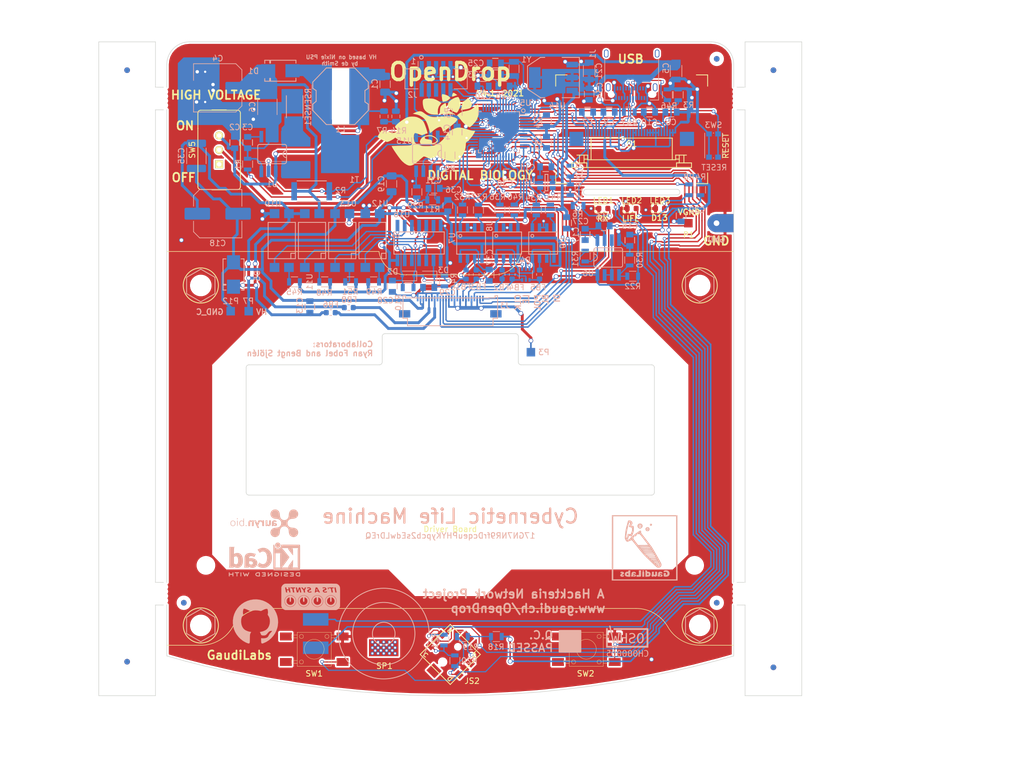
<source format=kicad_pcb>
(kicad_pcb (version 20171130) (host pcbnew 5.1.5+dfsg1-2build2)
  (layers (0 F.Cu signal) (31 B.Cu signal) (34 B.Paste user) (35 F.Paste user) (36 B.SilkS user) (37 F.SilkS user) (38 B.Mask user) (39 F.Mask user) (44 Edge.Cuts user))
  (net 0 "")
  (net 1 "Net-(C1-Pad1)")
  (net 2 "Net-(D1-Pad2)")
  (net 3 GND)
  (net 4 V_HV)
  (net 5 "Net-(RSENSE1-Pad1)")
  (net 6 "Net-(T1-Pad1)")
  (net 7 "Net-(C7-Pad1)")
  (net 8 "Net-(C7-Pad2)")
  (net 9 "Net-(C9-Pad1)")
  (net 10 "Net-(C9-Pad2)")
  (net 11 "Net-(C10-Pad1)")
  (net 12 "Net-(LED1-Pad2)")
  (net 13 CLK)
  (net 14 LE)
  (net 15 DISP_CS)
  (net 16 DISP_RES)
  (net 17 "Net-(LED2-Pad2)")
  (net 18 DISP_SCL)
  (net 19 DISP_SDA)
  (net 20 SW1)
  (net 21 SW2)
  (net 22 DISP_DC)
  (net 23 SPK)
  (net 24 RX_LED)
  (net 25 JOY)
  (net 26 SW3)
  (net 27 BL)
  (net 28 DI)
  (net 29 "Net-(C16-Pad1)")
  (net 30 FEEDBACK)
  (net 31 "Net-(R22-Pad2)")
  (net 32 "Net-(U6-Pad3)")
  (net 33 V_GND)
  (net 34 "Net-(R32-Pad1)")
  (net 35 VDD_C)
  (net 36 CLK_C)
  (net 37 "Net-(R34-Pad1)")
  (net 38 "Net-(R36-Pad1)")
  (net 39 POL)
  (net 40 "Net-(R37-Pad1)")
  (net 41 LE_C)
  (net 42 "Net-(R40-Pad1)")
  (net 43 "Net-(R41-Pad1)")
  (net 44 "Net-(R45-Pad1)")
  (net 45 "Net-(R48-Pad1)")
  (net 46 "Net-(R49-Pad1)")
  (net 47 "Net-(R51-Pad1)")
  (net 48 GND_C)
  (net 49 V_HV_C)
  (net 50 +3V3)
  (net 51 "Net-(C20-Pad1)")
  (net 52 "Net-(C23-Pad2)")
  (net 53 AREF)
  (net 54 "Net-(C25-Pad2)")
  (net 55 AC)
  (net 56 "Net-(R3-Pad1)")
  (net 57 RESET)
  (net 58 SWDIO)
  (net 59 SWCLK)
  (net 60 D+)
  (net 61 "Net-(C3-Pad1)")
  (net 62 D13)
  (net 63 "Net-(R1-Pad1)")
  (net 64 "Net-(R2-Pad2)")
  (net 65 "Net-(LED3-Pad2)")
  (net 66 "Net-(C11-Pad2)")
  (net 67 VSENS)
  (net 68 "Net-(SP1-Pad1)")
  (net 69 "Net-(SP1-Pad2)")
  (net 70 D-)
  (net 71 "Net-(C28-Pad2)")
  (net 72 "Net-(C29-Pad2)")
  (net 73 "Net-(C31-Pad2)")
  (net 74 "Net-(D2-Pad1)")
  (net 75 V_SCK)
  (net 76 V_SI)
  (net 77 V_CS)
  (net 78 "Net-(U10-Pad2)")
  (net 79 "Net-(U11-Pad2)")
  (net 80 "Net-(U12-Pad2)")
  (net 81 "Net-(U13-Pad2)")
  (net 82 V_USB)
  (net 83 "Net-(J1-PadS1)")
  (net 84 "Net-(J1-PadA5)")
  (net 85 "Net-(C11-Pad1)")
  (net 86 SENS_PAD)
  (net 87 "Net-(U16-Pad11)")
  (net 88 "Net-(J1-PadB5)")
  (net 89 "Net-(JS2-Pad1)")
  (net 90 "Net-(JS2-Pad3)")
  (net 91 "Net-(JS2-Pad6)")
  (net 92 BL_C)
  (net 93 DI_C)
  (net 94 POL_C)
  (net 95 DIG1)
  (net 96 DIG0)
  (net 97 "Net-(C8-Pad1)")
  (net 98 "Net-(C37-Pad2)")
  (net 99 "Net-(FB1-Pad2)")
  (net 100 "Net-(FB2-Pad2)")
  (net 101 "Net-(FB4-Pad2)")
  (net 102 "Net-(FB5-Pad2)")
  (net 103 "Net-(FB6-Pad1)")
  (net 104 "Net-(FB8-Pad1)")
  (net 105 V_USB_SENS)
  (module GaudiLabsFootPrints:USB_C_Receptacle_Amphenol_12401610E4-2A (layer B.Cu) (at 132 35.9)
    (fp_text reference J1 (at -6.868 -2.749 -270) (layer B.SilkS) (effects (justify mirror)))
    (fp_text value USB_C_Receptacle)
    (pad S1 thru_hole oval (at -4.13 3.11) (size 0.8 1.4) (drill oval 0.5 1.1) (layers *.Cu *.Mask B.Paste) (net 83 "Net-(J1-PadS1)"))
    (pad A1 smd rect (at -2.75 5.02) (size 0.3 0.7) (layers B.Cu B.Paste B.Mask) (net 3 GND))
    (pad A2 smd rect (at -2.25 5.02) (size 0.3 0.7) (layers B.Cu B.Paste B.Mask))
    (pad A3 smd rect (at -1.75 5.02) (size 0.3 0.7) (layers B.Cu B.Paste B.Mask))
    (pad A4 smd rect (at -1.25 5.02) (size 0.3 0.7) (layers B.Cu B.Paste B.Mask) (net 82 V_USB))
    (pad A5 smd rect (at -0.75 5.02) (size 0.3 0.7) (layers B.Cu B.Paste B.Mask) (net 84 "Net-(J1-PadA5)"))
    (pad A6 smd rect (at -0.25 5.02) (size 0.3 0.7) (layers B.Cu B.Paste B.Mask) (net 60 D+))
    (pad A7 smd rect (at 0.25 5.02) (size 0.3 0.7) (layers B.Cu B.Paste B.Mask) (net 70 D-))
    (pad A12 smd rect (at 2.75 5.02) (size 0.3 0.7) (layers B.Cu B.Paste B.Mask) (net 3 GND))
    (pad A10 smd rect (at 1.75 5.02) (size 0.3 0.7) (layers B.Cu B.Paste B.Mask))
    (pad A9 smd rect (at 1.25 5.02) (size 0.3 0.7) (layers B.Cu B.Paste B.Mask) (net 82 V_USB))
    (pad A8 smd rect (at 0.75 5.02) (size 0.3 0.7) (layers B.Cu B.Paste B.Mask))
    (pad A11 smd rect (at 2.25 5.02) (size 0.3 0.7) (layers B.Cu B.Paste B.Mask))
    (pad B1 smd rect (at 2.5 3.32) (size 0.3 0.7) (layers B.Cu B.Paste B.Mask) (net 3 GND))
    (pad S1 thru_hole oval (at 4.13 3.11) (size 0.8 1.4) (drill oval 0.5 1.1) (layers *.Cu *.Mask B.Paste) (net 83 "Net-(J1-PadS1)"))
    (pad S1 thru_hole oval (at 4.49 -2.84) (size 0.8 1.4) (drill oval 0.5 1.1) (layers *.Cu *.Mask B.Paste) (net 83 "Net-(J1-PadS1)"))
    (pad S1 thru_hole oval (at -4.49 -2.84) (size 0.8 1.4) (drill oval 0.5 1.1) (layers *.Cu *.Mask B.Paste) (net 83 "Net-(J1-PadS1)"))
    (pad "" np_thru_hole oval (at 3.6 4.36) (size 0.95 0.65) (drill oval 0.95 0.65) (layers *.Cu *.Mask))
    (pad "" np_thru_hole circle (at -3.6 4.36) (size 0.65 0.65) (drill 0.65) (layers *.Cu *.Mask))
    (pad B2 smd rect (at 2 3.32) (size 0.3 0.7) (layers B.Cu B.Paste B.Mask))
    (pad B3 smd rect (at 1.5 3.32) (size 0.3 0.7) (layers B.Cu B.Paste B.Mask))
    (pad B4 smd rect (at 1 3.32) (size 0.3 0.7) (layers B.Cu B.Paste B.Mask) (net 82 V_USB))
    (pad B5 smd rect (at 0.5 3.32) (size 0.3 0.7) (layers B.Cu B.Paste B.Mask) (net 88 "Net-(J1-PadB5)"))
    (pad B6 smd rect (at 0 3.32) (size 0.3 0.7) (layers B.Cu B.Paste B.Mask) (net 60 D+))
    (pad B7 smd rect (at -0.5 3.32) (size 0.3 0.7) (layers B.Cu B.Paste B.Mask) (net 70 D-))
    (pad B8 smd rect (at -1 3.32) (size 0.3 0.7) (layers B.Cu B.Paste B.Mask))
    (pad B9 smd rect (at -1.5 3.32) (size 0.3 0.7) (layers B.Cu B.Paste B.Mask) (net 82 V_USB))
    (pad B10 smd rect (at -2 3.32) (size 0.3 0.7) (layers B.Cu B.Paste B.Mask))
    (pad B11 smd rect (at -2.5 3.32) (size 0.3 0.7) (layers B.Cu B.Paste B.Mask))
    (pad B12 smd rect (at -3 3.32) (size 0.3 0.7) (layers B.Cu B.Paste B.Mask) (net 3 GND))
  )
  (module MountingHole:MountingHole_2.7mm (layer F.Cu) (at 56.9 123.4)
    (fp_text reference REF** hide)
    (fp_text value MountingHole_2.7mm)
    (pad 1 np_thru_hole circle (at 0 0) (size 2.7 2.7) (drill 2.7) (layers *.Cu *.Mask))
  )
  (module MountingHole:MountingHole_2.7mm (layer F.Cu) (at 102.4 123.4)
    (fp_text reference REF** hide)
    (fp_text value MountingHole_2.7mm)
    (pad 1 np_thru_hole circle (at 0 0) (size 2.7 2.7) (drill 2.7) (layers *.Cu *.Mask))
  )
  (module GaudiLabsFootPrints:Speaker16mm (layer F.Cu) (at 88.265 135.439)
    (fp_text reference SP1 (at 0.127 5.715) (layer F.SilkS))
    (fp_text value SPEAKER)
    (pad 2 smd rect (at -12 2.5) (size 4.5 2.2) (layers B.Cu B.Paste B.Mask) (net 69 "Net-(SP1-Pad2)"))
    (pad 1 smd rect (at -12 -2.5) (size 4.5 2.2) (layers B.Cu B.Paste B.Mask) (net 68 "Net-(SP1-Pad1)"))
    (pad 3 smd rect (at 0 2.5) (size 5.2 3) (layers F.Cu F.Mask))
    (pad 3 thru_hole circle (at -2 1.5) (size 0.6 0.6) (drill 0.35) (layers *.Cu *.Mask))
    (pad 3 thru_hole circle (at -1.5 2) (size 0.6 0.6) (drill 0.35) (layers *.Cu *.Mask))
    (pad 3 thru_hole circle (at -1 1.5) (size 0.6 0.6) (drill 0.35) (layers *.Cu *.Mask))
    (pad 3 thru_hole circle (at -0.5 2) (size 0.6 0.6) (drill 0.35) (layers *.Cu *.Mask))
    (pad 3 thru_hole circle (at 0 1.5) (size 0.6 0.6) (drill 0.35) (layers *.Cu *.Mask))
    (pad 3 thru_hole circle (at 0.5 2) (size 0.6 0.6) (drill 0.35) (layers *.Cu *.Mask))
    (pad 3 thru_hole circle (at 1 1.5) (size 0.6 0.6) (drill 0.35) (layers *.Cu *.Mask))
    (pad 3 thru_hole circle (at 1.5 2) (size 0.6 0.6) (drill 0.35) (layers *.Cu *.Mask))
    (pad 3 thru_hole circle (at 2 1.5) (size 0.6 0.6) (drill 0.35) (layers *.Cu *.Mask))
    (pad 3 thru_hole circle (at -2 2.5) (size 0.6 0.6) (drill 0.35) (layers *.Cu *.Mask))
    (pad 3 thru_hole circle (at -1.5 3) (size 0.6 0.6) (drill 0.35) (layers *.Cu *.Mask))
    (pad 3 thru_hole circle (at -1 2.5) (size 0.6 0.6) (drill 0.35) (layers *.Cu *.Mask))
    (pad 3 thru_hole circle (at -0.5 3) (size 0.6 0.6) (drill 0.35) (layers *.Cu *.Mask))
    (pad 3 thru_hole circle (at 0 2.5) (size 0.6 0.6) (drill 0.35) (layers *.Cu *.Mask))
    (pad 3 thru_hole circle (at 0.5 3) (size 0.6 0.6) (drill 0.35) (layers *.Cu *.Mask))
    (pad 3 thru_hole circle (at 1 2.5) (size 0.6 0.6) (drill 0.35) (layers *.Cu *.Mask))
    (pad 3 thru_hole circle (at 1.5 3) (size 0.6 0.6) (drill 0.35) (layers *.Cu *.Mask))
    (pad 3 thru_hole circle (at 2 2.5) (size 0.6 0.6) (drill 0.35) (layers *.Cu *.Mask))
    (pad 3 thru_hole circle (at -2 3.5) (size 0.6 0.6) (drill 0.35) (layers *.Cu *.Mask))
    (pad 3 thru_hole circle (at -1 3.5) (size 0.6 0.6) (drill 0.35) (layers *.Cu *.Mask))
    (pad 3 thru_hole circle (at 0 3.5) (size 0.6 0.6) (drill 0.35) (layers *.Cu *.Mask))
    (pad 3 thru_hole circle (at 1 3.5) (size 0.6 0.6) (drill 0.35) (layers *.Cu *.Mask))
    (pad 3 thru_hole circle (at 2 3.5) (size 0.6 0.6) (drill 0.35) (layers *.Cu *.Mask))
  )
  (module GaudiLabsFootPrints:MountingHoleM3 (layer F.Cu) (at 56 134)
    (fp_text reference P15 hide)
    (fp_text value ScrewPad3)
    (pad "" np_thru_hole circle (at 0 0 90) (size 3.2 3.2) (drill 3.2) (layers *.Cu *.Mask))
  )
  (module GaudiLabsFootPrints:FFC_MOLEX_EASYON_05mm_24 (layer B.Cu) (at 100 76.5 180)
    (fp_text reference J3 (at -9.652 -1.021 180) (layer B.SilkS) (effects (justify mirror)))
    (fp_text value Conn_01x24_Female)
    (pad "" smd rect (at -8.05 -2.5 180) (size 2 1.3) (layers B.Cu B.Paste B.Mask))
    (pad "" smd rect (at 8.05 -2.5 180) (size 2 1.3) (layers B.Cu B.Paste B.Mask))
    (pad 1 smd rect (at -5.75 0.2 180) (size 0.3 1) (layers B.Cu B.Paste B.Mask) (net 50 +3V3))
    (pad 2 smd rect (at -5.25 0.2 180) (size 0.3 1) (layers B.Cu B.Paste B.Mask) (net 33 V_GND))
    (pad 3 smd rect (at -4.75 0.2 180) (size 0.3 1) (layers B.Cu B.Paste B.Mask) (net 3 GND))
    (pad 4 smd rect (at -4.25 0.2 180) (size 0.3 1) (layers B.Cu B.Paste B.Mask) (net 93 DI_C))
    (pad 5 smd rect (at -3.75 0.2 180) (size 0.3 1) (layers B.Cu B.Paste B.Mask) (net 3 GND))
    (pad 6 smd rect (at -3.25 0.2 180) (size 0.3 1) (layers B.Cu B.Paste B.Mask) (net 92 BL_C))
    (pad 7 smd rect (at -2.75 0.2 180) (size 0.3 1) (layers B.Cu B.Paste B.Mask) (net 3 GND))
    (pad 8 smd rect (at -2.25 0.2 180) (size 0.3 1) (layers B.Cu B.Paste B.Mask) (net 94 POL_C))
    (pad 9 smd rect (at -1.75 0.2 180) (size 0.3 1) (layers B.Cu B.Paste B.Mask) (net 3 GND))
    (pad 10 smd rect (at -1.25 0.2 180) (size 0.3 1) (layers B.Cu B.Paste B.Mask) (net 41 LE_C))
    (pad 11 smd rect (at -0.75 0.2 180) (size 0.3 1) (layers B.Cu B.Paste B.Mask) (net 3 GND))
    (pad 12 smd rect (at -0.25 0.2 180) (size 0.3 1) (layers B.Cu B.Paste B.Mask) (net 36 CLK_C))
    (pad 13 smd rect (at 0.25 0.2 180) (size 0.3 1) (layers B.Cu B.Paste B.Mask) (net 3 GND))
    (pad 14 smd rect (at 0.75 0.2 180) (size 0.3 1) (layers B.Cu B.Paste B.Mask) (net 95 DIG1))
    (pad 15 smd rect (at 1.25 0.2 180) (size 0.3 1) (layers B.Cu B.Paste B.Mask) (net 96 DIG0))
    (pad 16 smd rect (at 1.75 0.2 180) (size 0.3 1) (layers B.Cu B.Paste B.Mask) (net 86 SENS_PAD))
    (pad 17 smd rect (at 2.25 0.2 180) (size 0.3 1) (layers B.Cu B.Paste B.Mask) (net 3 GND))
    (pad 18 smd rect (at 2.75 0.2 180) (size 0.3 1) (layers B.Cu B.Paste B.Mask) (net 103 "Net-(FB6-Pad1)"))
    (pad 19 smd rect (at 3.25 0.2 180) (size 0.3 1) (layers B.Cu B.Paste B.Mask) (net 3 GND))
    (pad 20 smd rect (at 3.75 0.2 180) (size 0.3 1) (layers B.Cu B.Paste B.Mask) (net 104 "Net-(FB8-Pad1)"))
    (pad 21 smd rect (at 4.25 0.2 180) (size 0.3 1) (layers B.Cu B.Paste B.Mask) (net 3 GND))
    (pad 22 smd rect (at 4.75 0.2 180) (size 0.3 1) (layers B.Cu B.Paste B.Mask) (net 48 GND_C))
    (pad 23 smd rect (at 5.25 0.2 180) (size 0.3 1) (layers B.Cu B.Paste B.Mask) (net 48 GND_C))
    (pad 24 smd rect (at 5.75 0.2 180) (size 0.3 1) (layers B.Cu B.Paste B.Mask) (net 3 GND))
  )
  (module Fiducials:Fiducial_1mm_Dia_2.54mm_Outer_CopperBottom (layer F.Cu) (at 157 36)
    (fp_text reference REF** hide)
    (fp_text value Fiducial_1mm_Dia_2.54mm_Outer_CopperBottom)
    (pad ~ smd circle (at 0 0) (size 1 1) (layers B.Cu B.Mask) (clearance 0.77))
  )
  (module Fiducials:Fiducial_1mm_Dia_2.54mm_Outer_CopperBottom (layer F.Cu) (at 157 141.4)
    (fp_text reference REF** hide)
    (fp_text value Fiducial_1mm_Dia_2.54mm_Outer_CopperBottom)
    (pad ~ smd circle (at 0 0) (size 1 1) (layers B.Cu B.Mask) (clearance 0.77))
  )
  (module Fiducials:Fiducial_1mm_Dia_2.54mm_Outer_CopperBottom (layer F.Cu) (at 43 140.4)
    (fp_text reference REF** hide)
    (fp_text value Fiducial_1mm_Dia_2.54mm_Outer_CopperBottom)
    (pad ~ smd circle (at 0 0) (size 1 1) (layers B.Cu B.Mask) (clearance 0.77))
  )
  (module Fiducials:Fiducial_1mm_Dia_2.54mm_Outer_CopperBottom (layer F.Cu) (at 43 36)
    (fp_text reference REF** hide)
    (fp_text value Fiducial_1mm_Dia_2.54mm_Outer_CopperBottom)
    (pad ~ smd circle (at 0 0) (size 1 1) (layers B.Cu B.Mask) (clearance 0.77))
  )
  (module Fiducials:Fiducial_1mm_Dia_2.54mm_Outer_CopperBottom (layer B.Cu) (at 43 140.4)
    (fp_text reference REF** hide)
    (fp_text value Fiducial_1mm_Dia_2.54mm_Outer_CopperBottom)
    (pad ~ smd circle (at 0 0) (size 1 1) (layers F.Cu F.Mask) (clearance 0.77))
  )
  (module Fiducials:Fiducial_1mm_Dia_2.54mm_Outer_CopperBottom (layer B.Cu) (at 43 36)
    (fp_text reference REF** hide)
    (fp_text value Fiducial_1mm_Dia_2.54mm_Outer_CopperBottom)
    (pad ~ smd circle (at 0 0) (size 1 1) (layers F.Cu F.Mask) (clearance 0.77))
  )
  (module Fiducials:Fiducial_1mm_Dia_2.54mm_Outer_CopperBottom (layer B.Cu) (at 157 141.4)
    (fp_text reference REF** hide)
    (fp_text value Fiducial_1mm_Dia_2.54mm_Outer_CopperBottom)
    (pad ~ smd circle (at 0 0) (size 1 1) (layers F.Cu F.Mask) (clearance 0.77))
  )
  (module Fiducials:Fiducial_1mm_Dia_2.54mm_Outer_CopperBottom (layer B.Cu) (at 157 36)
    (fp_text reference REF** hide)
    (fp_text value Fiducial_1mm_Dia_2.54mm_Outer_CopperBottom)
    (pad ~ smd circle (at 0 0) (size 1 1) (layers F.Cu F.Mask) (clearance 0.77))
  )
  (module Capacitors_SMD:C_0805 (layer B.Cu) (at 107.95 34.757)
    (fp_text reference C25 (at -3.429 0 180) (layer B.SilkS) (effects (justify mirror)))
    (fp_text value 22pF)
    (pad 2 smd rect (at 1 0) (size 1 1.25) (layers B.Cu B.Paste B.Mask) (net 54 "Net-(C25-Pad2)"))
    (pad 1 smd rect (at -1 0) (size 1 1.25) (layers B.Cu B.Paste B.Mask) (net 3 GND))
  )
  (module Crystals:Crystal_SMD_3215-2pin_3.2x1.5mm (layer B.Cu) (at 111.252 35.773 270)
    (fp_text reference Y1 (at -1.651 -2.159) (layer B.SilkS) (effects (justify mirror)))
    (fp_text value 32.765)
    (pad 2 smd rect (at -1.25 0 270) (size 1 1.8) (layers B.Cu B.Paste B.Mask) (net 54 "Net-(C25-Pad2)"))
    (pad 1 smd rect (at 1.25 0 270) (size 1 1.8) (layers B.Cu B.Paste B.Mask) (net 52 "Net-(C23-Pad2)"))
  )
  (module GaudiLabsLogos:FLUXL_S2 (layer F.Cu) (at 96.266 46.441)
    (fp_text reference G*** hide)
    (fp_text value LOGO hide)
  )
  (module Capacitors_SMD:C_0805 (layer B.Cu) (at 101.219 46.949 270)
    (fp_text reference C14 (at 0 1.778 270) (layer B.SilkS) (effects (justify mirror)))
    (fp_text value 100nF)
    (pad 1 smd rect (at -1 0 270) (size 1 1.25) (layers B.Cu B.Paste B.Mask) (net 50 +3V3))
    (pad 2 smd rect (at 1 0 270) (size 1 1.25) (layers B.Cu B.Paste B.Mask) (net 3 GND))
  )
  (module GaudiLabsFootPrints:SMD_DIP4 (layer B.Cu) (at 86.281 66.067 90)
    (fp_text reference U12 (at 6.545 1.349 180) (layer B.SilkS) (effects (justify mirror)))
    (fp_text value AQY210EH)
    (pad 2 smd rect (at -4.75 -1.27 90) (size 1.6 1.7) (layers B.Cu B.Paste B.Mask) (net 80 "Net-(U12-Pad2)"))
    (pad 1 smd rect (at -4.75 1.27 90) (size 1.6 1.7) (layers B.Cu B.Paste B.Mask) (net 46 "Net-(R49-Pad1)"))
    (pad 4 smd rect (at 4.75 1.27 90) (size 1.6 1.7) (layers B.Cu B.Paste B.Mask) (net 48 GND_C))
    (pad 3 smd rect (at 4.75 -1.27 90) (size 1.6 1.7) (layers B.Cu B.Paste B.Mask) (net 3 GND))
  )
  (module Resistors_SMD:R_0805 (layer B.Cu) (at 102.156 60.6695 90)
    (fp_text reference R32 (at 2.2905 -0.048 180) (layer B.SilkS) (effects (justify mirror)))
    (fp_text value 220)
    (pad 1 smd rect (at -0.95 0 90) (size 0.7 1.3) (layers B.Cu B.Paste B.Mask) (net 34 "Net-(R32-Pad1)"))
    (pad 2 smd rect (at 0.95 0 90) (size 0.7 1.3) (layers B.Cu B.Paste B.Mask) (net 13 CLK))
  )
  (module GaudiLabsFootPrints:HCPL_Optocoupler_SMD (layer B.Cu) (at 116.38 66.5115)
    (fp_text reference U9 (at 3.508 -0.0045 90) (layer B.SilkS) (effects (justify mirror)))
    (fp_text value ACPL-024L-000E)
    (pad 5 smd rect (at 1.905 2.7325) (size 0.61 1.52) (layers B.Cu B.Paste B.Mask) (net 48 GND_C))
    (pad 6 smd rect (at 0.635 2.7325) (size 0.61 1.52) (layers B.Cu B.Paste B.Mask))
    (pad 7 smd rect (at -0.635 2.7325) (size 0.61 1.52) (layers B.Cu B.Paste B.Mask) (net 102 "Net-(FB5-Pad2)"))
    (pad 8 smd rect (at -1.905 2.7325) (size 0.61 1.52) (layers B.Cu B.Paste B.Mask) (net 35 VDD_C))
    (pad 1 smd rect (at -1.905 -2.7325) (size 0.61 1.52) (layers B.Cu B.Paste B.Mask) (net 37 "Net-(R34-Pad1)"))
    (pad 2 smd rect (at -0.635 -2.7325) (size 0.61 1.52) (layers B.Cu B.Paste B.Mask) (net 3 GND))
    (pad 3 smd rect (at 0.635 -2.7325) (size 0.61 1.52) (layers B.Cu B.Paste B.Mask) (net 3 GND))
    (pad 4 smd rect (at 1.905 -2.7325) (size 0.61 1.52) (layers B.Cu B.Paste B.Mask) (net 43 "Net-(R41-Pad1)"))
  )
  (module GaudiLabsFootPrints:HCPL_Optocoupler_SMD (layer B.Cu) (at 110.03 66.5115)
    (fp_text reference U8 (at -3.096 -3.0525 90) (layer B.SilkS) (effects (justify mirror)))
    (fp_text value "ACPL-024L-000E ")
    (pad 4 smd rect (at 1.905 -2.7325) (size 0.61 1.52) (layers B.Cu B.Paste B.Mask) (net 42 "Net-(R40-Pad1)"))
    (pad 3 smd rect (at 0.635 -2.7325) (size 0.61 1.52) (layers B.Cu B.Paste B.Mask) (net 3 GND))
    (pad 2 smd rect (at -0.635 -2.7325) (size 0.61 1.52) (layers B.Cu B.Paste B.Mask) (net 3 GND))
    (pad 1 smd rect (at -1.905 -2.7325) (size 0.61 1.52) (layers B.Cu B.Paste B.Mask) (net 38 "Net-(R36-Pad1)"))
    (pad 8 smd rect (at -1.905 2.7325) (size 0.61 1.52) (layers B.Cu B.Paste B.Mask) (net 35 VDD_C))
    (pad 7 smd rect (at -0.635 2.7325) (size 0.61 1.52) (layers B.Cu B.Paste B.Mask) (net 100 "Net-(FB2-Pad2)"))
    (pad 6 smd rect (at 0.635 2.7325) (size 0.61 1.52) (layers B.Cu B.Paste B.Mask) (net 101 "Net-(FB4-Pad2)"))
    (pad 5 smd rect (at 1.905 2.7325) (size 0.61 1.52) (layers B.Cu B.Paste B.Mask) (net 48 GND_C))
  )
  (module Resistors_SMD:R_0805 (layer B.Cu) (at 64.262 52.578 90)
    (fp_text reference R1 (at -0.086 -1.651 90) (layer B.SilkS) (effects (justify mirror)))
    (fp_text value 6.8k)
    (pad 1 smd rect (at -0.95 0 90) (size 0.7 1.3) (layers B.Cu B.Paste B.Mask) (net 63 "Net-(R1-Pad1)"))
    (pad 2 smd rect (at 0.95 0 90) (size 0.7 1.3) (layers B.Cu B.Paste B.Mask) (net 3 GND))
  )
  (module Resistors_SMD:R_0805 (layer B.Cu) (at 101.219 43.393 270)
    (fp_text reference R5 (at 0.127 1.651 90) (layer B.SilkS) (effects (justify mirror)))
    (fp_text value 10k)
    (pad 1 smd rect (at -0.95 0 270) (size 0.7 1.3) (layers B.Cu B.Paste B.Mask) (net 57 RESET))
    (pad 2 smd rect (at 0.95 0 270) (size 0.7 1.3) (layers B.Cu B.Paste B.Mask) (net 50 +3V3))
  )
  (module Resistors_SMD:R_0805 (layer B.Cu) (at 108.1278 135.9662)
    (fp_text reference R18 (at -0.0508 1.8288) (layer B.SilkS) (effects (justify mirror)))
    (fp_text value 10k)
    (pad 1 smd rect (at -0.95 0) (size 0.7 1.3) (layers B.Cu B.Paste B.Mask) (net 25 JOY))
    (pad 2 smd rect (at 0.95 0) (size 0.7 1.3) (layers B.Cu B.Paste B.Mask) (net 50 +3V3))
  )
  (module Resistors_SMD:R_0805 (layer B.Cu) (at 102.1334 135.9662)
    (fp_text reference R19 (at 1.4986 1.8288) (layer B.SilkS) (effects (justify mirror)))
    (fp_text value 10k)
    (pad 1 smd rect (at -0.95 0) (size 0.7 1.3) (layers B.Cu B.Paste B.Mask) (net 91 "Net-(JS2-Pad6)"))
    (pad 2 smd rect (at 0.95 0) (size 0.7 1.3) (layers B.Cu B.Paste B.Mask) (net 25 JOY))
  )
  (module Resistors_SMD:R_0805 (layer B.Cu) (at 100.8126 140.2334 270)
    (fp_text reference R20 (at -0.0254 -2.5654) (layer B.SilkS) (effects (justify mirror)))
    (fp_text value 10k)
    (pad 1 smd rect (at -0.95 0 270) (size 0.7 1.3) (layers B.Cu B.Paste B.Mask) (net 90 "Net-(JS2-Pad3)"))
    (pad 2 smd rect (at 0.95 0 270) (size 0.7 1.3) (layers B.Cu B.Paste B.Mask) (net 91 "Net-(JS2-Pad6)"))
  )
  (module Resistors_SMD:R_0805 (layer B.Cu) (at 98.8822 136.5758 270)
    (fp_text reference R21 (at 0.0762 1.6002 270) (layer B.SilkS) (effects (justify mirror)))
    (fp_text value 10k)
    (pad 1 smd rect (at -0.95 0 270) (size 0.7 1.3) (layers B.Cu B.Paste B.Mask) (net 89 "Net-(JS2-Pad1)"))
    (pad 2 smd rect (at 0.95 0 270) (size 0.7 1.3) (layers B.Cu B.Paste B.Mask) (net 90 "Net-(JS2-Pad3)"))
  )
  (module Resistors_SMD:R_0805 (layer B.Cu) (at 132.176 72.36304 180)
    (fp_text reference R22 (at 0 -1.778 180) (layer B.SilkS) (effects (justify mirror)))
    (fp_text value 10k)
    (pad 1 smd rect (at -0.95 0 180) (size 0.7 1.3) (layers B.Cu B.Paste B.Mask) (net 50 +3V3))
    (pad 2 smd rect (at 0.95 0 180) (size 0.7 1.3) (layers B.Cu B.Paste B.Mask) (net 31 "Net-(R22-Pad2)"))
  )
  (module Resistors_SMD:R_0805 (layer B.Cu) (at 131.65 69.51 90)
    (fp_text reference R30 (at 0 1.778 90) (layer B.SilkS) (effects (justify mirror)))
    (fp_text value 10k)
    (pad 1 smd rect (at -0.95 0 90) (size 0.7 1.3) (layers B.Cu B.Paste B.Mask) (net 31 "Net-(R22-Pad2)"))
    (pad 2 smd rect (at 0.95 0 90) (size 0.7 1.3) (layers B.Cu B.Paste B.Mask) (net 3 GND))
  )
  (module Resistors_SMD:R_0805 (layer B.Cu) (at 123.794 68.80704 90)
    (fp_text reference R31 (at -0.49396 -1.747 90) (layer B.SilkS) (effects (justify mirror)))
    (fp_text value 15k)
    (pad 1 smd rect (at -0.95 0 90) (size 0.7 1.3) (layers B.Cu B.Paste B.Mask) (net 30 FEEDBACK))
    (pad 2 smd rect (at 0.95 0 90) (size 0.7 1.3) (layers B.Cu B.Paste B.Mask) (net 29 "Net-(C16-Pad1)"))
  )
  (module Resistors_SMD:R_0805 (layer B.Cu) (at 98.984 73.203 270)
    (fp_text reference R44 (at 0 -1.651 270) (layer B.SilkS) (effects (justify mirror)))
    (fp_text value 10k)
    (pad 1 smd rect (at -0.95 0 270) (size 0.7 1.3) (layers B.Cu B.Paste B.Mask) (net 74 "Net-(D2-Pad1)"))
    (pad 2 smd rect (at 0.95 0 270) (size 0.7 1.3) (layers B.Cu B.Paste B.Mask) (net 72 "Net-(C29-Pad2)"))
  )
  (module Resistors_SMD:R_0805 (layer B.Cu) (at 72.517 73.365)
    (fp_text reference R45 (at 0 1.778) (layer B.SilkS) (effects (justify mirror)))
    (fp_text value 220)
    (pad 1 smd rect (at -0.95 0) (size 0.7 1.3) (layers B.Cu B.Paste B.Mask) (net 44 "Net-(R45-Pad1)"))
    (pad 2 smd rect (at 0.95 0) (size 0.7 1.3) (layers B.Cu B.Paste B.Mask) (net 82 V_USB))
  )
  (module Resistors_SMD:R_0805 (layer B.Cu) (at 77.851 73.365)
    (fp_text reference R48 (at -0.071 1.895) (layer B.SilkS) (effects (justify mirror)))
    (fp_text value 220)
    (pad 1 smd rect (at -0.95 0) (size 0.7 1.3) (layers B.Cu B.Paste B.Mask) (net 45 "Net-(R48-Pad1)"))
    (pad 2 smd rect (at 0.95 0) (size 0.7 1.3) (layers B.Cu B.Paste B.Mask) (net 82 V_USB))
  )
  (module Resistors_SMD:R_0805 (layer B.Cu) (at 86.487 73.365 180)
    (fp_text reference R49 (at -0.093 -1.765 180) (layer B.SilkS) (effects (justify mirror)))
    (fp_text value 220)
    (pad 1 smd rect (at -0.95 0 180) (size 0.7 1.3) (layers B.Cu B.Paste B.Mask) (net 46 "Net-(R49-Pad1)"))
    (pad 2 smd rect (at 0.95 0 180) (size 0.7 1.3) (layers B.Cu B.Paste B.Mask) (net 82 V_USB))
  )
  (module Resistors_SMD:R_0805 (layer B.Cu) (at 82.423 73.365)
    (fp_text reference R51 (at -0.073 1.745) (layer B.SilkS) (effects (justify mirror)))
    (fp_text value 220)
    (pad 1 smd rect (at -0.95 0) (size 0.7 1.3) (layers B.Cu B.Paste B.Mask) (net 47 "Net-(R51-Pad1)"))
    (pad 2 smd rect (at 0.95 0) (size 0.7 1.3) (layers B.Cu B.Paste B.Mask) (net 82 V_USB))
  )
  (module Resistors_SMD:R_0805 (layer B.Cu) (at 117.65 60.6695 90)
    (fp_text reference R41 (at 2.2905 0.587 180) (layer B.SilkS) (effects (justify mirror)))
    (fp_text value 220)
    (pad 1 smd rect (at -0.95 0 90) (size 0.7 1.3) (layers B.Cu B.Paste B.Mask) (net 43 "Net-(R41-Pad1)"))
    (pad 2 smd rect (at 0.95 0 90) (size 0.7 1.3) (layers B.Cu B.Paste B.Mask))
  )
  (module Resistors_SMD:R_0805 (layer B.Cu) (at 140.208 40.345 90)
    (fp_text reference R3 (at -1.7938 1.829 180) (layer B.SilkS) (effects (justify mirror)))
    (fp_text value 390k)
    (pad 1 smd rect (at -0.95 0 90) (size 0.7 1.3) (layers B.Cu B.Paste B.Mask) (net 56 "Net-(R3-Pad1)"))
    (pad 2 smd rect (at 0.95 0 90) (size 0.7 1.3) (layers B.Cu B.Paste B.Mask) (net 3 GND))
  )
  (module Resistors_SMD:R_0805 (layer B.Cu) (at 144.145 57.109 270)
    (fp_text reference R4 (at -2.286 0) (layer B.SilkS) (effects (justify mirror)))
    (fp_text value 390)
    (pad 1 smd rect (at -0.95 0 270) (size 0.7 1.3) (layers B.Cu B.Paste B.Mask) (net 50 +3V3))
    (pad 2 smd rect (at 0.95 0 270) (size 0.7 1.3) (layers B.Cu B.Paste B.Mask) (net 17 "Net-(LED2-Pad2)"))
  )
  (module Resistors_SMD:R_0805 (layer B.Cu) (at 122.555 59.903)
    (fp_text reference R6 (at -0.08 1.472) (layer B.SilkS) (effects (justify mirror)))
    (fp_text value 390)
    (pad 1 smd rect (at -0.95 0) (size 0.7 1.3) (layers B.Cu B.Paste B.Mask) (net 24 RX_LED))
    (pad 2 smd rect (at 0.95 0) (size 0.7 1.3) (layers B.Cu B.Paste B.Mask) (net 12 "Net-(LED1-Pad2)"))
  )
  (module Resistors_SMD:R_0805 (layer B.Cu) (at 142.113 57.109 270)
    (fp_text reference R8 (at -2.286 0) (layer B.SilkS) (effects (justify mirror)))
    (fp_text value 390)
    (pad 1 smd rect (at -0.95 0 270) (size 0.7 1.3) (layers B.Cu B.Paste B.Mask) (net 62 D13))
    (pad 2 smd rect (at 0.95 0 270) (size 0.7 1.3) (layers B.Cu B.Paste B.Mask) (net 65 "Net-(LED3-Pad2)"))
  )
  (module Resistors_SMD:R_0805 (layer B.Cu) (at 115.175 60.675 90)
    (fp_text reference R34 (at 2.169 -0.494 180) (layer B.SilkS) (effects (justify mirror)))
    (fp_text value 220)
    (pad 1 smd rect (at -0.95 0 90) (size 0.7 1.3) (layers B.Cu B.Paste B.Mask) (net 37 "Net-(R34-Pad1)"))
    (pad 2 smd rect (at 0.95 0 90) (size 0.7 1.3) (layers B.Cu B.Paste B.Mask) (net 28 DI))
  )
  (module Resistors_SMD:R_0805 (layer B.Cu) (at 108.76 60.6695 90)
    (fp_text reference R36 (at 2.2905 -0.429 180) (layer B.SilkS) (effects (justify mirror)))
    (fp_text value 220)
    (pad 1 smd rect (at -0.95 0 90) (size 0.7 1.3) (layers B.Cu B.Paste B.Mask) (net 38 "Net-(R36-Pad1)"))
    (pad 2 smd rect (at 0.95 0 90) (size 0.7 1.3) (layers B.Cu B.Paste B.Mask) (net 39 POL))
  )
  (module Resistors_SMD:R_0805 (layer B.Cu) (at 104.975 60.675 90)
    (fp_text reference R37 (at 2.296 0.181 180) (layer B.SilkS) (effects (justify mirror)))
    (fp_text value 220)
    (pad 1 smd rect (at -0.95 0 90) (size 0.7 1.3) (layers B.Cu B.Paste B.Mask) (net 40 "Net-(R37-Pad1)"))
    (pad 2 smd rect (at 0.95 0 90) (size 0.7 1.3) (layers B.Cu B.Paste B.Mask) (net 14 LE))
  )
  (module Resistors_SMD:R_0805 (layer B.Cu) (at 111.3 60.6695 90)
    (fp_text reference R40 (at 2.2905 0.206 180) (layer B.SilkS) (effects (justify mirror)))
    (fp_text value 220)
    (pad 1 smd rect (at -0.95 0 90) (size 0.7 1.3) (layers B.Cu B.Paste B.Mask) (net 42 "Net-(R40-Pad1)"))
    (pad 2 smd rect (at 0.95 0 90) (size 0.7 1.3) (layers B.Cu B.Paste B.Mask) (net 27 BL))
  )
  (module Resistors_SMD:R_0805 (layer B.Cu) (at 99.949 51.013 90)
    (fp_text reference R9 (at -2.413 0 180) (layer B.SilkS) (effects (justify mirror)))
    (fp_text value 390k)
    (pad 1 smd rect (at -0.95 0 90) (size 0.7 1.3) (layers B.Cu B.Paste B.Mask) (net 67 VSENS))
    (pad 2 smd rect (at 0.95 0 90) (size 0.7 1.3) (layers B.Cu B.Paste B.Mask) (net 63 "Net-(R1-Pad1)"))
  )
  (module Resistors_SMD:R_0805 (layer B.Cu) (at 92.568 74.346 180)
    (fp_text reference R10 (at 1.712 -2.667 270) (layer B.SilkS) (effects (justify mirror)))
    (fp_text value 10k)
    (pad 1 smd rect (at -0.95 0 180) (size 0.7 1.3) (layers B.Cu B.Paste B.Mask) (net 74 "Net-(D2-Pad1)"))
    (pad 2 smd rect (at 0.95 0 180) (size 0.7 1.3) (layers B.Cu B.Paste B.Mask) (net 71 "Net-(C28-Pad2)"))
  )
  (module Resistors_SMD:R_0805 (layer B.Cu) (at 96.901 58.887)
    (fp_text reference R11 (at -0.127 1.651) (layer B.SilkS) (effects (justify mirror)))
    (fp_text value 15k)
    (pad 1 smd rect (at -0.95 0) (size 0.7 1.3) (layers B.Cu B.Paste B.Mask) (net 73 "Net-(C31-Pad2)"))
    (pad 2 smd rect (at 0.95 0) (size 0.7 1.3) (layers B.Cu B.Paste B.Mask) (net 50 +3V3))
  )
  (module GaudiLabsFootPrints:D-Pak_TO252AA (layer B.Cu) (at 78.232 50.8 90)
    (fp_text reference T1 (at -4.531 4.826 180) (layer B.SilkS) (effects (justify mirror)))
    (fp_text value TK560P60Y)
    (pad 3 smd rect (at 2.18 -4.3 90) (size 1.55 2.78) (layers B.Cu B.Paste B.Mask) (net 5 "Net-(RSENSE1-Pad1)"))
    (pad 2 smd rect (at 0 2.335 90) (size 6.74 6.73) (layers B.Cu B.Paste B.Mask) (net 2 "Net-(D1-Pad2)"))
    (pad 1 smd rect (at -2.18 -4.3 90) (size 1.55 2.78) (layers B.Cu B.Paste B.Mask) (net 6 "Net-(T1-Pad1)"))
  )
  (module GaudiLabsFootPrints:SMD_DIP4 (layer B.Cu) (at 75.613 66.067 90)
    (fp_text reference U11 (at -7.298 -0.429 90) (layer B.SilkS) (effects (justify mirror)))
    (fp_text value AQY210EH)
    (pad 2 smd rect (at -4.75 -1.27 90) (size 1.6 1.7) (layers B.Cu B.Paste B.Mask) (net 79 "Net-(U11-Pad2)"))
    (pad 1 smd rect (at -4.75 1.27 90) (size 1.6 1.7) (layers B.Cu B.Paste B.Mask) (net 45 "Net-(R48-Pad1)"))
    (pad 4 smd rect (at 4.75 1.27 90) (size 1.6 1.7) (layers B.Cu B.Paste B.Mask) (net 4 V_HV))
    (pad 3 smd rect (at 4.75 -1.27 90) (size 1.6 1.7) (layers B.Cu B.Paste B.Mask) (net 49 V_HV_C))
  )
  (module GaudiLabsFootPrints:SMD_DIP4 (layer B.Cu) (at 70.279 66.067 90)
    (fp_text reference U10 (at 6.545 -1.572) (layer B.SilkS) (effects (justify mirror)))
    (fp_text value AQY210EH)
    (pad 2 smd rect (at -4.75 -1.27 90) (size 1.6 1.7) (layers B.Cu B.Paste B.Mask) (net 78 "Net-(U10-Pad2)"))
    (pad 1 smd rect (at -4.75 1.27 90) (size 1.6 1.7) (layers B.Cu B.Paste B.Mask) (net 44 "Net-(R45-Pad1)"))
    (pad 4 smd rect (at 4.75 1.27 90) (size 1.6 1.7) (layers B.Cu B.Paste B.Mask) (net 49 V_HV_C))
    (pad 3 smd rect (at 4.75 -1.27 90) (size 1.6 1.7) (layers B.Cu B.Paste B.Mask) (net 3 GND))
  )
  (module GaudiLabsFootPrints:SMD_DIP4 (layer B.Cu) (at 80.947 66.067 90)
    (fp_text reference U13 (at 6.545 1.095) (layer B.SilkS) (effects (justify mirror)))
    (fp_text value AQY210EH)
    (pad 2 smd rect (at -4.75 -1.27 90) (size 1.6 1.7) (layers B.Cu B.Paste B.Mask) (net 81 "Net-(U13-Pad2)"))
    (pad 1 smd rect (at -4.75 1.27 90) (size 1.6 1.7) (layers B.Cu B.Paste B.Mask) (net 47 "Net-(R51-Pad1)"))
    (pad 4 smd rect (at 4.75 1.27 90) (size 1.6 1.7) (layers B.Cu B.Paste B.Mask) (net 82 V_USB))
    (pad 3 smd rect (at 4.75 -1.27 90) (size 1.6 1.7) (layers B.Cu B.Paste B.Mask) (net 35 VDD_C))
  )
  (module GaudiLabsFootPrints:HCPL_Optocoupler_SMD (layer B.Cu) (at 103.68 66.5115)
    (fp_text reference U7 (at -3.35 -0.8935 90) (layer B.SilkS) (effects (justify mirror)))
    (fp_text value "ACPL-024L-000E ")
    (pad 5 smd rect (at 1.905 2.7325) (size 0.61 1.52) (layers B.Cu B.Paste B.Mask) (net 48 GND_C))
    (pad 6 smd rect (at 0.635 2.7325) (size 0.61 1.52) (layers B.Cu B.Paste B.Mask) (net 98 "Net-(C37-Pad2)"))
    (pad 7 smd rect (at -0.635 2.7325) (size 0.61 1.52) (layers B.Cu B.Paste B.Mask) (net 99 "Net-(FB1-Pad2)"))
    (pad 8 smd rect (at -1.905 2.7325) (size 0.61 1.52) (layers B.Cu B.Paste B.Mask) (net 35 VDD_C))
    (pad 1 smd rect (at -1.905 -2.7325) (size 0.61 1.52) (layers B.Cu B.Paste B.Mask) (net 34 "Net-(R32-Pad1)"))
    (pad 2 smd rect (at -0.635 -2.7325) (size 0.61 1.52) (layers B.Cu B.Paste B.Mask) (net 3 GND))
    (pad 3 smd rect (at 0.635 -2.7325) (size 0.61 1.52) (layers B.Cu B.Paste B.Mask) (net 3 GND))
    (pad 4 smd rect (at 1.905 -2.7325) (size 0.61 1.52) (layers B.Cu B.Paste B.Mask) (net 40 "Net-(R37-Pad1)"))
  )
  (module Capacitors_SMD:C_0805 (layer B.Cu) (at 123.794 64.99704 90)
    (fp_text reference C17 (at -0.11296 -1.62 90) (layer B.SilkS) (effects (justify mirror)))
    (fp_text value 1pF)
    (pad 1 smd rect (at -1 0 90) (size 1 1.25) (layers B.Cu B.Paste B.Mask) (net 30 FEEDBACK))
    (pad 2 smd rect (at 1 0 90) (size 1 1.25) (layers B.Cu B.Paste B.Mask) (net 29 "Net-(C16-Pad1)"))
  )
  (module GaudiLabsFootPrints:Switch_On-On (layer F.Cu) (at 59.23 50.065 90)
    (fp_text reference SW5 (at 0 -4.75 90) (layer F.SilkS))
    (fp_text value SPST)
    (pad 3 thru_hole rect (at -2.54 0 90) (size 1.397 1.397) (drill 0.8128) (layers *.Cu *.Mask F.SilkS))
    (pad 2 thru_hole circle (at 0 0 90) (size 1.397 1.397) (drill 0.8128) (layers *.Cu *.Mask F.SilkS) (net 82 V_USB))
    (pad 1 thru_hole circle (at 2.54 0 90) (size 1.397 1.397) (drill 0.8128) (layers *.Cu *.Mask F.SilkS) (net 1 "Net-(C1-Pad1)"))
  )
  (module GaudiLabsFootPrints:SO08 (layer B.Cu) (at 127.858 69.06104)
    (fp_text reference U6 (at -3.525 2.77996) (layer B.SilkS) (effects (justify mirror)))
    (fp_text value MCP6002)
    (pad 5 smd rect (at 1.905 3.0734) (size 0.6604 2.032) (layers B.Cu B.Paste B.Mask) (net 31 "Net-(R22-Pad2)"))
    (pad 6 smd rect (at 0.635 3.0734) (size 0.6604 2.032) (layers B.Cu B.Paste B.Mask) (net 32 "Net-(U6-Pad3)"))
    (pad 7 smd rect (at -0.635 3.0734) (size 0.6604 2.032) (layers B.Cu B.Paste B.Mask) (net 32 "Net-(U6-Pad3)"))
    (pad 8 smd rect (at -1.905 3.0734) (size 0.6604 2.032) (layers B.Cu B.Paste B.Mask) (net 50 +3V3))
    (pad 1 smd rect (at -1.905 -3.0734) (size 0.6604 2.032) (layers B.Cu B.Paste B.Mask) (net 30 FEEDBACK))
    (pad 2 smd rect (at -0.635 -3.0734) (size 0.6604 2.032) (layers B.Cu B.Paste B.Mask) (net 29 "Net-(C16-Pad1)"))
    (pad 3 smd rect (at 0.635 -3.0734) (size 0.6604 2.032) (layers B.Cu B.Paste B.Mask) (net 32 "Net-(U6-Pad3)"))
    (pad 4 smd rect (at 1.905 -3.0734) (size 0.6604 2.032) (layers B.Cu B.Paste B.Mask) (net 3 GND))
  )
  (module Resistors_SMD:R_2512 (layer B.Cu) (at 75.565 57.363)
    (fp_text reference R2 (at 5.08 -0.127) (layer B.SilkS) (effects (justify mirror)))
    (fp_text value 1M5)
    (pad 1 smd rect (at -3.1 0) (size 1 3.2) (layers B.Cu B.Paste B.Mask) (net 4 V_HV))
    (pad 2 smd rect (at 3.1 0) (size 1 3.2) (layers B.Cu B.Paste B.Mask) (net 64 "Net-(R2-Pad2)"))
  )
  (module Resistors_SMD:R_2010 (layer B.Cu) (at 72.565 42.445 90)
    (fp_text reference RSENSE1 (at -0.059 2.365 90) (layer B.SilkS) (effects (justify mirror)))
    (fp_text value 0R1)
    (pad 1 smd rect (at -2.45 0 90) (size 1 2.5) (layers B.Cu B.Paste B.Mask) (net 5 "Net-(RSENSE1-Pad1)"))
    (pad 2 smd rect (at 2.45 0 90) (size 1 2.5) (layers B.Cu B.Paste B.Mask) (net 3 GND))
  )
  (module Capacitors_SMD:C_0805 (layer B.Cu) (at 61.976 48.768 90)
    (fp_text reference C2 (at 2.708 0 180) (layer B.SilkS) (effects (justify mirror)))
    (fp_text value 100nF)
    (pad 1 smd rect (at -1 0 90) (size 1 1.25) (layers B.Cu B.Paste B.Mask) (net 1 "Net-(C1-Pad1)"))
    (pad 2 smd rect (at 1 0 90) (size 1 1.25) (layers B.Cu B.Paste B.Mask) (net 3 GND))
  )
  (module Capacitors_SMD:C_0805 (layer B.Cu) (at 64.262 48.768 270)
    (fp_text reference C3 (at -2.708 0) (layer B.SilkS) (effects (justify mirror)))
    (fp_text value 100nF)
    (pad 1 smd rect (at -1 0 270) (size 1 1.25) (layers B.Cu B.Paste B.Mask) (net 61 "Net-(C3-Pad1)"))
    (pad 2 smd rect (at 1 0 270) (size 1 1.25) (layers B.Cu B.Paste B.Mask) (net 3 GND))
  )
  (module Capacitors_SMD:C_0805 (layer B.Cu) (at 75.235 77.775 90)
    (fp_text reference C13 (at 0.254 -1.778 90) (layer B.SilkS) (effects (justify mirror)))
    (fp_text value 100nF)
    (pad 1 smd rect (at -1 0 90) (size 1 1.25) (layers B.Cu B.Paste B.Mask) (net 35 VDD_C))
    (pad 2 smd rect (at 1 0 90) (size 1 1.25) (layers B.Cu B.Paste B.Mask) (net 48 GND_C))
  )
  (module GaudiLabsFootPrints:DO-214AA (layer B.Cu) (at 70.025 36.095 180)
    (fp_text reference D1 (at 4.747 -0.059 180) (layer B.SilkS) (effects (justify mirror)))
    (fp_text value ES2F)
    (pad 1 smd rect (at 2.15 0 180) (size 2.5 2.3) (layers B.Cu B.Paste B.Mask) (net 4 V_HV))
    (pad 2 smd rect (at -2.15 0 180) (size 2.5 2.3) (layers B.Cu B.Paste B.Mask) (net 2 "Net-(D1-Pad2)"))
  )
  (module Fiducials:Fiducial_1mm_Dia_2.54mm_Outer_CopperTop (layer F.Cu) (at 147 130)
    (fp_text reference REF** hide)
    (fp_text value Fiducial_1mm_Dia_2.54mm_Outer_CopperTop)
    (pad ~ smd circle (at 0 0) (size 1 1) (layers F.Cu F.Mask) (clearance 0.77))
  )
  (module Fiducials:Fiducial_1mm_Dia_2.54mm_Outer_CopperBottom (layer F.Cu) (at 147 34)
    (fp_text reference REF** hide)
    (fp_text value Fiducial_1mm_Dia_2.54mm_Outer_CopperBottom)
    (pad ~ smd circle (at 0 0) (size 1 1) (layers B.Cu B.Mask) (clearance 0.77))
  )
  (module Fiducials:Fiducial_1mm_Dia_2.54mm_Outer_CopperTop (layer F.Cu) (at 147 34)
    (fp_text reference REF** hide)
    (fp_text value Fiducial_1mm_Dia_2.54mm_Outer_CopperTop)
    (pad ~ smd circle (at 0 0) (size 1 1) (layers F.Cu F.Mask) (clearance 0.77))
  )
  (module Fiducials:Fiducial_1mm_Dia_2.54mm_Outer_CopperTop (layer F.Cu) (at 53 130)
    (fp_text reference REF** hide)
    (fp_text value Fiducial_1mm_Dia_2.54mm_Outer_CopperTop)
    (pad ~ smd circle (at 0 0) (size 1 1) (layers F.Cu F.Mask) (clearance 0.77))
  )
  (module Fiducials:Fiducial_1mm_Dia_2.54mm_Outer_CopperBottom (layer F.Cu) (at 147 130)
    (fp_text reference REF** hide)
    (fp_text value Fiducial_1mm_Dia_2.54mm_Outer_CopperBottom)
    (pad ~ smd circle (at 0 0) (size 1 1) (layers B.Cu B.Mask) (clearance 0.77))
  )
  (module Fiducials:Fiducial_1mm_Dia_2.54mm_Outer_CopperBottom (layer F.Cu) (at 53 130)
    (fp_text reference REF** hide)
    (fp_text value Fiducial_1mm_Dia_2.54mm_Outer_CopperBottom)
    (pad ~ smd circle (at 0 0) (size 1 1) (layers B.Cu B.Mask) (clearance 0.77))
  )
  (module GaudiLabsFootPrints:PUSH_BUTTON_SMD (layer F.Cu) (at 76 138.2 180)
    (fp_text reference SW1 (at 0.006 -4.3 180) (layer F.SilkS))
    (fp_text value SW_PUSH)
    (pad 3 smd rect (at 5 -2.25 180) (size 2.1 1.4) (layers F.Cu F.Paste F.Mask))
    (pad 4 smd rect (at 5 2.25 180) (size 2.1 1.4) (layers F.Cu F.Paste F.Mask))
    (pad 1 smd rect (at -5 -2.25 180) (size 2.1 1.4) (layers F.Cu F.Paste F.Mask) (net 20 SW1))
    (pad 2 smd rect (at -5 2.25 180) (size 2.1 1.4) (layers F.Cu F.Paste F.Mask) (net 3 GND))
  )
  (module GaudiLabsFootPrints:PUSH_BUTTON_SMD (layer F.Cu) (at 124 138.2 180)
    (fp_text reference SW2 (at 0.127 -4.3 180) (layer F.SilkS))
    (fp_text value SW_PUSH)
    (pad 3 smd rect (at 5 -2.25 180) (size 2.1 1.4) (layers F.Cu F.Paste F.Mask))
    (pad 4 smd rect (at 5 2.25 180) (size 2.1 1.4) (layers F.Cu F.Paste F.Mask))
    (pad 1 smd rect (at -5 -2.25 180) (size 2.1 1.4) (layers F.Cu F.Paste F.Mask) (net 21 SW2))
    (pad 2 smd rect (at -5 2.25 180) (size 2.1 1.4) (layers F.Cu F.Paste F.Mask) (net 3 GND))
  )
  (module Capacitors_SMD:C_0805 (layer B.Cu) (at 131.668 66.01304 270)
    (fp_text reference C15 (at -2.55404 -0.031) (layer B.SilkS) (effects (justify mirror)))
    (fp_text value 1uF)
    (pad 1 smd rect (at -1 0 270) (size 1 1.25) (layers B.Cu B.Paste B.Mask) (net 50 +3V3))
    (pad 2 smd rect (at 1 0 270) (size 1 1.25) (layers B.Cu B.Paste B.Mask) (net 3 GND))
  )
  (module Capacitors_SMD:C_0805 (layer B.Cu) (at 127.127 63.459)
    (fp_text reference C16 (at -0.052 -1.584) (layer B.SilkS) (effects (justify mirror)))
    (fp_text value 1uF)
    (pad 1 smd rect (at -1 0) (size 1 1.25) (layers B.Cu B.Paste B.Mask) (net 29 "Net-(C16-Pad1)"))
    (pad 2 smd rect (at 1 0) (size 1 1.25) (layers B.Cu B.Paste B.Mask) (net 33 V_GND))
  )
  (module Capacitors_SMD:C_0805 (layer B.Cu) (at 105.791 38.821 180)
    (fp_text reference C20 (at 0 -1.778 180) (layer B.SilkS) (effects (justify mirror)))
    (fp_text value 1uF)
    (pad 1 smd rect (at -1 0 180) (size 1 1.25) (layers B.Cu B.Paste B.Mask) (net 51 "Net-(C20-Pad1)"))
    (pad 2 smd rect (at 1 0 180) (size 1 1.25) (layers B.Cu B.Paste B.Mask) (net 3 GND))
  )
  (module Capacitors_SMD:C_0805 (layer B.Cu) (at 140.716 61.681 90)
    (fp_text reference C22 (at 1.016 2.794 180) (layer B.SilkS) (effects (justify mirror)))
    (fp_text value 100nF)
    (pad 1 smd rect (at -1 0 90) (size 1 1.25) (layers B.Cu B.Paste B.Mask) (net 3 GND))
    (pad 2 smd rect (at 1 0 90) (size 1 1.25) (layers B.Cu B.Paste B.Mask) (net 50 +3V3))
  )
  (module Capacitors_SMD:C_0805 (layer B.Cu) (at 107.95 36.789)
    (fp_text reference C23 (at -3.429 0 180) (layer B.SilkS) (effects (justify mirror)))
    (fp_text value 22pF)
    (pad 2 smd rect (at 1 0) (size 1 1.25) (layers B.Cu B.Paste B.Mask) (net 52 "Net-(C23-Pad2)"))
    (pad 1 smd rect (at -1 0) (size 1 1.25) (layers B.Cu B.Paste B.Mask) (net 3 GND))
  )
  (module Capacitors_SMD:C_0805 (layer B.Cu) (at 116.967 44.917 90)
    (fp_text reference C24 (at 0.042 -1.582 90) (layer B.SilkS) (effects (justify mirror)))
    (fp_text value 1uF)
    (pad 1 smd rect (at -1 0 90) (size 1 1.25) (layers B.Cu B.Paste B.Mask) (net 3 GND))
    (pad 2 smd rect (at 1 0 90) (size 1 1.25) (layers B.Cu B.Paste B.Mask) (net 53 AREF))
  )
  (module GaudiLabsFootPrints:SRN1060 (layer B.Cu) (at 80.645 40.599 180)
    (fp_text reference L1 (at 0 -5.842) (layer B.SilkS) (effects (justify mirror)))
    (fp_text value 100uH)
    (pad 1 smd rect (at -3.3 0 180) (size 3.5 10.2) (layers B.Cu B.Paste B.Mask) (net 1 "Net-(C1-Pad1)"))
    (pad 2 smd rect (at 3.3 0 180) (size 3.5 10.2) (layers B.Cu B.Paste B.Mask) (net 2 "Net-(D1-Pad2)"))
  )
  (module Capacitors_SMD:C_0805 (layer B.Cu) (at 124.206 43.393)
    (fp_text reference C7 (at 0 1.778) (layer B.SilkS) (effects (justify mirror)))
    (fp_text value 1uF)
    (pad 2 smd rect (at 1 0) (size 1 1.25) (layers B.Cu B.Paste B.Mask) (net 8 "Net-(C7-Pad2)"))
    (pad 1 smd rect (at -1 0) (size 1 1.25) (layers B.Cu B.Paste B.Mask) (net 7 "Net-(C7-Pad1)"))
  )
  (module Capacitors_SMD:C_0805 (layer B.Cu) (at 138.938 43.393)
    (fp_text reference C8 (at 0 1.778) (layer B.SilkS) (effects (justify mirror)))
    (fp_text value 2.2uF)
    (pad 1 smd rect (at -1 0) (size 1 1.25) (layers B.Cu B.Paste B.Mask) (net 97 "Net-(C8-Pad1)"))
    (pad 2 smd rect (at 1 0) (size 1 1.25) (layers B.Cu B.Paste B.Mask) (net 3 GND))
  )
  (module Capacitors_SMD:C_0805 (layer B.Cu) (at 128.016 43.393)
    (fp_text reference C9 (at 0 1.778) (layer B.SilkS) (effects (justify mirror)))
    (fp_text value 1uF)
    (pad 1 smd rect (at -1 0) (size 1 1.25) (layers B.Cu B.Paste B.Mask) (net 9 "Net-(C9-Pad1)"))
    (pad 2 smd rect (at 1 0) (size 1 1.25) (layers B.Cu B.Paste B.Mask) (net 10 "Net-(C9-Pad2)"))
  )
  (module Capacitors_SMD:C_0805 (layer B.Cu) (at 135.128 43.393)
    (fp_text reference C10 (at 0 1.778) (layer B.SilkS) (effects (justify mirror)))
    (fp_text value 2.2uF)
    (pad 2 smd rect (at 1 0) (size 1 1.25) (layers B.Cu B.Paste B.Mask) (net 3 GND))
    (pad 1 smd rect (at -1 0) (size 1 1.25) (layers B.Cu B.Paste B.Mask) (net 11 "Net-(C10-Pad1)"))
  )
  (module Capacitors_SMD:C_0805 (layer B.Cu) (at 116.84 53.045 180)
    (fp_text reference C11 (at 3.265 -0.13 180) (layer B.SilkS) (effects (justify mirror)))
    (fp_text value 1uF)
    (pad 1 smd rect (at -1 0 180) (size 1 1.25) (layers B.Cu B.Paste B.Mask) (net 85 "Net-(C11-Pad1)"))
    (pad 2 smd rect (at 1 0 180) (size 1 1.25) (layers B.Cu B.Paste B.Mask) (net 66 "Net-(C11-Pad2)"))
  )
  (module Capacitors_SMD:C_0805 (layer B.Cu) (at 120.523 62.951 90)
    (fp_text reference C27 (at 0.276 2.452 180) (layer B.SilkS) (effects (justify mirror)))
    (fp_text value 1uF)
    (pad 1 smd rect (at -1 0 90) (size 1 1.25) (layers B.Cu B.Paste B.Mask) (net 3 GND))
    (pad 2 smd rect (at 1 0 90) (size 1 1.25) (layers B.Cu B.Paste B.Mask) (net 82 V_USB))
  )
  (module GaudiLabsFootPrints:SO08 (layer B.Cu) (at 68.58 50.8 180)
    (fp_text reference U1 (at 0 -5.293 180) (layer B.SilkS) (effects (justify mirror)))
    (fp_text value MAX1771ESA)
    (pad 5 smd rect (at 1.905 3.0734 180) (size 0.6604 2.032) (layers B.Cu B.Paste B.Mask) (net 61 "Net-(C3-Pad1)"))
    (pad 6 smd rect (at 0.635 3.0734 180) (size 0.6604 2.032) (layers B.Cu B.Paste B.Mask) (net 3 GND))
    (pad 7 smd rect (at -0.635 3.0734 180) (size 0.6604 2.032) (layers B.Cu B.Paste B.Mask) (net 3 GND))
    (pad 8 smd rect (at -1.905 3.0734 180) (size 0.6604 2.032) (layers B.Cu B.Paste B.Mask) (net 5 "Net-(RSENSE1-Pad1)"))
    (pad 1 smd rect (at -1.905 -3.0734 180) (size 0.6604 2.032) (layers B.Cu B.Paste B.Mask) (net 6 "Net-(T1-Pad1)"))
    (pad 2 smd rect (at -0.635 -3.0734 180) (size 0.6604 2.032) (layers B.Cu B.Paste B.Mask) (net 1 "Net-(C1-Pad1)"))
    (pad 3 smd rect (at 0.635 -3.0734 180) (size 0.6604 2.032) (layers B.Cu B.Paste B.Mask) (net 64 "Net-(R2-Pad2)"))
    (pad 4 smd rect (at 1.905 -3.0734 180) (size 0.6604 2.032) (layers B.Cu B.Paste B.Mask) (net 3 GND))
  )
  (module GaudiLabsFootPrints:SO08 (layer B.Cu) (at 95.885 50.759 180)
    (fp_text reference U15 (at 3.937 2.286 180) (layer B.SilkS) (effects (justify mirror)))
    (fp_text value MCP41010)
    (pad 5 smd rect (at 1.905 3.0734 180) (size 0.6604 2.032) (layers B.Cu B.Paste B.Mask) (net 64 "Net-(R2-Pad2)"))
    (pad 6 smd rect (at 0.635 3.0734 180) (size 0.6604 2.032) (layers B.Cu B.Paste B.Mask) (net 64 "Net-(R2-Pad2)"))
    (pad 7 smd rect (at -0.635 3.0734 180) (size 0.6604 2.032) (layers B.Cu B.Paste B.Mask) (net 63 "Net-(R1-Pad1)"))
    (pad 8 smd rect (at -1.905 3.0734 180) (size 0.6604 2.032) (layers B.Cu B.Paste B.Mask) (net 50 +3V3))
    (pad 1 smd rect (at -1.905 -3.0734 180) (size 0.6604 2.032) (layers B.Cu B.Paste B.Mask) (net 77 V_CS))
    (pad 2 smd rect (at -0.635 -3.0734 180) (size 0.6604 2.032) (layers B.Cu B.Paste B.Mask) (net 75 V_SCK))
    (pad 3 smd rect (at 0.635 -3.0734 180) (size 0.6604 2.032) (layers B.Cu B.Paste B.Mask) (net 76 V_SI))
    (pad 4 smd rect (at 1.905 -3.0734 180) (size 0.6604 2.032) (layers B.Cu B.Paste B.Mask) (net 3 GND))
  )
  (module TO_SOT_Packages_SMD:SOT-23-6 (layer B.Cu) (at 116.967 55.839)
    (fp_text reference U3 (at -2.921 -0.127) (layer B.SilkS) (effects (justify mirror)))
    (fp_text value PAM8301)
    (pad 1 smd rect (at -1.1 0.95) (size 1.06 0.65) (layers B.Cu B.Paste B.Mask) (net 68 "Net-(SP1-Pad1)"))
    (pad 2 smd rect (at -1.1 0) (size 1.06 0.65) (layers B.Cu B.Paste B.Mask) (net 3 GND))
    (pad 3 smd rect (at -1.1 -0.95) (size 1.06 0.65) (layers B.Cu B.Paste B.Mask) (net 66 "Net-(C11-Pad2)"))
    (pad 4 smd rect (at 1.1 -0.95) (size 1.06 0.65) (layers B.Cu B.Paste B.Mask) (net 50 +3V3))
    (pad 6 smd rect (at 1.1 0.95) (size 1.06 0.65) (layers B.Cu B.Paste B.Mask) (net 69 "Net-(SP1-Pad2)"))
    (pad 5 smd rect (at 1.1 0) (size 1.06 0.65) (layers B.Cu B.Paste B.Mask) (net 50 +3V3))
  )
  (module Capacitors_SMD:C_0805 (layer B.Cu) (at 89.789 74.127 90)
    (fp_text reference C28 (at -2.505 -1.219 180) (layer B.SilkS) (effects (justify mirror)))
    (fp_text value 3.3nF)
    (pad 2 smd rect (at 1 0 90) (size 1 1.25) (layers B.Cu B.Paste B.Mask) (net 71 "Net-(C28-Pad2)"))
    (pad 1 smd rect (at -1 0 90) (size 1 1.25) (layers B.Cu B.Paste B.Mask) (net 3 GND))
  )
  (module Capacitors_SMD:C_0805 (layer B.Cu) (at 96.19 74.346)
    (fp_text reference C29 (at 3.302 0.889 -180) (layer B.SilkS) (effects (justify mirror)))
    (fp_text value 3.3nF)
    (pad 1 smd rect (at -1 0) (size 1 1.25) (layers B.Cu B.Paste B.Mask) (net 3 GND))
    (pad 2 smd rect (at 1 0) (size 1 1.25) (layers B.Cu B.Paste B.Mask) (net 72 "Net-(C29-Pad2)"))
  )
  (module Capacitors_SMD:C_0805 (layer B.Cu) (at 97.155 56.855 180)
    (fp_text reference C31 (at 0.11 1.415 180) (layer B.SilkS) (effects (justify mirror)))
    (fp_text value 100nF)
    (pad 2 smd rect (at 1 0 180) (size 1 1.25) (layers B.Cu B.Paste B.Mask) (net 73 "Net-(C31-Pad2)"))
    (pad 1 smd rect (at -1 0 180) (size 1 1.25) (layers B.Cu B.Paste B.Mask) (net 55 AC))
  )
  (module Diodes_SMD:D_SOD-323 (layer B.Cu) (at 92.583 72.314 180)
    (fp_text reference D2 (at 2.743 0.762 180) (layer B.SilkS) (effects (justify mirror)))
    (fp_text value 1N4148)
    (pad 2 smd rect (at 1.05 0 180) (size 0.6 0.45) (layers B.Cu B.Paste B.Mask) (net 71 "Net-(C28-Pad2)"))
    (pad 1 smd rect (at -1.05 0 180) (size 0.6 0.45) (layers B.Cu B.Paste B.Mask) (net 74 "Net-(D2-Pad1)"))
  )
  (module Diodes_SMD:D_SOD-323 (layer B.Cu) (at 96.139 72.314 180)
    (fp_text reference D3 (at -2.667 1.016 180) (layer B.SilkS) (effects (justify mirror)))
    (fp_text value 1N4148)
    (pad 1 smd rect (at -1.05 0 180) (size 0.6 0.45) (layers B.Cu B.Paste B.Mask) (net 72 "Net-(C29-Pad2)"))
    (pad 2 smd rect (at 1.05 0 180) (size 0.6 0.45) (layers B.Cu B.Paste B.Mask) (net 74 "Net-(D2-Pad1)"))
  )
  (module GaudiLabsFootPrints:SOIC-14_N (layer B.Cu) (at 94.5 66.5)
    (fp_text reference U16 (at -3.06 -5.073) (layer B.SilkS) (effects (justify mirror)))
    (fp_text value 74xx14)
    (pad 1 smd rect (at -3.81 -3.0734) (size 0.6604 2.032) (layers B.Cu B.Paste B.Mask) (net 71 "Net-(C28-Pad2)"))
    (pad 2 smd rect (at -2.54 -3.0734) (size 0.6604 2.032) (layers B.Cu B.Paste B.Mask) (net 78 "Net-(U10-Pad2)"))
    (pad 3 smd rect (at -1.27 -3.0734) (size 0.6604 2.032) (layers B.Cu B.Paste B.Mask) (net 73 "Net-(C31-Pad2)"))
    (pad 4 smd rect (at 0 -3.0734) (size 0.6604 2.032) (layers B.Cu B.Paste B.Mask) (net 74 "Net-(D2-Pad1)"))
    (pad 5 smd rect (at 1.27 -3.0734) (size 0.6604 2.032) (layers B.Cu B.Paste B.Mask) (net 87 "Net-(U16-Pad11)"))
    (pad 6 smd rect (at 2.54 -3.0734) (size 0.6604 2.032) (layers B.Cu B.Paste B.Mask) (net 79 "Net-(U11-Pad2)"))
    (pad 7 smd rect (at 3.81 -3.0734) (size 0.6604 2.032) (layers B.Cu B.Paste B.Mask) (net 3 GND))
    (pad 8 smd rect (at 3.81 3.0734) (size 0.6604 2.032) (layers B.Cu B.Paste B.Mask) (net 87 "Net-(U16-Pad11)"))
    (pad 9 smd rect (at 2.54 3.0734) (size 0.6604 2.032) (layers B.Cu B.Paste B.Mask) (net 72 "Net-(C29-Pad2)"))
    (pad 11 smd rect (at 0 3.0734) (size 0.6604 2.032) (layers B.Cu B.Paste B.Mask) (net 87 "Net-(U16-Pad11)"))
    (pad 12 smd rect (at -1.27 3.0734) (size 0.6604 2.032) (layers B.Cu B.Paste B.Mask) (net 80 "Net-(U12-Pad2)"))
    (pad 13 smd rect (at -2.54 3.0734) (size 0.6604 2.032) (layers B.Cu B.Paste B.Mask) (net 87 "Net-(U16-Pad11)"))
    (pad 14 smd rect (at -3.81 3.0734) (size 0.6604 2.032) (layers B.Cu B.Paste B.Mask) (net 82 V_USB))
    (pad 10 smd rect (at 1.27 3.0734) (size 0.6604 2.032) (layers B.Cu B.Paste B.Mask) (net 81 "Net-(U13-Pad2)"))
  )
  (module Capacitors_SMD:C_0805 (layer B.Cu) (at 109.474 38.821 180)
    (fp_text reference C26 (at 0.018 -1.598 180) (layer B.SilkS) (effects (justify mirror)))
    (fp_text value 100nF)
    (pad 2 smd rect (at 1 0 180) (size 1 1.25) (layers B.Cu B.Paste B.Mask) (net 3 GND))
    (pad 1 smd rect (at -1 0 180) (size 1 1.25) (layers B.Cu B.Paste B.Mask) (net 50 +3V3))
  )
  (module GaudiLabsFootPrints:TQFP-48_7x7mm_Pitch0.5mm (layer B.Cu) (at 108.585 46.949 180)
    (fp_text reference U5 (at -4.69 5.174 180) (layer B.SilkS) (effects (justify mirror)))
    (fp_text value "SAMD21G18B-A   changed from SAML21")
    (pad 1 smd rect (at -4.35 2.75 180) (size 1.3 0.25) (layers B.Cu B.Paste B.Mask) (net 52 "Net-(C23-Pad2)"))
    (pad 2 smd rect (at -4.35 2.25 180) (size 1.3 0.25) (layers B.Cu B.Paste B.Mask) (net 54 "Net-(C25-Pad2)"))
    (pad 3 smd rect (at -4.35 1.75 180) (size 1.3 0.25) (layers B.Cu B.Paste B.Mask) (net 23 SPK))
    (pad 4 smd rect (at -4.35 1.25 180) (size 1.3 0.25) (layers B.Cu B.Paste B.Mask) (net 53 AREF))
    (pad 5 smd rect (at -4.35 0.75 180) (size 1.3 0.25) (layers B.Cu B.Paste B.Mask) (net 3 GND))
    (pad 6 smd rect (at -4.35 0.25 180) (size 1.3 0.25) (layers B.Cu B.Paste B.Mask) (net 50 +3V3))
    (pad 7 smd rect (at -4.35 -0.25 180) (size 1.3 0.25) (layers B.Cu B.Paste B.Mask) (net 55 AC))
    (pad 8 smd rect (at -4.35 -0.75 180) (size 1.3 0.25) (layers B.Cu B.Paste B.Mask) (net 30 FEEDBACK))
    (pad 9 smd rect (at -4.35 -1.25 180) (size 1.3 0.25) (layers B.Cu B.Paste B.Mask) (net 67 VSENS))
    (pad 10 smd rect (at -4.35 -1.75 180) (size 1.3 0.25) (layers B.Cu B.Paste B.Mask) (net 25 JOY))
    (pad 11 smd rect (at -4.35 -2.25 180) (size 1.3 0.25) (layers B.Cu B.Paste B.Mask) (net 20 SW1))
    (pad 12 smd rect (at -4.35 -2.75 180) (size 1.3 0.25) (layers B.Cu B.Paste B.Mask) (net 27 BL))
    (pad 13 smd rect (at -2.75 -4.35 90) (size 1.3 0.25) (layers B.Cu B.Paste B.Mask) (net 95 DIG1))
    (pad 14 smd rect (at -2.25 -4.35 90) (size 1.3 0.25) (layers B.Cu B.Paste B.Mask) (net 96 DIG0))
    (pad 15 smd rect (at -1.75 -4.35 90) (size 1.3 0.25) (layers B.Cu B.Paste B.Mask) (net 14 LE))
    (pad 16 smd rect (at -1.25 -4.35 90) (size 1.3 0.25) (layers B.Cu B.Paste B.Mask) (net 22 DISP_DC))
    (pad 17 smd rect (at -0.75 -4.35 90) (size 1.3 0.25) (layers B.Cu B.Paste B.Mask) (net 50 +3V3))
    (pad 18 smd rect (at -0.25 -4.35 90) (size 1.3 0.25) (layers B.Cu B.Paste B.Mask) (net 3 GND))
    (pad 19 smd rect (at 0.25 -4.35 90) (size 1.3 0.25) (layers B.Cu B.Paste B.Mask) (net 28 DI))
    (pad 20 smd rect (at 0.75 -4.35 90) (size 1.3 0.25) (layers B.Cu B.Paste B.Mask) (net 13 CLK))
    (pad 21 smd rect (at 1.25 -4.35 90) (size 1.3 0.25) (layers B.Cu B.Paste B.Mask) (net 15 DISP_CS))
    (pad 22 smd rect (at 1.75 -4.35 90) (size 1.3 0.25) (layers B.Cu B.Paste B.Mask) (net 77 V_CS))
    (pad 23 smd rect (at 2.25 -4.35 90) (size 1.3 0.25) (layers B.Cu B.Paste B.Mask) (net 39 POL))
    (pad 24 smd rect (at 2.75 -4.35 90) (size 1.3 0.25) (layers B.Cu B.Paste B.Mask) (net 16 DISP_RES))
    (pad 25 smd rect (at 4.35 -2.75 180) (size 1.3 0.25) (layers B.Cu B.Paste B.Mask) (net 76 V_SI))
    (pad 26 smd rect (at 4.35 -2.25 180) (size 1.3 0.25) (layers B.Cu B.Paste B.Mask) (net 62 D13))
    (pad 27 smd rect (at 4.35 -1.75 180) (size 1.3 0.25) (layers B.Cu B.Paste B.Mask) (net 86 SENS_PAD))
    (pad 28 smd rect (at 4.35 -1.25 180) (size 1.3 0.25) (layers B.Cu B.Paste B.Mask) (net 75 V_SCK))
    (pad 29 smd rect (at 4.35 -0.75 180) (size 1.3 0.25) (layers B.Cu B.Paste B.Mask) (net 21 SW2))
    (pad 30 smd rect (at 4.35 -0.25 180) (size 1.3 0.25) (layers B.Cu B.Paste B.Mask) (net 26 SW3))
    (pad 31 smd rect (at 4.35 0.25 180) (size 1.3 0.25) (layers B.Cu B.Paste B.Mask) (net 19 DISP_SDA))
    (pad 32 smd rect (at 4.35 0.75 180) (size 1.3 0.25) (layers B.Cu B.Paste B.Mask) (net 18 DISP_SCL))
    (pad 33 smd rect (at 4.35 1.25 180) (size 1.3 0.25) (layers B.Cu B.Paste B.Mask) (net 70 D-))
    (pad 34 smd rect (at 4.35 1.75 180) (size 1.3 0.25) (layers B.Cu B.Paste B.Mask) (net 60 D+))
    (pad 35 smd rect (at 4.35 2.25 180) (size 1.3 0.25) (layers B.Cu B.Paste B.Mask) (net 3 GND))
    (pad 36 smd rect (at 4.35 2.75 180) (size 1.3 0.25) (layers B.Cu B.Paste B.Mask) (net 50 +3V3))
    (pad 37 smd rect (at 2.75 4.35 90) (size 1.3 0.25) (layers B.Cu B.Paste B.Mask))
    (pad 38 smd rect (at 2.25 4.35 90) (size 1.3 0.25) (layers B.Cu B.Paste B.Mask))
    (pad 39 smd rect (at 1.75 4.35 90) (size 1.3 0.25) (layers B.Cu B.Paste B.Mask))
    (pad 40 smd rect (at 1.25 4.35 90) (size 1.3 0.25) (layers B.Cu B.Paste B.Mask) (net 57 RESET))
    (pad 41 smd rect (at 0.75 4.35 90) (size 1.3 0.25) (layers B.Cu B.Paste B.Mask))
    (pad 42 smd rect (at 0.25 4.35 90) (size 1.3 0.25) (layers B.Cu B.Paste B.Mask) (net 3 GND))
    (pad 43 smd rect (at -0.25 4.35 90) (size 1.3 0.25) (layers B.Cu B.Paste B.Mask) (net 51 "Net-(C20-Pad1)"))
    (pad 44 smd rect (at -0.75 4.35 90) (size 1.3 0.25) (layers B.Cu B.Paste B.Mask) (net 50 +3V3))
    (pad 45 smd rect (at -1.25 4.35 90) (size 1.3 0.25) (layers B.Cu B.Paste B.Mask) (net 59 SWCLK))
    (pad 46 smd rect (at -1.75 4.35 90) (size 1.3 0.25) (layers B.Cu B.Paste B.Mask) (net 58 SWDIO))
    (pad 47 smd rect (at -2.25 4.35 90) (size 1.3 0.25) (layers B.Cu B.Paste B.Mask) (net 105 V_USB_SENS))
    (pad 48 smd rect (at -2.75 4.35 90) (size 1.3 0.25) (layers B.Cu B.Paste B.Mask) (net 24 RX_LED))
  )
  (module Capacitors_SMD:C_0805 (layer B.Cu) (at 109.855 54.315 180)
    (fp_text reference C30 (at 0.188 -1.66 180) (layer B.SilkS) (effects (justify mirror)))
    (fp_text value 100nF)
    (pad 1 smd rect (at -1 0 180) (size 1 1.25) (layers B.Cu B.Paste B.Mask) (net 50 +3V3))
    (pad 2 smd rect (at 1 0 180) (size 1 1.25) (layers B.Cu B.Paste B.Mask) (net 3 GND))
  )
  (module Capacitors_SMD:C_0805 (layer B.Cu) (at 116.967 48.727 270)
    (fp_text reference C33 (at 0.048 1.392 270) (layer B.SilkS) (effects (justify mirror)))
    (fp_text value 100nF)
    (pad 1 smd rect (at -1 0 270) (size 1 1.25) (layers B.Cu B.Paste B.Mask) (net 3 GND))
    (pad 2 smd rect (at 1 0 270) (size 1 1.25) (layers B.Cu B.Paste B.Mask) (net 50 +3V3))
  )
  (module GaudiLabsFootPrints:SOT-223 (layer B.Cu) (at 118.2 37.297 270)
    (fp_text reference U14 (at 4.953 -0.672) (layer B.SilkS) (effects (justify mirror)))
    (fp_text value TLV1117-33)
    (pad 2 smd rect (at 0 3.302 270) (size 3.6576 2.032) (layers B.Cu B.Paste B.Mask) (net 50 +3V3))
    (pad 2 smd rect (at 0 -3.302 270) (size 1.016 2.032) (layers B.Cu B.Paste B.Mask) (net 50 +3V3))
    (pad 3 smd rect (at 2.286 -3.302 270) (size 1.016 2.032) (layers B.Cu B.Paste B.Mask) (net 82 V_USB))
    (pad 1 smd rect (at -2.286 -3.302 270) (size 1.016 2.032) (layers B.Cu B.Paste B.Mask) (net 3 GND))
  )
  (module GaudiLabsFootPrints:SW_SPST_KMS221GLFS (layer B.Cu) (at 146.431 49.2985 90)
    (fp_text reference SW3 (at 3.6195 0 180) (layer B.SilkS) (effects (justify mirror)))
    (fp_text value SW_PUSH)
    (pad 1 smd rect (at -2.05 0.8 90) (size 0.9 1) (layers B.Cu B.Paste B.Mask) (net 57 RESET))
    (pad 2 smd rect (at -2.05 -0.8 90) (size 0.9 1) (layers B.Cu B.Paste B.Mask) (net 3 GND))
    (pad 1 smd rect (at 2.05 0.8 90) (size 0.9 1) (layers B.Cu B.Paste B.Mask) (net 57 RESET))
    (pad 2 smd rect (at 2.05 -0.8 90) (size 0.9 1) (layers B.Cu B.Paste B.Mask) (net 3 GND))
  )
  (module Capacitors_SMD:C_1206 (layer B.Cu) (at 139.827 36.145 270)
    (fp_text reference C5 (at -0.508 1.778 270) (layer B.SilkS) (effects (justify mirror)))
    (fp_text value "100uF, 6.3V")
    (pad 1 smd rect (at -1.5 0 270) (size 1 1.6) (layers B.Cu B.Paste B.Mask) (net 82 V_USB))
    (pad 2 smd rect (at 1.5 0 270) (size 1 1.6) (layers B.Cu B.Paste B.Mask) (net 3 GND))
  )
  (module Capacitors_SMD:C_1206 (layer B.Cu) (at 124.495 36.145 90)
    (fp_text reference C21 (at 0 1.75 90) (layer B.SilkS) (effects (justify mirror)))
    (fp_text value "100uF, 6.3V")
    (pad 1 smd rect (at -1.5 0 90) (size 1 1.6) (layers B.Cu B.Paste B.Mask) (net 50 +3V3))
    (pad 2 smd rect (at 1.5 0 90) (size 1 1.6) (layers B.Cu B.Paste B.Mask) (net 3 GND))
  )
  (module Capacitors_SMD:C_0805 (layer B.Cu) (at 124.5 40.218 90)
    (fp_text reference C34 (at 0.643 1.861 90) (layer B.SilkS) (effects (justify mirror)))
    (fp_text value 100nF)
    (pad 1 smd rect (at -1 0 90) (size 1 1.25) (layers B.Cu B.Paste B.Mask) (net 3 GND))
    (pad 2 smd rect (at 1 0 90) (size 1 1.25) (layers B.Cu B.Paste B.Mask) (net 50 +3V3))
  )
  (module GaudiLabsFootPrints:Measurement_Point_Croki (layer F.Cu) (at 148.463 63)
    (fp_text reference P2 hide)
    (fp_text value ScrewPad4)
    (pad 1 smd rect (at 0 0) (size 3 3.2) (layers F.Cu F.Mask) (net 3 GND))
    (pad 1 thru_hole circle (at -1.5 0) (size 3.2 3.2) (drill 1) (layers *.Cu *.Mask) (net 3 GND))
    (pad 1 smd rect (at 0 0) (size 3 3.2) (layers B.Cu B.Mask) (net 3 GND))
  )
  (module GaudiLabsFootPrints:OLED_096_1_Flip (layer F.Cu) (at 132 46.025)
    (fp_text reference S1 (at 0 2.984) (layer F.SilkS))
    (fp_text value OLED_DISPLAY)
    (pad 30 smd rect (at 7.25 1) (size 0.3 1.25) (layers B.Cu B.Paste B.Mask) (net 3 GND))
    (pad 26 smd rect (at 5.25 1) (size 0.3 1.25) (layers B.Cu B.Paste B.Mask) (net 56 "Net-(R3-Pad1)"))
    (pad 27 smd rect (at 5.75 1) (size 0.3 1.25) (layers B.Cu B.Paste B.Mask) (net 11 "Net-(C10-Pad1)"))
    (pad 29 smd rect (at 6.75 1) (size 0.3 1.25) (layers B.Cu B.Paste B.Mask) (net 3 GND))
    (pad 28 smd rect (at 6.25 1) (size 0.3 1.25) (layers B.Cu B.Paste B.Mask) (net 97 "Net-(C8-Pad1)"))
    (pad 24 smd rect (at 4.25 1) (size 0.3 1.25) (layers B.Cu B.Paste B.Mask) (net 3 GND))
    (pad 25 smd rect (at 4.75 1) (size 0.3 1.25) (layers B.Cu B.Paste B.Mask) (net 3 GND))
    (pad 23 smd rect (at 3.75 1) (size 0.3 1.25) (layers B.Cu B.Paste B.Mask) (net 3 GND))
    (pad 22 smd rect (at 3.25 1) (size 0.3 1.25) (layers B.Cu B.Paste B.Mask) (net 3 GND))
    (pad 16 smd rect (at 0.25 1) (size 0.3 1.25) (layers B.Cu B.Paste B.Mask) (net 3 GND))
    (pad 17 smd rect (at 0.75 1) (size 0.3 1.25) (layers B.Cu B.Paste B.Mask) (net 3 GND))
    (pad 19 smd rect (at 1.75 1) (size 0.3 1.25) (layers B.Cu B.Paste B.Mask) (net 19 DISP_SDA))
    (pad 18 smd rect (at 1.25 1) (size 0.3 1.25) (layers B.Cu B.Paste B.Mask) (net 18 DISP_SCL))
    (pad 21 smd rect (at 2.75 1) (size 0.3 1.25) (layers B.Cu B.Paste B.Mask) (net 3 GND))
    (pad 20 smd rect (at 2.25 1) (size 0.3 1.25) (layers B.Cu B.Paste B.Mask))
    (pad 5 smd rect (at -5.25 1) (size 0.3 1.25) (layers B.Cu B.Paste B.Mask) (net 10 "Net-(C9-Pad2)"))
    (pad 6 smd rect (at -4.75 1) (size 0.3 1.25) (layers B.Cu B.Paste B.Mask) (net 50 +3V3))
    (pad 3 smd rect (at -6.25 1) (size 0.3 1.25) (layers B.Cu B.Paste B.Mask) (net 8 "Net-(C7-Pad2)"))
    (pad 4 smd rect (at -5.75 1) (size 0.3 1.25) (layers B.Cu B.Paste B.Mask) (net 9 "Net-(C9-Pad1)"))
    (pad 2 smd rect (at -6.75 1) (size 0.3 1.25) (layers B.Cu B.Paste B.Mask) (net 7 "Net-(C7-Pad1)"))
    (pad 1 smd rect (at -7.25 1) (size 0.3 1.25) (layers B.Cu B.Paste B.Mask))
    (pad 7 smd rect (at -4.25 1) (size 0.3 1.25) (layers B.Cu B.Paste B.Mask))
    (pad 8 smd rect (at -3.75 1) (size 0.3 1.25) (layers B.Cu B.Paste B.Mask) (net 3 GND))
    (pad 10 smd rect (at -2.75 1) (size 0.3 1.25) (layers B.Cu B.Paste B.Mask) (net 3 GND))
    (pad 9 smd rect (at -3.25 1) (size 0.3 1.25) (layers B.Cu B.Paste B.Mask) (net 50 +3V3))
    (pad 13 smd rect (at -1.25 1) (size 0.3 1.25) (layers B.Cu B.Paste B.Mask) (net 15 DISP_CS))
    (pad 14 smd rect (at -0.75 1) (size 0.3 1.25) (layers B.Cu B.Paste B.Mask) (net 16 DISP_RES))
    (pad 12 smd rect (at -1.75 1) (size 0.3 1.25) (layers B.Cu B.Paste B.Mask) (net 3 GND))
    (pad 11 smd rect (at -2.25 1) (size 0.3 1.25) (layers B.Cu B.Paste B.Mask) (net 3 GND))
    (pad "" smd rect (at -9.75 2.1) (size 2.5 2.5) (layers B.Cu B.Paste B.Mask))
    (pad "" smd rect (at 9.75 2.1) (size 2.5 2.5) (layers B.Cu B.Paste B.Mask))
    (pad 15 smd rect (at -0.25 1) (size 0.3 1.25) (layers B.Cu B.Paste B.Mask) (net 22 DISP_DC))
  )
  (module Resistors_SMD:R_0805 (layer B.Cu) (at 121.158 53.807 90)
    (fp_text reference R12 (at 0 1.65 90) (layer B.SilkS) (effects (justify mirror)))
    (fp_text value 2.2k)
    (pad 1 smd rect (at -0.95 0 90) (size 0.7 1.3) (layers B.Cu B.Paste B.Mask) (net 85 "Net-(C11-Pad1)"))
    (pad 2 smd rect (at 0.95 0 90) (size 0.7 1.3) (layers B.Cu B.Paste B.Mask) (net 23 SPK))
  )
  (module Resistors_SMD:R_0805 (layer B.Cu) (at 121.158 57.109 270)
    (fp_text reference R13 (at 0 -1.617 270) (layer B.SilkS) (effects (justify mirror)))
    (fp_text value 390)
    (pad 1 smd rect (at -0.95 0 270) (size 0.7 1.3) (layers B.Cu B.Paste B.Mask) (net 85 "Net-(C11-Pad1)"))
    (pad 2 smd rect (at 0.95 0 270) (size 0.7 1.3) (layers B.Cu B.Paste B.Mask) (net 3 GND))
  )
  (module GaudiLabsLogos:GitHubCat (layer B.Cu) (at 65.659 133.28 180)
    (fp_text reference G*** hide)
    (fp_text value LOGO hide)
  )
  (module Symbols:KiCad-Logo2_6mm_SilkScreen (layer B.Cu) (at 67.234 122.352 180)
    (fp_text reference REF*** hide)
    (fp_text value KiCad-Logo2_6mm_SilkScreen hide)
  )
  (module GaudiLabsLogos:AurynBio (layer B.Cu) (at 67.234 116.002 180)
    (fp_text reference G*** hide)
    (fp_text value LOGO hide)
  )
  (module GaudiLabsLogos:ItsASynth (layer B.Cu) (at 75.362 128.956 180)
    (fp_text reference G*** hide)
    (fp_text value LOGO hide)
  )
  (module Capacitors_SMD:C_0805 (layer B.Cu) (at 99.568 59.903 270)
    (fp_text reference C36 (at -2.794 -1.016) (layer B.SilkS) (effects (justify mirror)))
    (fp_text value 100nF)
    (pad 1 smd rect (at -1 0 270) (size 1 1.25) (layers B.Cu B.Paste B.Mask) (net 35 VDD_C))
    (pad 2 smd rect (at 1 0 270) (size 1 1.25) (layers B.Cu B.Paste B.Mask) (net 48 GND_C))
  )
  (module GaudiLabsFootPrints:Pin_Header_Straight_2x05_Pitch1.27mm_SMD (layer B.Cu) (at 97.5 37.5256 270)
    (fp_text reference J2 (at 2.8194 4.155) (layer B.SilkS) (effects (justify mirror)))
    (fp_text value Conn_02x05_Odd_Even)
    (fp_text user 1 (at -3.1 4 180) (layer B.SilkS) (effects (justify mirror)))
    (pad 10 smd rect (at 1.95 -2.54 270) (size 2.4 0.74) (layers B.Cu B.Paste B.Mask) (net 57 RESET))
    (pad 9 smd rect (at -1.95 -2.54 270) (size 2.4 0.74) (layers B.Cu B.Paste B.Mask) (net 3 GND))
    (pad 8 smd rect (at 1.95 -1.27 270) (size 2.4 0.74) (layers B.Cu B.Paste B.Mask))
    (pad 7 smd rect (at -1.95 -1.27 270) (size 2.4 0.74) (layers B.Cu B.Paste B.Mask))
    (pad 6 smd rect (at 1.95 0 270) (size 2.4 0.74) (layers B.Cu B.Paste B.Mask))
    (pad 5 smd rect (at -1.95 0 270) (size 2.4 0.74) (layers B.Cu B.Paste B.Mask) (net 3 GND))
    (pad 4 smd rect (at 1.95 1.27 270) (size 2.4 0.74) (layers B.Cu B.Paste B.Mask) (net 59 SWCLK))
    (pad 3 smd rect (at -1.95 1.27 270) (size 2.4 0.74) (layers B.Cu B.Paste B.Mask) (net 3 GND))
    (pad 2 smd rect (at 1.95 2.54 270) (size 2.4 0.74) (layers B.Cu B.Paste B.Mask) (net 58 SWDIO))
    (pad 1 smd rect (at -1.95 2.54 270) (size 2.4 0.74) (layers B.Cu B.Paste B.Mask) (net 50 +3V3))
  )
  (module Resistors_SMD:R_0805 (layer B.Cu) (at 94.107 57.49 270)
    (fp_text reference R29 (at 2.413 0.254) (layer B.SilkS) (effects (justify mirror)))
    (fp_text value 680k?)
    (pad 1 smd rect (at -0.95 0 270) (size 0.7 1.3) (layers B.Cu B.Paste B.Mask) (net 3 GND))
    (pad 2 smd rect (at 0.95 0 270) (size 0.7 1.3) (layers B.Cu B.Paste B.Mask) (net 73 "Net-(C31-Pad2)"))
  )
  (module Capacitors_SMD:C_0805 (layer B.Cu) (at 106.858 72.187 270)
    (fp_text reference C37 (at -3.175 -0.127 270) (layer B.SilkS) (effects (justify mirror)))
    (fp_text value 470pF)
    (pad 1 smd rect (at -1 0 270) (size 1 1.25) (layers B.Cu B.Paste B.Mask) (net 35 VDD_C))
    (pad 2 smd rect (at 1 0 270) (size 1 1.25) (layers B.Cu B.Paste B.Mask) (net 98 "Net-(C37-Pad2)"))
  )
  (module Resistors_SMD:R_0805 (layer B.Cu) (at 138.303 40.345 90)
    (fp_text reference R46 (at -1.9462 0.2796 180) (layer B.SilkS) (effects (justify mirror)))
    (fp_text value 5k)
    (pad 1 smd rect (at -0.95 0 90) (size 0.7 1.3) (layers B.Cu B.Paste B.Mask) (net 88 "Net-(J1-PadB5)"))
    (pad 2 smd rect (at 0.95 0 90) (size 0.7 1.3) (layers B.Cu B.Paste B.Mask) (net 3 GND))
  )
  (module GaudiLabsLogos:OSHW_Logo_OpenDrop (layer B.Cu) (at 131.242 136.83 180)
    (fp_text reference G*** hide)
    (fp_text value LOGO hide)
  )
  (module GaudiLabsFootPrints:SKRHABE010 (layer F.Cu) (at 99.9998 139.1158 315)
    (fp_text reference JS2 (at 6.034732 0.589727) (layer F.SilkS))
    (fp_text value JoystickSMD_SKRH)
    (fp_text user d (at 3 3 315) (layer F.SilkS))
    (fp_text user c (at -3 3 315) (layer F.SilkS))
    (fp_text user b (at 3 -3 315) (layer F.SilkS))
    (fp_text user a (at -3 -3 315) (layer F.SilkS))
    (pad "" np_thru_hole circle (at 0 -1.9 315) (size 0.75 0.75) (drill 0.75) (layers *.Cu *.Mask))
    (pad "" np_thru_hole circle (at 0 1.9 315) (size 1.05 1.05) (drill 1.05) (layers *.Cu *.Mask))
    (pad "" smd rect (at 0 -4.049999 315) (size 2 1.8) (layers F.Cu F.Paste F.Mask))
    (pad "" smd rect (at 0 4.049999 315) (size 2 1.8) (layers F.Cu F.Paste F.Mask))
    (pad 1 smd rect (at -3.575 -1.425 315) (size 1.35 1) (layers F.Cu F.Paste F.Mask) (net 89 "Net-(JS2-Pad1)"))
    (pad 2 smd rect (at -3.575 0 315) (size 1.35 1) (layers F.Cu F.Paste F.Mask) (net 26 SW3))
    (pad 3 smd rect (at -3.575 1.425 315) (size 1.35 1) (layers F.Cu F.Paste F.Mask) (net 90 "Net-(JS2-Pad3)"))
    (pad 4 smd rect (at 3.575 -1.425 315) (size 1.35 1) (layers F.Cu F.Paste F.Mask) (net 25 JOY))
    (pad 5 smd rect (at 3.575 0 315) (size 1.35 1) (layers F.Cu F.Paste F.Mask) (net 3 GND))
    (pad 6 smd rect (at 3.575 1.425 315) (size 1.35 1) (layers F.Cu F.Paste F.Mask) (net 91 "Net-(JS2-Pad6)"))
  )
  (module GaudiLabsLogos:GaudiLabs_12 (layer B.Cu) (at 134.29 120.32 180)
    (fp_text reference G*** hide)
    (fp_text value LOGO hide)
  )
  (module Resistors_SMD:R_0805 (layer B.Cu) (at 131.572 43.393)
    (fp_text reference R47 (at 0 1.905) (layer B.SilkS) (effects (justify mirror)))
    (fp_text value 5k)
    (pad 1 smd rect (at -0.95 0) (size 0.7 1.3) (layers B.Cu B.Paste B.Mask) (net 84 "Net-(J1-PadA5)"))
    (pad 2 smd rect (at 0.95 0) (size 0.7 1.3) (layers B.Cu B.Paste B.Mask) (net 3 GND))
  )
  (module GaudiLabsFootPrints:drillhole_0_5 (layer F.Cu) (at 150.3 39)
    (fp_text reference REF** hide)
    (fp_text value drillhole_0.3 hide)
    (pad "" np_thru_hole circle (at 0 0) (size 0.5 0.5) (drill 0.5) (layers *.Cu *.Mask))
  )
  (module GaudiLabsFootPrints:drillhole_0_5 (layer F.Cu) (at 150.3 39.8)
    (fp_text reference REF** hide)
    (fp_text value drillhole_0.3 hide)
    (pad "" np_thru_hole circle (at 0 0) (size 0.5 0.5) (drill 0.5) (layers *.Cu *.Mask))
  )
  (module GaudiLabsFootPrints:drillhole_0_5 (layer F.Cu) (at 49.7 39)
    (fp_text reference REF** hide)
    (fp_text value drillhole_0.3 hide)
    (pad "" np_thru_hole circle (at 0 0) (size 0.5 0.5) (drill 0.5) (layers *.Cu *.Mask))
  )
  (module GaudiLabsFootPrints:drillhole_0_5 (layer F.Cu) (at 150.3 40.6)
    (fp_text reference REF** hide)
    (fp_text value drillhole_0.3 hide)
    (pad "" np_thru_hole circle (at 0 0) (size 0.5 0.5) (drill 0.5) (layers *.Cu *.Mask))
  )
  (module GaudiLabsFootPrints:drillhole_0_5 (layer F.Cu) (at 150.3 41.4)
    (fp_text reference REF** hide)
    (fp_text value drillhole_0.3 hide)
    (pad "" np_thru_hole circle (at 0 0) (size 0.5 0.5) (drill 0.5) (layers *.Cu *.Mask))
  )
  (module GaudiLabsFootPrints:drillhole_0_5 (layer F.Cu) (at 150.3 42.2)
    (fp_text reference REF** hide)
    (fp_text value drillhole_0.3 hide)
    (pad "" np_thru_hole circle (at 0 0) (size 0.5 0.5) (drill 0.5) (layers *.Cu *.Mask))
  )
  (module GaudiLabsFootPrints:drillhole_0_5 (layer F.Cu) (at 150.3 43)
    (fp_text reference REF** hide)
    (fp_text value drillhole_0.3 hide)
    (pad "" np_thru_hole circle (at 0 0) (size 0.5 0.5) (drill 0.5) (layers *.Cu *.Mask))
  )
  (module GaudiLabsFootPrints:drillhole_0_5 (layer F.Cu) (at 150.3 126.4)
    (fp_text reference REF** hide)
    (fp_text value drillhole_0.3 hide)
    (pad "" np_thru_hole circle (at 0 0) (size 0.5 0.5) (drill 0.5) (layers *.Cu *.Mask))
  )
  (module GaudiLabsFootPrints:drillhole_0_5 (layer F.Cu) (at 150.3 127.2)
    (fp_text reference REF** hide)
    (fp_text value drillhole_0.3 hide)
    (pad "" np_thru_hole circle (at 0 0) (size 0.5 0.5) (drill 0.5) (layers *.Cu *.Mask))
  )
  (module GaudiLabsFootPrints:drillhole_0_5 (layer F.Cu) (at 150.3 128)
    (fp_text reference REF** hide)
    (fp_text value drillhole_0.3 hide)
    (pad "" np_thru_hole circle (at 0 0) (size 0.5 0.5) (drill 0.5) (layers *.Cu *.Mask))
  )
  (module GaudiLabsFootPrints:drillhole_0_5 (layer F.Cu) (at 150.3 128.8)
    (fp_text reference REF** hide)
    (fp_text value drillhole_0.3 hide)
    (pad "" np_thru_hole circle (at 0 0) (size 0.5 0.5) (drill 0.5) (layers *.Cu *.Mask))
  )
  (module GaudiLabsFootPrints:drillhole_0_5 (layer F.Cu) (at 150.3 129.6)
    (fp_text reference REF** hide)
    (fp_text value drillhole_0.3 hide)
    (pad "" np_thru_hole circle (at 0 0) (size 0.5 0.5) (drill 0.5) (layers *.Cu *.Mask))
  )
  (module GaudiLabsFootPrints:drillhole_0_5 (layer F.Cu) (at 150.3 130.4)
    (fp_text reference REF** hide)
    (fp_text value drillhole_0.3 hide)
    (pad "" np_thru_hole circle (at 0 0) (size 0.5 0.5) (drill 0.5) (layers *.Cu *.Mask))
  )
  (module GaudiLabsFootPrints:drillhole_0_5 (layer F.Cu) (at 49.7 39.8)
    (fp_text reference REF** hide)
    (fp_text value drillhole_0.3 hide)
    (pad "" np_thru_hole circle (at 0 0) (size 0.5 0.5) (drill 0.5) (layers *.Cu *.Mask))
  )
  (module GaudiLabsFootPrints:drillhole_0_5 (layer F.Cu) (at 49.7 40.6)
    (fp_text reference REF** hide)
    (fp_text value drillhole_0.3 hide)
    (pad "" np_thru_hole circle (at 0 0) (size 0.5 0.5) (drill 0.5) (layers *.Cu *.Mask))
  )
  (module GaudiLabsFootPrints:drillhole_0_5 (layer F.Cu) (at 49.7 41.4)
    (fp_text reference REF** hide)
    (fp_text value drillhole_0.3 hide)
    (pad "" np_thru_hole circle (at 0 0) (size 0.5 0.5) (drill 0.5) (layers *.Cu *.Mask))
  )
  (module GaudiLabsFootPrints:drillhole_0_5 (layer F.Cu) (at 49.7 42.2)
    (fp_text reference REF** hide)
    (fp_text value drillhole_0.3 hide)
    (pad "" np_thru_hole circle (at 0 0) (size 0.5 0.5) (drill 0.5) (layers *.Cu *.Mask))
  )
  (module GaudiLabsFootPrints:drillhole_0_5 (layer F.Cu) (at 49.7 43)
    (fp_text reference REF** hide)
    (fp_text value drillhole_0.3 hide)
    (pad "" np_thru_hole circle (at 0 0) (size 0.5 0.5) (drill 0.5) (layers *.Cu *.Mask))
  )
  (module GaudiLabsFootPrints:drillhole_0_5 (layer F.Cu) (at 49.7 126.4)
    (fp_text reference REF** hide)
    (fp_text value drillhole_0.3 hide)
    (pad "" np_thru_hole circle (at 0 0) (size 0.5 0.5) (drill 0.5) (layers *.Cu *.Mask))
  )
  (module GaudiLabsFootPrints:drillhole_0_5 (layer F.Cu) (at 49.7 127.2)
    (fp_text reference REF** hide)
    (fp_text value drillhole_0.3 hide)
    (pad "" np_thru_hole circle (at 0 0) (size 0.5 0.5) (drill 0.5) (layers *.Cu *.Mask))
  )
  (module GaudiLabsFootPrints:drillhole_0_5 (layer F.Cu) (at 49.7 128)
    (fp_text reference REF** hide)
    (fp_text value drillhole_0.3 hide)
    (pad "" np_thru_hole circle (at 0 0) (size 0.5 0.5) (drill 0.5) (layers *.Cu *.Mask))
  )
  (module GaudiLabsFootPrints:drillhole_0_5 (layer F.Cu) (at 49.7 128.8)
    (fp_text reference REF** hide)
    (fp_text value drillhole_0.3 hide)
    (pad "" np_thru_hole circle (at 0 0) (size 0.5 0.5) (drill 0.5) (layers *.Cu *.Mask))
  )
  (module GaudiLabsFootPrints:drillhole_0_5 (layer F.Cu) (at 49.7 129.6)
    (fp_text reference REF** hide)
    (fp_text value drillhole_0.3 hide)
    (pad "" np_thru_hole circle (at 0 0) (size 0.5 0.5) (drill 0.5) (layers *.Cu *.Mask))
  )
  (module GaudiLabsFootPrints:drillhole_0_5 (layer F.Cu) (at 49.7 130.4)
    (fp_text reference REF** hide)
    (fp_text value drillhole_0.3 hide)
    (pad "" np_thru_hole circle (at 0 0) (size 0.5 0.5) (drill 0.5) (layers *.Cu *.Mask))
  )
  (module GaudiLabsFootPrints:MountingHoleM3 (layer F.Cu) (at 56 74)
    (fp_text reference P13 hide)
    (fp_text value ScrewPad1)
    (pad "" np_thru_hole circle (at 0 0 90) (size 3.2 3.2) (drill 3.2) (layers *.Cu *.Mask))
  )
  (module GaudiLabsFootPrints:MountingHoleM3 (layer F.Cu) (at 144 74)
    (fp_text reference P14 hide)
    (fp_text value ScrewPad2)
    (pad "" np_thru_hole circle (at 0 0 90) (size 3.2 3.2) (drill 3.2) (layers *.Cu *.Mask))
  )
  (module GaudiLabsFootPrints:MountingHoleM3 (layer F.Cu) (at 144 134)
    (fp_text reference P16 hide)
    (fp_text value ScrewPad4)
    (pad "" np_thru_hole circle (at 0 0 90) (size 3.2 3.2) (drill 3.2) (layers *.Cu *.Mask))
  )
  (module GaudiLabsFootPrints:Measurement_Point_Square-SMD-Pad_Small (layer B.Cu) (at 64.445 78.537)
    (fp_text reference P7 (at -0.0685 -1.778) (layer B.SilkS) (effects (justify mirror)))
    (fp_text value CONN_01X01)
    (pad 1 smd rect (at 0 0) (size 1.50114 1.50114) (layers B.Cu B.Mask) (net 49 V_HV_C))
  )
  (module GaudiLabsFootPrints:Measurement_Point_Square-SMD-Pad_Small (layer B.Cu) (at 61.265 78.537)
    (fp_text reference P12 (at 0 -1.778) (layer B.SilkS) (effects (justify mirror)))
    (fp_text value CONN_01X01)
    (pad 1 smd rect (at 0 0) (size 1.50114 1.50114) (layers B.Cu B.Mask) (net 48 GND_C))
  )
  (module GaudiLabsFootPrints:Measurement_Point_Square-SMD-Pad_Small (layer B.Cu) (at 114.224 85.776)
    (fp_text reference P3 (at 2.286 0) (layer B.SilkS) (effects (justify mirror)))
    (fp_text value CONN_01X01)
    (pad 1 smd rect (at 0 0) (size 1.50114 1.50114) (layers B.Cu B.Mask) (net 3 GND))
  )
  (module GaudiLabsFootPrints:Measurement_Point_Square-SMD-Pad_Small (layer F.Cu) (at 142 63)
    (fp_text reference P1 (at 0.037 2.075) (layer F.SilkS))
    (fp_text value CONN_01X01)
    (pad 1 smd rect (at 0 0) (size 1.50114 1.50114) (layers F.Cu F.Mask) (net 33 V_GND))
  )
  (module Capacitor_SMD:C_1206_3216Metric (layer B.Cu) (at 88.5065 38.4685 270)
    (fp_text reference C1 (at 0 1.82 270) (layer B.SilkS) (effects (justify mirror)))
    (fp_text value "100uF, 6.3V")
    (pad 1 smd roundrect (at -1.4 0 270) (size 1.25 1.75) (layers B.Cu B.Paste B.Mask) (roundrect_rratio 0.2) (net 1 "Net-(C1-Pad1)"))
    (pad 2 smd roundrect (at 1.4 0 270) (size 1.25 1.75) (layers B.Cu B.Paste B.Mask) (roundrect_rratio 0.2) (net 3 GND))
  )
  (module Capacitor_SMD:C_Elec_8x10.2 (layer B.Cu) (at 58.979 39.116 180)
    (fp_text reference C4 (at 0 5.2 180) (layer B.SilkS) (effects (justify mirror)))
    (fp_text value "4u7, 250V")
    (pad 1 smd roundrect (at -3.6 0 180) (size 4.5 2.1) (layers B.Cu B.Paste B.Mask) (roundrect_rratio 0.119048) (net 4 V_HV))
    (pad 2 smd roundrect (at 3.6 0 180) (size 4.5 2.1) (layers B.Cu B.Paste B.Mask) (roundrect_rratio 0.119048) (net 3 GND))
  )
  (module Capacitor_SMD:C_Elec_8x10.2 (layer B.Cu) (at 58.979 61.3285)
    (fp_text reference C18 (at 0 5.2) (layer B.SilkS) (effects (justify mirror)))
    (fp_text value "4u7, 250V")
    (pad 2 smd roundrect (at 3.6 0) (size 4.5 2.1) (layers B.Cu B.Paste B.Mask) (roundrect_rratio 0.119048) (net 48 GND_C))
    (pad 1 smd roundrect (at -3.6 0) (size 4.5 2.1) (layers B.Cu B.Paste B.Mask) (roundrect_rratio 0.119048) (net 49 V_HV_C))
  )
  (module Capacitor_SMD:C_1812_4532Metric_Pad1.30x3.40mm_HandSolder (layer B.Cu) (at 67.742 42.469 270)
    (fp_text reference C6 (at 0 2.65 270) (layer B.SilkS) (effects (justify mirror)))
    (fp_text value "100nF, 250V")
    (pad 2 smd roundrect (at 2.225 0 270) (size 1.3 3.4) (layers B.Cu B.Paste B.Mask) (roundrect_rratio 0.192308) (net 3 GND))
    (pad 1 smd roundrect (at -2.225 0 270) (size 1.3 3.4) (layers B.Cu B.Paste B.Mask) (roundrect_rratio 0.192308) (net 4 V_HV))
  )
  (module Capacitor_SMD:C_1812_4532Metric_Pad1.30x3.40mm_HandSolder (layer B.Cu) (at 55.225 51.125 270)
    (fp_text reference C35 (at 0 2.65 270) (layer B.SilkS) (effects (justify mirror)))
    (fp_text value "100nF, 250V")
    (pad 1 smd roundrect (at -2.225 0 270) (size 1.3 3.4) (layers B.Cu B.Paste B.Mask) (roundrect_rratio 0.192308) (net 49 V_HV_C))
    (pad 2 smd roundrect (at 2.225 0 270) (size 1.3 3.4) (layers B.Cu B.Paste B.Mask) (roundrect_rratio 0.192308) (net 48 GND_C))
  )
  (module Capacitor_SMD:C_1206_3216Metric (layer B.Cu) (at 89.6495 56.058 270)
    (fp_text reference C19 (at 0 1.82 270) (layer B.SilkS) (effects (justify mirror)))
    (fp_text value "100uF, 6.3V")
    (pad 1 smd roundrect (at -1.4 0 270) (size 1.25 1.75) (layers B.Cu B.Paste B.Mask) (roundrect_rratio 0.2) (net 35 VDD_C))
    (pad 2 smd roundrect (at 1.4 0 270) (size 1.25 1.75) (layers B.Cu B.Paste B.Mask) (roundrect_rratio 0.2) (net 48 GND_C))
  )
  (module LED_SMD:LED_0603_1608Metric (layer F.Cu) (at 127 60.411)
    (fp_text reference LED1 (at 0 -1.43) (layer F.SilkS))
    (fp_text value LED)
    (pad 2 smd roundrect (at 0.7875 0) (size 0.875 0.95) (layers F.Cu F.Paste F.Mask) (net 12 "Net-(LED1-Pad2)"))
    (pad 1 smd roundrect (at -0.7875 0) (size 0.875 0.95) (layers F.Cu F.Paste F.Mask) (net 3 GND))
  )
  (module LED_SMD:LED_0603_1608Metric (layer F.Cu) (at 132 60.411)
    (fp_text reference LED2 (at 0 -1.43) (layer F.SilkS))
    (fp_text value LED)
    (pad 1 smd roundrect (at -0.7875 0) (size 0.875 0.95) (layers F.Cu F.Paste F.Mask) (net 3 GND))
    (pad 2 smd roundrect (at 0.7875 0) (size 0.875 0.95) (layers F.Cu F.Paste F.Mask) (net 17 "Net-(LED2-Pad2)"))
  )
  (module LED_SMD:LED_0603_1608Metric (layer F.Cu) (at 137 60.411)
    (fp_text reference LED3 (at 0 -1.43) (layer F.SilkS))
    (fp_text value LED)
    (pad 1 smd roundrect (at -0.7875 0) (size 0.875 0.95) (layers F.Cu F.Paste F.Mask) (net 3 GND))
    (pad 2 smd roundrect (at 0.7875 0) (size 0.875 0.95) (layers F.Cu F.Paste F.Mask) (net 65 "Net-(LED3-Pad2)"))
  )
  (module MountingHole:MountingHole_2.7mm (layer F.Cu) (at 143.1 123.4)
    (fp_text reference REF** hide)
    (fp_text value MountingHole_2.7mm)
    (pad 1 np_thru_hole circle (at 0 0) (size 2.7 2.7) (drill 2.7) (layers *.Cu *.Mask))
  )
  (module Inductor_SMD:L_0603_1608Metric (layer B.Cu) (at 102.794 72.06 90)
    (fp_text reference FB1 (at -2.159 -0.508 180) (layer B.SilkS) (effects (justify mirror)))
    (fp_text value Ferrite_Bead_Small)
    (pad 1 smd roundrect (at -0.7875 0 90) (size 0.875 0.95) (layers B.Cu B.Paste B.Mask) (net 36 CLK_C))
    (pad 2 smd roundrect (at 0.7875 0 90) (size 0.875 0.95) (layers B.Cu B.Paste B.Mask) (net 99 "Net-(FB1-Pad2)"))
  )
  (module Inductor_SMD:L_0603_1608Metric (layer B.Cu) (at 109.144 72.06 90)
    (fp_text reference FB2 (at -2.286 -0.127 180) (layer B.SilkS) (effects (justify mirror)))
    (fp_text value Ferrite_Bead_Small)
    (pad 1 smd roundrect (at -0.7875 0 90) (size 0.875 0.95) (layers B.Cu B.Paste B.Mask) (net 94 POL_C))
    (pad 2 smd roundrect (at 0.7875 0 90) (size 0.875 0.95) (layers B.Cu B.Paste B.Mask) (net 100 "Net-(FB2-Pad2)"))
  )
  (module Inductor_SMD:L_0603_1608Metric (layer B.Cu) (at 104.572 72.06 90)
    (fp_text reference FB3 (at -2.159 0.381 180) (layer B.SilkS) (effects (justify mirror)))
    (fp_text value Ferrite_Bead_Small)
    (pad 1 smd roundrect (at -0.7875 0 90) (size 0.875 0.95) (layers B.Cu B.Paste B.Mask) (net 41 LE_C))
    (pad 2 smd roundrect (at 0.7875 0 90) (size 0.875 0.95) (layers B.Cu B.Paste B.Mask) (net 98 "Net-(C37-Pad2)"))
  )
  (module Inductor_SMD:L_0603_1608Metric (layer B.Cu) (at 110.922 72.06 90)
    (fp_text reference FB4 (at -2.286 0.762 180) (layer B.SilkS) (effects (justify mirror)))
    (fp_text value Ferrite_Bead_Small)
    (pad 2 smd roundrect (at 0.7875 0 90) (size 0.875 0.95) (layers B.Cu B.Paste B.Mask) (net 101 "Net-(FB4-Pad2)"))
    (pad 1 smd roundrect (at -0.7875 0 90) (size 0.875 0.95) (layers B.Cu B.Paste B.Mask) (net 92 BL_C))
  )
  (module Inductor_SMD:L_0603_1608Metric (layer B.Cu) (at 115.748 72.06 90)
    (fp_text reference FB5 (at -2.286 -0.254 180) (layer B.SilkS) (effects (justify mirror)))
    (fp_text value Ferrite_Bead_Small)
    (pad 2 smd roundrect (at 0.7875 0 90) (size 0.875 0.95) (layers B.Cu B.Paste B.Mask) (net 102 "Net-(FB5-Pad2)"))
    (pad 1 smd roundrect (at -0.7875 0 90) (size 0.875 0.95) (layers B.Cu B.Paste B.Mask) (net 93 DI_C))
  )
  (module Package_TO_SOT_SMD:SOT-363_SC-70-6 (layer B.Cu) (at 113.335 72.06 270)
    (fp_text reference D4 (at -2.54 0.127 180) (layer B.SilkS) (effects (justify mirror)))
    (fp_text value PESD5V0L5UY)
    (pad 1 smd rect (at -0.95 0.65 270) (size 0.65 0.4) (layers B.Cu B.Paste B.Mask) (net 41 LE_C))
    (pad 3 smd rect (at -0.95 -0.65 270) (size 0.65 0.4) (layers B.Cu B.Paste B.Mask) (net 36 CLK_C))
    (pad 5 smd rect (at 0.95 0 270) (size 0.65 0.4) (layers B.Cu B.Paste B.Mask) (net 94 POL_C))
    (pad 2 smd rect (at -0.95 0 270) (size 0.65 0.4) (layers B.Cu B.Paste B.Mask) (net 48 GND_C))
    (pad 4 smd rect (at 0.95 -0.65 270) (size 0.65 0.4) (layers B.Cu B.Paste B.Mask) (net 93 DI_C))
    (pad 6 smd rect (at 0.95 0.65 270) (size 0.65 0.4) (layers B.Cu B.Paste B.Mask) (net 92 BL_C))
  )
  (module GaudiLabsFootPrints:DO-214AA (layer B.Cu) (at 61.773 72.06 270)
    (fp_text reference D5 (at 0.26 -4.16 90) (layer B.SilkS) (effects (justify mirror)))
    (fp_text value D_TVS)
    (pad 1 smd rect (at 2.15 0 270) (size 2.5 2.3) (layers B.Cu B.Paste B.Mask) (net 35 VDD_C))
    (pad 2 smd rect (at -2.15 0 270) (size 2.5 2.3) (layers B.Cu B.Paste B.Mask) (net 48 GND_C))
  )
  (module Inductor_SMD:L_0603_1608Metric (layer B.Cu) (at 78.918 78.791 180)
    (fp_text reference FB6 (at 0 1.43) (layer B.SilkS) (effects (justify mirror)))
    (fp_text value Ferrite_Bead_Small)
    (pad 2 smd roundrect (at 0.7875 0 180) (size 0.875 0.95) (layers B.Cu B.Paste B.Mask) (net 35 VDD_C))
    (pad 1 smd roundrect (at -0.7875 0 180) (size 0.875 0.95) (layers B.Cu B.Paste B.Mask) (net 103 "Net-(FB6-Pad1)"))
  )
  (module Inductor_SMD:L_0603_1608Metric (layer B.Cu) (at 82.093 77.902 180)
    (fp_text reference FB8 (at -0.087 1.392) (layer B.SilkS) (effects (justify mirror)))
    (fp_text value Ferrite_Bead_Small)
    (pad 1 smd roundrect (at -0.7875 0 180) (size 0.875 0.95) (layers B.Cu B.Paste B.Mask) (net 104 "Net-(FB8-Pad1)"))
    (pad 2 smd roundrect (at 0.7875 0 180) (size 0.875 0.95) (layers B.Cu B.Paste B.Mask) (net 49 V_HV_C))
  )
  (module Resistor_SMD:R_0805_2012Metric (layer B.Cu) (at 88.32 44.16 270)
    (fp_text reference R7 (at 2.5 0.36 180) (layer B.SilkS) (effects (justify mirror)))
    (fp_text value 6.8k)
    (pad 2 smd roundrect (at 0.9375 0 270) (size 0.975 1.4) (layers B.Cu B.Paste B.Mask) (net 105 V_USB_SENS))
    (pad 1 smd roundrect (at -0.9375 0 270) (size 0.975 1.4) (layers B.Cu B.Paste B.Mask) (net 1 "Net-(C1-Pad1)"))
  )
  (module Resistor_SMD:R_0805_2012Metric (layer B.Cu) (at 90.41 44.16 90)
    (fp_text reference R14 (at -2.52 0.49 180) (layer B.SilkS) (effects (justify mirror)))
    (fp_text value 10k)
    (pad 1 smd roundrect (at -0.9375 0 90) (size 0.975 1.4) (layers B.Cu B.Paste B.Mask) (net 105 V_USB_SENS))
    (pad 2 smd roundrect (at 0.9375 0 90) (size 0.975 1.4) (layers B.Cu B.Paste B.Mask) (net 3 GND))
  )
  (gr_line (start 112.6 68) (end 150 68) (layer F.SilkS) (width 0.1))
  (gr_arc (start 107.75 67.23) (end 112.57 68.027) (angle 81) (layer F.SilkS) (width 0.1))
  (gr_line (start 92.25 72.1) (end 107.7 72.12) (layer F.SilkS) (width 0.1))
  (gr_arc (start 92.25 67.234) (end 87.427 68.027) (angle -81) (layer F.SilkS) (width 0.1))
  (gr_text "Driver Board" (at 100 117) (layer F.SilkS) (effects (font (size 1 1))))
  (gr_text CLK (at 111.95 76.97 90) (layer B.SilkS) (effects (font (size 1 1) (thickness 0.2)) (justify mirror)))
  (gr_arc (start 112.5 87.5) (end 112 87.5) (angle -90) (layer Edge.Cuts) (width 0.1))
  (gr_arc (start 111.5 83) (end 112 83) (angle -90) (layer Edge.Cuts) (width 0.1))
  (gr_arc (start 88.5 83) (end 88.5 82.5) (angle -90) (layer Edge.Cuts) (width 0.1))
  (gr_arc (start 87.5 87.5) (end 87.5 88) (angle -90) (layer Edge.Cuts) (width 0.1))
  (gr_arc (start 135.5 110.5) (end 135.5 111) (angle -90) (layer Edge.Cuts) (width 0.1))
  (gr_arc (start 135.5 88.5) (end 136 88.5) (angle -90) (layer Edge.Cuts) (width 0.1))
  (gr_arc (start 64.5 88.5) (end 64.5 88) (angle -90) (layer Edge.Cuts) (width 0.1))
  (gr_arc (start 64.5 110.5) (end 64 110.5) (angle -90) (layer Edge.Cuts) (width 0.1))
  (gr_line (start 112.5 88) (end 135.5 88) (layer Edge.Cuts) (width 0.1))
  (gr_line (start 112 83) (end 112 87.5) (layer Edge.Cuts) (width 0.1))
  (gr_line (start 88 83) (end 88 87.5) (layer Edge.Cuts) (width 0.1))
  (gr_line (start 64.5 111) (end 135.5 111) (layer Edge.Cuts) (width 0.1))
  (gr_line (start 88.5 82.5) (end 111.5 82.5) (layer Edge.Cuts) (width 0.1))
  (gr_line (start 136 88.5) (end 136 110.5) (layer Edge.Cuts) (width 0.1))
  (gr_line (start 64 88.5) (end 64 110.5) (layer Edge.Cuts) (width 0.1))
  (gr_line (start 64.5 88) (end 87.5 88) (layer Edge.Cuts) (width 0.1))
  (gr_line (start 144 137.5) (end 150 137.5) (layer F.SilkS) (width 0.1))
  (gr_arc (start 132.75 137.5) (end 138.38 134.25) (angle -60) (layer F.SilkS) (width 0.1))
  (gr_arc (start 144 131) (end 138.38 134.25) (angle -60) (layer F.SilkS) (width 0.1))
  (gr_arc (start 67.25 137.5) (end 67.25 131) (angle -60) (layer F.SilkS) (width 0.1))
  (gr_arc (start 56 131) (end 56 137.5) (angle -60) (layer F.SilkS) (width 0.1))
  (gr_line (start 50 137.5) (end 56 137.5) (layer F.SilkS) (width 0.1))
  (gr_line (start 67.24 131) (end 132.76 131) (layer F.SilkS) (width 0.1))
  (gr_line (start 48 130.4) (end 48 146.4) (angle 90) (layer Edge.Cuts) (width 0.1))
  (gr_line (start 48 43) (end 48 126.4) (angle 90) (layer Edge.Cuts) (width 0.1))
  (gr_line (start 48 31) (end 48 39) (angle 90) (layer Edge.Cuts) (width 0.1))
  (gr_line (start 152 39) (end 152 31) (angle 90) (layer Edge.Cuts) (width 0.1))
  (gr_line (start 152 126.4) (end 152 43) (angle 90) (layer Edge.Cuts) (width 0.1))
  (gr_line (start 152 146.4) (end 152 130.4) (angle 90) (layer Edge.Cuts) (width 0.1))
  (gr_line (start 50 39) (end 50 35) (angle 90) (layer Edge.Cuts) (width 0.1))
  (gr_line (start 50 126.4) (end 50 43) (angle 90) (layer Edge.Cuts) (width 0.1))
  (gr_line (start 48 130.4) (end 50 130.4) (angle 90) (layer Edge.Cuts) (width 0.1))
  (gr_line (start 48 126.4) (end 50 126.4) (angle 90) (layer Edge.Cuts) (width 0.1))
  (gr_line (start 48 43) (end 50 43) (angle 90) (layer Edge.Cuts) (width 0.1))
  (gr_line (start 48 39) (end 50 39) (angle 90) (layer Edge.Cuts) (width 0.1))
  (gr_line (start 150 39) (end 150 35) (angle 90) (layer Edge.Cuts) (width 0.1))
  (gr_line (start 150 126.4) (end 150 43) (angle 90) (layer Edge.Cuts) (width 0.1))
  (gr_line (start 150 126.4) (end 152 126.4) (angle 90) (layer Edge.Cuts) (width 0.1))
  (gr_line (start 150 130.4) (end 152 130.4) (angle 90) (layer Edge.Cuts) (width 0.1))
  (gr_line (start 152 43) (end 150 43) (angle 90) (layer Edge.Cuts) (width 0.1))
  (gr_line (start 152 39) (end 150 39) (angle 90) (layer Edge.Cuts) (width 0.1))
  (gr_line (start 152 146.4) (end 162 146.4) (angle 90) (layer Edge.Cuts) (width 0.1))
  (gr_line (start 162 31) (end 152 31) (angle 90) (layer Edge.Cuts) (width 0.1))
  (gr_line (start 38 31) (end 48 31) (angle 90) (layer Edge.Cuts) (width 0.1))
  (gr_line (start 38 146.4) (end 48 146.4) (angle 90) (layer Edge.Cuts) (width 0.1))
  (gr_line (start 38 31) (end 38 146.4) (angle 90) (layer Edge.Cuts) (width 0.1))
  (gr_line (start 162 31) (end 162 146.4) (angle 90) (layer Edge.Cuts) (width 0.1))
  (gr_line (start 150 130.4) (end 150 139.386) (angle 90) (layer Edge.Cuts) (width 0.1))
  (gr_text RESET (at 148.59 49.362 90) (layer F.SilkS) (effects (font (size 1 1))))
  (gr_text "Q.C.\nPASSED" (at 118.288 136.83) (layer B.SilkS) (effects (font (size 1.4 1.4) (thickness 0.25)) (justify left mirror)))
  (gr_text RESET (at 146.558 53.172) (layer B.SilkS) (effects (font (size 1 1)) (justify mirror)))
  (gr_text HV (at 66.726 78.664) (layer B.SilkS) (effects (font (size 1 1) (thickness 0.2)) (justify mirror)))
  (gr_text GND_C (at 57.582 78.664) (layer B.SilkS) (effects (font (size 1 1) (thickness 0.2)) (justify mirror)))
  (gr_text LE (at 113.39 76.43 90) (layer B.SilkS) (effects (font (size 1 1) (thickness 0.2)) (justify mirror)))
  (gr_text POL (at 115.398 77.009 90) (layer B.SilkS) (effects (font (size 1 1) (thickness 0.2)) (justify mirror)))
  (gr_text BL (at 116.78 76.45 90) (layer B.SilkS) (effects (font (size 1 1) (thickness 0.2)) (justify mirror)))
  (gr_text DI (at 118.827 76.247 90) (layer B.SilkS) (effects (font (size 1 1) (thickness 0.2)) (justify mirror)))
  (gr_text GND (at 146.975 65.872) (layer B.SilkS) (effects (font (size 1 1) (thickness 0.2)) (justify mirror)))
  (gr_text VGND (at 142.113 61.046) (layer F.SilkS) (effects (font (size 1 1) (thickness 0.2))))
  (gr_text D13 (at 136.906 62.062) (layer F.SilkS) (effects (font (size 1 1) (thickness 0.2))))
  (gr_text LIFE (at 131.826 62.189) (layer F.SilkS) (effects (font (size 1 1) (thickness 0.2))))
  (gr_arc (start 140 57.525) (end 140 58.025) (angle -180) (layer Edge.Cuts) (width 0.1))
  (gr_arc (start 124 57.525) (end 124 57.025) (angle -180) (layer Edge.Cuts) (width 0.1))
  (gr_line (start 140 58.025) (end 124 58.025) (angle 90) (layer Edge.Cuts) (width 0.1))
  (gr_line (start 124 57.025) (end 140 57.025) (angle 90) (layer Edge.Cuts) (width 0.1))
  (gr_text 17GN7NR9frDcqeuPHYKypcb2sEdwLDrEQ (at 100 118.161) (layer B.SilkS) (effects (font (size 1 1)) (justify mirror)))
  (gr_text "Cybernetic Life Machine" (at 100 114.732) (layer B.SilkS) (effects (font (size 2.5 2.5) (thickness 0.4)) (justify mirror)))
  (gr_text "Collaborators:\nRyan Fobel and Bengt Sjölén\n" (at 86.4872 85.1664) (layer B.SilkS) (effects (font (size 1 1) (thickness 0.2)) (justify left mirror)))
  (gr_text "HV based on Nixie PSU \nby de Smith" (at 80.518 34.249) (layer B.SilkS) (effects (font (size 0.7 0.7)) (justify mirror)))
  (gr_text "A Hackteria Network Project" (at 111.176 128.448) (layer B.SilkS) (effects (font (size 1.5 1.5) (thickness 0.3)) (justify mirror)))
  (gr_text www.gaudi.ch/OpenDrop (at 113.716 130.988) (layer B.SilkS) (effects (font (size 1.5 1.5) (thickness 0.3)) (justify mirror)))
  (gr_text USB (at 131.826 34.036) (layer F.SilkS) (effects (font (size 1.5 1.5) (thickness 0.3))))
  (gr_text GaudiLabs (at 62.789 139.243) (layer F.SilkS) (effects (font (size 1.5 1.5) (thickness 0.3))))
  (gr_text "V4.1, 2021\n" (at 108.839 40.091) (layer F.SilkS) (effects (font (size 1 1) (thickness 0.2))))
  (gr_text GND (at 146.939 66.126) (layer F.SilkS) (effects (font (size 1.5 1.5) (thickness 0.3))))
  (gr_text RX (at 126.873 62.189) (layer F.SilkS) (effects (font (size 1 1) (thickness 0.2))))
  (gr_text OFF (at 52.959 54.95) (layer F.SilkS) (effects (font (size 1.5 1.5) (thickness 0.3))))
  (gr_text ON (at 53.213 45.806) (layer F.SilkS) (effects (font (size 1.5 1.5) (thickness 0.3))))
  (gr_text "HIGH VOLTAGE" (at 58.674 40.386) (layer F.SilkS) (effects (font (size 1.5 1.5) (thickness 0.3))))
  (gr_text OpenDrop (at 100 36.281) (layer F.SilkS) (effects (font (size 3 3) (thickness 0.6))))
  (gr_text "DIGITAL BIOLOGY" (at 105.283 54.569) (layer F.SilkS) (effects (font (size 1.5 1.5) (thickness 0.3))))
  (gr_line (start 53.312 140.316) (end 50 139.386) (angle 90) (layer Edge.Cuts) (width 0.1))
  (gr_line (start 56.532 141.136) (end 53.312 140.316) (angle 90) (layer Edge.Cuts) (width 0.1))
  (gr_line (start 61.712 142.336) (end 56.532 141.136) (angle 90) (layer Edge.Cuts) (width 0.1))
  (gr_line (start 67.632 143.516) (end 61.712 142.336) (angle 90) (layer Edge.Cuts) (width 0.1))
  (gr_line (start 72.892 144.396) (end 67.632 143.516) (angle 90) (layer Edge.Cuts) (width 0.1))
  (gr_line (start 78.192 145.116) (end 72.892 144.396) (angle 90) (layer Edge.Cuts) (width 0.1))
  (gr_line (start 83.552 145.676) (end 78.192 145.116) (angle 90) (layer Edge.Cuts) (width 0.1))
  (gr_line (start 88.742 146.086) (end 83.552 145.676) (angle 90) (layer Edge.Cuts) (width 0.1))
  (gr_line (start 92.882 146.296) (end 88.742 146.086) (angle 90) (layer Edge.Cuts) (width 0.1))
  (gr_line (start 98.602 146.406) (end 92.882 146.296) (angle 90) (layer Edge.Cuts) (width 0.1))
  (gr_line (start 102.582 146.406) (end 98.602 146.406) (angle 90) (layer Edge.Cuts) (width 0.1))
  (gr_line (start 106.212 146.316) (end 102.582 146.406) (angle 90) (layer Edge.Cuts) (width 0.1))
  (gr_line (start 111.462 146.056) (end 106.212 146.316) (angle 90) (layer Edge.Cuts) (width 0.1))
  (gr_line (start 115.842 145.736) (end 111.462 146.056) (angle 90) (layer Edge.Cuts) (width 0.1))
  (gr_line (start 120.962 145.196) (end 115.842 145.736) (angle 90) (layer Edge.Cuts) (width 0.1))
  (gr_line (start 124.962 144.696) (end 120.962 145.196) (angle 90) (layer Edge.Cuts) (width 0.1))
  (gr_line (start 130.032 143.916) (end 124.962 144.696) (angle 90) (layer Edge.Cuts) (width 0.1))
  (gr_line (start 135.352 142.936) (end 130.032 143.916) (angle 90) (layer Edge.Cuts) (width 0.1))
  (gr_line (start 139.252 142.116) (end 135.352 142.936) (angle 90) (layer Edge.Cuts) (width 0.1))
  (gr_line (start 142.962 141.256) (end 139.252 142.116) (angle 90) (layer Edge.Cuts) (width 0.1))
  (gr_line (start 147.202 140.166) (end 142.962 141.256) (angle 90) (layer Edge.Cuts) (width 0.1))
  (gr_line (start 150 139.386) (end 147.202 140.166) (angle 90) (layer Edge.Cuts) (width 0.1))
  (gr_arc (start 146 35) (end 146 31) (angle 90) (layer Edge.Cuts) (width 0.1))
  (gr_arc (start 54 35) (end 50 35) (angle 90) (layer Edge.Cuts) (width 0.1))
  (gr_line (start 50 68) (end 87.44 68) (angle 90) (layer F.SilkS) (width 0.1))
  (gr_line (start 50 130.4) (end 50 139.386) (angle 90) (layer Edge.Cuts) (width 0.1))
  (gr_line (start 54 31) (end 146 31) (angle 90) (layer Edge.Cuts) (width 0.1))
  (via (at 110.109 57.9) (size 0.6) (drill 0.4) (layers F.Cu B.Cu) (net 0))
  (segment (start 76.073 50.359001) (end 76.472999 50.359001) (width 0.5) (layer F.Cu) (net 1))
  (segment (start 83.945 46.443) (end 83.945 40.599) (width 0.5) (layer B.Cu) (net 1))
  (segment (start 83.693 46.695) (end 83.945 46.443) (width 0.5) (layer B.Cu) (net 1))
  (via (at 83.693 46.695) (size 0.8) (drill 0.6) (layers F.Cu B.Cu) (net 1))
  (segment (start 80.137 46.695) (end 83.693 46.695) (width 0.5) (layer F.Cu) (net 1))
  (segment (start 76.472999 50.359001) (end 80.137 46.695) (width 0.5) (layer F.Cu) (net 1))
  (segment (start 69.215 50.759) (end 69.614999 50.359001) (width 0.5) (layer F.Cu) (net 1))
  (segment (start 69.614999 50.359001) (end 76.073 50.359001) (width 0.5) (layer F.Cu) (net 1))
  (segment (start 76.073 50.359001) (end 76.218999 50.359001) (width 0.5) (layer F.Cu) (net 1))
  (segment (start 69.215 53.8734) (end 69.215 50.759) (width 0.5) (layer B.Cu) (net 1))
  (via (at 69.215 50.759) (size 0.8) (drill 0.6) (layers F.Cu B.Cu) (net 1))
  (segment (start 68.707 56.093) (end 69.215 55.585) (width 0.5) (layer B.Cu) (net 1))
  (segment (start 69.215 55.585) (end 69.215 53.8734) (width 0.5) (layer B.Cu) (net 1))
  (segment (start 63.627 56.093) (end 68.707 56.093) (width 0.5) (layer B.Cu) (net 1))
  (segment (start 61.976 54.442) (end 63.627 56.093) (width 0.5) (layer B.Cu) (net 1))
  (segment (start 61.976 49.768) (end 61.976 54.442) (width 0.5) (layer B.Cu) (net 1))
  (segment (start 60.833 49.128) (end 60.833 49.75) (width 0.5) (layer B.Cu) (net 1))
  (segment (start 60.833 49.75) (end 60.851 49.768) (width 0.5) (layer B.Cu) (net 1))
  (segment (start 60.851 49.768) (end 61.976 49.768) (width 0.5) (layer B.Cu) (net 1))
  (segment (start 59.23 47.525) (end 60.833 49.128) (width 0.5) (layer B.Cu) (net 1))
  (segment (start 88.646 36.69) (end 87.335 36.69) (width 0.5) (layer B.Cu) (net 1))
  (segment (start 87.335 36.69) (end 83.485 40.54) (width 0.5) (layer B.Cu) (net 1))
  (segment (start 88.128 36.69) (end 88.5065 37.0685) (width 0.5) (layer B.Cu) (net 1))
  (segment (start 87.335 36.69) (end 88.128 36.69) (width 0.5) (layer B.Cu) (net 1))
  (segment (start 83.945 40.599) (end 83.945 42.355) (width 0.5) (layer B.Cu) (net 1))
  (segment (start 84.8125 43.2225) (end 88.32 43.2225) (width 0.3) (layer B.Cu) (net 1))
  (segment (start 83.945 42.355) (end 84.8125 43.2225) (width 0.5) (layer B.Cu) (net 1))
  (segment (start 76.885 40.54) (end 76.885 43.951) (width 0.25) (layer B.Cu) (net 2))
  (segment (start 76.885 43.951) (end 80.567 47.633) (width 0.25) (layer B.Cu) (net 2))
  (segment (start 80.567 47.633) (end 80.567 50.8) (width 0.25) (layer B.Cu) (net 2))
  (segment (start 72.175 36.095) (end 74.109 36.095) (width 0.25) (layer B.Cu) (net 2))
  (segment (start 74.109 36.095) (end 76.885 38.871) (width 0.25) (layer B.Cu) (net 2))
  (segment (start 76.885 38.871) (end 76.885 40.54) (width 0.25) (layer B.Cu) (net 2))
  (segment (start 103.342 44.699) (end 103.088 44.699) (width 0.3) (layer B.Cu) (net 3))
  (segment (start 104.235 44.699) (end 103.342 44.699) (width 0.3) (layer B.Cu) (net 3))
  (via (at 102.743 45.933) (size 0.8) (drill 0.6) (layers F.Cu B.Cu) (net 3))
  (segment (start 102.743 45.044) (end 102.743 45.933) (width 0.3) (layer B.Cu) (net 3))
  (segment (start 103.088 44.699) (end 102.743 45.044) (width 0.3) (layer B.Cu) (net 3))
  (segment (start 100.457 37.17) (end 100.203 37.17) (width 0.3) (layer B.Cu) (net 3))
  (via (at 100.457 37.17) (size 0.6) (drill 0.4) (layers F.Cu B.Cu) (net 3))
  (segment (start 100.04 37.007) (end 100.04 35.5756) (width 0.3) (layer B.Cu) (net 3))
  (segment (start 100.203 37.17) (end 100.04 37.007) (width 0.3) (layer B.Cu) (net 3))
  (segment (start 141.986 41.742) (end 142.113 41.742) (width 0.3) (layer B.Cu) (net 3))
  (segment (start 141.986 42.771) (end 141.986 41.742) (width 0.5) (layer B.Cu) (net 3))
  (segment (start 142.24 41.869) (end 142.24 44.282) (width 0.3) (layer B.Cu) (net 3))
  (segment (start 142.113 41.742) (end 142.24 41.869) (width 0.3) (layer B.Cu) (net 3))
  (segment (start 138.303 39.395) (end 140.208 39.395) (width 0.3) (layer B.Cu) (net 3))
  (segment (start 132.522 43.393) (end 132.522 43.078) (width 0.3) (layer B.Cu) (net 3))
  (segment (start 132.522 43.078) (end 133.731 41.869) (width 0.3) (layer B.Cu) (net 3))
  (segment (start 133.731 41.869) (end 135.128 41.869) (width 0.3) (layer B.Cu) (net 3))
  (segment (start 135.128 41.869) (end 135.509 41.869) (width 0.3) (layer B.Cu) (net 3))
  (segment (start 134.75 41.618) (end 135.128 41.869) (width 0.3) (layer B.Cu) (net 3))
  (via (at 135.128 41.869) (size 0.8) (drill 0.6) (layers F.Cu B.Cu) (net 3))
  (segment (start 134.75 40.92) (end 134.75 41.618) (width 0.3) (layer B.Cu) (net 3))
  (segment (start 136.128 42.488) (end 136.128 43.393) (width 0.3) (layer B.Cu) (net 3))
  (segment (start 135.509 41.869) (end 136.128 42.488) (width 0.3) (layer B.Cu) (net 3))
  (segment (start 139.938 43.393) (end 141.986 43.393) (width 0.5) (layer B.Cu) (net 3))
  (segment (start 141.986 43.393) (end 141.986 43.279) (width 0.5) (layer B.Cu) (net 3))
  (segment (start 93.98 55.585) (end 93.345 55.585) (width 0.3) (layer B.Cu) (net 3))
  (via (at 93.345 55.585) (size 0.6) (drill 0.4) (layers F.Cu B.Cu) (net 3))
  (segment (start 93.98 53.8324) (end 93.98 55.585) (width 0.3) (layer B.Cu) (net 3))
  (segment (start 93.98 55.585) (end 93.98 56.413) (width 0.3) (layer B.Cu) (net 3))
  (segment (start 93.98 56.413) (end 94.107 56.54) (width 0.3) (layer B.Cu) (net 3))
  (segment (start 123.095 34.465) (end 123.095 34.785) (width 0.5) (layer B.Cu) (net 3))
  (via (at 123.095 34.465) (size 0.8) (drill 0.6) (layers F.Cu B.Cu) (net 3))
  (segment (start 123.095 34.785) (end 122.869 35.011) (width 0.5) (layer B.Cu) (net 3))
  (segment (start 97.5 35.5756) (end 97.5 37.17) (width 0.3) (layer B.Cu) (net 3))
  (segment (start 97.536 37.043) (end 97.536 37.17) (width 0.3) (layer B.Cu) (net 3))
  (segment (start 97.536 37.134) (end 97.536 37.043) (width 0.3) (layer B.Cu) (net 3))
  (segment (start 97.5 37.17) (end 97.536 37.134) (width 0.3) (layer B.Cu) (net 3))
  (segment (start 96.901 37.17) (end 96.266 37.17) (width 0.3) (layer B.Cu) (net 3))
  (segment (start 100.421 37.134) (end 100.457 37.17) (width 0.3) (layer B.Cu) (net 3))
  (via (at 96.901 37.17) (size 0.6) (drill 0.4) (layers F.Cu B.Cu) (net 3))
  (segment (start 96.901 37.17) (end 97.536 37.17) (width 0.3) (layer B.Cu) (net 3))
  (segment (start 97.536 37.17) (end 100.457 37.17) (width 0.3) (layer B.Cu) (net 3))
  (segment (start 96.23 37.134) (end 96.23 35.5756) (width 0.3) (layer B.Cu) (net 3))
  (segment (start 96.266 37.17) (end 96.23 37.134) (width 0.3) (layer B.Cu) (net 3))
  (segment (start 100.0966 35.519) (end 101.854 35.519) (width 0.5) (layer B.Cu) (net 3))
  (segment (start 101.854 35.519) (end 101.7974 35.5756) (width 0.5) (layer B.Cu) (net 3))
  (via (at 101.854 35.519) (size 0.8) (drill 0.6) (layers F.Cu B.Cu) (net 3))
  (segment (start 100.0966 35.519) (end 100.04 35.5756) (width 0.5) (layer B.Cu) (net 3))
  (segment (start 143.59525 45.21275) (end 143.59525 43.22975) (width 0.5) (layer B.Cu) (net 3))
  (segment (start 141.986 44.155) (end 141.986 42.771) (width 0.5) (layer B.Cu) (net 3))
  (segment (start 142.24 43.025) (end 141.986 43.279) (width 0.5) (layer B.Cu) (net 3))
  (segment (start 141.986 43.279) (end 141.986 44.155) (width 0.5) (layer B.Cu) (net 3))
  (segment (start 141.986 44.155) (end 141.986 45.044) (width 0.5) (layer B.Cu) (net 3))
  (via (at 143.561 39.3575) (size 0.8) (drill 0.6) (layers F.Cu B.Cu) (net 3))
  (via (at 142.1005 38.0875) (size 0.8) (drill 0.6) (layers F.Cu B.Cu) (net 3))
  (via (at 142.621 40.853) (size 0.8) (drill 0.6) (layers F.Cu B.Cu) (net 3))
  (segment (start 139.827 37.527) (end 139.827 37.551) (width 0.5) (layer B.Cu) (net 3))
  (segment (start 139.827 37.551) (end 139.319 38.059) (width 0.5) (layer B.Cu) (net 3))
  (segment (start 139.319 38.059) (end 139.319 38.76) (width 0.5) (layer B.Cu) (net 3))
  (segment (start 139.827 37.527) (end 139.089 37.527) (width 0.5) (layer B.Cu) (net 3))
  (segment (start 139.089 37.527) (end 138.811 37.805) (width 0.5) (layer B.Cu) (net 3))
  (segment (start 138.811 37.805) (end 138.811 38.313) (width 0.5) (layer B.Cu) (net 3))
  (segment (start 148.463 53.045) (end 146.685 53.045) (width 0.5) (layer F.Cu) (net 3))
  (segment (start 143.5535 45.171) (end 143.59525 45.21275) (width 0.3) (layer B.Cu) (net 3))
  (segment (start 143.59525 45.21275) (end 145.631 47.2485) (width 0.3) (layer B.Cu) (net 3))
  (segment (start 145.631 47.2485) (end 145.631 51.3485) (width 0.3) (layer B.Cu) (net 3))
  (segment (start 69.009 61.317) (end 67.801 61.317) (width 0.5) (layer B.Cu) (net 3))
  (via (at 66.8655 62.2525) (size 0.8) (drill 0.6) (layers F.Cu B.Cu) (net 3))
  (segment (start 67.801 61.317) (end 66.8655 62.2525) (width 0.5) (layer B.Cu) (net 3))
  (segment (start 69.009 61.317) (end 67.327 61.317) (width 0.5) (layer B.Cu) (net 3))
  (via (at 66.8655 60.8555) (size 0.8) (drill 0.6) (layers F.Cu B.Cu) (net 3))
  (segment (start 67.327 61.317) (end 66.8655 60.8555) (width 0.5) (layer B.Cu) (net 3))
  (segment (start 85.011 61.317) (end 85.011 60.617) (width 0.5) (layer B.Cu) (net 3))
  (segment (start 85.011 60.617) (end 85.725 59.903) (width 0.5) (layer B.Cu) (net 3))
  (via (at 85.725 59.903) (size 0.8) (drill 0.6) (layers F.Cu B.Cu) (net 3))
  (segment (start 85.011 61.317) (end 85.011 60.205) (width 0.5) (layer B.Cu) (net 3))
  (via (at 84.709 59.903) (size 0.8) (drill 0.6) (layers F.Cu B.Cu) (net 3))
  (segment (start 85.011 60.205) (end 84.709 59.903) (width 0.5) (layer B.Cu) (net 3))
  (segment (start 129.75 47.025) (end 129.75 49.406) (width 0.3) (layer B.Cu) (net 3))
  (segment (start 141.986 42.771) (end 141.986 41.615) (width 0.5) (layer B.Cu) (net 3))
  (via (at 135.5 140) (size 0.8) (drill 0.6) (layers F.Cu B.Cu) (net 3))
  (segment (start 121.158 58.059) (end 121.158 57.109) (width 0.25) (layer B.Cu) (net 3))
  (via (at 121.158 57.109) (size 0.6) (drill 0.4) (layers F.Cu B.Cu) (net 3))
  (segment (start 116.586 41.361) (end 116.586 41.615) (width 0.5) (layer B.Cu) (net 3))
  (via (at 116.586 41.361) (size 0.8) (drill 0.6) (layers F.Cu B.Cu) (net 3))
  (segment (start 116.84 41.869) (end 119.335598 41.869) (width 0.5) (layer B.Cu) (net 3))
  (segment (start 116.586 41.615) (end 116.84 41.869) (width 0.5) (layer B.Cu) (net 3))
  (segment (start 140.716 62.681) (end 139.462 62.681) (width 0.5) (layer B.Cu) (net 3))
  (via (at 139.446 62.697) (size 0.8) (drill 0.6) (layers F.Cu B.Cu) (net 3))
  (segment (start 139.462 62.681) (end 139.446 62.697) (width 0.5) (layer B.Cu) (net 3))
  (segment (start 115.867 55.839) (end 114.935 55.839) (width 0.5) (layer B.Cu) (net 3))
  (via (at 114.681 54.442) (size 0.8) (drill 0.6) (layers F.Cu B.Cu) (net 3))
  (segment (start 114.681 55.585) (end 114.681 54.442) (width 0.5) (layer B.Cu) (net 3))
  (segment (start 114.935 55.839) (end 114.681 55.585) (width 0.5) (layer B.Cu) (net 3))
  (via (at 90.475 41.453) (size 0.8) (drill 0.6) (layers F.Cu B.Cu) (net 3))
  (via (at 90.475 40.056) (size 0.8) (drill 0.6) (layers F.Cu B.Cu) (net 3))
  (segment (start 68.12 44.745) (end 65.741 44.745) (width 0.5) (layer B.Cu) (net 3))
  (via (at 65.2655 44.663) (size 0.8) (drill 0.6) (layers F.Cu B.Cu) (net 3))
  (segment (start 65.741 44.745) (end 65.659 44.663) (width 0.5) (layer B.Cu) (net 3))
  (segment (start 54.4195 39.116) (end 54.4195 40.7895) (width 0.5) (layer B.Cu) (net 3))
  (via (at 55.245 41.615) (size 0.8) (drill 0.6) (layers F.Cu B.Cu) (net 3))
  (segment (start 54.4195 40.7895) (end 55.245 41.615) (width 0.5) (layer B.Cu) (net 3))
  (segment (start 54.4195 39.116) (end 54.4195 37.2335) (width 0.5) (layer B.Cu) (net 3))
  (via (at 55.372 36.281) (size 0.8) (drill 0.6) (layers F.Cu B.Cu) (net 3))
  (segment (start 54.4195 37.2335) (end 55.372 36.281) (width 0.5) (layer B.Cu) (net 3))
  (segment (start 54.4195 39.116) (end 56.048 39.116) (width 0.5) (layer B.Cu) (net 3))
  (segment (start 56.048 39.116) (end 56.388 39.456) (width 0.5) (layer B.Cu) (net 3))
  (segment (start 56.388 39.456) (end 57.023 39.456) (width 0.5) (layer B.Cu) (net 3))
  (via (at 58.1535 39.548) (size 0.8) (drill 0.6) (layers F.Cu B.Cu) (net 3))
  (segment (start 54.4195 39.116) (end 55.966 39.116) (width 0.5) (layer B.Cu) (net 3))
  (segment (start 55.966 39.116) (end 56.388 38.694) (width 0.5) (layer B.Cu) (net 3))
  (segment (start 56.388 38.694) (end 57.023 38.694) (width 0.5) (layer B.Cu) (net 3))
  (via (at 58.1535 38.532) (size 0.8) (drill 0.6) (layers F.Cu B.Cu) (net 3))
  (segment (start 132.207 49.489) (end 132.207 49.616) (width 0.3) (layer B.Cu) (net 3))
  (via (at 132.334 49.743) (size 0.8) (drill 0.6) (layers F.Cu B.Cu) (net 3))
  (segment (start 131.445 50.251) (end 132.207 49.489) (width 0.3) (layer B.Cu) (net 3))
  (segment (start 130.175 50.251) (end 131.445 50.251) (width 0.3) (layer B.Cu) (net 3))
  (segment (start 129.75 49.826) (end 130.175 50.251) (width 0.3) (layer B.Cu) (net 3))
  (segment (start 129.75 49.406) (end 129.75 49.826) (width 0.3) (layer B.Cu) (net 3))
  (segment (start 132.207 49.616) (end 132.334 49.743) (width 0.3) (layer B.Cu) (net 3))
  (segment (start 148.463 63) (end 148.463 65.491) (width 0.5) (layer F.Cu) (net 3))
  (segment (start 148.463 65.491) (end 147.447 66.507) (width 0.5) (layer F.Cu) (net 3))
  (segment (start 148.463 63) (end 148.463 59.268) (width 0.5) (layer F.Cu) (net 3))
  (segment (start 148.463 59.268) (end 148.463 53.045) (width 0.5) (layer F.Cu) (net 3))
  (segment (start 146.644 62.681) (end 146.963 63) (width 0.5) (layer B.Cu) (net 3))
  (via (at 129.667 64.475) (size 0.8) (drill 0.6) (layers F.Cu B.Cu) (net 3))
  (segment (start 129.763 64.571) (end 129.667 64.475) (width 0.5) (layer B.Cu) (net 3))
  (segment (start 129.763 65.98764) (end 129.763 64.571) (width 0.5) (layer B.Cu) (net 3))
  (via (at 138.811 38.313) (size 0.8) (drill 0.6) (layers F.Cu B.Cu) (net 3))
  (segment (start 104.902 38.71) (end 104.902 37.805) (width 0.5) (layer B.Cu) (net 3))
  (segment (start 104.902 36.916) (end 104.902 37.678) (width 0.5) (layer B.Cu) (net 3))
  (via (at 104.902 36.916) (size 0.8) (drill 0.6) (layers F.Cu B.Cu) (net 3))
  (segment (start 104.902 36.916) (end 106.823 36.916) (width 0.5) (layer B.Cu) (net 3))
  (via (at 104.902 37.805) (size 0.8) (drill 0.6) (layers F.Cu B.Cu) (net 3))
  (segment (start 104.902 37.678) (end 104.902 37.805) (width 0.5) (layer B.Cu) (net 3))
  (segment (start 104.902 38.71) (end 104.791 38.821) (width 0.5) (layer B.Cu) (net 3))
  (segment (start 106.95 34.757) (end 106.95 36.789) (width 0.5) (layer B.Cu) (net 3))
  (segment (start 106.95 36.789) (end 106.823 36.916) (width 0.5) (layer B.Cu) (net 3))
  (segment (start 108.855 54.315) (end 108.966 54.315) (width 0.5) (layer B.Cu) (net 3))
  (segment (start 108.966 54.315) (end 109.601 54.95) (width 0.5) (layer B.Cu) (net 3))
  (via (at 109.601 54.95) (size 0.8) (drill 0.6) (layers F.Cu B.Cu) (net 3))
  (segment (start 108.855 54.315) (end 109.093 54.315) (width 0.5) (layer B.Cu) (net 3))
  (via (at 109.601 54.026) (size 0.8) (drill 0.6) (layers F.Cu B.Cu) (net 3))
  (segment (start 102.743 45.933) (end 102.743 46.425) (width 0.5) (layer B.Cu) (net 3))
  (segment (start 102.743 46.425) (end 101.219 47.949) (width 0.5) (layer B.Cu) (net 3))
  (segment (start 116.967 45.917) (end 118.253 45.917) (width 0.5) (layer B.Cu) (net 3))
  (via (at 118.872 41.107) (size 0.8) (drill 0.6) (layers F.Cu B.Cu) (net 3))
  (segment (start 119.335598 41.570598) (end 118.872 41.107) (width 0.5) (layer B.Cu) (net 3))
  (segment (start 119.335598 44.834402) (end 119.335598 41.869) (width 0.5) (layer B.Cu) (net 3))
  (segment (start 119.335598 41.869) (end 119.335598 41.570598) (width 0.5) (layer B.Cu) (net 3))
  (segment (start 118.253 45.917) (end 119.335598 44.834402) (width 0.5) (layer B.Cu) (net 3))
  (segment (start 116.967 45.917) (end 116.967 47.727) (width 0.5) (layer B.Cu) (net 3))
  (segment (start 116.685 46.199) (end 115.443 46.199) (width 0.5) (layer B.Cu) (net 3))
  (segment (start 113.885 46.199) (end 112.935 46.199) (width 0.3) (layer B.Cu) (net 3))
  (segment (start 115.443 46.199) (end 113.885 46.199) (width 0.3) (layer B.Cu) (net 3))
  (segment (start 116.685 46.199) (end 116.967 45.917) (width 0.5) (layer B.Cu) (net 3))
  (segment (start 124.714 41.218) (end 123.841 41.218) (width 0.5) (layer B.Cu) (net 3))
  (via (at 123.571 41.488) (size 0.8) (drill 0.6) (layers F.Cu B.Cu) (net 3))
  (segment (start 123.841 41.218) (end 123.571 41.488) (width 0.5) (layer B.Cu) (net 3))
  (segment (start 121.793 35.011) (end 120.777 35.011) (width 0.5) (layer B.Cu) (net 3))
  (segment (start 120.777 35.011) (end 120.269 34.503) (width 0.5) (layer B.Cu) (net 3))
  (via (at 120.269 34.503) (size 0.8) (drill 0.6) (layers F.Cu B.Cu) (net 3))
  (segment (start 121.793 35.011) (end 122.869 35.011) (width 0.5) (layer B.Cu) (net 3))
  (segment (start 122.869 35.011) (end 123.444 35.011) (width 0.5) (layer B.Cu) (net 3))
  (segment (start 123.444 35.011) (end 124.357 35.011) (width 0.5) (layer B.Cu) (net 3))
  (segment (start 124.357 35.011) (end 124.714 34.654) (width 0.5) (layer B.Cu) (net 3))
  (segment (start 134.5 39.22) (end 134.5 39.195) (width 0.3) (layer B.Cu) (net 3))
  (segment (start 134.5 39.195) (end 134.874 38.821) (width 0.3) (layer B.Cu) (net 3))
  (via (at 134.874 38.821) (size 0.8) (drill 0.6) (layers F.Cu B.Cu) (net 3))
  (segment (start 129 39.22) (end 129 38.281) (width 0.3) (layer B.Cu) (net 3))
  (via (at 128.905 38.186) (size 0.8) (drill 0.6) (layers F.Cu B.Cu) (net 3))
  (segment (start 129 38.281) (end 128.905 38.186) (width 0.3) (layer B.Cu) (net 3))
  (segment (start 129.25 40.92) (end 129.092 40.92) (width 0.3) (layer B.Cu) (net 3))
  (segment (start 128.651 41.361) (end 128.524 41.361) (width 0.3) (layer F.Cu) (net 3))
  (via (at 128.651 41.361) (size 0.8) (drill 0.6) (layers F.Cu B.Cu) (net 3))
  (segment (start 129.092 40.92) (end 128.651 41.361) (width 0.3) (layer B.Cu) (net 3))
  (segment (start 101.219 47.949) (end 101.489 47.949) (width 0.3) (layer B.Cu) (net 3))
  (segment (start 102.834 45.842) (end 102.743 45.933) (width 0.3) (layer B.Cu) (net 3))
  (segment (start 134.75 41.872) (end 134.75 40.92) (width 0.3) (layer B.Cu) (net 3))
  (segment (start 134.858 41.98) (end 134.75 41.872) (width 0.3) (layer B.Cu) (net 3))
  (segment (start 134.75 40.92) (end 134.75 40.221) (width 0.3) (layer B.Cu) (net 3))
  (segment (start 134.5 39.971) (end 134.5 39.22) (width 0.3) (layer B.Cu) (net 3))
  (segment (start 134.75 40.221) (end 134.5 39.971) (width 0.3) (layer B.Cu) (net 3))
  (segment (start 129.25 40.92) (end 129.25 40.182) (width 0.3) (layer B.Cu) (net 3))
  (segment (start 129 39.932) (end 129 39.22) (width 0.3) (layer B.Cu) (net 3))
  (segment (start 129.25 40.182) (end 129 39.932) (width 0.3) (layer B.Cu) (net 3))
  (segment (start 139.7 47.025) (end 139.7 46.187) (width 0.3) (layer B.Cu) (net 3))
  (segment (start 139.25 47.025) (end 139.7 47.025) (width 0.3) (layer B.Cu) (net 3))
  (segment (start 141.986 45.044) (end 141.986 44.917) (width 0.3) (layer B.Cu) (net 3))
  (segment (start 141.986 44.917) (end 141.986 42.771) (width 0.3) (layer B.Cu) (net 3))
  (segment (start 141.859 45.171) (end 141.986 45.044) (width 0.5) (layer B.Cu) (net 3))
  (segment (start 140.716 45.171) (end 141.859 45.171) (width 0.5) (layer B.Cu) (net 3))
  (segment (start 139.7 46.187) (end 140.716 45.171) (width 0.3) (layer B.Cu) (net 3))
  (segment (start 108.335 42.599) (end 108.335 41.492) (width 0.3) (layer B.Cu) (net 3))
  (segment (start 108.335 41.492) (end 107.569 40.726) (width 0.3) (layer B.Cu) (net 3))
  (segment (start 107.569 40.726) (end 106.553 40.726) (width 0.3) (layer B.Cu) (net 3))
  (segment (start 106.553 40.726) (end 105.791 39.964) (width 0.3) (layer B.Cu) (net 3))
  (segment (start 105.791 39.964) (end 105.791 38.948) (width 0.3) (layer B.Cu) (net 3))
  (segment (start 105.791 38.948) (end 105.664 38.821) (width 0.3) (layer B.Cu) (net 3))
  (segment (start 105.664 38.821) (end 104.791 38.821) (width 0.3) (layer B.Cu) (net 3))
  (segment (start 108.474 38.821) (end 108.474 38.313) (width 0.2) (layer B.Cu) (net 3))
  (segment (start 108.474 38.313) (end 106.95 36.789) (width 0.2) (layer B.Cu) (net 3))
  (segment (start 108.855 54.315) (end 108.855 54.172) (width 0.2) (layer B.Cu) (net 3))
  (segment (start 130.95098 60.411) (end 130.95098 59.15498) (width 0.3) (layer F.Cu) (net 3))
  (segment (start 130.95098 59.15498) (end 130.937 59.141) (width 0.3) (layer F.Cu) (net 3))
  (via (at 130.937 59.141) (size 0.6) (drill 0.4) (layers F.Cu B.Cu) (net 3))
  (segment (start 99.075 63.899264) (end 99.441 64.265264) (width 0.3) (layer B.Cu) (net 3))
  (segment (start 120.523 63.951) (end 120.951 63.951) (width 0.3) (layer B.Cu) (net 3))
  (via (at 121.575 64.059) (size 0.6) (drill 0.4) (layers F.Cu B.Cu) (net 3))
  (segment (start 124.93 60.5) (end 124.841 60.411) (width 0.3) (layer F.Cu) (net 3))
  (via (at 124.841 60.411) (size 0.6) (drill 0.4) (layers F.Cu B.Cu) (net 3))
  (via (at 134.493 60.665) (size 0.6) (drill 0.4) (layers F.Cu B.Cu) (net 3))
  (segment (start 120.523 63.6715) (end 120.523 64.1575) (width 0.3) (layer B.Cu) (net 3))
  (segment (start 68.12 44.745) (end 67.62 44.745) (width 0.3) (layer B.Cu) (net 3))
  (via (at 65.3925 42.885) (size 0.6) (drill 0.4) (layers F.Cu B.Cu) (net 3))
  (segment (start 67.62 44.745) (end 65.76 42.885) (width 0.3) (layer B.Cu) (net 3))
  (segment (start 65.76 42.885) (end 65.659 42.885) (width 0.3) (layer B.Cu) (net 3))
  (segment (start 55.2196 39.116) (end 56.769 40.6654) (width 0.3) (layer B.Cu) (net 3))
  (segment (start 56.769 40.6654) (end 56.769 41.615) (width 0.3) (layer B.Cu) (net 3))
  (via (at 56.769 41.615) (size 0.6) (drill 0.4) (layers F.Cu B.Cu) (net 3))
  (segment (start 55.2196 39.116) (end 56.769 37.5666) (width 0.3) (layer B.Cu) (net 3))
  (segment (start 56.769 37.5666) (end 56.769 36.281) (width 0.3) (layer B.Cu) (net 3))
  (via (at 56.769 36.281) (size 0.6) (drill 0.4) (layers F.Cu B.Cu) (net 3))
  (segment (start 93.98 53.8324) (end 93.98 54.95) (width 0.3) (layer B.Cu) (net 3))
  (segment (start 103.759 63.779) (end 104.315 63.779) (width 0.3) (layer B.Cu) (net 3))
  (segment (start 103.045 63.779) (end 103.759 63.779) (width 0.3) (layer B.Cu) (net 3))
  (via (at 103.683 63.805) (size 0.6) (drill 0.4) (layers F.Cu B.Cu) (net 3))
  (segment (start 110.109 63.779) (end 110.665 63.779) (width 0.3) (layer B.Cu) (net 3))
  (segment (start 109.395 63.779) (end 110.109 63.779) (width 0.3) (layer B.Cu) (net 3))
  (via (at 110.033 63.805) (size 0.6) (drill 0.4) (layers F.Cu B.Cu) (net 3))
  (segment (start 116.459 63.779) (end 117.015 63.779) (width 0.3) (layer B.Cu) (net 3))
  (segment (start 115.745 63.779) (end 116.459 63.779) (width 0.3) (layer B.Cu) (net 3))
  (segment (start 116.459 63.779) (end 116.459 62.6335) (width 0.3) (layer B.Cu) (net 3))
  (via (at 116.459 62.6335) (size 0.6) (drill 0.4) (layers F.Cu B.Cu) (net 3))
  (segment (start 131.668 67.01304) (end 130.7884 67.01304) (width 0.3) (layer B.Cu) (net 3))
  (segment (start 130.7884 67.01304) (end 129.763 65.98764) (width 0.3) (layer B.Cu) (net 3))
  (segment (start 108.347 42.587) (end 108.335 42.599) (width 0.3) (layer B.Cu) (net 3))
  (segment (start 138.557 49.489) (end 136.271 49.489) (width 0.3) (layer B.Cu) (net 3))
  (segment (start 136.271 49.489) (end 132.207 49.489) (width 0.3) (layer B.Cu) (net 3))
  (segment (start 136.25 47.025) (end 136.25 49.468) (width 0.3) (layer B.Cu) (net 3))
  (segment (start 136.25 49.468) (end 136.271 49.489) (width 0.3) (layer B.Cu) (net 3))
  (segment (start 132.25 47.025) (end 132.25 49.446) (width 0.3) (layer B.Cu) (net 3))
  (segment (start 132.25 49.446) (end 132.207 49.489) (width 0.3) (layer B.Cu) (net 3))
  (segment (start 129.667 49.489) (end 128.397 49.489) (width 0.3) (layer B.Cu) (net 3))
  (segment (start 128.25 48.072) (end 128.25 47.025) (width 0.3) (layer B.Cu) (net 3))
  (segment (start 128.25 49.342) (end 128.25 48.072) (width 0.3) (layer B.Cu) (net 3))
  (segment (start 128.397 49.489) (end 128.25 49.342) (width 0.3) (layer B.Cu) (net 3))
  (segment (start 129.75 49.406) (end 129.667 49.489) (width 0.3) (layer B.Cu) (net 3))
  (segment (start 138.75 47.025) (end 138.75 49.296) (width 0.3) (layer B.Cu) (net 3))
  (segment (start 138.75 49.296) (end 138.557 49.489) (width 0.3) (layer B.Cu) (net 3))
  (segment (start 132.25 47.025) (end 132.75 47.025) (width 0.3) (layer B.Cu) (net 3))
  (segment (start 129.75 47.025) (end 130.25 47.025) (width 0.3) (layer B.Cu) (net 3))
  (segment (start 129.25 47.025) (end 129.75 47.025) (width 0.3) (layer B.Cu) (net 3))
  (segment (start 135.25 47.025) (end 134.75 47.025) (width 0.3) (layer B.Cu) (net 3))
  (segment (start 135.75 47.025) (end 135.25 47.025) (width 0.3) (layer B.Cu) (net 3))
  (segment (start 136.25 47.025) (end 135.75 47.025) (width 0.3) (layer B.Cu) (net 3))
  (segment (start 136.75 47.025) (end 136.25 47.025) (width 0.3) (layer B.Cu) (net 3))
  (segment (start 139.25 47.025) (end 138.75 47.025) (width 0.3) (layer B.Cu) (net 3))
  (segment (start 61.976 47.768) (end 61.976 45.8724) (width 0.3) (layer B.Cu) (net 3))
  (segment (start 61.976 45.8724) (end 55.2196 39.116) (width 0.3) (layer B.Cu) (net 3))
  (segment (start 55.2196 39.116) (end 54.4195 39.116) (width 0.3) (layer B.Cu) (net 3))
  (segment (start 64.262 49.768) (end 64.101 49.768) (width 0.3) (layer B.Cu) (net 3))
  (segment (start 64.101 49.768) (end 62.101 47.768) (width 0.3) (layer B.Cu) (net 3))
  (segment (start 62.101 47.768) (end 61.976 47.768) (width 0.3) (layer B.Cu) (net 3))
  (segment (start 71.501 42.885) (end 72.565 41.821) (width 0.3) (layer B.Cu) (net 3))
  (segment (start 72.565 41.821) (end 72.565 39.995) (width 0.3) (layer B.Cu) (net 3))
  (segment (start 68.68 42.885) (end 71.501 42.885) (width 0.3) (layer B.Cu) (net 3))
  (segment (start 68.12 44.745) (end 68.12 43.445) (width 0.3) (layer B.Cu) (net 3))
  (segment (start 68.12 43.445) (end 68.68 42.885) (width 0.3) (layer B.Cu) (net 3))
  (segment (start 67.945 47.7266) (end 67.945 44.92) (width 0.3) (layer B.Cu) (net 3))
  (segment (start 67.945 44.92) (end 68.12 44.745) (width 0.3) (layer B.Cu) (net 3))
  (segment (start 67.945 47.7266) (end 67.945 48.981) (width 0.3) (layer B.Cu) (net 3))
  (segment (start 67.945 48.981) (end 67.158 49.768) (width 0.3) (layer B.Cu) (net 3))
  (segment (start 67.158 49.768) (end 64.262 49.768) (width 0.3) (layer B.Cu) (net 3))
  (segment (start 65.766 51.628) (end 66.675 52.537) (width 0.3) (layer B.Cu) (net 3))
  (segment (start 66.675 52.537) (end 66.675 53.8734) (width 0.3) (layer B.Cu) (net 3))
  (segment (start 64.262 51.628) (end 65.766 51.628) (width 0.3) (layer B.Cu) (net 3))
  (segment (start 64.262 49.768) (end 64.262 51.628) (width 0.3) (layer B.Cu) (net 3))
  (segment (start 67.945 47.7266) (end 69.215 47.7266) (width 0.3) (layer B.Cu) (net 3))
  (segment (start 130.937 60.51398) (end 130.95098 60.5) (width 0.25) (layer F.Cu) (net 3))
  (segment (start 129.763 65.98764) (end 129.763 65.12404) (width 0.3) (layer B.Cu) (net 3))
  (segment (start 127.975 135.95) (end 128.059 136.034) (width 0.2) (layer F.Cu) (net 3))
  (segment (start 99.075 63.475) (end 99.075 63.899264) (width 0.3) (layer B.Cu) (net 3))
  (via (at 99.075 63.475) (size 0.6) (drill 0.4) (layers F.Cu B.Cu) (net 3))
  (segment (start 99.075 63.475) (end 98.3584 63.475) (width 0.3) (layer B.Cu) (net 3))
  (segment (start 98.3584 63.475) (end 98.31 63.4266) (width 0.3) (layer B.Cu) (net 3))
  (segment (start 141.986 42.771) (end 141.986 39.583) (width 0.5) (layer B.Cu) (net 3))
  (segment (start 141.986 39.583) (end 141.986 39.71) (width 0.5) (layer B.Cu) (net 3))
  (segment (start 141.986 39.71) (end 142.367 40.091) (width 0.5) (layer B.Cu) (net 3))
  (segment (start 141.671 39.268) (end 141.986 39.583) (width 0.5) (layer B.Cu) (net 3))
  (segment (start 141.671 39.268) (end 141.798 39.268) (width 0.5) (layer B.Cu) (net 3))
  (segment (start 142.367 39.837) (end 142.367 40.345) (width 0.5) (layer B.Cu) (net 3))
  (segment (start 141.798 39.268) (end 142.367 39.837) (width 0.5) (layer B.Cu) (net 3))
  (segment (start 142.367 40.091) (end 142.367 40.345) (width 0.5) (layer B.Cu) (net 3))
  (segment (start 142.367 40.345) (end 142.367 41.615) (width 0.5) (layer B.Cu) (net 3))
  (segment (start 139.319 38.76) (end 138.811 39.268) (width 0.5) (layer B.Cu) (net 3))
  (segment (start 141.671 39.268) (end 138.811 39.268) (width 0.5) (layer B.Cu) (net 3))
  (segment (start 138.811 38.313) (end 138.811 39.268) (width 0.5) (layer B.Cu) (net 3))
  (via (at 52.578 65.999) (size 0.8) (drill 0.6) (layers F.Cu B.Cu) (net 3))
  (segment (start 94.25 75.397) (end 94.285 75.362) (width 0.3) (layer B.Cu) (net 3))
  (segment (start 99.746 76.296) (end 99.75 76.3) (width 0.3) (layer B.Cu) (net 3))
  (segment (start 99.746 75.362) (end 99.746 76.296) (width 0.3) (layer B.Cu) (net 3))
  (segment (start 97.75 75.398) (end 97.714 75.362) (width 0.3) (layer B.Cu) (net 3))
  (segment (start 97.75 76.3) (end 97.75 75.398) (width 0.3) (layer B.Cu) (net 3))
  (segment (start 97.714 75.362) (end 99.746 75.362) (width 0.3) (layer B.Cu) (net 3))
  (segment (start 96.75 75.414) (end 96.698 75.362) (width 0.3) (layer B.Cu) (net 3))
  (segment (start 96.75 76.3) (end 96.75 75.414) (width 0.3) (layer B.Cu) (net 3))
  (segment (start 96.698 75.362) (end 97.714 75.362) (width 0.3) (layer B.Cu) (net 3))
  (segment (start 95.75 75.43) (end 95.682 75.362) (width 0.3) (layer B.Cu) (net 3))
  (segment (start 95.75 76.3) (end 95.75 75.43) (width 0.3) (layer B.Cu) (net 3))
  (segment (start 95.682 75.362) (end 96.698 75.362) (width 0.3) (layer B.Cu) (net 3))
  (segment (start 95.174 74.362) (end 95.19 74.346) (width 0.3) (layer B.Cu) (net 3))
  (segment (start 95.174 75.362) (end 95.174 74.362) (width 0.3) (layer B.Cu) (net 3))
  (segment (start 95.174 75.362) (end 95.682 75.362) (width 0.3) (layer B.Cu) (net 3))
  (segment (start 94.285 75.362) (end 95.174 75.362) (width 0.3) (layer B.Cu) (net 3))
  (segment (start 89.789 75.127) (end 89.986 75.127) (width 0.3) (layer B.Cu) (net 3))
  (segment (start 89.986 75.127) (end 90.602 75.743) (width 0.3) (layer B.Cu) (net 3))
  (segment (start 94.25 76.3) (end 94.25 75.743) (width 0.3) (layer B.Cu) (net 3))
  (segment (start 94.25 75.743) (end 94.25 75.397) (width 0.3) (layer B.Cu) (net 3))
  (segment (start 99.75 76.3) (end 99.75 77.517) (width 0.3) (layer B.Cu) (net 3))
  (segment (start 99.75 77.517) (end 99.754 77.521) (width 0.3) (layer B.Cu) (net 3))
  (segment (start 104.75 77.724) (end 104.699 77.775) (width 0.3) (layer B.Cu) (net 3))
  (segment (start 104.75 76.554) (end 104.75 77.724) (width 0.3) (layer B.Cu) (net 3))
  (segment (start 104.699 77.775) (end 105.461 77.775) (width 0.3) (layer B.Cu) (net 3))
  (segment (start 103.75 77.715) (end 103.81 77.775) (width 0.3) (layer B.Cu) (net 3))
  (segment (start 103.81 77.775) (end 104.699 77.775) (width 0.3) (layer B.Cu) (net 3))
  (segment (start 102.75 77.692) (end 102.667 77.775) (width 0.3) (layer B.Cu) (net 3))
  (segment (start 102.667 77.775) (end 103.81 77.775) (width 0.3) (layer B.Cu) (net 3))
  (segment (start 101.75 77.747) (end 101.778 77.775) (width 0.3) (layer B.Cu) (net 3))
  (segment (start 101.778 77.775) (end 102.667 77.775) (width 0.3) (layer B.Cu) (net 3))
  (segment (start 99.754 77.775) (end 100.762 77.775) (width 0.3) (layer B.Cu) (net 3))
  (segment (start 100.762 77.775) (end 101.778 77.775) (width 0.3) (layer B.Cu) (net 3))
  (via (at 101.2954 78.029) (size 0.8) (drill 0.6) (layers F.Cu B.Cu) (net 3))
  (via (at 105.461 78.029) (size 0.8) (drill 0.6) (layers F.Cu B.Cu) (net 3))
  (segment (start 105.461 77.775) (end 105.461 78.029) (width 0.3) (layer B.Cu) (net 3))
  (via (at 93.523 75.743) (size 0.8) (drill 0.6) (layers F.Cu B.Cu) (net 3))
  (segment (start 94.25 75.743) (end 93.523 75.743) (width 0.3) (layer B.Cu) (net 3))
  (segment (start 90.602 75.743) (end 93.523 75.743) (width 0.3) (layer B.Cu) (net 3))
  (segment (start 121.467 63.951) (end 121.575 64.059) (width 0.3) (layer B.Cu) (net 3))
  (segment (start 120.523 63.951) (end 121.467 63.951) (width 0.3) (layer B.Cu) (net 3))
  (segment (start 109.144 54.026) (end 108.855 54.315) (width 0.3) (layer B.Cu) (net 3))
  (segment (start 109.601 54.026) (end 109.144 54.026) (width 0.3) (layer B.Cu) (net 3))
  (segment (start 108.835 54.295) (end 108.855 54.315) (width 0.3) (layer B.Cu) (net 3))
  (segment (start 108.835 51.299) (end 108.835 54.295) (width 0.3) (layer B.Cu) (net 3))
  (via (at 114.224 83.744) (size 0.8) (drill 0.6) (layers F.Cu B.Cu) (net 3))
  (segment (start 114.224 85.776) (end 114.224 83.744) (width 0.3) (layer B.Cu) (net 3))
  (segment (start 90.2875 39.8685) (end 90.475 40.056) (width 0.3) (layer B.Cu) (net 3))
  (segment (start 88.5065 39.8685) (end 90.2875 39.8685) (width 0.5) (layer B.Cu) (net 3))
  (segment (start 88.8905 39.8685) (end 90.475 41.453) (width 0.5) (layer B.Cu) (net 3))
  (segment (start 88.5065 39.8685) (end 88.8905 39.8685) (width 0.3) (layer B.Cu) (net 3))
  (segment (start 88.5065 41.2465) (end 88.392 41.361) (width 0.3) (layer B.Cu) (net 3))
  (via (at 88.392 41.361) (size 0.8) (drill 0.6) (layers F.Cu B.Cu) (net 3))
  (segment (start 88.5065 39.8685) (end 88.5065 41.2465) (width 0.5) (layer B.Cu) (net 3))
  (segment (start 142.44475 43.22975) (end 142.24 43.025) (width 0.5) (layer B.Cu) (net 3))
  (segment (start 142.621 43.11525) (end 142.7355 43.22975) (width 0.5) (layer B.Cu) (net 3))
  (segment (start 142.621 40.853) (end 142.621 43.11525) (width 0.5) (layer B.Cu) (net 3))
  (segment (start 143.59525 43.22975) (end 142.7355 43.22975) (width 0.5) (layer B.Cu) (net 3))
  (segment (start 142.7355 43.22975) (end 142.44475 43.22975) (width 0.5) (layer B.Cu) (net 3))
  (segment (start 143.59525 39.39175) (end 143.561 39.3575) (width 0.5) (layer B.Cu) (net 3))
  (segment (start 143.59525 43.22975) (end 143.59525 39.39175) (width 0.5) (layer B.Cu) (net 3))
  (segment (start 141.8875 39.3575) (end 141.798 39.268) (width 0.5) (layer B.Cu) (net 3))
  (segment (start 143.561 39.3575) (end 141.8875 39.3575) (width 0.5) (layer B.Cu) (net 3))
  (segment (start 143.3705 39.3575) (end 142.1005 38.0875) (width 0.5) (layer B.Cu) (net 3))
  (segment (start 143.561 39.3575) (end 143.3705 39.3575) (width 0.5) (layer B.Cu) (net 3))
  (segment (start 142.1005 38.0875) (end 141.91 38.0875) (width 0.5) (layer B.Cu) (net 3))
  (segment (start 141.3495 37.527) (end 139.827 37.527) (width 0.5) (layer B.Cu) (net 3))
  (segment (start 141.91 38.0875) (end 141.3495 37.527) (width 0.5) (layer B.Cu) (net 3))
  (segment (start 55.836 38.659) (end 55.379 39.116) (width 0.5) (layer B.Cu) (net 3))
  (segment (start 58.1535 38.659) (end 55.836 38.659) (width 0.5) (layer B.Cu) (net 3))
  (segment (start 55.7475 39.4845) (end 55.379 39.116) (width 0.5) (layer B.Cu) (net 3))
  (segment (start 58.1535 39.4845) (end 55.7475 39.4845) (width 0.5) (layer B.Cu) (net 3))
  (segment (start 126.2125 60.411) (end 124.841 60.411) (width 0.25) (layer F.Cu) (net 3))
  (segment (start 134.747 60.411) (end 134.493 60.665) (width 0.25) (layer F.Cu) (net 3))
  (segment (start 136.2125 60.411) (end 134.747 60.411) (width 0.25) (layer F.Cu) (net 3))
  (segment (start 93.523 75.743) (end 93.777 75.743) (width 0.5) (layer F.Cu) (net 3))
  (segment (start 100 74.092) (end 101.016 73.076) (width 0.5) (layer F.Cu) (net 3))
  (segment (start 101.016 73.076) (end 101.016 71.044) (width 0.5) (layer F.Cu) (net 3))
  (via (at 100 70.028) (size 0.8) (drill 0.6) (layers F.Cu B.Cu) (net 3))
  (segment (start 101.016 71.044) (end 100 70.028) (width 0.5) (layer F.Cu) (net 3))
  (segment (start 100 70.028) (end 99.441 70.028) (width 0.5) (layer B.Cu) (net 3))
  (segment (start 99.441 70.028) (end 99.441 71.333) (width 0.3) (layer B.Cu) (net 3))
  (segment (start 99.441 70.028) (end 99.441 67.234) (width 0.5) (layer B.Cu) (net 3))
  (segment (start 99.441 64.265264) (end 99.441 67.234) (width 0.3) (layer B.Cu) (net 3))
  (segment (start 101.778 78.029) (end 105.461 78.029) (width 0.5) (layer B.Cu) (net 3))
  (via (at 112.446 78.918) (size 0.8) (drill 0.6) (layers F.Cu B.Cu) (net 3))
  (segment (start 112.446 78.918) (end 112.7 79.172) (width 0.5) (layer F.Cu) (net 3))
  (segment (start 112.7 79.172) (end 112.7 81.712) (width 0.5) (layer F.Cu) (net 3))
  (segment (start 114.224 83.236) (end 114.224 83.744) (width 0.5) (layer F.Cu) (net 3))
  (segment (start 112.7 81.712) (end 114.224 83.236) (width 0.5) (layer F.Cu) (net 3))
  (segment (start 94.92 74.6) (end 95.428 74.092) (width 0.5) (layer F.Cu) (net 3))
  (segment (start 94.92 74.6) (end 97.206 74.6) (width 0.5) (layer F.Cu) (net 3))
  (segment (start 93.777 75.743) (end 94.92 74.6) (width 0.5) (layer F.Cu) (net 3))
  (segment (start 97.206 74.6) (end 97.46 74.346) (width 0.5) (layer F.Cu) (net 3))
  (segment (start 95.428 74.092) (end 100 74.092) (width 0.5) (layer F.Cu) (net 3))
  (segment (start 101.778 78.029) (end 101.2954 78.029) (width 0.5) (layer B.Cu) (net 3))
  (segment (start 111.43 77.902) (end 112.446 78.918) (width 0.5) (layer B.Cu) (net 3))
  (segment (start 111.303 77.775) (end 111.43 77.902) (width 0.5) (layer B.Cu) (net 3))
  (segment (start 99.75 77.771) (end 99.754 77.775) (width 0.3) (layer B.Cu) (net 3))
  (segment (start 99.75 77.517) (end 99.75 77.771) (width 0.3) (layer B.Cu) (net 3))
  (segment (start 100.75 77.763) (end 100.762 77.775) (width 0.3) (layer B.Cu) (net 3))
  (segment (start 100.75 76.3) (end 100.75 77.763) (width 0.3) (layer B.Cu) (net 3))
  (segment (start 101.75 77.168) (end 101.75 76.3) (width 0.3) (layer B.Cu) (net 3))
  (segment (start 101.75 76.554) (end 101.75 77.168) (width 0.3) (layer B.Cu) (net 3))
  (segment (start 101.75 77.168) (end 101.75 77.747) (width 0.3) (layer B.Cu) (net 3))
  (segment (start 102.75 76.842) (end 102.75 76.3) (width 0.3) (layer B.Cu) (net 3))
  (segment (start 102.75 76.554) (end 102.75 76.842) (width 0.3) (layer B.Cu) (net 3))
  (segment (start 102.75 76.842) (end 102.75 77.692) (width 0.3) (layer B.Cu) (net 3))
  (segment (start 103.75 76.946) (end 103.75 76.3) (width 0.3) (layer B.Cu) (net 3))
  (segment (start 103.75 76.554) (end 103.75 76.946) (width 0.3) (layer B.Cu) (net 3))
  (segment (start 103.75 76.946) (end 103.75 77.715) (width 0.3) (layer B.Cu) (net 3))
  (segment (start 105.588 78.029) (end 105.842 77.775) (width 0.5) (layer B.Cu) (net 3))
  (segment (start 105.461 78.029) (end 105.588 78.029) (width 0.5) (layer B.Cu) (net 3))
  (segment (start 105.842 77.775) (end 111.303 77.775) (width 0.5) (layer B.Cu) (net 3))
  (segment (start 131.668 68.542) (end 131.65 68.56) (width 0.5) (layer B.Cu) (net 3))
  (segment (start 131.668 67.01304) (end 131.668 68.542) (width 0.3) (layer B.Cu) (net 3))
  (segment (start 90.475 43.1575) (end 90.41 43.2225) (width 0.5) (layer B.Cu) (net 3))
  (segment (start 90.475 41.453) (end 90.475 43.1575) (width 0.5) (layer B.Cu) (net 3))
  (segment (start 76.883 61.317) (end 76.883 59.189) (width 0.5) (layer B.Cu) (net 4))
  (segment (start 76.883 59.189) (end 75.057 57.363) (width 0.5) (layer B.Cu) (net 4))
  (segment (start 74.803 46.187) (end 76.327 47.711) (width 0.5) (layer B.Cu) (net 4))
  (segment (start 67.875 38.567) (end 74.295 38.567) (width 0.5) (layer B.Cu) (net 4))
  (segment (start 74.295 38.567) (end 74.803 39.075) (width 0.5) (layer B.Cu) (net 4))
  (segment (start 74.803 39.075) (end 74.803 46.187) (width 0.5) (layer B.Cu) (net 4))
  (segment (start 75.057 57.363) (end 72.465 57.363) (width 0.5) (layer B.Cu) (net 4))
  (segment (start 76.327 56.093) (end 75.057 57.363) (width 0.5) (layer B.Cu) (net 4))
  (segment (start 76.327 47.711) (end 76.327 56.093) (width 0.5) (layer B.Cu) (net 4))
  (segment (start 67.875 38.567) (end 67.875 39.075) (width 0.5) (layer B.Cu) (net 4))
  (segment (start 67.875 36.095) (end 67.875 38.567) (width 0.5) (layer B.Cu) (net 4))
  (segment (start 72.465 57.363) (end 72.263 57.363) (width 0.5) (layer B.Cu) (net 4))
  (segment (start 67.875 39.075) (end 67.875 39.9) (width 0.5) (layer B.Cu) (net 4))
  (segment (start 67.834 39.116) (end 67.875 39.075) (width 0.5) (layer B.Cu) (net 4))
  (segment (start 67.875 39.9) (end 68.12 40.145) (width 0.5) (layer B.Cu) (net 4))
  (segment (start 62.579 39.116) (end 65.456 39.116) (width 0.5) (layer B.Cu) (net 4))
  (segment (start 62.4205 39.116) (end 65.456 39.116) (width 0.5) (layer B.Cu) (net 4))
  (segment (start 65.456 39.116) (end 67.834 39.116) (width 0.5) (layer B.Cu) (net 4))
  (segment (start 70.485 47.7266) (end 72.517 47.7266) (width 0.25) (layer B.Cu) (net 5))
  (segment (start 72.517 47.7266) (end 73.0386 47.7266) (width 0.25) (layer B.Cu) (net 5))
  (segment (start 72.565 44.895) (end 72.565 47.6786) (width 0.25) (layer B.Cu) (net 5))
  (segment (start 72.565 47.6786) (end 72.517 47.7266) (width 0.25) (layer B.Cu) (net 5))
  (segment (start 73.0386 47.7266) (end 73.932 48.62) (width 0.25) (layer B.Cu) (net 5))
  (segment (start 70.485 53.8734) (end 71.0652 53.8734) (width 0.25) (layer B.Cu) (net 6))
  (segment (start 71.0652 53.8734) (end 71.9586 52.98) (width 0.25) (layer B.Cu) (net 6))
  (segment (start 71.9586 52.98) (end 73.932 52.98) (width 0.25) (layer B.Cu) (net 6))
  (segment (start 125.25 47.025) (end 125.25 45.834) (width 0.25) (layer B.Cu) (net 7))
  (segment (start 125.25 45.834) (end 123.206 43.79) (width 0.25) (layer B.Cu) (net 7))
  (segment (start 123.206 43.79) (end 123.206 43.393) (width 0.25) (layer B.Cu) (net 7))
  (segment (start 125.75 47.025) (end 125.75 44.937) (width 0.25) (layer B.Cu) (net 8))
  (segment (start 125.206 44.393) (end 125.206 43.393) (width 0.25) (layer B.Cu) (net 8))
  (segment (start 125.75 44.937) (end 125.206 44.393) (width 0.25) (layer B.Cu) (net 8))
  (segment (start 126.25 45.679) (end 126.25 45.032) (width 0.25) (layer B.Cu) (net 9))
  (segment (start 127.016 44.266) (end 127.016 43.393) (width 0.25) (layer B.Cu) (net 9))
  (segment (start 126.25 45.032) (end 127.016 44.266) (width 0.25) (layer B.Cu) (net 9))
  (segment (start 126.25 46.15) (end 126.25 47.025) (width 0.25) (layer B.Cu) (net 9))
  (segment (start 126.25 45.669) (end 126.25 45.679) (width 0.25) (layer B.Cu) (net 9))
  (segment (start 126.25 45.679) (end 126.25 46.15) (width 0.25) (layer B.Cu) (net 9))
  (segment (start 127.889 44.917) (end 128.524 44.917) (width 0.25) (layer B.Cu) (net 10))
  (segment (start 126.75 47.025) (end 126.75 46.056) (width 0.25) (layer B.Cu) (net 10))
  (segment (start 127.889 44.917) (end 126.75 46.056) (width 0.25) (layer B.Cu) (net 10))
  (segment (start 129.016 44.425) (end 129.016 43.393) (width 0.25) (layer B.Cu) (net 10))
  (segment (start 128.524 44.917) (end 129.016 44.425) (width 0.25) (layer B.Cu) (net 10))
  (segment (start 134.128 43.393) (end 134.128 44.141) (width 0.25) (layer B.Cu) (net 11))
  (segment (start 134.128 44.141) (end 134.904 44.917) (width 0.25) (layer B.Cu) (net 11))
  (segment (start 136.779 44.917) (end 134.904 44.917) (width 0.25) (layer B.Cu) (net 11))
  (segment (start 137.75 45.888) (end 136.779 44.917) (width 0.25) (layer B.Cu) (net 11))
  (segment (start 137.75 47.025) (end 137.75 45.888) (width 0.25) (layer B.Cu) (net 11))
  (segment (start 123.952 61.173) (end 123.444 60.665) (width 0.25) (layer B.Cu) (net 12))
  (segment (start 123.952 61.173) (end 124.46 61.681) (width 0.25) (layer B.Cu) (net 12))
  (segment (start 128.143 60.59398) (end 128.143 61.681) (width 0.25) (layer F.Cu) (net 12))
  (segment (start 124.46 61.681) (end 128.143 61.681) (width 0.25) (layer B.Cu) (net 12))
  (via (at 128.143 61.681) (size 0.6) (drill 0.4) (layers F.Cu B.Cu) (net 12))
  (segment (start 123.444 60.665) (end 123.444 59.964) (width 0.25) (layer B.Cu) (net 12))
  (segment (start 123.444 59.964) (end 123.505 59.903) (width 0.25) (layer B.Cu) (net 12))
  (segment (start 128.143 60.59398) (end 128.04902 60.5) (width 0.25) (layer F.Cu) (net 12))
  (segment (start 107.835 51.299) (end 107.835 51.824) (width 0.25) (layer B.Cu) (net 13))
  (segment (start 102.156 59.7195) (end 102.156 59.1195) (width 0.25) (layer B.Cu) (net 13))
  (segment (start 102.6775 58.598) (end 104.826 58.598) (width 0.25) (layer B.Cu) (net 13))
  (segment (start 102.156 59.1195) (end 102.6775 58.598) (width 0.25) (layer B.Cu) (net 13))
  (segment (start 107.835 52.248) (end 107.835 52.668) (width 0.25) (layer B.Cu) (net 13))
  (segment (start 107.835 52.248) (end 107.835 51.299) (width 0.25) (layer B.Cu) (net 13))
  (segment (start 107.835 52.668) (end 106.604 53.899) (width 0.25) (layer B.Cu) (net 13))
  (segment (start 106.604 56.82) (end 106.477 56.947) (width 0.25) (layer B.Cu) (net 13))
  (segment (start 106.604 53.899) (end 106.604 56.82) (width 0.25) (layer B.Cu) (net 13))
  (segment (start 104.826 58.598) (end 106.477 56.947) (width 0.25) (layer B.Cu) (net 13))
  (via (at 110.617 56.601) (size 0.6) (drill 0.4) (layers F.Cu B.Cu) (net 14))
  (segment (start 110.677 56.541) (end 110.617 56.601) (width 0.25) (layer B.Cu) (net 14))
  (segment (start 108.347 56.601) (end 107.493 57.455) (width 0.25) (layer F.Cu) (net 14))
  (via (at 107.493 57.455) (size 0.6) (drill 0.4) (layers F.Cu B.Cu) (net 14))
  (segment (start 108.763 56.601) (end 108.347 56.601) (width 0.25) (layer F.Cu) (net 14))
  (segment (start 108.763 56.601) (end 110.617 56.601) (width 0.25) (layer F.Cu) (net 14))
  (segment (start 105.223 59.725) (end 104.975 59.725) (width 0.25) (layer B.Cu) (net 14))
  (segment (start 107.493 57.455) (end 105.223 59.725) (width 0.25) (layer B.Cu) (net 14))
  (segment (start 111.379 56.601) (end 110.617 56.601) (width 0.25) (layer B.Cu) (net 14))
  (segment (start 111.938 56.042) (end 111.379 56.601) (width 0.25) (layer B.Cu) (net 14))
  (segment (start 110.335 51.299) (end 110.335 52.5246) (width 0.25) (layer B.Cu) (net 14))
  (segment (start 110.335 52.5246) (end 110.3546 52.5246) (width 0.25) (layer B.Cu) (net 14))
  (segment (start 110.3546 52.5246) (end 111.1 53.27) (width 0.25) (layer B.Cu) (net 14))
  (segment (start 111.67 53.27) (end 111.93 53.53) (width 0.25) (layer B.Cu) (net 14))
  (segment (start 111.1 53.27) (end 111.67 53.27) (width 0.25) (layer B.Cu) (net 14))
  (segment (start 111.93 53.53) (end 111.938 56.042) (width 0.25) (layer B.Cu) (net 14))
  (segment (start 107.335 50.378) (end 107.335 49.128) (width 0.25) (layer B.Cu) (net 15))
  (segment (start 108.077 48.219) (end 130.429 48.219) (width 0.25) (layer F.Cu) (net 15))
  (segment (start 130.75 47.8214) (end 130.75 47.025) (width 0.25) (layer B.Cu) (net 15))
  (segment (start 130.75 47.8214) (end 130.429 48.219) (width 0.25) (layer B.Cu) (net 15))
  (via (at 130.429 48.219) (size 0.6) (drill 0.4) (layers F.Cu B.Cu) (net 15))
  (segment (start 107.696 48.219) (end 107.061 48.854) (width 0.25) (layer F.Cu) (net 15))
  (via (at 107.061 48.854) (size 0.6) (drill 0.4) (layers F.Cu B.Cu) (net 15))
  (segment (start 108.077 48.219) (end 107.696 48.219) (width 0.25) (layer F.Cu) (net 15))
  (segment (start 107.335 49.128) (end 107.061 48.854) (width 0.25) (layer B.Cu) (net 15))
  (segment (start 107.335 51.299) (end 107.335 50.378) (width 0.25) (layer B.Cu) (net 15))
  (segment (start 107.335 50.378) (end 107.335 50.358) (width 0.25) (layer B.Cu) (net 15))
  (segment (start 131.25 48.16) (end 131.25 48.287) (width 0.25) (layer B.Cu) (net 16))
  (segment (start 130.81 48.727) (end 130.556 48.981) (width 0.25) (layer B.Cu) (net 16))
  (segment (start 130.556 48.981) (end 130.556 49.235) (width 0.25) (layer B.Cu) (net 16))
  (segment (start 129.413 48.727) (end 129.54 48.727) (width 0.25) (layer F.Cu) (net 16))
  (segment (start 130.048 49.235) (end 130.556 49.235) (width 0.25) (layer F.Cu) (net 16))
  (segment (start 129.54 48.727) (end 130.048 49.235) (width 0.25) (layer F.Cu) (net 16))
  (segment (start 108.839 48.727) (end 108.204 48.727) (width 0.25) (layer F.Cu) (net 16))
  (segment (start 131.25 47.025) (end 131.25 48.0656) (width 0.25) (layer B.Cu) (net 16))
  (via (at 130.556 49.235) (size 0.6) (drill 0.4) (layers F.Cu B.Cu) (net 16))
  (segment (start 131.25 48.0656) (end 131.25 48.16) (width 0.25) (layer B.Cu) (net 16))
  (segment (start 108.839 48.727) (end 129.413 48.727) (width 0.25) (layer F.Cu) (net 16))
  (segment (start 108.204 48.727) (end 107.061 49.87) (width 0.25) (layer F.Cu) (net 16))
  (segment (start 105.835 50.505) (end 105.835 50.399) (width 0.25) (layer B.Cu) (net 16))
  (segment (start 107.061 49.87) (end 106.299 49.87) (width 0.25) (layer F.Cu) (net 16))
  (via (at 106.299 49.87) (size 0.6) (drill 0.4) (layers F.Cu B.Cu) (net 16))
  (segment (start 106.299 49.87) (end 105.835 50.334) (width 0.25) (layer B.Cu) (net 16))
  (segment (start 105.835 50.334) (end 105.835 50.399) (width 0.25) (layer B.Cu) (net 16))
  (segment (start 105.835 50.505) (end 105.835 51.299) (width 0.25) (layer B.Cu) (net 16))
  (segment (start 131.25 48.287) (end 130.81 48.727) (width 0.25) (layer B.Cu) (net 16))
  (segment (start 131.25 47.025) (end 131.25 47.652) (width 0.25) (layer B.Cu) (net 16))
  (segment (start 139.065 59.649) (end 138.811 59.649) (width 0.25) (layer B.Cu) (net 17))
  (segment (start 141.351 59.649) (end 140.589 59.649) (width 0.25) (layer B.Cu) (net 17))
  (segment (start 143.637 59.649) (end 141.351 59.649) (width 0.25) (layer B.Cu) (net 17))
  (segment (start 144.145 59.141) (end 143.637 59.649) (width 0.25) (layer B.Cu) (net 17))
  (segment (start 144.145 58.059) (end 144.145 59.141) (width 0.25) (layer B.Cu) (net 17))
  (segment (start 140.589 59.649) (end 139.065 59.649) (width 0.25) (layer B.Cu) (net 17))
  (segment (start 138.811 59.649) (end 136.779 61.681) (width 0.25) (layer B.Cu) (net 17))
  (segment (start 136.779 61.681) (end 133.223 61.681) (width 0.25) (layer B.Cu) (net 17))
  (segment (start 133.04902 60.411) (end 133.04902 61.50702) (width 0.25) (layer F.Cu) (net 17))
  (segment (start 133.04902 61.50702) (end 133.223 61.681) (width 0.25) (layer F.Cu) (net 17))
  (via (at 133.223 61.681) (size 0.6) (drill 0.4) (layers F.Cu B.Cu) (net 17))
  (segment (start 133.223 46.998) (end 133.223 45.044) (width 0.25) (layer B.Cu) (net 18))
  (via (at 133.223 45.044) (size 0.6) (drill 0.4) (layers F.Cu B.Cu) (net 18))
  (segment (start 132.842 45.425) (end 107.061 45.425) (width 0.25) (layer F.Cu) (net 18))
  (segment (start 106.287 46.199) (end 104.235 46.199) (width 0.25) (layer B.Cu) (net 18))
  (segment (start 107.061 45.425) (end 106.553 45.933) (width 0.25) (layer F.Cu) (net 18))
  (via (at 106.553 45.933) (size 0.6) (drill 0.4) (layers F.Cu B.Cu) (net 18))
  (segment (start 106.287 46.199) (end 106.553 45.933) (width 0.25) (layer B.Cu) (net 18))
  (segment (start 133.223 45.044) (end 132.842 45.425) (width 0.25) (layer F.Cu) (net 18))
  (segment (start 133.223 46.998) (end 133.25 47.025) (width 0.25) (layer B.Cu) (net 18))
  (segment (start 104.247 46.187) (end 104.235 46.199) (width 0.25) (layer B.Cu) (net 18))
  (segment (start 108.077 45.933) (end 107.823 45.933) (width 0.25) (layer F.Cu) (net 19))
  (segment (start 133.604 45.933) (end 115.443 45.933) (width 0.25) (layer F.Cu) (net 19))
  (segment (start 115.443 45.933) (end 108.077 45.933) (width 0.25) (layer F.Cu) (net 19))
  (via (at 133.985 45.679) (size 0.6) (drill 0.4) (layers F.Cu B.Cu) (net 19))
  (segment (start 133.985 45.679) (end 133.75 45.914) (width 0.25) (layer B.Cu) (net 19))
  (segment (start 133.75 47.025) (end 133.75 45.914) (width 0.25) (layer B.Cu) (net 19))
  (segment (start 133.731 45.933) (end 133.985 45.679) (width 0.25) (layer F.Cu) (net 19))
  (segment (start 133.604 45.933) (end 133.731 45.933) (width 0.25) (layer F.Cu) (net 19))
  (segment (start 107.057 46.699) (end 107.569 46.187) (width 0.25) (layer B.Cu) (net 19))
  (via (at 107.569 46.187) (size 0.6) (drill 0.4) (layers F.Cu B.Cu) (net 19))
  (segment (start 107.057 46.699) (end 104.235 46.699) (width 0.25) (layer B.Cu) (net 19))
  (segment (start 107.823 45.933) (end 107.569 46.187) (width 0.25) (layer F.Cu) (net 19))
  (segment (start 104.239 46.695) (end 104.235 46.699) (width 0.25) (layer B.Cu) (net 19))
  (segment (start 133.75 45.952) (end 133.731 45.933) (width 0.25) (layer B.Cu) (net 19))
  (segment (start 117.856 51.902) (end 117.729 51.902) (width 0.25) (layer F.Cu) (net 20))
  (segment (start 116.586 51.775) (end 115.824 51.013) (width 0.25) (layer F.Cu) (net 20))
  (segment (start 117.602 51.775) (end 116.586 51.775) (width 0.25) (layer F.Cu) (net 20))
  (segment (start 117.729 51.902) (end 117.602 51.775) (width 0.25) (layer F.Cu) (net 20))
  (segment (start 140.843 54.569) (end 142.113 55.839) (width 0.25) (layer F.Cu) (net 20))
  (segment (start 143.891 60.919) (end 143.891 62.062) (width 0.25) (layer F.Cu) (net 20))
  (segment (start 142.113 59.141) (end 143.891 60.919) (width 0.25) (layer F.Cu) (net 20))
  (segment (start 142.113 55.839) (end 142.113 59.141) (width 0.25) (layer F.Cu) (net 20))
  (segment (start 122.555 55.077) (end 121.031 55.077) (width 0.25) (layer F.Cu) (net 20))
  (segment (start 114.172998 49.826736) (end 114.172998 50.378002) (width 0.25) (layer B.Cu) (net 20))
  (segment (start 113.919 50.505) (end 115.316 50.505) (width 0.25) (layer F.Cu) (net 20))
  (segment (start 115.316 50.505) (end 115.824 51.013) (width 0.25) (layer F.Cu) (net 20))
  (segment (start 113.835 49.199) (end 114.172998 49.536998) (width 0.25) (layer B.Cu) (net 20))
  (segment (start 114.172998 49.536998) (end 114.172998 49.826736) (width 0.25) (layer B.Cu) (net 20))
  (segment (start 113.835 49.199) (end 112.935 49.199) (width 0.25) (layer B.Cu) (net 20))
  (via (at 113.919 50.505) (size 0.6) (drill 0.4) (layers F.Cu B.Cu) (net 20))
  (segment (start 114.172998 50.378002) (end 113.919 50.505) (width 0.25) (layer B.Cu) (net 20))
  (segment (start 121.031 55.077) (end 117.856 51.902) (width 0.25) (layer F.Cu) (net 20))
  (segment (start 123.063 55.077) (end 122.555 55.077) (width 0.25) (layer F.Cu) (net 20))
  (segment (start 143.891 62.062) (end 143.891 64.846) (width 0.25) (layer F.Cu) (net 20))
  (segment (start 123.063 55.077) (end 139.19059 55.077) (width 0.25) (layer F.Cu) (net 20))
  (segment (start 139.19059 55.077) (end 139.69859 54.569) (width 0.25) (layer F.Cu) (net 20))
  (segment (start 139.69859 54.569) (end 140.843 54.569) (width 0.25) (layer F.Cu) (net 20))
  (segment (start 138.42 65.608) (end 138.283 65.745) (width 0.25) (layer F.Cu) (net 20))
  (segment (start 143.891 64.846) (end 143.129 65.608) (width 0.25) (layer F.Cu) (net 20))
  (segment (start 143.129 65.608) (end 138.42 65.608) (width 0.25) (layer F.Cu) (net 20))
  (segment (start 138.283 65.745) (end 137.795 65.745) (width 0.25) (layer F.Cu) (net 20))
  (via (at 137.795 65.745) (size 0.6) (drill 0.4) (layers F.Cu B.Cu) (net 20))
  (segment (start 122.555 55.077) (end 122.428 55.077) (width 0.25) (layer F.Cu) (net 20))
  (segment (start 118.158 139.506) (end 108.887 139.506) (width 0.2) (layer B.Cu) (net 20))
  (segment (start 130.477 139.506) (end 118.158 139.506) (width 0.2) (layer B.Cu) (net 20))
  (segment (start 106.22 142.173) (end 101.902 142.173) (width 0.2) (layer B.Cu) (net 20))
  (segment (start 108.887 139.506) (end 106.22 142.173) (width 0.2) (layer B.Cu) (net 20))
  (segment (start 77.391 140.395) (end 77.391 140.776) (width 0.2) (layer B.Cu) (net 20))
  (segment (start 77.391 140.776) (end 78.534 141.919) (width 0.2) (layer B.Cu) (net 20))
  (segment (start 78.534 141.919) (end 90.726 141.919) (width 0.2) (layer B.Cu) (net 20))
  (segment (start 91.996 141.919) (end 90.726 141.919) (width 0.2) (layer B.Cu) (net 20))
  (segment (start 93.774 143.697) (end 91.996 141.919) (width 0.2) (layer B.Cu) (net 20))
  (segment (start 100.378 143.697) (end 93.774 143.697) (width 0.2) (layer B.Cu) (net 20))
  (segment (start 101.902 142.173) (end 100.378 143.697) (width 0.2) (layer B.Cu) (net 20))
  (segment (start 81 140.45) (end 77.446 140.45) (width 0.2) (layer F.Cu) (net 20))
  (segment (start 77.391 140.395) (end 77.446 140.45) (width 0.2) (layer F.Cu) (net 20))
  (via (at 77.391 140.395) (size 0.6) (drill 0.4) (layers F.Cu B.Cu) (net 20))
  (segment (start 140.894 129.718) (end 136.322 134.29) (width 0.25) (layer B.Cu) (net 20))
  (segment (start 143.688 129.718) (end 140.894 129.718) (width 0.25) (layer B.Cu) (net 20))
  (segment (start 145.415 84.795) (end 145.415 116.713) (width 0.25) (layer B.Cu) (net 20))
  (segment (start 131.868 139.506) (end 130.477 139.506) (width 0.25) (layer B.Cu) (net 20))
  (segment (start 136.322 135.052) (end 131.868 139.506) (width 0.25) (layer B.Cu) (net 20))
  (segment (start 136.322 134.29) (end 136.322 135.052) (width 0.25) (layer B.Cu) (net 20))
  (segment (start 148.514 124.892) (end 143.688 129.718) (width 0.25) (layer B.Cu) (net 20))
  (segment (start 145.415 116.713) (end 148.514 119.812) (width 0.25) (layer B.Cu) (net 20))
  (segment (start 148.514 119.812) (end 148.514 124.892) (width 0.25) (layer B.Cu) (net 20))
  (segment (start 137.795 65.745) (end 137.795 69.215) (width 0.25) (layer B.Cu) (net 20))
  (segment (start 141.859 81.239) (end 142.164 81.544) (width 0.25) (layer B.Cu) (net 20))
  (segment (start 142.164 81.544) (end 145.415 84.795) (width 0.25) (layer B.Cu) (net 20))
  (segment (start 138.354 69.774) (end 138.354 77.734) (width 0.25) (layer B.Cu) (net 20))
  (segment (start 138.354 77.734) (end 139.878 79.258) (width 0.25) (layer B.Cu) (net 20))
  (segment (start 139.878 79.258) (end 142.164 81.544) (width 0.25) (layer B.Cu) (net 20))
  (segment (start 137.795 69.215) (end 138.354 69.774) (width 0.25) (layer B.Cu) (net 20))
  (segment (start 118.11 51.14) (end 118.11 50.632) (width 0.25) (layer B.Cu) (net 21))
  (segment (start 108.851 47.699) (end 105.283 47.699) (width 0.25) (layer B.Cu) (net 21))
  (via (at 109.093 47.457) (size 0.6) (drill 0.4) (layers F.Cu B.Cu) (net 21))
  (segment (start 108.851 47.699) (end 109.093 47.457) (width 0.25) (layer B.Cu) (net 21))
  (segment (start 109.093 47.457) (end 110.363 47.457) (width 0.25) (layer F.Cu) (net 21))
  (via (at 118.364 47.457) (size 0.6) (drill 0.4) (layers F.Cu B.Cu) (net 21))
  (segment (start 110.363 47.457) (end 118.364 47.457) (width 0.25) (layer F.Cu) (net 21))
  (via (at 118.11 51.14) (size 0.6) (drill 0.4) (layers F.Cu B.Cu) (net 21))
  (segment (start 118.364 50.378) (end 118.364 47.457) (width 0.25) (layer B.Cu) (net 21))
  (segment (start 118.11 50.632) (end 118.364 50.378) (width 0.25) (layer B.Cu) (net 21))
  (segment (start 121.666 54.569) (end 118.872 51.775) (width 0.25) (layer F.Cu) (net 21))
  (segment (start 118.745 51.775) (end 118.11 51.14) (width 0.25) (layer F.Cu) (net 21))
  (segment (start 118.872 51.775) (end 118.745 51.775) (width 0.25) (layer F.Cu) (net 21))
  (segment (start 141.478 54.11899) (end 141.53599 54.11899) (width 0.25) (layer F.Cu) (net 21))
  (segment (start 144.399 60.411) (end 144.399 62.57) (width 0.25) (layer F.Cu) (net 21))
  (segment (start 142.748 58.76) (end 144.399 60.411) (width 0.25) (layer F.Cu) (net 21))
  (segment (start 142.748 55.331) (end 142.748 58.76) (width 0.25) (layer F.Cu) (net 21))
  (segment (start 141.53599 54.11899) (end 142.748 55.331) (width 0.25) (layer F.Cu) (net 21))
  (segment (start 118.11 51.14) (end 118.11 51.267) (width 0.25) (layer F.Cu) (net 21))
  (via (at 135.509 66.253) (size 0.6) (drill 0.4) (layers F.Cu B.Cu) (net 21))
  (segment (start 137.287 66.253) (end 135.509 66.253) (width 0.25) (layer F.Cu) (net 21))
  (segment (start 137.404001 66.370001) (end 137.287 66.253) (width 0.25) (layer F.Cu) (net 21))
  (segment (start 138.212002 66.253) (end 138.095001 66.370001) (width 0.25) (layer F.Cu) (net 21))
  (segment (start 138.095001 66.370001) (end 137.404001 66.370001) (width 0.25) (layer F.Cu) (net 21))
  (segment (start 139.06218 54.569) (end 139.51219 54.11899) (width 0.25) (layer F.Cu) (net 21))
  (segment (start 139.51219 54.11899) (end 141.478 54.11899) (width 0.25) (layer F.Cu) (net 21))
  (segment (start 123.571 54.569) (end 139.06218 54.569) (width 0.25) (layer F.Cu) (net 21))
  (segment (start 144.399 65.491) (end 143.637 66.253) (width 0.25) (layer F.Cu) (net 21))
  (segment (start 144.399 62.57) (end 144.399 65.491) (width 0.25) (layer F.Cu) (net 21))
  (segment (start 143.637 66.253) (end 138.212002 66.253) (width 0.25) (layer F.Cu) (net 21))
  (segment (start 123.571 54.569) (end 121.666 54.569) (width 0.25) (layer F.Cu) (net 21))
  (segment (start 130.223 137.347) (end 129.08 137.347) (width 0.2) (layer B.Cu) (net 21))
  (segment (start 129 137.427) (end 129 140.45) (width 0.2) (layer F.Cu) (net 21))
  (segment (start 129.08 137.347) (end 129 137.427) (width 0.2) (layer F.Cu) (net 21))
  (via (at 129.08 137.347) (size 0.6) (drill 0.4) (layers F.Cu B.Cu) (net 21))
  (segment (start 104.235 47.699) (end 105.283 47.699) (width 0.25) (layer B.Cu) (net 21))
  (segment (start 105.283 47.699) (end 105.271 47.699) (width 0.25) (layer B.Cu) (net 21))
  (segment (start 131.741 137.347) (end 130.223 137.347) (width 0.25) (layer B.Cu) (net 21))
  (segment (start 134.798 133.528) (end 134.798 134.29) (width 0.25) (layer B.Cu) (net 21))
  (segment (start 134.798 134.29) (end 131.741 137.347) (width 0.25) (layer B.Cu) (net 21))
  (segment (start 143.891 117.526) (end 143.942 117.526) (width 0.25) (layer B.Cu) (net 21))
  (segment (start 143.891 85.938) (end 143.891 117.526) (width 0.25) (layer B.Cu) (net 21))
  (segment (start 143.942 117.526) (end 146.99 120.574) (width 0.25) (layer B.Cu) (net 21))
  (segment (start 146.99 120.574) (end 146.99 124.13) (width 0.25) (layer B.Cu) (net 21))
  (segment (start 142.926 128.194) (end 140.132 128.194) (width 0.25) (layer B.Cu) (net 21))
  (segment (start 146.99 124.13) (end 142.926 128.194) (width 0.25) (layer B.Cu) (net 21))
  (segment (start 140.132 128.194) (end 134.798 133.528) (width 0.25) (layer B.Cu) (net 21))
  (segment (start 140.427 82.474) (end 143.891 85.938) (width 0.25) (layer B.Cu) (net 21))
  (segment (start 140.335 82.382) (end 140.427 82.474) (width 0.25) (layer B.Cu) (net 21))
  (segment (start 135.509 66.253) (end 135.255 66.507) (width 0.25) (layer B.Cu) (net 21))
  (segment (start 135.255 66.507) (end 135.255 69.723) (width 0.25) (layer B.Cu) (net 21))
  (segment (start 136.83 78.877) (end 137.846 79.893) (width 0.25) (layer B.Cu) (net 21))
  (segment (start 136.83 71.298) (end 136.83 78.877) (width 0.25) (layer B.Cu) (net 21))
  (segment (start 137.846 79.893) (end 140.427 82.474) (width 0.25) (layer B.Cu) (net 21))
  (segment (start 135.255 69.723) (end 136.83 71.298) (width 0.25) (layer B.Cu) (net 21))
  (segment (start 131.75 48.422) (end 131.75 48.676) (width 0.25) (layer B.Cu) (net 22))
  (segment (start 109.835 50.525) (end 110.363 49.997) (width 0.25) (layer B.Cu) (net 22))
  (segment (start 110.363 49.997) (end 110.617 49.997) (width 0.25) (layer B.Cu) (net 22))
  (segment (start 110.998 49.489) (end 110.617 49.997) (width 0.25) (layer F.Cu) (net 22))
  (via (at 110.617 49.997) (size 0.6) (drill 0.4) (layers F.Cu B.Cu) (net 22))
  (segment (start 130.81 49.997) (end 129.413 49.997) (width 0.25) (layer F.Cu) (net 22))
  (segment (start 129.413 49.997) (end 128.905 49.489) (width 0.25) (layer F.Cu) (net 22))
  (segment (start 128.905 49.489) (end 110.998 49.489) (width 0.25) (layer F.Cu) (net 22))
  (segment (start 109.835 51.299) (end 109.835 50.525) (width 0.25) (layer B.Cu) (net 22))
  (segment (start 131.572 49.235) (end 130.81 49.997) (width 0.25) (layer F.Cu) (net 22))
  (segment (start 131.75 48.422) (end 131.75 47.025) (width 0.25) (layer B.Cu) (net 22))
  (via (at 131.572 48.854) (size 0.6) (drill 0.4) (layers F.Cu B.Cu) (net 22))
  (segment (start 131.572 48.854) (end 131.572 49.235) (width 0.25) (layer F.Cu) (net 22))
  (segment (start 131.75 48.676) (end 131.572 48.854) (width 0.25) (layer B.Cu) (net 22))
  (segment (start 109.855 51.279) (end 109.835 51.299) (width 0.25) (layer B.Cu) (net 22))
  (segment (start 122.174 45.679) (end 121.539 45.044) (width 0.25) (layer B.Cu) (net 23))
  (segment (start 121.539 44.917) (end 121.539 43.774) (width 0.25) (layer B.Cu) (net 23))
  (segment (start 123.8885 46.187) (end 123.8885 46.1235) (width 0.25) (layer B.Cu) (net 23))
  (segment (start 123.8885 46.1235) (end 123.444 45.679) (width 0.25) (layer B.Cu) (net 23))
  (segment (start 118.491 43.647) (end 118.618 43.774) (width 0.25) (layer B.Cu) (net 23))
  (via (at 118.618 43.774) (size 0.6) (drill 0.4) (layers F.Cu B.Cu) (net 23))
  (segment (start 118.618 43.774) (end 121.539 43.774) (width 0.25) (layer F.Cu) (net 23))
  (via (at 121.539 43.774) (size 0.6) (drill 0.4) (layers F.Cu B.Cu) (net 23))
  (segment (start 122.174 45.679) (end 123.444 45.679) (width 0.25) (layer B.Cu) (net 23))
  (segment (start 113.637 45.199) (end 114.526 45.199) (width 0.25) (layer B.Cu) (net 23))
  (segment (start 112.935 45.199) (end 113.637 45.199) (width 0.25) (layer B.Cu) (net 23))
  (segment (start 115.57 43.139) (end 116.078 42.631) (width 0.25) (layer B.Cu) (net 23))
  (segment (start 115.57 44.155) (end 115.57 43.139) (width 0.25) (layer B.Cu) (net 23))
  (segment (start 114.526 45.199) (end 115.57 44.155) (width 0.25) (layer B.Cu) (net 23))
  (segment (start 117.983 42.631) (end 118.491 43.139) (width 0.25) (layer B.Cu) (net 23))
  (segment (start 116.078 42.631) (end 117.983 42.631) (width 0.25) (layer B.Cu) (net 23))
  (segment (start 118.491 43.139) (end 118.491 43.647) (width 0.25) (layer B.Cu) (net 23))
  (segment (start 123.8885 46.187) (end 123.8885 49.87) (width 0.25) (layer B.Cu) (net 23))
  (segment (start 121.539 45.044) (end 121.539 44.917) (width 0.25) (layer B.Cu) (net 23))
  (segment (start 123.8885 49.87) (end 123.8885 50.1265) (width 0.25) (layer B.Cu) (net 23))
  (segment (start 123.8885 50.1265) (end 121.158 52.857) (width 0.25) (layer B.Cu) (net 23))
  (segment (start 123.8885 49.87) (end 123.8885 49.9335) (width 0.25) (layer B.Cu) (net 23))
  (segment (start 112.935 45.199) (end 112.41 45.199) (width 0.25) (layer B.Cu) (net 23))
  (segment (start 122.809 45.044) (end 122.555 45.044) (width 0.25) (layer B.Cu) (net 24))
  (segment (start 122.809 45.044) (end 123.698 45.044) (width 0.25) (layer B.Cu) (net 24))
  (segment (start 123.698 45.044) (end 124.288502 45.634502) (width 0.25) (layer B.Cu) (net 24))
  (segment (start 124.288502 48.6) (end 124.288502 45.634502) (width 0.25) (layer B.Cu) (net 24))
  (segment (start 124.288502 52.537) (end 124.288502 48.6) (width 0.25) (layer B.Cu) (net 24))
  (segment (start 122.174 44.663) (end 122.174 42.830571) (width 0.25) (layer B.Cu) (net 24))
  (segment (start 122.555 45.044) (end 122.174 44.663) (width 0.25) (layer B.Cu) (net 24))
  (segment (start 122.174 42.830571) (end 122.174 42.885) (width 0.25) (layer B.Cu) (net 24))
  (segment (start 122.174 42.885) (end 122.174 42.830571) (width 0.25) (layer B.Cu) (net 24))
  (segment (start 117.856 42.631) (end 121.285 42.631) (width 0.25) (layer F.Cu) (net 24))
  (segment (start 121.285 42.631) (end 121.539 42.377) (width 0.25) (layer F.Cu) (net 24))
  (segment (start 113.157 42.631) (end 113.411 42.885) (width 0.25) (layer F.Cu) (net 24))
  (segment (start 117.602 42.885) (end 117.856 42.631) (width 0.25) (layer F.Cu) (net 24))
  (segment (start 113.411 42.885) (end 117.602 42.885) (width 0.25) (layer F.Cu) (net 24))
  (segment (start 112.141 42.377) (end 112.903 42.377) (width 0.25) (layer F.Cu) (net 24))
  (via (at 121.539 42.377) (size 0.6) (drill 0.4) (layers F.Cu B.Cu) (net 24))
  (via (at 112.141 42.377) (size 0.6) (drill 0.4) (layers F.Cu B.Cu) (net 24))
  (segment (start 111.557 42.377) (end 111.335 42.599) (width 0.25) (layer B.Cu) (net 24))
  (segment (start 112.141 42.377) (end 111.557 42.377) (width 0.25) (layer B.Cu) (net 24))
  (segment (start 122.174 42.830571) (end 121.539 42.377) (width 0.25) (layer B.Cu) (net 24))
  (segment (start 112.903 42.377) (end 113.157 42.631) (width 0.25) (layer F.Cu) (net 24))
  (segment (start 122.682 57.998) (end 122.682 58.826) (width 0.25) (layer B.Cu) (net 24))
  (segment (start 124.288502 54.740498) (end 122.682 56.347) (width 0.25) (layer B.Cu) (net 24))
  (segment (start 122.682 56.347) (end 122.682 57.998) (width 0.25) (layer B.Cu) (net 24))
  (segment (start 124.288502 52.918) (end 124.288502 54.740498) (width 0.25) (layer B.Cu) (net 24))
  (segment (start 122.682 58.826) (end 121.605 59.903) (width 0.25) (layer B.Cu) (net 24))
  (segment (start 124.288502 52.537) (end 124.288502 52.918) (width 0.25) (layer B.Cu) (net 24))
  (segment (start 124.288502 52.537) (end 124.288502 52.555498) (width 0.25) (layer B.Cu) (net 24))
  (segment (start 108.331 138.109) (end 108.331 138.0998) (width 0.2) (layer B.Cu) (net 25))
  (segment (start 107.1778 136.9466) (end 107.1778 135.9662) (width 0.2) (layer B.Cu) (net 25))
  (segment (start 108.331 138.0998) (end 107.1778 136.9466) (width 0.2) (layer B.Cu) (net 25))
  (segment (start 107.1778 135.9662) (end 103.0834 135.9662) (width 0.2) (layer B.Cu) (net 25))
  (segment (start 117.348 52.41) (end 116.078 52.41) (width 0.25) (layer F.Cu) (net 25))
  (segment (start 116.078 52.41) (end 115.443 51.775) (width 0.25) (layer F.Cu) (net 25))
  (segment (start 143.383 61.554) (end 143.383 61.681) (width 0.25) (layer F.Cu) (net 25))
  (segment (start 143.383 61.554) (end 141.351 59.522) (width 0.25) (layer F.Cu) (net 25))
  (segment (start 140.335 55.077) (end 141.351 56.093) (width 0.25) (layer F.Cu) (net 25))
  (segment (start 141.351 56.093) (end 141.351 59.522) (width 0.25) (layer F.Cu) (net 25))
  (segment (start 121.92 55.585) (end 122.809 55.585) (width 0.25) (layer F.Cu) (net 25))
  (segment (start 115.443 51.775) (end 114.808 51.14) (width 0.25) (layer F.Cu) (net 25))
  (segment (start 139.319 55.585) (end 139.827 55.077) (width 0.25) (layer F.Cu) (net 25))
  (segment (start 122.809 55.585) (end 139.319 55.585) (width 0.25) (layer F.Cu) (net 25))
  (segment (start 120.523 55.585) (end 117.348 52.41) (width 0.25) (layer F.Cu) (net 25))
  (segment (start 121.92 55.585) (end 120.523 55.585) (width 0.25) (layer F.Cu) (net 25))
  (segment (start 139.827 55.077) (end 140.335 55.077) (width 0.25) (layer F.Cu) (net 25))
  (segment (start 142.621 64.983) (end 136.271 64.983) (width 0.25) (layer F.Cu) (net 25))
  (segment (start 143.383 61.554) (end 143.383 61.681) (width 0.25) (layer F.Cu) (net 25))
  (segment (start 143.383 61.681) (end 143.383 64.221) (width 0.25) (layer F.Cu) (net 25))
  (segment (start 143.383 64.221) (end 142.621 64.983) (width 0.25) (layer F.Cu) (net 25))
  (via (at 136.271 64.983) (size 0.6) (drill 0.4) (layers F.Cu B.Cu) (net 25))
  (segment (start 130.223 138.109) (end 108.331 138.109) (width 0.2) (layer B.Cu) (net 25))
  (segment (start 114.808 51.14) (end 114.935 51.14) (width 0.25) (layer F.Cu) (net 25))
  (segment (start 112.935 48.699) (end 114.173 48.699) (width 0.25) (layer B.Cu) (net 25))
  (segment (start 114.173 48.699) (end 114.272 48.699) (width 0.25) (layer B.Cu) (net 25))
  (segment (start 114.272 48.699) (end 114.808 49.235) (width 0.25) (layer B.Cu) (net 25))
  (via (at 114.808 51.14) (size 0.6) (drill 0.4) (layers F.Cu B.Cu) (net 25))
  (segment (start 114.808 49.235) (end 114.808 51.14) (width 0.25) (layer B.Cu) (net 25))
  (segment (start 103.0834 135.9662) (end 103.0834 138.5418) (width 0.2) (layer B.Cu) (net 25))
  (segment (start 103.535334 140.253866) (end 104.2142 139.575) (width 0.2) (layer F.Cu) (net 25))
  (segment (start 103.535334 140.63608) (end 103.535334 140.253866) (width 0.2) (layer F.Cu) (net 25))
  (segment (start 103.0834 138.5418) (end 103.759 139.2174) (width 0.2) (layer B.Cu) (net 25))
  (via (at 103.759 139.2174) (size 0.6) (drill 0.4) (layers F.Cu B.Cu) (net 25))
  (segment (start 103.759 139.2174) (end 104.1166 139.575) (width 0.2) (layer F.Cu) (net 25))
  (segment (start 104.1166 139.575) (end 104.2142 139.575) (width 0.2) (layer F.Cu) (net 25))
  (segment (start 131.741 138.109) (end 130.223 138.109) (width 0.25) (layer B.Cu) (net 25))
  (segment (start 135.306 134.544) (end 131.741 138.109) (width 0.25) (layer B.Cu) (net 25))
  (segment (start 135.306 133.782) (end 135.306 134.544) (width 0.25) (layer B.Cu) (net 25))
  (segment (start 144.399 117.272) (end 144.45 117.272) (width 0.25) (layer B.Cu) (net 25))
  (segment (start 144.399 85.557) (end 144.399 117.272) (width 0.25) (layer B.Cu) (net 25))
  (segment (start 144.45 117.272) (end 147.498 120.32) (width 0.25) (layer B.Cu) (net 25))
  (segment (start 147.498 120.32) (end 147.498 124.384) (width 0.25) (layer B.Cu) (net 25))
  (segment (start 143.18 128.702) (end 140.386 128.702) (width 0.25) (layer B.Cu) (net 25))
  (segment (start 147.498 124.384) (end 143.18 128.702) (width 0.25) (layer B.Cu) (net 25))
  (segment (start 140.386 128.702) (end 135.306 133.782) (width 0.25) (layer B.Cu) (net 25))
  (segment (start 136.271 64.983) (end 136.271 66.523) (width 0.25) (layer B.Cu) (net 25))
  (segment (start 141.062 82.22) (end 144.399 85.557) (width 0.25) (layer B.Cu) (net 25))
  (segment (start 140.843 82.001) (end 141.062 82.22) (width 0.25) (layer B.Cu) (net 25))
  (segment (start 135.814 66.98) (end 135.814 69.266) (width 0.25) (layer B.Cu) (net 25))
  (segment (start 136.271 66.523) (end 135.814 66.98) (width 0.25) (layer B.Cu) (net 25))
  (segment (start 137.338 78.496) (end 138.522 79.68) (width 0.25) (layer B.Cu) (net 25))
  (segment (start 137.338 70.79) (end 137.338 78.496) (width 0.25) (layer B.Cu) (net 25))
  (segment (start 138.522 79.68) (end 141.062 82.22) (width 0.25) (layer B.Cu) (net 25))
  (segment (start 135.814 69.266) (end 137.338 70.79) (width 0.25) (layer B.Cu) (net 25))
  (segment (start 100.203 134.8486) (end 100.203 134.747) (width 0.2) (layer F.Cu) (net 26))
  (segment (start 100.203 134.747) (end 100.6094 134.3406) (width 0.2) (layer F.Cu) (net 26))
  (segment (start 97.471893 136.587893) (end 98.081493 136.587893) (width 0.2) (layer F.Cu) (net 26))
  (segment (start 98.081493 136.587893) (end 98.2726 136.779) (width 0.2) (layer F.Cu) (net 26))
  (segment (start 98.2726 136.779) (end 99.695 136.779) (width 0.2) (layer F.Cu) (net 26))
  (segment (start 99.695 136.779) (end 99.8982 136.5758) (width 0.2) (layer F.Cu) (net 26))
  (segment (start 100.203 134.8486) (end 100.203 136.271) (width 0.2) (layer F.Cu) (net 26))
  (segment (start 103.6574 134.3406) (end 100.6094 134.3406) (width 0.2) (layer F.Cu) (net 26))
  (segment (start 105.1 135.7832) (end 103.6574 134.3406) (width 0.2) (layer F.Cu) (net 26))
  (segment (start 100.203 136.271) (end 99.8982 136.5758) (width 0.2) (layer F.Cu) (net 26))
  (segment (start 105.1 135.875) (end 105.1 135.7832) (width 0.2) (layer F.Cu) (net 26))
  (segment (start 108.379 138.744) (end 106.4352 138.744) (width 0.2) (layer B.Cu) (net 26))
  (segment (start 120.317 138.744) (end 108.379 138.744) (width 0.2) (layer B.Cu) (net 26))
  (segment (start 105.1 137.4088) (end 105.1 135.875) (width 0.2) (layer F.Cu) (net 26))
  (segment (start 105.1814 137.4902) (end 105.1 137.4088) (width 0.2) (layer F.Cu) (net 26))
  (via (at 105.1814 137.4902) (size 0.6) (drill 0.4) (layers F.Cu B.Cu) (net 26))
  (segment (start 106.4352 138.744) (end 105.1814 137.4902) (width 0.2) (layer B.Cu) (net 26))
  (segment (start 136.896 66.878) (end 140.361002 66.878) (width 0.25) (layer F.Cu) (net 26))
  (via (at 136.896 66.878) (size 0.6) (drill 0.4) (layers F.Cu B.Cu) (net 26))
  (segment (start 140.498002 67.015) (end 143.891 67.015) (width 0.25) (layer F.Cu) (net 26))
  (segment (start 140.361002 66.878) (end 140.498002 67.015) (width 0.25) (layer F.Cu) (net 26))
  (segment (start 136.896 66.878) (end 136.779 66.761) (width 0.25) (layer B.Cu) (net 26))
  (segment (start 120.317 138.744) (end 130.35 138.744) (width 0.2) (layer B.Cu) (net 26))
  (segment (start 120.317 138.744) (end 120.19 138.744) (width 0.2) (layer B.Cu) (net 26))
  (segment (start 142.113 53.668982) (end 142.113 53.68) (width 0.25) (layer F.Cu) (net 26))
  (segment (start 144.907 59.903) (end 144.907 62.443) (width 0.25) (layer F.Cu) (net 26))
  (segment (start 143.51 58.506) (end 144.907 59.903) (width 0.25) (layer F.Cu) (net 26))
  (segment (start 143.51 55.077) (end 143.51 58.506) (width 0.25) (layer F.Cu) (net 26))
  (segment (start 142.113 53.68) (end 143.51 55.077) (width 0.25) (layer F.Cu) (net 26))
  (segment (start 118.999 46.695) (end 118.999 50.886) (width 0.25) (layer B.Cu) (net 26))
  (via (at 118.999 46.695) (size 0.6) (drill 0.4) (layers F.Cu B.Cu) (net 26))
  (segment (start 118.872 50.759) (end 118.999 50.886) (width 0.25) (layer B.Cu) (net 26))
  (segment (start 124.079 54.061) (end 122.555 54.061) (width 0.25) (layer F.Cu) (net 26))
  (segment (start 122.555 54.061) (end 118.999 50.886) (width 0.25) (layer F.Cu) (net 26))
  (segment (start 144.907 65.999) (end 144.907 62.443) (width 0.25) (layer F.Cu) (net 26))
  (segment (start 143.891 67.015) (end 144.907 65.999) (width 0.25) (layer F.Cu) (net 26))
  (segment (start 142.113 53.668982) (end 139.325791 53.668981) (width 0.25) (layer F.Cu) (net 26))
  (segment (start 139.325791 53.668981) (end 138.93377 54.061) (width 0.25) (layer F.Cu) (net 26))
  (segment (start 138.93377 54.061) (end 124.079 54.061) (width 0.25) (layer F.Cu) (net 26))
  (via (at 118.999 50.886) (size 0.6) (drill 0.4) (layers F.Cu B.Cu) (net 26))
  (segment (start 118.872 50.759) (end 118.999 50.886) (width 0.25) (layer B.Cu) (net 26))
  (segment (start 107.827 47.199) (end 106.807 47.199) (width 0.25) (layer B.Cu) (net 26))
  (via (at 108.331 46.695) (size 0.6) (drill 0.4) (layers F.Cu B.Cu) (net 26))
  (segment (start 108.331 46.695) (end 118.872 46.695) (width 0.25) (layer F.Cu) (net 26))
  (segment (start 107.827 47.199) (end 108.331 46.695) (width 0.25) (layer B.Cu) (net 26))
  (segment (start 104.235 47.199) (end 106.807 47.199) (width 0.25) (layer B.Cu) (net 26))
  (segment (start 106.807 47.199) (end 106.819998 47.199) (width 0.25) (layer B.Cu) (net 26))
  (segment (start 135.814 134.798) (end 131.868 138.744) (width 0.25) (layer B.Cu) (net 26))
  (segment (start 135.814 134.036) (end 135.814 134.798) (width 0.25) (layer B.Cu) (net 26))
  (segment (start 140.64 129.21) (end 135.814 134.036) (width 0.25) (layer B.Cu) (net 26))
  (segment (start 143.434 129.21) (end 140.64 129.21) (width 0.25) (layer B.Cu) (net 26))
  (segment (start 131.868 138.744) (end 130.35 138.744) (width 0.25) (layer B.Cu) (net 26))
  (segment (start 144.907 85.176) (end 144.907 116.967) (width 0.25) (layer B.Cu) (net 26))
  (segment (start 148.006 120.066) (end 148.006 124.638) (width 0.25) (layer B.Cu) (net 26))
  (segment (start 144.907 116.967) (end 148.006 120.066) (width 0.25) (layer B.Cu) (net 26))
  (segment (start 148.006 124.638) (end 143.434 129.21) (width 0.25) (layer B.Cu) (net 26))
  (segment (start 136.896 66.878) (end 136.896 69.332) (width 0.25) (layer B.Cu) (net 26))
  (segment (start 141.351 81.62) (end 141.402 81.671) (width 0.25) (layer B.Cu) (net 26))
  (segment (start 141.402 81.671) (end 144.907 85.176) (width 0.25) (layer B.Cu) (net 26))
  (segment (start 137.846 78.115) (end 139.37 79.639) (width 0.25) (layer B.Cu) (net 26))
  (segment (start 137.846 70.282) (end 137.846 78.115) (width 0.25) (layer B.Cu) (net 26))
  (segment (start 139.37 79.639) (end 141.402 81.671) (width 0.25) (layer B.Cu) (net 26))
  (segment (start 136.896 69.332) (end 137.846 70.282) (width 0.25) (layer B.Cu) (net 26))
  (segment (start 112.446 58.5735) (end 112.065 58.9545) (width 0.25) (layer B.Cu) (net 27))
  (segment (start 112.065 58.9545) (end 111.3 59.7195) (width 0.25) (layer B.Cu) (net 27))
  (segment (start 112.446 52.004) (end 112.446 58.5735) (width 0.25) (layer B.Cu) (net 27))
  (segment (start 112.935 50.235) (end 112.935 51.505) (width 0.25) (layer B.Cu) (net 27))
  (segment (start 112.935 51.505) (end 112.69 51.75) (width 0.25) (layer B.Cu) (net 27))
  (segment (start 112.69 51.75) (end 112.81 51.64) (width 0.25) (layer B.Cu) (net 27))
  (segment (start 112.446 52.004) (end 112.69 51.75) (width 0.25) (layer B.Cu) (net 27))
  (segment (start 112.935 49.699) (end 112.935 50.235) (width 0.25) (layer B.Cu) (net 27))
  (segment (start 112.935 50.235) (end 112.935 50.362) (width 0.25) (layer B.Cu) (net 27))
  (segment (start 113.775 57.275) (end 113.875 57.375) (width 0.25) (layer F.Cu) (net 28))
  (via (at 114.224 57.709) (size 0.6) (drill 0.4) (layers F.Cu B.Cu) (net 28))
  (via (at 109.398 57.275) (size 0.6) (drill 0.4) (layers F.Cu B.Cu) (net 28))
  (segment (start 109.398 57.275) (end 113.775 57.275) (width 0.25) (layer F.Cu) (net 28))
  (segment (start 109.398 57.201) (end 109.398 57.275) (width 0.25) (layer B.Cu) (net 28))
  (segment (start 108.335 51.299) (end 108.335 53.057) (width 0.25) (layer B.Cu) (net 28))
  (segment (start 107.493 54.915) (end 108.335 55.757) (width 0.25) (layer B.Cu) (net 28))
  (segment (start 107.493 53.899) (end 107.493 54.915) (width 0.25) (layer B.Cu) (net 28))
  (segment (start 108.335 56.138) (end 109.398 57.201) (width 0.25) (layer B.Cu) (net 28))
  (segment (start 108.335 53.057) (end 107.493 53.899) (width 0.25) (layer B.Cu) (net 28))
  (segment (start 108.335 55.757) (end 108.335 56.138) (width 0.25) (layer B.Cu) (net 28))
  (segment (start 115.175 58.66) (end 114.224 57.709) (width 0.25) (layer B.Cu) (net 28))
  (segment (start 115.175 59.725) (end 115.175 58.66) (width 0.25) (layer B.Cu) (net 28))
  (segment (start 113.79 57.275) (end 114.224 57.709) (width 0.25) (layer F.Cu) (net 28))
  (segment (start 113.775 57.275) (end 113.79 57.275) (width 0.25) (layer F.Cu) (net 28))
  (segment (start 123.794 63.99704) (end 125.58896 63.99704) (width 0.25) (layer B.Cu) (net 29))
  (segment (start 125.58896 63.99704) (end 126.127 63.459) (width 0.25) (layer B.Cu) (net 29))
  (segment (start 127.127 65.20584) (end 127.127 64.584) (width 0.25) (layer B.Cu) (net 29))
  (segment (start 127.127 64.584) (end 126.127 63.584) (width 0.25) (layer B.Cu) (net 29))
  (segment (start 126.127 63.584) (end 126.127 63.459) (width 0.25) (layer B.Cu) (net 29))
  (segment (start 127.223 65.98764) (end 127.223 65.30184) (width 0.25) (layer B.Cu) (net 29))
  (segment (start 127.223 65.30184) (end 127.127 65.20584) (width 0.25) (layer B.Cu) (net 29))
  (segment (start 123.794 67.85704) (end 123.794 68.04504) (width 0.2) (layer B.Cu) (net 29))
  (segment (start 123.794 68.04504) (end 122.778 69.06104) (width 0.2) (layer B.Cu) (net 29))
  (segment (start 127.223 68.93404) (end 127.223 65.98764) (width 0.2) (layer B.Cu) (net 29))
  (segment (start 125.572 70.58504) (end 127.223 68.93404) (width 0.2) (layer B.Cu) (net 29))
  (segment (start 123.032 70.58504) (end 125.572 70.58504) (width 0.2) (layer B.Cu) (net 29))
  (segment (start 122.778 70.33104) (end 123.032 70.58504) (width 0.2) (layer B.Cu) (net 29))
  (segment (start 122.778 69.06104) (end 122.778 70.33104) (width 0.2) (layer B.Cu) (net 29))
  (segment (start 123.794 67.85704) (end 123.352 67.85704) (width 0.2) (layer B.Cu) (net 29))
  (segment (start 127.366 65.84464) (end 127.223 65.98764) (width 0.2) (layer B.Cu) (net 29))
  (segment (start 115.951 58.379) (end 116.713 59.141) (width 0.25) (layer F.Cu) (net 30))
  (segment (start 122.555 64.99704) (end 122.524 64.99704) (width 0.25) (layer B.Cu) (net 30))
  (via (at 122.555 60.284) (size 0.6) (drill 0.4) (layers F.Cu B.Cu) (net 30))
  (segment (start 122.524 64.99704) (end 123.794 64.99704) (width 0.2) (layer B.Cu) (net 30))
  (segment (start 122.555 60.284) (end 122.555 64.99704) (width 0.25) (layer B.Cu) (net 30))
  (segment (start 122.555 60.157) (end 122.555 60.284) (width 0.25) (layer F.Cu) (net 30))
  (segment (start 121.539 59.141) (end 122.555 60.157) (width 0.25) (layer F.Cu) (net 30))
  (segment (start 120.904 59.141) (end 121.539 59.141) (width 0.25) (layer F.Cu) (net 30))
  (segment (start 116.713 59.141) (end 120.904 59.141) (width 0.25) (layer F.Cu) (net 30))
  (via (at 115.951 58.379) (size 0.6) (drill 0.4) (layers F.Cu B.Cu) (net 30))
  (segment (start 115.951 58.379) (end 113.975 56.403) (width 0.25) (layer B.Cu) (net 30))
  (segment (start 114.034 47.699) (end 115.697 49.362) (width 0.25) (layer B.Cu) (net 30))
  (segment (start 115.697 49.362) (end 115.697 51.394) (width 0.25) (layer B.Cu) (net 30))
  (segment (start 115.697 51.394) (end 115.189 51.902) (width 0.25) (layer B.Cu) (net 30))
  (segment (start 114.034 47.699) (end 112.935 47.699) (width 0.25) (layer B.Cu) (net 30))
  (segment (start 115.951 58.379) (end 115.951 58.506) (width 0.25) (layer F.Cu) (net 30))
  (segment (start 113.699 47.699) (end 112.935 47.699) (width 0.25) (layer B.Cu) (net 30))
  (segment (start 124.81 64.99704) (end 124.9624 64.99704) (width 0.2) (layer B.Cu) (net 30))
  (segment (start 124.9624 64.99704) (end 125.953 65.98764) (width 0.2) (layer B.Cu) (net 30))
  (segment (start 123.794 64.99704) (end 124.81 64.99704) (width 0.2) (layer B.Cu) (net 30))
  (segment (start 123.794 64.99704) (end 123.794 65.99704) (width 0.2) (layer B.Cu) (net 30))
  (segment (start 125.953 65.98764) (end 125.8006 65.98764) (width 0.2) (layer B.Cu) (net 30))
  (segment (start 123.794 69.75704) (end 124.876 69.75704) (width 0.2) (layer B.Cu) (net 30))
  (segment (start 124.876 69.75704) (end 125.953 68.68004) (width 0.2) (layer B.Cu) (net 30))
  (segment (start 125.953 68.68004) (end 125.953 65.98764) (width 0.2) (layer B.Cu) (net 30))
  (segment (start 123.8034 65.98764) (end 123.794 65.99704) (width 0.2) (layer B.Cu) (net 30))
  (segment (start 115.189 51.902) (end 114.824 51.902) (width 0.25) (layer B.Cu) (net 30))
  (segment (start 114.824 51.902) (end 114.732 51.994) (width 0.25) (layer B.Cu) (net 30))
  (segment (start 114.732 53.015) (end 113.975 53.772) (width 0.25) (layer B.Cu) (net 30))
  (segment (start 114.732 51.994) (end 114.732 53.015) (width 0.25) (layer B.Cu) (net 30))
  (segment (start 113.975 56.403) (end 113.975 53.772) (width 0.25) (layer B.Cu) (net 30))
  (segment (start 131.226 72.36304) (end 129.9916 72.36304) (width 0.2) (layer B.Cu) (net 31))
  (segment (start 129.9916 72.36304) (end 129.763 72.13444) (width 0.2) (layer B.Cu) (net 31))
  (segment (start 129.763 72.13444) (end 129.7986 72.13444) (width 0.2) (layer B.Cu) (net 31))
  (segment (start 129.7986 72.13444) (end 131.668 70.26504) (width 0.2) (layer B.Cu) (net 31))
  (segment (start 128.493 72.13444) (end 128.493 65.98764) (width 0.2) (layer B.Cu) (net 32))
  (segment (start 128.493 72.13444) (end 127.223 72.13444) (width 0.2) (layer B.Cu) (net 32))
  (segment (start 127.162 72.19544) (end 127.223 72.13444) (width 0.2) (layer B.Cu) (net 32))
  (segment (start 128.432 65.92664) (end 128.493 65.98764) (width 0.2) (layer B.Cu) (net 32))
  (segment (start 142.24 63.24) (end 142 63) (width 0.25) (layer F.Cu) (net 33))
  (segment (start 141.859 63.141) (end 142 63) (width 0.25) (layer F.Cu) (net 33))
  (segment (start 141.541 63.459) (end 129.413 63.459) (width 0.25) (layer F.Cu) (net 33))
  (via (at 129.413 63.459) (size 0.6) (drill 0.4) (layers F.Cu B.Cu) (net 33))
  (segment (start 129.413 63.459) (end 128.127 63.459) (width 0.25) (layer B.Cu) (net 33))
  (segment (start 141.541 63.459) (end 142 63) (width 0.25) (layer F.Cu) (net 33))
  (segment (start 129.413 63.459) (end 128.413 63.459) (width 0.25) (layer F.Cu) (net 33))
  (segment (start 128.413 63.459) (end 127.94 63.932) (width 0.25) (layer F.Cu) (net 33))
  (segment (start 127.94 69.012) (end 127.432 69.52) (width 0.25) (layer F.Cu) (net 33))
  (segment (start 127.94 63.932) (end 127.94 69.012) (width 0.25) (layer F.Cu) (net 33))
  (segment (start 127.432 69.52) (end 125.527 71.425) (width 0.25) (layer F.Cu) (net 33))
  (segment (start 122.733 71.425) (end 123.114 71.425) (width 0.25) (layer F.Cu) (net 33))
  (segment (start 123.114 71.425) (end 122.987 71.425) (width 0.25) (layer F.Cu) (net 33))
  (via (at 119.558 71.425) (size 0.6) (drill 0.4) (layers F.Cu B.Cu) (net 33))
  (segment (start 125.527 71.425) (end 123.622 71.425) (width 0.25) (layer F.Cu) (net 33))
  (segment (start 123.622 71.425) (end 123.114 71.425) (width 0.25) (layer F.Cu) (net 33))
  (segment (start 105.25 77.056) (end 105.25 76.3) (width 0.25) (layer B.Cu) (net 33))
  (segment (start 105.334 77.14) (end 105.25 77.056) (width 0.25) (layer B.Cu) (net 33))
  (segment (start 107.493 76.886) (end 107.239 77.14) (width 0.25) (layer B.Cu) (net 33))
  (segment (start 115.494 76.886) (end 107.493 76.886) (width 0.25) (layer B.Cu) (net 33))
  (segment (start 119.558 72.822) (end 115.494 76.886) (width 0.25) (layer B.Cu) (net 33))
  (segment (start 107.239 77.14) (end 105.334 77.14) (width 0.25) (layer B.Cu) (net 33))
  (segment (start 119.558 71.425) (end 119.558 72.822) (width 0.25) (layer B.Cu) (net 33))
  (segment (start 122.733 71.425) (end 119.558 71.425) (width 0.25) (layer F.Cu) (net 33))
  (segment (start 102.1645 62.3795) (end 102.156 62.371) (width 0.25) (layer B.Cu) (net 34))
  (segment (start 102.156 62.371) (end 102.156 61.6195) (width 0.25) (layer B.Cu) (net 34))
  (segment (start 101.775 63.779) (end 101.775 62.769) (width 0.25) (layer B.Cu) (net 34))
  (segment (start 101.775 62.769) (end 102.1645 62.3795) (width 0.25) (layer B.Cu) (net 34))
  (segment (start 104.9655 68.0945) (end 104.5845 67.7135) (width 0.3) (layer B.Cu) (net 35))
  (segment (start 104.5845 67.7135) (end 101.854 67.7135) (width 0.3) (layer B.Cu) (net 35))
  (segment (start 101.854 67.7135) (end 101.775 67.7925) (width 0.3) (layer B.Cu) (net 35))
  (segment (start 101.775 69.244) (end 101.775 67.7925) (width 0.3) (layer B.Cu) (net 35))
  (segment (start 108.125 67.7925) (end 108.125 69.244) (width 0.3) (layer B.Cu) (net 35))
  (segment (start 108.204 67.7135) (end 108.125 67.7925) (width 0.3) (layer B.Cu) (net 35))
  (segment (start 110.9345 67.7135) (end 108.204 67.7135) (width 0.3) (layer B.Cu) (net 35))
  (segment (start 111.3155 68.0945) (end 110.9345 67.7135) (width 0.3) (layer B.Cu) (net 35))
  (segment (start 119.362 70.5075) (end 117.6655 70.5075) (width 0.3) (layer B.Cu) (net 35))
  (segment (start 114.475 67.856) (end 114.475 69.244) (width 0.3) (layer B.Cu) (net 35))
  (segment (start 114.6175 67.7135) (end 114.475 67.856) (width 0.3) (layer B.Cu) (net 35))
  (segment (start 117.348 67.7135) (end 114.6175 67.7135) (width 0.3) (layer B.Cu) (net 35))
  (segment (start 117.6655 68.031) (end 117.348 67.7135) (width 0.3) (layer B.Cu) (net 35))
  (segment (start 117.6655 70.5075) (end 117.6655 68.031) (width 0.25) (layer B.Cu) (net 35))
  (segment (start 100.965 64.9195) (end 100.965 65.0465) (width 0.3) (layer B.Cu) (net 35))
  (segment (start 119.362 67.124) (end 119.362 70.5075) (width 0.5) (layer B.Cu) (net 35))
  (segment (start 119.362 66.362) (end 119.362 67.124) (width 0.5) (layer B.Cu) (net 35))
  (segment (start 118.618 65.618) (end 119.362 66.362) (width 0.5) (layer B.Cu) (net 35))
  (segment (start 101.5365 65.618) (end 118.618 65.618) (width 0.5) (layer B.Cu) (net 35))
  (segment (start 100.965 65.0465) (end 101.5365 65.618) (width 0.5) (layer B.Cu) (net 35))
  (segment (start 79.677 63.411) (end 79.677 61.317) (width 0.5) (layer B.Cu) (net 35))
  (segment (start 78.105 64.983) (end 79.677 63.411) (width 0.5) (layer B.Cu) (net 35))
  (segment (start 67.437 64.983) (end 78.105 64.983) (width 0.5) (layer B.Cu) (net 35))
  (segment (start 65.659 66.761) (end 67.437 64.983) (width 0.5) (layer B.Cu) (net 35))
  (segment (start 83.693 59.395) (end 80.645 59.395) (width 0.5) (layer B.Cu) (net 35))
  (segment (start 79.677 61.317) (end 79.677 60.363) (width 0.5) (layer B.Cu) (net 35))
  (segment (start 79.677 60.363) (end 80.645 59.395) (width 0.5) (layer B.Cu) (net 35))
  (segment (start 87.122 55.966) (end 83.693 59.395) (width 0.5) (layer B.Cu) (net 35))
  (segment (start 99.568 58.903) (end 99.965 58.903) (width 0.3) (layer B.Cu) (net 35))
  (segment (start 99.965 58.903) (end 100.965 59.903) (width 0.3) (layer B.Cu) (net 35))
  (segment (start 100.965 59.903) (end 100.965 64.9195) (width 0.3) (layer B.Cu) (net 35))
  (segment (start 96.901 60.157) (end 98.314 60.157) (width 0.5) (layer B.Cu) (net 35))
  (segment (start 92.329 59.141) (end 93.345 60.157) (width 0.5) (layer B.Cu) (net 35))
  (segment (start 93.345 60.157) (end 96.901 60.157) (width 0.5) (layer B.Cu) (net 35))
  (segment (start 98.314 60.157) (end 99.568 58.903) (width 0.5) (layer B.Cu) (net 35))
  (segment (start 65.659 68.758) (end 65.659 66.761) (width 0.5) (layer B.Cu) (net 35))
  (segment (start 65.659 69.047) (end 65.659 68.758) (width 0.5) (layer B.Cu) (net 35))
  (via (at 65.583 70.155) (size 0.8) (drill 0.6) (layers F.Cu B.Cu) (net 35))
  (segment (start 65.659 68.758) (end 65.659 70.079) (width 0.5) (layer B.Cu) (net 35))
  (segment (start 65.659 70.079) (end 65.583 70.155) (width 0.5) (layer B.Cu) (net 35))
  (via (at 65.71 73.965) (size 0.8) (drill 0.6) (layers F.Cu B.Cu) (net 35))
  (segment (start 108.125 69.244) (end 108.125 70.412) (width 0.3) (layer B.Cu) (net 35))
  (segment (start 65.583 73.838) (end 65.71 73.965) (width 0.5) (layer F.Cu) (net 35))
  (segment (start 65.583 70.155) (end 65.583 73.838) (width 0.5) (layer F.Cu) (net 35))
  (segment (start 87.122 55.966) (end 87.138 55.966) (width 0.5) (layer B.Cu) (net 35))
  (segment (start 88.446 54.658) (end 89.6495 54.658) (width 0.5) (layer B.Cu) (net 35))
  (segment (start 87.138 55.966) (end 88.446 54.658) (width 0.5) (layer B.Cu) (net 35))
  (segment (start 89.6495 54.658) (end 91.3735 54.658) (width 0.5) (layer B.Cu) (net 35))
  (segment (start 91.3735 54.658) (end 92.329 55.6135) (width 0.5) (layer B.Cu) (net 35))
  (segment (start 92.329 55.6135) (end 92.329 59.141) (width 0.5) (layer B.Cu) (net 35))
  (segment (start 105.858 71.187) (end 106.858 71.187) (width 0.3) (layer B.Cu) (net 35))
  (segment (start 104.9655 70.2945) (end 105.858 71.187) (width 0.25) (layer B.Cu) (net 35))
  (segment (start 104.9655 68.0945) (end 104.9655 70.2945) (width 0.25) (layer B.Cu) (net 35))
  (segment (start 106.858 71.187) (end 107.731 71.187) (width 0.3) (layer B.Cu) (net 35))
  (segment (start 108.125 70.793) (end 108.125 70.412) (width 0.25) (layer B.Cu) (net 35))
  (segment (start 107.731 71.187) (end 108.125 70.793) (width 0.3) (layer B.Cu) (net 35))
  (segment (start 111.3155 69.9135) (end 111.3155 70.2945) (width 0.25) (layer B.Cu) (net 35))
  (segment (start 111.3155 69.9135) (end 111.3155 68.0945) (width 0.25) (layer B.Cu) (net 35))
  (segment (start 111.3155 70.2945) (end 111.938 70.917) (width 0.3) (layer B.Cu) (net 35))
  (segment (start 114.732 71.552) (end 114.732 70.536) (width 0.3) (layer B.Cu) (net 35))
  (segment (start 111.938 70.917) (end 111.938 71.552) (width 0.3) (layer B.Cu) (net 35))
  (segment (start 112.192 71.806) (end 114.478 71.806) (width 0.25) (layer B.Cu) (net 35))
  (segment (start 114.478 71.806) (end 114.732 71.552) (width 0.3) (layer B.Cu) (net 35))
  (segment (start 111.938 71.552) (end 112.192 71.806) (width 0.3) (layer B.Cu) (net 35))
  (segment (start 114.475 69.244) (end 114.475 69.898) (width 0.25) (layer B.Cu) (net 35))
  (segment (start 114.732 70.155) (end 114.732 70.663) (width 0.25) (layer B.Cu) (net 35))
  (segment (start 114.475 69.898) (end 114.732 70.155) (width 0.25) (layer B.Cu) (net 35))
  (segment (start 114.732 70.536) (end 114.732 70.663) (width 0.3) (layer B.Cu) (net 35))
  (via (at 63.424 73.965) (size 0.8) (drill 0.6) (layers F.Cu B.Cu) (net 35))
  (segment (start 65.71 73.965) (end 63.424 73.965) (width 0.5) (layer F.Cu) (net 35))
  (segment (start 62.018 73.965) (end 61.773 74.21) (width 0.5) (layer B.Cu) (net 35))
  (segment (start 63.424 73.965) (end 62.018 73.965) (width 0.5) (layer B.Cu) (net 35))
  (segment (start 77.394 78.791) (end 78.1305 78.791) (width 0.5) (layer B.Cu) (net 35))
  (segment (start 77.013 79.172) (end 77.394 78.791) (width 0.5) (layer B.Cu) (net 35))
  (segment (start 65.837 76.505) (end 68.504 79.172) (width 0.5) (layer B.Cu) (net 35))
  (segment (start 65.837 74.092) (end 65.837 76.505) (width 0.5) (layer B.Cu) (net 35))
  (segment (start 65.71 73.965) (end 65.837 74.092) (width 0.5) (layer B.Cu) (net 35))
  (segment (start 75.235 79.045) (end 75.362 79.172) (width 0.5) (layer B.Cu) (net 35))
  (segment (start 75.235 78.775) (end 75.235 79.045) (width 0.5) (layer B.Cu) (net 35))
  (segment (start 75.362 79.172) (end 77.013 79.172) (width 0.5) (layer B.Cu) (net 35))
  (segment (start 68.504 79.172) (end 75.362 79.172) (width 0.5) (layer B.Cu) (net 35))
  (segment (start 101.7525 72.8475) (end 102.794 72.8475) (width 0.25) (layer B.Cu) (net 36))
  (segment (start 100.25 74.35) (end 101.7525 72.8475) (width 0.25) (layer B.Cu) (net 36))
  (segment (start 100.25 76.3) (end 100.25 74.35) (width 0.25) (layer B.Cu) (net 36))
  (via (at 101.905 72.187) (size 0.6) (drill 0.4) (layers F.Cu B.Cu) (net 36))
  (segment (start 102.5655 72.8475) (end 101.905 72.187) (width 0.25) (layer B.Cu) (net 36))
  (segment (start 102.794 72.8475) (end 102.5655 72.8475) (width 0.25) (layer B.Cu) (net 36))
  (segment (start 101.905 72.187) (end 104.445 69.647) (width 0.25) (layer F.Cu) (net 36))
  (segment (start 113.208 69.647) (end 113.97 70.409) (width 0.25) (layer F.Cu) (net 36))
  (segment (start 104.445 69.647) (end 113.208 69.647) (width 0.25) (layer F.Cu) (net 36))
  (via (at 113.95 70.42) (size 0.6) (drill 0.4) (layers F.Cu B.Cu) (net 36))
  (segment (start 113.961 70.409) (end 113.95 70.42) (width 0.25) (layer F.Cu) (net 36))
  (segment (start 113.97 70.409) (end 113.961 70.409) (width 0.25) (layer F.Cu) (net 36))
  (segment (start 113.985 70.455) (end 113.985 71.11) (width 0.25) (layer B.Cu) (net 36))
  (segment (start 113.95 70.42) (end 113.985 70.455) (width 0.25) (layer B.Cu) (net 36))
  (segment (start 114.95 62.3795) (end 114.8645 62.3795) (width 0.25) (layer B.Cu) (net 37))
  (segment (start 114.8645 62.3795) (end 114.475 62.769) (width 0.25) (layer B.Cu) (net 37))
  (segment (start 114.475 62.769) (end 114.475 63.779) (width 0.25) (layer B.Cu) (net 37))
  (segment (start 115.11 61.6195) (end 115.11 62.2195) (width 0.25) (layer B.Cu) (net 37))
  (segment (start 115.11 62.2195) (end 114.95 62.3795) (width 0.25) (layer B.Cu) (net 37))
  (segment (start 108.346 62.6335) (end 108.2605 62.6335) (width 0.25) (layer B.Cu) (net 38))
  (segment (start 108.2605 62.6335) (end 108.125 62.769) (width 0.25) (layer B.Cu) (net 38))
  (segment (start 108.125 62.769) (end 108.125 63.779) (width 0.25) (layer B.Cu) (net 38))
  (segment (start 108.76 61.6195) (end 108.76 62.2195) (width 0.25) (layer B.Cu) (net 38))
  (segment (start 108.76 62.2195) (end 108.346 62.6335) (width 0.25) (layer B.Cu) (net 38))
  (via (at 107.315 55.677) (size 0.6) (drill 0.4) (layers F.Cu B.Cu) (net 39))
  (segment (start 106.335 52.12) (end 106.335 51.299) (width 0.25) (layer B.Cu) (net 39))
  (via (at 105.842 55.458) (size 0.6) (drill 0.4) (layers F.Cu B.Cu) (net 39))
  (segment (start 105.918 52.537) (end 105.918 53.68) (width 0.25) (layer B.Cu) (net 39))
  (segment (start 106.335 52.12) (end 105.918 52.537) (width 0.25) (layer B.Cu) (net 39))
  (segment (start 108.76 59.7195) (end 108.76 57.757) (width 0.25) (layer B.Cu) (net 39))
  (segment (start 105.918 53.68) (end 105.918 54.483) (width 0.25) (layer B.Cu) (net 39))
  (segment (start 105.918 55.382) (end 105.842 55.458) (width 0.25) (layer B.Cu) (net 39))
  (segment (start 105.918 53.68) (end 105.918 55.382) (width 0.25) (layer B.Cu) (net 39))
  (segment (start 107.315 56.312) (end 108.001 56.998) (width 0.25) (layer B.Cu) (net 39))
  (segment (start 108.76 57.757) (end 108.001 56.998) (width 0.25) (layer B.Cu) (net 39))
  (segment (start 108.001 56.998) (end 107.696 56.693) (width 0.25) (layer B.Cu) (net 39))
  (segment (start 107.096 55.458) (end 107.315 55.677) (width 0.25) (layer F.Cu) (net 39))
  (segment (start 106.604 55.458) (end 107.096 55.458) (width 0.25) (layer F.Cu) (net 39))
  (segment (start 106.604 55.458) (end 105.842 55.458) (width 0.25) (layer F.Cu) (net 39))
  (segment (start 107.315 55.677) (end 107.315 56.312) (width 0.25) (layer B.Cu) (net 39))
  (segment (start 105.537 62.8875) (end 104.95 62.3005) (width 0.25) (layer B.Cu) (net 40))
  (segment (start 104.95 62.3005) (end 104.95 61.6195) (width 0.25) (layer B.Cu) (net 40))
  (segment (start 105.537 63.276) (end 105.537 62.8875) (width 0.25) (layer B.Cu) (net 40))
  (segment (start 105.585 63.779) (end 105.585 63.324) (width 0.25) (layer B.Cu) (net 40))
  (segment (start 105.585 63.324) (end 105.537 63.276) (width 0.25) (layer B.Cu) (net 40))
  (segment (start 101.25 74.493) (end 101.25 76.3) (width 0.25) (layer B.Cu) (net 41))
  (segment (start 102.032 73.711) (end 101.25 74.493) (width 0.25) (layer B.Cu) (net 41))
  (segment (start 103.937 73.711) (end 102.032 73.711) (width 0.25) (layer B.Cu) (net 41))
  (segment (start 104.572 73.076) (end 103.937 73.711) (width 0.25) (layer B.Cu) (net 41))
  (segment (start 104.572 72.8475) (end 104.572 73.076) (width 0.25) (layer B.Cu) (net 41))
  (via (at 105.588 73.076) (size 0.6) (drill 0.4) (layers F.Cu B.Cu) (net 41))
  (segment (start 105.3595 72.8475) (end 105.588 73.076) (width 0.25) (layer B.Cu) (net 41))
  (segment (start 104.572 72.8475) (end 105.3595 72.8475) (width 0.25) (layer B.Cu) (net 41))
  (via (at 112.7 70.282) (size 0.6) (drill 0.4) (layers F.Cu B.Cu) (net 41))
  (segment (start 108.382 70.282) (end 112.7 70.282) (width 0.25) (layer F.Cu) (net 41))
  (segment (start 105.588 73.076) (end 108.382 70.282) (width 0.25) (layer F.Cu) (net 41))
  (segment (start 112.7 71.095) (end 112.685 71.11) (width 0.25) (layer B.Cu) (net 41))
  (segment (start 112.7 70.282) (end 112.7 71.095) (width 0.25) (layer B.Cu) (net 41))
  (segment (start 111.887 62.8065) (end 111.887 63.731) (width 0.25) (layer B.Cu) (net 42))
  (segment (start 111.887 63.731) (end 111.935 63.779) (width 0.25) (layer B.Cu) (net 42))
  (segment (start 111.3 61.6195) (end 111.3 62.2195) (width 0.25) (layer B.Cu) (net 42))
  (segment (start 111.3 62.2195) (end 111.887 62.8065) (width 0.25) (layer B.Cu) (net 42))
  (segment (start 118.237 62.8065) (end 118.237 63.731) (width 0.25) (layer B.Cu) (net 43))
  (segment (start 118.237 63.731) (end 118.285 63.779) (width 0.25) (layer B.Cu) (net 43))
  (segment (start 117.65 61.6195) (end 117.65 62.2195) (width 0.25) (layer B.Cu) (net 43))
  (segment (start 117.65 62.2195) (end 118.237 62.8065) (width 0.25) (layer B.Cu) (net 43))
  (segment (start 71.567 73.365) (end 71.567 70.835) (width 0.25) (layer B.Cu) (net 44))
  (segment (start 71.567 70.835) (end 71.549 70.817) (width 0.25) (layer B.Cu) (net 44))
  (segment (start 76.901 73.365) (end 76.901 70.835) (width 0.25) (layer B.Cu) (net 45))
  (segment (start 76.901 70.835) (end 76.883 70.817) (width 0.25) (layer B.Cu) (net 45))
  (segment (start 87.437 73.365) (end 87.437 70.931) (width 0.25) (layer B.Cu) (net 46))
  (segment (start 87.437 70.931) (end 87.551 70.817) (width 0.25) (layer B.Cu) (net 46))
  (segment (start 81.473 73.365) (end 82.073 73.365) (width 0.25) (layer B.Cu) (net 47))
  (segment (start 82.073 73.365) (end 82.217 73.221) (width 0.25) (layer B.Cu) (net 47))
  (segment (start 82.217 73.221) (end 82.217 71.867) (width 0.25) (layer B.Cu) (net 47))
  (segment (start 82.217 71.867) (end 82.217 70.817) (width 0.25) (layer B.Cu) (net 47))
  (segment (start 105.585 69.244) (end 105.585 66.682) (width 0.5) (layer B.Cu) (net 48))
  (segment (start 105.585 66.682) (end 105.537 66.634) (width 0.5) (layer B.Cu) (net 48))
  (segment (start 111.935 69.244) (end 111.935 66.634) (width 0.5) (layer B.Cu) (net 48))
  (segment (start 111.935 66.634) (end 111.887 66.634) (width 0.5) (layer B.Cu) (net 48))
  (segment (start 105.537 69.196) (end 105.585 69.244) (width 0.5) (layer B.Cu) (net 48))
  (segment (start 100.203 63.205) (end 100.203 66.0625) (width 0.5) (layer B.Cu) (net 48))
  (segment (start 100.203 66.0625) (end 100.7745 66.634) (width 0.5) (layer B.Cu) (net 48))
  (segment (start 100.7745 66.634) (end 105.537 66.634) (width 0.5) (layer B.Cu) (net 48))
  (segment (start 99.568 62.57) (end 99.568 60.903) (width 0.5) (layer B.Cu) (net 48))
  (segment (start 99.568 62.57) (end 100.203 63.205) (width 0.5) (layer B.Cu) (net 48))
  (segment (start 118.285 69.244) (end 118.285 68.333) (width 0.5) (layer B.Cu) (net 48))
  (segment (start 111.887 66.634) (end 118.237 66.634) (width 0.5) (layer B.Cu) (net 48))
  (segment (start 118.237 66.634) (end 118.285 66.682) (width 0.5) (layer B.Cu) (net 48))
  (segment (start 118.285 66.682) (end 118.285 68.333) (width 0.5) (layer B.Cu) (net 48))
  (segment (start 105.537 66.634) (end 111.887 66.634) (width 0.5) (layer B.Cu) (net 48))
  (segment (start 87.551 61.317) (end 87.551 60.4265) (width 0.5) (layer B.Cu) (net 48))
  (segment (start 87.551 60.4265) (end 89 58.9775) (width 0.5) (layer B.Cu) (net 48))
  (segment (start 105.537 69.196) (end 105.585 69.244) (width 0.5) (layer B.Cu) (net 48))
  (segment (start 111.887 69.196) (end 111.935 69.244) (width 0.5) (layer B.Cu) (net 48))
  (segment (start 87.551 61.317) (end 99.154 61.317) (width 0.5) (layer B.Cu) (net 48))
  (segment (start 99.154 61.317) (end 99.568 60.903) (width 0.5) (layer B.Cu) (net 48))
  (segment (start 111.887 69.196) (end 111.935 69.244) (width 0.25) (layer B.Cu) (net 48))
  (segment (start 62.3795 60.919) (end 62.4205 60.96) (width 0.5) (layer B.Cu) (net 48))
  (segment (start 62.4615 60.919) (end 62.4205 60.96) (width 0.5) (layer B.Cu) (net 48))
  (segment (start 62.4205 64.9355) (end 62.4205 60.96) (width 0.5) (layer B.Cu) (net 48))
  (segment (start 61.773 65.583) (end 62.4205 64.9355) (width 0.5) (layer B.Cu) (net 48))
  (segment (start 87.551 62.776) (end 86.9315 63.3955) (width 0.5) (layer B.Cu) (net 48))
  (segment (start 68.453 65.999) (end 66.853 67.599) (width 0.5) (layer B.Cu) (net 48))
  (segment (start 86.9315 63.3955) (end 84.5185 63.3955) (width 0.5) (layer B.Cu) (net 48))
  (segment (start 87.551 61.317) (end 87.551 62.776) (width 0.5) (layer B.Cu) (net 48))
  (segment (start 84.5185 63.3955) (end 81.915 65.999) (width 0.5) (layer B.Cu) (net 48))
  (segment (start 81.915 65.999) (end 68.453 65.999) (width 0.5) (layer B.Cu) (net 48))
  (segment (start 66.853 70.917) (end 66.853 71.171) (width 0.5) (layer B.Cu) (net 48))
  (segment (start 66.853 67.599) (end 66.853 70.917) (width 0.5) (layer B.Cu) (net 48))
  (segment (start 55.225 53.425) (end 55.225 55.733) (width 0.5) (layer B.Cu) (net 48))
  (segment (start 55.225 55.733) (end 58.217 58.725) (width 0.5) (layer B.Cu) (net 48))
  (segment (start 58.217 58.725) (end 59.36 58.725) (width 0.5) (layer B.Cu) (net 48))
  (segment (start 61.9635 61.3285) (end 62.579 61.3285) (width 0.5) (layer B.Cu) (net 48))
  (segment (start 59.36 58.725) (end 61.9635 61.3285) (width 0.5) (layer B.Cu) (net 48))
  (segment (start 89.6495 58.328) (end 89 58.9775) (width 0.5) (layer B.Cu) (net 48))
  (segment (start 89.6495 57.458) (end 89.6495 58.328) (width 0.5) (layer B.Cu) (net 48))
  (segment (start 113.335 71.11) (end 113.335 69.774) (width 0.3) (layer B.Cu) (net 48))
  (segment (start 112.805 69.244) (end 111.935 69.244) (width 0.5) (layer B.Cu) (net 48))
  (segment (start 113.335 69.774) (end 112.805 69.244) (width 0.3) (layer B.Cu) (net 48))
  (segment (start 61.773 69.91) (end 62.29 69.91) (width 0.5) (layer B.Cu) (net 48))
  (segment (start 61.773 69.91) (end 61.782 69.91) (width 0.5) (layer B.Cu) (net 48))
  (segment (start 63.043 71.171) (end 66.853 71.171) (width 0.5) (layer B.Cu) (net 48))
  (segment (start 61.782 69.91) (end 63.043 71.171) (width 0.5) (layer B.Cu) (net 48))
  (segment (start 61.773 65.583) (end 61.773 69.91) (width 0.5) (layer B.Cu) (net 48))
  (segment (start 61.265 78.537) (end 61.265 77.902) (width 0.5) (layer B.Cu) (net 48))
  (segment (start 61.265 77.902) (end 59.868 76.505) (width 0.5) (layer B.Cu) (net 48))
  (segment (start 59.868 71.815) (end 61.773 69.91) (width 0.5) (layer B.Cu) (net 48))
  (segment (start 59.868 76.505) (end 59.868 71.815) (width 0.5) (layer B.Cu) (net 48))
  (segment (start 75.235 76.886) (end 75.235 76.775) (width 0.5) (layer B.Cu) (net 48))
  (segment (start 95.047 78.029) (end 95.047 77.457) (width 0.25) (layer B.Cu) (net 48))
  (segment (start 94.75 77.16) (end 94.75 76.3) (width 0.25) (layer B.Cu) (net 48))
  (segment (start 95.047 78.029) (end 95.047 77.993) (width 0.25) (layer B.Cu) (net 48))
  (segment (start 94.91 77.28) (end 94.84 77.35) (width 0.25) (layer B.Cu) (net 48))
  (segment (start 95.25 77.28) (end 94.91 77.28) (width 0.25) (layer B.Cu) (net 48))
  (segment (start 94.84 77.35) (end 94.75 77.16) (width 0.25) (layer B.Cu) (net 48))
  (segment (start 95.047 77.457) (end 94.84 77.35) (width 0.25) (layer B.Cu) (net 48))
  (segment (start 95.25 77.79) (end 95.25 77.28) (width 0.25) (layer B.Cu) (net 48))
  (segment (start 95.25 77.28) (end 95.25 76.3) (width 0.25) (layer B.Cu) (net 48))
  (segment (start 95.047 77.993) (end 95.217 77.993) (width 0.25) (layer B.Cu) (net 48))
  (segment (start 95.25 77.96) (end 95.25 77.79) (width 0.25) (layer B.Cu) (net 48))
  (segment (start 95.217 77.993) (end 95.25 77.96) (width 0.25) (layer B.Cu) (net 48))
  (segment (start 94.285 78.029) (end 95.047 78.029) (width 0.5) (layer B.Cu) (net 48))
  (segment (start 92.888 76.632) (end 94.285 78.029) (width 0.5) (layer B.Cu) (net 48))
  (segment (start 70.536 76.632) (end 92.888 76.632) (width 0.5) (layer B.Cu) (net 48))
  (segment (start 68.377 74.473) (end 70.536 76.632) (width 0.5) (layer B.Cu) (net 48))
  (segment (start 68.377 73.203) (end 68.377 74.473) (width 0.5) (layer B.Cu) (net 48))
  (segment (start 66.853 71.679) (end 68.377 73.203) (width 0.5) (layer B.Cu) (net 48))
  (segment (start 66.853 70.917) (end 66.853 71.679) (width 0.5) (layer B.Cu) (net 48))
  (segment (start 63.119 57.871) (end 61.341 57.871) (width 0.5) (layer B.Cu) (net 49))
  (segment (start 70.231 59.395) (end 66.421 59.395) (width 0.5) (layer B.Cu) (net 49))
  (segment (start 66.421 59.395) (end 64.897 57.871) (width 0.5) (layer B.Cu) (net 49))
  (segment (start 64.897 57.871) (end 63.119 57.871) (width 0.5) (layer B.Cu) (net 49))
  (segment (start 71.549 60.713) (end 70.231 59.395) (width 0.5) (layer B.Cu) (net 49))
  (segment (start 57.531 51.131) (end 55.225 48.825) (width 0.5) (layer B.Cu) (net 49))
  (segment (start 57.531 55.077) (end 57.531 51.131) (width 0.5) (layer B.Cu) (net 49))
  (segment (start 59.309 56.855) (end 57.531 55.077) (width 0.5) (layer B.Cu) (net 49))
  (segment (start 60.325 56.855) (end 59.309 56.855) (width 0.5) (layer B.Cu) (net 49))
  (segment (start 61.341 57.871) (end 60.325 56.855) (width 0.5) (layer B.Cu) (net 49))
  (segment (start 71.549 61.317) (end 71.549 60.713) (width 0.5) (layer B.Cu) (net 49))
  (segment (start 74.343 61.317) (end 73.025 61.317) (width 0.5) (layer B.Cu) (net 49))
  (segment (start 73.025 61.317) (end 71.549 61.317) (width 0.5) (layer B.Cu) (net 49))
  (segment (start 74.295 61.365) (end 74.343 61.317) (width 0.25) (layer B.Cu) (net 49))
  (segment (start 71.549 61.317) (end 71.549 62.649) (width 0.5) (layer B.Cu) (net 49))
  (segment (start 71.549 62.649) (end 70.231 63.967) (width 0.5) (layer B.Cu) (net 49))
  (segment (start 70.231 63.967) (end 66.564 63.967) (width 0.5) (layer B.Cu) (net 49))
  (via (at 64.44 70.155) (size 0.8) (drill 0.6) (layers F.Cu B.Cu) (net 49))
  (via (at 64.44 72.695) (size 0.8) (drill 0.6) (layers F.Cu B.Cu) (net 49))
  (segment (start 52.725 49.325) (end 53.225 48.825) (width 0.5) (layer B.Cu) (net 49))
  (segment (start 53.225 48.825) (end 55.225 48.825) (width 0.5) (layer B.Cu) (net 49))
  (segment (start 52.725 56.325) (end 52.725 49.325) (width 0.5) (layer B.Cu) (net 49))
  (segment (start 55.379 61.3285) (end 55.379 58.979) (width 0.5) (layer B.Cu) (net 49))
  (segment (start 55.379 58.979) (end 52.725 56.325) (width 0.5) (layer B.Cu) (net 49))
  (segment (start 64.44 78.532) (end 64.445 78.537) (width 0.5) (layer B.Cu) (net 49))
  (segment (start 64.44 72.695) (end 64.44 78.532) (width 0.5) (layer B.Cu) (net 49))
  (segment (start 64.44 66.091) (end 64.694 65.837) (width 0.5) (layer B.Cu) (net 49))
  (segment (start 64.44 70.155) (end 64.44 66.091) (width 0.5) (layer B.Cu) (net 49))
  (segment (start 66.564 63.967) (end 64.694 65.837) (width 0.5) (layer B.Cu) (net 49))
  (segment (start 64.44 70.155) (end 64.44 72.695) (width 0.5) (layer F.Cu) (net 49))
  (segment (start 66.218 72.695) (end 64.44 72.695) (width 0.5) (layer B.Cu) (net 49))
  (segment (start 67.234 73.711) (end 66.218 72.695) (width 0.5) (layer B.Cu) (net 49))
  (segment (start 67.234 75.87) (end 67.234 73.711) (width 0.5) (layer B.Cu) (net 49))
  (segment (start 69.139 77.775) (end 67.234 75.87) (width 0.5) (layer B.Cu) (net 49))
  (segment (start 81.1785 77.775) (end 69.139 77.775) (width 0.5) (layer B.Cu) (net 49))
  (segment (start 81.3055 77.902) (end 81.1785 77.775) (width 0.5) (layer B.Cu) (net 49))
  (segment (start 99.279001 53.137001) (end 98.552 52.41) (width 0.2) (layer B.Cu) (net 50))
  (segment (start 99.279001 53.299) (end 99.279001 53.137001) (width 0.2) (layer B.Cu) (net 50))
  (segment (start 99.279001 53.553) (end 99.279001 53.299) (width 0.2) (layer B.Cu) (net 50))
  (segment (start 99.279001 53.299) (end 99.279001 53.264001) (width 0.2) (layer B.Cu) (net 50))
  (segment (start 109.0778 135.9662) (end 110.363 135.9662) (width 0.3) (layer B.Cu) (net 50))
  (via (at 138.557 64.221) (size 0.8) (drill 0.6) (layers F.Cu B.Cu) (net 50))
  (segment (start 111.9886 140.335) (end 111.887 140.335) (width 0.3) (layer B.Cu) (net 50))
  (segment (start 110.5662 140.335) (end 111.9886 140.335) (width 0.3) (layer B.Cu) (net 50))
  (via (at 110.5662 140.335) (size 0.8) (drill 0.6) (layers F.Cu B.Cu) (net 50))
  (segment (start 110.5662 136.4742) (end 110.5662 140.335) (width 0.3) (layer F.Cu) (net 50))
  (via (at 110.5662 136.4742) (size 0.8) (drill 0.6) (layers F.Cu B.Cu) (net 50))
  (segment (start 110.5662 136.1694) (end 110.5662 136.4742) (width 0.3) (layer B.Cu) (net 50))
  (segment (start 110.363 135.9662) (end 110.5662 136.1694) (width 0.3) (layer B.Cu) (net 50))
  (segment (start 129.413 42.123) (end 129.54 42.123) (width 0.3) (layer B.Cu) (net 50))
  (segment (start 129.921 42.504) (end 129.921 44.833002) (width 0.3) (layer B.Cu) (net 50))
  (segment (start 129.54 42.123) (end 129.921 42.504) (width 0.3) (layer B.Cu) (net 50))
  (segment (start 129.921 44.833002) (end 129.921 44.79) (width 0.3) (layer B.Cu) (net 50))
  (segment (start 129.921 44.79) (end 129.921 44.833002) (width 0.3) (layer B.Cu) (net 50))
  (segment (start 98.171 55.585) (end 97.409 55.585) (width 0.2) (layer B.Cu) (net 50))
  (segment (start 98.552 51.521) (end 98.552 52.41) (width 0.2) (layer B.Cu) (net 50))
  (segment (start 100.711 51.013) (end 99.06 51.013) (width 0.2) (layer B.Cu) (net 50))
  (segment (start 101.219 50.505) (end 100.711 51.013) (width 0.2) (layer B.Cu) (net 50))
  (segment (start 101.219 49.235) (end 101.219 50.505) (width 0.2) (layer B.Cu) (net 50))
  (segment (start 100.965 48.981) (end 101.219 49.235) (width 0.2) (layer B.Cu) (net 50))
  (segment (start 97.8694 48.981) (end 100.965 48.981) (width 0.2) (layer B.Cu) (net 50))
  (segment (start 97.79 48.9016) (end 97.8694 48.981) (width 0.2) (layer B.Cu) (net 50))
  (segment (start 99.06 51.013) (end 98.552 51.521) (width 0.2) (layer B.Cu) (net 50))
  (segment (start 97.79 47.6856) (end 97.79 48.9016) (width 0.2) (layer B.Cu) (net 50))
  (segment (start 99.279001 53.518999) (end 99.279001 53.553) (width 0.2) (layer B.Cu) (net 50))
  (segment (start 99.279001 53.553) (end 99.279001 54.476999) (width 0.2) (layer B.Cu) (net 50))
  (segment (start 99.279001 54.476999) (end 98.171 55.585) (width 0.2) (layer B.Cu) (net 50))
  (segment (start 97.282 58.633) (end 97.536 58.887) (width 0.2) (layer B.Cu) (net 50))
  (segment (start 97.282 55.712) (end 97.282 58.633) (width 0.2) (layer B.Cu) (net 50))
  (segment (start 97.409 55.585) (end 97.282 55.712) (width 0.2) (layer B.Cu) (net 50))
  (segment (start 97.536 58.887) (end 97.851 58.887) (width 0.2) (layer B.Cu) (net 50))
  (segment (start 124.714 39.218) (end 125.587 39.218) (width 0.3) (layer B.Cu) (net 50))
  (segment (start 124.495 37.645) (end 124.495 39.213) (width 0.3) (layer B.Cu) (net 50))
  (segment (start 124.495 39.213) (end 124.5 39.218) (width 0.3) (layer B.Cu) (net 50))
  (segment (start 93.726 36.8096) (end 93.726 35.773) (width 0.3) (layer B.Cu) (net 50))
  (segment (start 94.869 44.028) (end 93.726 42.885) (width 0.3) (layer B.Cu) (net 50))
  (segment (start 93.726 42.885) (end 93.726 36.8096) (width 0.3) (layer B.Cu) (net 50))
  (segment (start 100.711 44.028) (end 94.996 44.028) (width 0.3) (layer B.Cu) (net 50))
  (segment (start 94.996 44.028) (end 94.869 44.028) (width 0.3) (layer B.Cu) (net 50))
  (segment (start 93.9234 35.5756) (end 94.96 35.5756) (width 0.3) (layer B.Cu) (net 50))
  (segment (start 93.726 35.773) (end 93.9234 35.5756) (width 0.3) (layer B.Cu) (net 50))
  (segment (start 119.888 37.297) (end 119.888 41.107) (width 0.3) (layer B.Cu) (net 50))
  (segment (start 118.806 54.889) (end 118.067 54.889) (width 0.3) (layer B.Cu) (net 50))
  (segment (start 119.888 41.107) (end 119.888 51.14) (width 0.3) (layer B.Cu) (net 50))
  (segment (start 118.999 54.696) (end 118.806 54.889) (width 0.3) (layer B.Cu) (net 50))
  (segment (start 118.999 52.029) (end 119.888 51.14) (width 0.3) (layer B.Cu) (net 50))
  (segment (start 118.999 54.696) (end 118.999 52.029) (width 0.3) (layer B.Cu) (net 50))
  (segment (start 142.494 60.411) (end 140.986 60.411) (width 0.5) (layer B.Cu) (net 50))
  (segment (start 140.986 60.411) (end 140.716 60.681) (width 0.5) (layer B.Cu) (net 50))
  (segment (start 140.446 60.411) (end 140.081 60.411) (width 0.3) (layer B.Cu) (net 50))
  (segment (start 137.414 62.189) (end 139.192 60.411) (width 0.3) (layer B.Cu) (net 50))
  (segment (start 139.192 60.411) (end 140.081 60.411) (width 0.3) (layer B.Cu) (net 50))
  (segment (start 137.368001 64.175001) (end 137.414 64.221) (width 0.3) (layer F.Cu) (net 50))
  (via (at 137.414 64.221) (size 0.8) (drill 0.6) (layers F.Cu B.Cu) (net 50))
  (segment (start 133.223 64.475) (end 133.522999 64.175001) (width 0.3) (layer F.Cu) (net 50))
  (segment (start 133.126 64.572) (end 133.126 65.18504) (width 0.3) (layer B.Cu) (net 50))
  (via (at 133.223 64.475) (size 0.6) (drill 0.4) (layers F.Cu B.Cu) (net 50))
  (segment (start 133.126 64.572) (end 133.223 64.475) (width 0.3) (layer B.Cu) (net 50))
  (segment (start 133.522999 64.175001) (end 137.368001 64.175001) (width 0.3) (layer F.Cu) (net 50))
  (segment (start 137.414 63.205) (end 137.414 64.221) (width 0.3) (layer B.Cu) (net 50))
  (segment (start 137.414 63.205) (end 137.414 62.189) (width 0.3) (layer B.Cu) (net 50))
  (segment (start 140.446 60.411) (end 140.716 60.681) (width 0.3) (layer B.Cu) (net 50))
  (segment (start 138.557 63.078) (end 138.557 61.935) (width 0.3) (layer B.Cu) (net 50))
  (segment (start 139.811 60.681) (end 140.716 60.681) (width 0.3) (layer B.Cu) (net 50))
  (segment (start 138.557 61.935) (end 139.811 60.681) (width 0.3) (layer B.Cu) (net 50))
  (segment (start 138.557 64.221) (end 138.557 63.078) (width 0.3) (layer B.Cu) (net 50))
  (segment (start 138.557 63.078) (end 138.557 62.951) (width 0.3) (layer B.Cu) (net 50))
  (segment (start 127.25 48.342) (end 127.25 51.39) (width 0.5) (layer B.Cu) (net 50))
  (segment (start 127.381 51.521) (end 130.429 54.569) (width 0.5) (layer B.Cu) (net 50))
  (segment (start 144.145 55.331) (end 144.145 56.159) (width 0.5) (layer B.Cu) (net 50))
  (segment (start 143.383 54.569) (end 144.145 55.331) (width 0.5) (layer B.Cu) (net 50))
  (segment (start 130.429 54.569) (end 143.383 54.569) (width 0.5) (layer B.Cu) (net 50))
  (segment (start 127.25 51.39) (end 127.381 51.521) (width 0.5) (layer B.Cu) (net 50))
  (segment (start 127.25 47.838) (end 127.25 48.342) (width 0.3) (layer B.Cu) (net 50))
  (segment (start 127.25 48.342) (end 127.254 48.346) (width 0.3) (layer B.Cu) (net 50))
  (segment (start 127.381 46.187) (end 127.635 45.933) (width 0.3) (layer B.Cu) (net 50))
  (segment (start 127.635 45.933) (end 128.473002 45.933) (width 0.3) (layer B.Cu) (net 50))
  (segment (start 127.25 47.9) (end 127.25 47.838) (width 0.2) (layer B.Cu) (net 50))
  (segment (start 127.25 47.838) (end 127.25 47.025) (width 0.2) (layer B.Cu) (net 50))
  (segment (start 101.219 44.343) (end 101.026 44.343) (width 0.3) (layer B.Cu) (net 50))
  (segment (start 101.026 44.343) (end 100.711 44.028) (width 0.3) (layer B.Cu) (net 50))
  (segment (start 104.267 44.028) (end 101.534 44.028) (width 0.3) (layer B.Cu) (net 50))
  (segment (start 101.534 44.028) (end 101.219 44.343) (width 0.3) (layer B.Cu) (net 50))
  (segment (start 104.235 44.028) (end 104.267 44.028) (width 0.3) (layer B.Cu) (net 50))
  (segment (start 104.267 44.028) (end 105.664 44.028) (width 0.3) (layer B.Cu) (net 50))
  (segment (start 104.235 44.199) (end 101.363 44.199) (width 0.3) (layer B.Cu) (net 50))
  (segment (start 101.363 44.199) (end 101.219 44.343) (width 0.3) (layer B.Cu) (net 50))
  (segment (start 101.219 45.171) (end 101.219 44.343) (width 0.3) (layer B.Cu) (net 50))
  (segment (start 98.3702 47.6856) (end 99.2124 47.6856) (width 0.3) (layer B.Cu) (net 50))
  (segment (start 97.79 47.6856) (end 98.3702 47.6856) (width 0.3) (layer B.Cu) (net 50))
  (segment (start 101.219 45.171) (end 101.219 45.949) (width 0.3) (layer B.Cu) (net 50))
  (segment (start 100.203 45.171) (end 101.219 45.171) (width 0.3) (layer B.Cu) (net 50))
  (segment (start 99.949 45.425) (end 100.203 45.171) (width 0.3) (layer B.Cu) (net 50))
  (segment (start 99.949 46.949) (end 99.949 45.425) (width 0.3) (layer B.Cu) (net 50))
  (segment (start 99.2124 47.6856) (end 99.949 46.949) (width 0.3) (layer B.Cu) (net 50))
  (segment (start 121.793 37.297) (end 124.357 37.297) (width 0.3) (layer B.Cu) (net 50))
  (segment (start 124.357 37.297) (end 124.714 37.654) (width 0.3) (layer B.Cu) (net 50))
  (segment (start 127.254 42.123) (end 127.508 42.123) (width 0.3) (layer B.Cu) (net 50))
  (segment (start 126.365 41.234) (end 127.254 42.123) (width 0.3) (layer B.Cu) (net 50))
  (via (at 126.365 41.234) (size 0.8) (drill 0.6) (layers F.Cu B.Cu) (net 50))
  (segment (start 126.365 39.964) (end 126.365 41.234) (width 0.3) (layer F.Cu) (net 50))
  (segment (start 125.603 39.202) (end 126.365 39.964) (width 0.3) (layer F.Cu) (net 50))
  (via (at 125.603 39.202) (size 0.8) (drill 0.6) (layers F.Cu B.Cu) (net 50))
  (segment (start 125.587 39.218) (end 125.603 39.202) (width 0.3) (layer B.Cu) (net 50))
  (segment (start 128.526 42.123) (end 127.508 42.123) (width 0.3) (layer B.Cu) (net 50))
  (segment (start 128.473002 45.933) (end 128.821002 45.933) (width 0.3) (layer B.Cu) (net 50))
  (segment (start 128.821002 45.933) (end 129.921 44.833002) (width 0.3) (layer B.Cu) (net 50))
  (segment (start 129.413 42.123) (end 128.526 42.123) (width 0.3) (layer B.Cu) (net 50))
  (segment (start 121.793 37.297) (end 119.888 37.297) (width 0.3) (layer B.Cu) (net 50))
  (segment (start 119.888 37.297) (end 115.189 37.297) (width 0.3) (layer B.Cu) (net 50))
  (segment (start 109.7915 45.8695) (end 112.141 43.52) (width 0.3) (layer B.Cu) (net 50))
  (segment (start 112.141 43.52) (end 112.522 43.139) (width 0.3) (layer B.Cu) (net 50))
  (segment (start 112.522 43.139) (end 113.03 43.139) (width 0.3) (layer B.Cu) (net 50))
  (segment (start 113.03 43.139) (end 113.157 43.012) (width 0.3) (layer B.Cu) (net 50))
  (segment (start 113.157 43.012) (end 113.157 41.869) (width 0.3) (layer B.Cu) (net 50))
  (segment (start 113.157 41.869) (end 112.395 41.107) (width 0.3) (layer B.Cu) (net 50))
  (segment (start 110.49 40.345) (end 110.49 38.837) (width 0.3) (layer B.Cu) (net 50))
  (segment (start 110.49 38.837) (end 110.474 38.821) (width 0.2) (layer B.Cu) (net 50))
  (segment (start 109.335 49.501) (end 109.335 48.485) (width 0.3) (layer B.Cu) (net 50))
  (segment (start 109.335 48.485) (end 110.49 47.33) (width 0.3) (layer B.Cu) (net 50))
  (segment (start 110.49 47.33) (end 110.49 46.568) (width 0.3) (layer B.Cu) (net 50))
  (segment (start 109.335 51.299) (end 109.335 49.501) (width 0.3) (layer B.Cu) (net 50))
  (segment (start 112.935 46.699) (end 113.923 46.699) (width 0.3) (layer B.Cu) (net 50))
  (segment (start 113.923 46.699) (end 116.951 49.727) (width 0.3) (layer B.Cu) (net 50))
  (segment (start 116.951 49.727) (end 116.967 49.727) (width 0.2) (layer B.Cu) (net 50))
  (segment (start 109.335 42.599) (end 109.335 40.611) (width 0.3) (layer B.Cu) (net 50))
  (segment (start 109.335 40.611) (end 109.601 40.345) (width 0.3) (layer B.Cu) (net 50))
  (segment (start 111.633 40.345) (end 112.395 41.107) (width 0.3) (layer B.Cu) (net 50))
  (segment (start 110.49 40.345) (end 111.633 40.345) (width 0.3) (layer B.Cu) (net 50))
  (segment (start 109.601 40.345) (end 110.49 40.345) (width 0.3) (layer B.Cu) (net 50))
  (segment (start 104.235 44.199) (end 104.235 44.028) (width 0.3) (layer B.Cu) (net 50))
  (segment (start 144.653 60.411) (end 145.669 59.395) (width 0.5) (layer B.Cu) (net 50))
  (segment (start 142.367 60.411) (end 142.494 60.411) (width 0.5) (layer B.Cu) (net 50))
  (segment (start 142.494 60.411) (end 144.653 60.411) (width 0.5) (layer B.Cu) (net 50))
  (segment (start 145.669 56.347) (end 145.481 56.159) (width 0.5) (layer B.Cu) (net 50))
  (segment (start 145.669 59.395) (end 145.669 56.347) (width 0.5) (layer B.Cu) (net 50))
  (segment (start 145.481 56.159) (end 144.145 56.159) (width 0.5) (layer B.Cu) (net 50))
  (segment (start 107.359 44.199) (end 108.573 45.413) (width 0.3) (layer B.Cu) (net 50))
  (segment (start 108.573 45.413) (end 109.335 45.413) (width 0.3) (layer B.Cu) (net 50))
  (segment (start 104.235 44.199) (end 107.359 44.199) (width 0.3) (layer B.Cu) (net 50))
  (segment (start 110.621 46.699) (end 110.49 46.568) (width 0.3) (layer B.Cu) (net 50))
  (segment (start 110.49 46.568) (end 109.7915 45.8695) (width 0.3) (layer B.Cu) (net 50))
  (segment (start 109.7915 45.8695) (end 109.335 45.413) (width 0.3) (layer B.Cu) (net 50))
  (segment (start 109.335 45.413) (end 109.335 42.599) (width 0.3) (layer B.Cu) (net 50))
  (segment (start 112.935 46.699) (end 110.621 46.699) (width 0.3) (layer B.Cu) (net 50))
  (segment (start 128.709999 46.159999) (end 128.75 46.2) (width 0.2) (layer B.Cu) (net 50))
  (segment (start 128.75 46.2) (end 128.75 47.025) (width 0.2) (layer B.Cu) (net 50))
  (segment (start 128.473002 45.933) (end 128.700001 46.159999) (width 0.2) (layer B.Cu) (net 50))
  (segment (start 127.25 46.318) (end 127.381 46.187) (width 0.2) (layer B.Cu) (net 50))
  (segment (start 127.381 46.187) (end 127.585001 45.982999) (width 0.2) (layer B.Cu) (net 50))
  (segment (start 127.25 47.025) (end 127.25 46.572) (width 0.3) (layer B.Cu) (net 50))
  (segment (start 127.25 46.572) (end 127.25 46.318) (width 0.2) (layer B.Cu) (net 50))
  (segment (start 133.126 72.36304) (end 133.126 65.18504) (width 0.3) (layer B.Cu) (net 50))
  (segment (start 132.954 65.01304) (end 132.938 65.01304) (width 0.3) (layer B.Cu) (net 50))
  (segment (start 133.126 65.18504) (end 132.954 65.01304) (width 0.3) (layer B.Cu) (net 50))
  (segment (start 132.938 65.01304) (end 131.668 65.01304) (width 0.3) (layer B.Cu) (net 50))
  (segment (start 125.953 72.13444) (end 125.953 73.50604) (width 0.3) (layer B.Cu) (net 50))
  (segment (start 133.126 73.44504) (end 133.126 72.36304) (width 0.3) (layer B.Cu) (net 50))
  (segment (start 132.684 73.88704) (end 133.126 73.44504) (width 0.3) (layer B.Cu) (net 50))
  (segment (start 126.334 73.88704) (end 132.684 73.88704) (width 0.3) (layer B.Cu) (net 50))
  (segment (start 125.953 73.50604) (end 126.334 73.88704) (width 0.3) (layer B.Cu) (net 50))
  (segment (start 118.067 54.889) (end 118.067 55.839) (width 0.5) (layer B.Cu) (net 50))
  (segment (start 118.272 54.889) (end 118.067 54.889) (width 0.5) (layer B.Cu) (net 50))
  (segment (start 125.953 72.13444) (end 122.65856 72.13444) (width 0.3) (layer B.Cu) (net 50))
  (via (at 122.479 72.314) (size 0.8) (drill 0.6) (layers F.Cu B.Cu) (net 50))
  (segment (start 122.65856 72.13444) (end 122.479 72.314) (width 0.3) (layer B.Cu) (net 50))
  (via (at 118.669 72.441) (size 0.8) (drill 0.6) (layers F.Cu B.Cu) (net 50))
  (segment (start 106.809 76.3) (end 105.75 76.3) (width 0.3) (layer B.Cu) (net 50))
  (segment (start 106.858 76.251) (end 106.809 76.3) (width 0.3) (layer B.Cu) (net 50))
  (segment (start 111.887 140.335) (end 130.48 140.335) (width 0.3) (layer B.Cu) (net 50))
  (segment (start 130.48 140.335) (end 130.683 140.335) (width 0.3) (layer B.Cu) (net 50))
  (segment (start 131.801 140.335) (end 130.48 140.335) (width 0.3) (layer B.Cu) (net 50))
  (segment (start 136.83 135.306) (end 131.801 140.335) (width 0.3) (layer B.Cu) (net 50))
  (segment (start 141.148 130.226) (end 136.83 134.544) (width 0.3) (layer B.Cu) (net 50))
  (segment (start 136.83 134.544) (end 136.83 135.306) (width 0.3) (layer B.Cu) (net 50))
  (segment (start 149.022 125.146) (end 143.942 130.226) (width 0.3) (layer B.Cu) (net 50))
  (segment (start 149.022 119.558) (end 149.022 125.146) (width 0.3) (layer B.Cu) (net 50))
  (segment (start 143.942 130.226) (end 141.148 130.226) (width 0.3) (layer B.Cu) (net 50))
  (segment (start 138.557 69.215) (end 138.862 69.52) (width 0.3) (layer B.Cu) (net 50))
  (segment (start 138.557 64.475) (end 138.557 69.215) (width 0.3) (layer B.Cu) (net 50))
  (segment (start 138.862 69.52) (end 138.862 77.353) (width 0.3) (layer B.Cu) (net 50))
  (segment (start 138.862 77.353) (end 145.923 84.414) (width 0.3) (layer B.Cu) (net 50))
  (segment (start 145.923 84.414) (end 145.923 116.459) (width 0.3) (layer B.Cu) (net 50))
  (segment (start 145.923 116.459) (end 149.022 119.558) (width 0.3) (layer B.Cu) (net 50))
  (segment (start 118.669 72.441) (end 114.859 76.251) (width 0.3) (layer B.Cu) (net 50))
  (segment (start 114.859 76.251) (end 106.858 76.251) (width 0.3) (layer B.Cu) (net 50))
  (segment (start 118.796 72.314) (end 118.669 72.441) (width 0.3) (layer F.Cu) (net 50))
  (segment (start 122.479 72.314) (end 118.796 72.314) (width 0.3) (layer F.Cu) (net 50))
  (segment (start 110.421 53.391) (end 110.7 53.67) (width 0.3) (layer B.Cu) (net 50))
  (segment (start 110.033 53.391) (end 110.421 53.391) (width 0.3) (layer B.Cu) (net 50))
  (segment (start 109.335 52.693) (end 110.033 53.391) (width 0.3) (layer B.Cu) (net 50))
  (segment (start 109.335 51.299) (end 109.335 52.693) (width 0.3) (layer B.Cu) (net 50))
  (segment (start 110.7 54.16) (end 110.855 54.315) (width 0.3) (layer B.Cu) (net 50))
  (segment (start 110.7 53.67) (end 110.7 54.16) (width 0.3) (layer B.Cu) (net 50))
  (segment (start 108.835 41.234) (end 108.835 40.468) (width 0.25) (layer B.Cu) (net 51))
  (segment (start 107.823 40.218) (end 107.188 40.218) (width 0.25) (layer B.Cu) (net 51))
  (segment (start 107.188 40.218) (end 106.791 39.821) (width 0.25) (layer B.Cu) (net 51))
  (segment (start 106.791 39.821) (end 106.791 38.821) (width 0.25) (layer B.Cu) (net 51))
  (segment (start 108.585 40.218) (end 107.823 40.218) (width 0.25) (layer B.Cu) (net 51))
  (segment (start 108.835 40.468) (end 108.585 40.218) (width 0.25) (layer B.Cu) (net 51))
  (segment (start 108.835 42.599) (end 108.835 41.234) (width 0.25) (layer B.Cu) (net 51))
  (segment (start 108.835 41.234) (end 108.835 41.23) (width 0.25) (layer B.Cu) (net 51))
  (segment (start 106.8364 38.833) (end 106.8484 38.821) (width 0.3) (layer B.Cu) (net 51))
  (segment (start 114.427 41.615) (end 114.427 41.488) (width 0.25) (layer F.Cu) (net 52))
  (segment (start 114.427 42.25) (end 114.427 41.615) (width 0.25) (layer B.Cu) (net 52))
  (via (at 114.427 41.615) (size 0.6) (drill 0.4) (layers F.Cu B.Cu) (net 52))
  (via (at 112.268 39.329) (size 0.6) (drill 0.4) (layers F.Cu B.Cu) (net 52))
  (segment (start 112.268 38.821) (end 112.268 39.329) (width 0.25) (layer B.Cu) (net 52))
  (segment (start 113.875 44.199) (end 114.427 43.647) (width 0.25) (layer B.Cu) (net 52))
  (segment (start 113.875 44.199) (end 112.935 44.199) (width 0.25) (layer B.Cu) (net 52))
  (segment (start 114.427 43.647) (end 114.427 42.25) (width 0.25) (layer B.Cu) (net 52))
  (segment (start 114.427 41.488) (end 112.268 39.329) (width 0.25) (layer F.Cu) (net 52))
  (segment (start 112.268 38.821) (end 112.268 38.948) (width 0.25) (layer B.Cu) (net 52))
  (segment (start 112.268 38.821) (end 111.887 38.44) (width 0.25) (layer B.Cu) (net 52))
  (segment (start 111.887 37.658) (end 111.252 37.023) (width 0.25) (layer B.Cu) (net 52))
  (segment (start 111.887 38.44) (end 111.887 37.658) (width 0.25) (layer B.Cu) (net 52))
  (segment (start 108.8484 36.789) (end 110.6624 36.789) (width 0.25) (layer B.Cu) (net 52))
  (segment (start 112.935 45.699) (end 114.915 45.699) (width 0.25) (layer B.Cu) (net 53))
  (segment (start 114.915 45.699) (end 116.697 43.917) (width 0.25) (layer B.Cu) (net 53))
  (segment (start 116.697 43.917) (end 116.967 43.917) (width 0.25) (layer B.Cu) (net 53))
  (segment (start 112.935 45.699) (end 113.835 45.699) (width 0.25) (layer B.Cu) (net 53))
  (segment (start 114.935 42.885) (end 114.935 42.123) (width 0.25) (layer B.Cu) (net 54))
  (segment (start 111.252 34.523) (end 112.288 34.523) (width 0.25) (layer B.Cu) (net 54))
  (segment (start 112.903 38.694) (end 112.903 35.138) (width 0.25) (layer B.Cu) (net 54))
  (segment (start 113.03 38.821) (end 112.903 38.694) (width 0.25) (layer B.Cu) (net 54))
  (via (at 113.03 38.821) (size 0.6) (drill 0.4) (layers F.Cu B.Cu) (net 54))
  (segment (start 112.903 35.138) (end 112.288 34.523) (width 0.25) (layer B.Cu) (net 54))
  (segment (start 115.443 41.488) (end 113.03 39.075) (width 0.25) (layer F.Cu) (net 54))
  (segment (start 113.03 39.075) (end 113.03 38.821) (width 0.25) (layer F.Cu) (net 54))
  (segment (start 114.264 44.699) (end 114.935 44.028) (width 0.25) (layer B.Cu) (net 54))
  (segment (start 114.935 44.028) (end 114.935 42.885) (width 0.25) (layer B.Cu) (net 54))
  (segment (start 114.264 44.699) (end 112.935 44.699) (width 0.25) (layer B.Cu) (net 54))
  (via (at 115.443 41.615) (size 0.6) (drill 0.4) (layers F.Cu B.Cu) (net 54))
  (segment (start 115.443 41.615) (end 115.443 41.488) (width 0.25) (layer F.Cu) (net 54))
  (segment (start 114.935 42.123) (end 115.443 41.615) (width 0.25) (layer B.Cu) (net 54))
  (segment (start 108.8484 34.757) (end 111.1304 34.757) (width 0.25) (layer B.Cu) (net 54))
  (segment (start 112.935 44.699) (end 112.41 44.699) (width 0.25) (layer B.Cu) (net 54))
  (segment (start 98.155 56.855) (end 99.187 56.855) (width 0.3) (layer B.Cu) (net 55))
  (segment (start 109.855 49.362) (end 107.95 51.267) (width 0.25) (layer F.Cu) (net 55))
  (segment (start 107.95 51.267) (end 102.362 51.267) (width 0.25) (layer F.Cu) (net 55))
  (via (at 101.651 51.267) (size 0.6) (drill 0.4) (layers F.Cu B.Cu) (net 55))
  (segment (start 112.145 47.199) (end 112.935 47.199) (width 0.25) (layer B.Cu) (net 55))
  (via (at 109.982 49.362) (size 0.6) (drill 0.4) (layers F.Cu B.Cu) (net 55))
  (segment (start 112.145 47.199) (end 109.982 49.362) (width 0.25) (layer B.Cu) (net 55))
  (segment (start 109.982 49.362) (end 109.855 49.362) (width 0.25) (layer F.Cu) (net 55))
  (segment (start 101.651 55.585) (end 100.381 56.855) (width 0.3) (layer B.Cu) (net 55))
  (segment (start 101.651 51.267) (end 101.651 55.585) (width 0.3) (layer B.Cu) (net 55))
  (segment (start 100.381 56.855) (end 99.187 56.855) (width 0.3) (layer B.Cu) (net 55))
  (segment (start 102.362 51.267) (end 101.651 51.267) (width 0.3) (layer F.Cu) (net 55))
  (segment (start 140.208 41.295) (end 140.208 41.869) (width 0.25) (layer B.Cu) (net 56))
  (segment (start 139.319 42.123) (end 138.938 42.504) (width 0.25) (layer B.Cu) (net 56))
  (segment (start 139.954 42.123) (end 139.319 42.123) (width 0.25) (layer B.Cu) (net 56))
  (segment (start 140.208 41.869) (end 139.954 42.123) (width 0.25) (layer B.Cu) (net 56))
  (segment (start 137.25 46.15) (end 137.25 47.025) (width 0.25) (layer B.Cu) (net 56))
  (segment (start 137.25 46.15) (end 136.906 45.806) (width 0.25) (layer B.Cu) (net 56))
  (segment (start 136.906 45.806) (end 136.271 45.806) (width 0.25) (layer B.Cu) (net 56))
  (segment (start 138.938 44.155) (end 138.303 44.79) (width 0.25) (layer B.Cu) (net 56))
  (segment (start 138.938 42.504) (end 138.938 44.155) (width 0.25) (layer B.Cu) (net 56))
  (segment (start 137.414 45.679) (end 138.303 44.79) (width 0.25) (layer F.Cu) (net 56))
  (via (at 138.303 44.79) (size 0.6) (drill 0.4) (layers F.Cu B.Cu) (net 56))
  (segment (start 137.414 45.679) (end 136.144 45.679) (width 0.25) (layer F.Cu) (net 56))
  (segment (start 136.144 45.679) (end 136.271 45.679) (width 0.25) (layer F.Cu) (net 56))
  (via (at 136.144 45.679) (size 0.6) (drill 0.4) (layers F.Cu B.Cu) (net 56))
  (segment (start 136.271 45.806) (end 136.144 45.679) (width 0.25) (layer B.Cu) (net 56))
  (segment (start 146.431 43.266) (end 147.231 44.066) (width 0.25) (layer B.Cu) (net 57))
  (segment (start 147.231 44.066) (end 147.231 47.2485) (width 0.25) (layer B.Cu) (net 57))
  (segment (start 118.364 43.139) (end 146.304 43.139) (width 0.25) (layer F.Cu) (net 57))
  (segment (start 146.304 43.139) (end 146.431 43.266) (width 0.25) (layer F.Cu) (net 57))
  (segment (start 112.014 43.139) (end 108.966 43.139) (width 0.25) (layer F.Cu) (net 57))
  (segment (start 108.966 43.139) (end 108.331 43.774) (width 0.25) (layer F.Cu) (net 57))
  (segment (start 108.331 43.774) (end 107.823 43.774) (width 0.25) (layer F.Cu) (net 57))
  (via (at 107.823 43.774) (size 0.6) (drill 0.4) (layers F.Cu B.Cu) (net 57))
  (segment (start 107.823 43.774) (end 107.335 43.286) (width 0.25) (layer B.Cu) (net 57))
  (segment (start 107.335 43.286) (end 107.335 42.599) (width 0.25) (layer B.Cu) (net 57))
  (via (at 146.431 43.266) (size 0.6) (drill 0.4) (layers F.Cu B.Cu) (net 57))
  (segment (start 112.395 43.139) (end 112.649 43.393) (width 0.25) (layer F.Cu) (net 57))
  (segment (start 112.649 43.393) (end 118.11 43.393) (width 0.25) (layer F.Cu) (net 57))
  (segment (start 118.11 43.393) (end 118.364 43.139) (width 0.25) (layer F.Cu) (net 57))
  (segment (start 112.014 43.139) (end 112.395 43.139) (width 0.25) (layer F.Cu) (net 57))
  (segment (start 100.711 39.4756) (end 100.04 39.4756) (width 0.25) (layer B.Cu) (net 57))
  (segment (start 147.231 47.2485) (end 147.231 51.3485) (width 0.25) (layer B.Cu) (net 57))
  (segment (start 101.219 42.443) (end 103.693 42.443) (width 0.25) (layer B.Cu) (net 57))
  (segment (start 107.335 41.381) (end 107.315 41.361) (width 0.25) (layer B.Cu) (net 57))
  (segment (start 105.283 41.361) (end 106.553 41.361) (width 0.25) (layer B.Cu) (net 57))
  (segment (start 105.283 41.361) (end 105.156 41.361) (width 0.25) (layer B.Cu) (net 57))
  (segment (start 104.775 41.361) (end 105.156 41.361) (width 0.25) (layer B.Cu) (net 57))
  (segment (start 107.315 41.361) (end 106.553 41.361) (width 0.25) (layer B.Cu) (net 57))
  (segment (start 107.335 41.381) (end 107.335 42.599) (width 0.25) (layer B.Cu) (net 57))
  (segment (start 100.711 39.4756) (end 101.2386 39.4756) (width 0.25) (layer B.Cu) (net 57))
  (segment (start 104.013 40.599) (end 104.775 41.361) (width 0.25) (layer B.Cu) (net 57))
  (segment (start 102.362 40.599) (end 104.013 40.599) (width 0.25) (layer B.Cu) (net 57))
  (segment (start 101.2386 39.4756) (end 102.362 40.599) (width 0.25) (layer B.Cu) (net 57))
  (segment (start 104.775 41.361) (end 103.693 42.443) (width 0.25) (layer B.Cu) (net 57))
  (segment (start 100.711 39.4756) (end 100.7306 39.4756) (width 0.25) (layer B.Cu) (net 57))
  (segment (start 100.965 37.805) (end 95.25 37.805) (width 0.25) (layer B.Cu) (net 58))
  (segment (start 110.744 41.234) (end 110.871 41.234) (width 0.25) (layer B.Cu) (net 58))
  (segment (start 110.871 41.234) (end 111.125 40.98) (width 0.25) (layer B.Cu) (net 58))
  (segment (start 110.335 41.742) (end 110.335 41.643) (width 0.25) (layer B.Cu) (net 58))
  (segment (start 100.965 37.805) (end 103.251 40.091) (width 0.25) (layer B.Cu) (net 58))
  (segment (start 103.251 40.091) (end 103.378 40.091) (width 0.25) (layer B.Cu) (net 58))
  (segment (start 104.14 40.091) (end 103.378 40.091) (width 0.25) (layer B.Cu) (net 58))
  (segment (start 105.156 40.091) (end 110.533264 40.091) (width 0.25) (layer F.Cu) (net 58))
  (via (at 111.125 40.98) (size 0.6) (drill 0.4) (layers F.Cu B.Cu) (net 58))
  (via (at 105.156 40.091) (size 0.6) (drill 0.4) (layers F.Cu B.Cu) (net 58))
  (segment (start 111.125 40.682736) (end 111.125 40.98) (width 0.25) (layer F.Cu) (net 58))
  (segment (start 110.533264 40.091) (end 111.125 40.682736) (width 0.25) (layer F.Cu) (net 58))
  (segment (start 105.156 40.091) (end 104.14 40.091) (width 0.25) (layer B.Cu) (net 58))
  (segment (start 110.335 41.643) (end 110.744 41.234) (width 0.25) (layer B.Cu) (net 58))
  (segment (start 94.96 38.095) (end 94.96 39.4756) (width 0.25) (layer B.Cu) (net 58))
  (segment (start 95.25 37.805) (end 94.96 38.095) (width 0.25) (layer B.Cu) (net 58))
  (segment (start 110.335 41.699) (end 110.335 41.742) (width 0.25) (layer B.Cu) (net 58))
  (segment (start 110.335 41.742) (end 110.335 42.599) (width 0.25) (layer B.Cu) (net 58))
  (segment (start 104.013 40.97) (end 104.013 40.98) (width 0.2) (layer F.Cu) (net 59))
  (segment (start 104.013 40.98) (end 103.759 41.234) (width 0.25) (layer F.Cu) (net 59))
  (segment (start 110.109 40.97) (end 104.013 40.97) (width 0.25) (layer F.Cu) (net 59))
  (via (at 110.109 40.97) (size 0.6) (drill 0.4) (layers F.Cu B.Cu) (net 59))
  (segment (start 109.835 41.244) (end 110.109 40.97) (width 0.25) (layer B.Cu) (net 59))
  (segment (start 109.835 42.599) (end 109.835 41.244) (width 0.25) (layer B.Cu) (net 59))
  (segment (start 99.314 41.615) (end 96.647 41.615) (width 0.25) (layer B.Cu) (net 59))
  (segment (start 96.647 41.615) (end 96.23 41.198) (width 0.25) (layer B.Cu) (net 59))
  (segment (start 96.23 41.198) (end 96.23 39.4756) (width 0.25) (layer B.Cu) (net 59))
  (segment (start 103.759 41.234) (end 100.076 41.234) (width 0.25) (layer B.Cu) (net 59))
  (via (at 103.759 41.234) (size 0.6) (drill 0.4) (layers F.Cu B.Cu) (net 59))
  (segment (start 99.314 41.615) (end 99.695 41.615) (width 0.25) (layer B.Cu) (net 59))
  (segment (start 100.076 41.234) (end 99.695 41.615) (width 0.25) (layer B.Cu) (net 59))
  (segment (start 103.886 41.107) (end 103.759 41.234) (width 0.25) (layer F.Cu) (net 59))
  (segment (start 131.445 41.869) (end 131.445 44.409) (width 0.2) (layer B.Cu) (net 60))
  (segment (start 111.887 44.917) (end 130.937 44.917) (width 0.25) (layer F.Cu) (net 60))
  (segment (start 106.299 44.917) (end 111.887 44.917) (width 0.25) (layer F.Cu) (net 60))
  (segment (start 105.001 45.199) (end 105.283 44.917) (width 0.25) (layer B.Cu) (net 60))
  (segment (start 105.283 44.917) (end 106.299 44.917) (width 0.25) (layer B.Cu) (net 60))
  (via (at 131.064 44.79) (size 0.6) (drill 0.4) (layers F.Cu B.Cu) (net 60))
  (via (at 106.299 44.917) (size 0.6) (drill 0.4) (layers F.Cu B.Cu) (net 60))
  (segment (start 105.001 45.199) (end 104.235 45.199) (width 0.25) (layer B.Cu) (net 60))
  (segment (start 130.937 44.917) (end 131.064 44.79) (width 0.25) (layer F.Cu) (net 60))
  (segment (start 131.445 44.409) (end 131.064 44.79) (width 0.2) (layer B.Cu) (net 60))
  (segment (start 131.75 40.92) (end 131.75 40.294) (width 0.25) (layer B.Cu) (net 60))
  (segment (start 131.75 40.294) (end 132 40.044) (width 0.25) (layer B.Cu) (net 60))
  (segment (start 132 40.044) (end 132 39.22) (width 0.25) (layer B.Cu) (net 60))
  (segment (start 131.75 40.92) (end 131.75 41.564) (width 0.25) (layer B.Cu) (net 60))
  (segment (start 131.75 41.564) (end 131.445 41.869) (width 0.25) (layer B.Cu) (net 60))
  (segment (start 64.262 47.768) (end 66.6336 47.768) (width 0.25) (layer B.Cu) (net 61))
  (segment (start 66.6336 47.768) (end 66.675 47.7266) (width 0.25) (layer B.Cu) (net 61))
  (segment (start 102.997 54.061) (end 102.997 54.823) (width 0.25) (layer B.Cu) (net 62))
  (segment (start 102.997 49.537) (end 103.335 49.199) (width 0.25) (layer B.Cu) (net 62))
  (segment (start 104.235 49.199) (end 103.335 49.199) (width 0.25) (layer B.Cu) (net 62))
  (via (at 105.842 56.312) (size 0.6) (drill 0.4) (layers F.Cu B.Cu) (net 62))
  (segment (start 140.147 56.159) (end 142.113 56.159) (width 0.25) (layer B.Cu) (net 62))
  (segment (start 140.147 56.159) (end 140.081 56.093) (width 0.25) (layer B.Cu) (net 62))
  (via (at 140.081 56.093) (size 0.6) (drill 0.4) (layers F.Cu B.Cu) (net 62))
  (segment (start 102.997 53.899) (end 102.997 55.753) (width 0.25) (layer B.Cu) (net 62))
  (segment (start 102.997 53.899) (end 102.997 49.537) (width 0.25) (layer B.Cu) (net 62))
  (segment (start 102.997 54.061) (end 102.997 53.899) (width 0.25) (layer B.Cu) (net 62))
  (segment (start 102.997 55.753) (end 103.556 56.312) (width 0.25) (layer B.Cu) (net 62))
  (segment (start 111.252 55.839) (end 109.855 55.839) (width 0.25) (layer F.Cu) (net 62))
  (segment (start 140.081 56.093) (end 111.506 56.093) (width 0.25) (layer F.Cu) (net 62))
  (segment (start 109.855 55.839) (end 109.601 56.093) (width 0.25) (layer F.Cu) (net 62))
  (segment (start 111.506 56.093) (end 111.252 55.839) (width 0.25) (layer F.Cu) (net 62))
  (segment (start 103.556 56.312) (end 105.842 56.312) (width 0.25) (layer B.Cu) (net 62))
  (segment (start 107.782 56.312) (end 108.001 56.093) (width 0.25) (layer F.Cu) (net 62))
  (segment (start 105.842 56.312) (end 107.782 56.312) (width 0.25) (layer F.Cu) (net 62))
  (segment (start 109.601 56.093) (end 108.001 56.093) (width 0.25) (layer F.Cu) (net 62))
  (segment (start 97.475 50.063) (end 96.52 49.108) (width 0.25) (layer B.Cu) (net 63))
  (segment (start 96.52 49.108) (end 96.52 47.6856) (width 0.25) (layer B.Cu) (net 63))
  (segment (start 99.949 50.063) (end 97.475 50.063) (width 0.25) (layer B.Cu) (net 63))
  (segment (start 64.262 53.528) (end 64.262 54.188) (width 0.25) (layer B.Cu) (net 63))
  (via (at 80.137 58.379) (size 0.6) (drill 0.4) (layers F.Cu B.Cu) (net 63))
  (segment (start 68.453 58.379) (end 80.137 58.379) (width 0.25) (layer F.Cu) (net 63))
  (segment (start 64.897 54.823) (end 68.453 58.379) (width 0.25) (layer F.Cu) (net 63))
  (via (at 64.897 54.823) (size 0.6) (drill 0.4) (layers F.Cu B.Cu) (net 63))
  (segment (start 64.262 54.188) (end 64.897 54.823) (width 0.25) (layer B.Cu) (net 63))
  (segment (start 82.169 58.379) (end 80.137 58.379) (width 0.25) (layer B.Cu) (net 63))
  (segment (start 88.916 49.108) (end 86.233 51.791) (width 0.25) (layer B.Cu) (net 63))
  (segment (start 96.52 49.108) (end 88.916 49.108) (width 0.25) (layer B.Cu) (net 63))
  (segment (start 86.233 51.791) (end 86.233 55.331) (width 0.25) (layer B.Cu) (net 63))
  (segment (start 84.709 56.855) (end 83.693 56.855) (width 0.25) (layer B.Cu) (net 63))
  (segment (start 86.233 55.331) (end 84.709 56.855) (width 0.25) (layer B.Cu) (net 63))
  (segment (start 83.693 56.855) (end 82.169 58.379) (width 0.25) (layer B.Cu) (net 63))
  (segment (start 78.665 57.363) (end 79.415 57.363) (width 0.25) (layer B.Cu) (net 64))
  (segment (start 83.185 55.839) (end 84.201 55.839) (width 0.25) (layer B.Cu) (net 64))
  (segment (start 79.415 57.363) (end 79.669 57.109) (width 0.25) (layer B.Cu) (net 64))
  (segment (start 79.669 57.109) (end 81.915 57.109) (width 0.25) (layer B.Cu) (net 64))
  (segment (start 84.201 55.839) (end 85.217 54.823) (width 0.25) (layer B.Cu) (net 64))
  (segment (start 81.915 57.109) (end 83.185 55.839) (width 0.25) (layer B.Cu) (net 64))
  (segment (start 85.217 54.823) (end 85.217 49.235) (width 0.25) (layer B.Cu) (net 64))
  (segment (start 85.217 49.235) (end 86.7664 47.6856) (width 0.25) (layer B.Cu) (net 64))
  (segment (start 86.7664 47.6856) (end 93.98 47.6856) (width 0.25) (layer B.Cu) (net 64))
  (segment (start 93.98 47.6856) (end 95.25 47.6856) (width 0.25) (layer B.Cu) (net 64))
  (segment (start 77.343 57.363) (end 78.665 57.363) (width 0.25) (layer B.Cu) (net 64))
  (segment (start 67.945 54.569) (end 70.739 57.363) (width 0.25) (layer F.Cu) (net 64))
  (segment (start 70.739 57.363) (end 77.343 57.363) (width 0.25) (layer F.Cu) (net 64))
  (via (at 77.343 57.363) (size 0.6) (drill 0.4) (layers F.Cu B.Cu) (net 64))
  (segment (start 67.945 52.029) (end 67.945 54.569) (width 0.25) (layer F.Cu) (net 64))
  (segment (start 67.945 53.8734) (end 67.945 52.029) (width 0.25) (layer B.Cu) (net 64))
  (via (at 67.945 52.029) (size 0.6) (drill 0.4) (layers F.Cu B.Cu) (net 64))
  (segment (start 138.938 59.014) (end 138.176 59.014) (width 0.25) (layer B.Cu) (net 65))
  (via (at 137.719 59.5505) (size 0.6) (drill 0.4) (layers F.Cu B.Cu) (net 65))
  (segment (start 139.954 59.014) (end 138.938 59.014) (width 0.25) (layer B.Cu) (net 65))
  (segment (start 138.938 59.014) (end 138.811 59.014) (width 0.25) (layer B.Cu) (net 65))
  (segment (start 139.954 59.014) (end 140.716 59.014) (width 0.25) (layer B.Cu) (net 65))
  (segment (start 141.671 58.059) (end 140.716 59.014) (width 0.25) (layer B.Cu) (net 65))
  (segment (start 141.671 58.059) (end 142.113 58.059) (width 0.25) (layer B.Cu) (net 65))
  (segment (start 138.13802 60.411) (end 138.04902 60.5) (width 0.25) (layer F.Cu) (net 65))
  (segment (start 142.113 58.059) (end 141.813 58.059) (width 0.25) (layer B.Cu) (net 65))
  (segment (start 137.719 59.471) (end 138.176 59.014) (width 0.25) (layer B.Cu) (net 65))
  (segment (start 137.719 59.5505) (end 137.719 59.471) (width 0.25) (layer B.Cu) (net 65))
  (segment (start 137.7875 59.619) (end 137.719 59.5505) (width 0.25) (layer F.Cu) (net 65))
  (segment (start 137.7875 60.411) (end 137.7875 59.619) (width 0.25) (layer F.Cu) (net 65))
  (segment (start 115.84 53.045) (end 115.84 54.862) (width 0.25) (layer B.Cu) (net 66))
  (segment (start 115.84 54.862) (end 115.867 54.889) (width 0.25) (layer B.Cu) (net 66))
  (segment (start 116.248 54.889) (end 115.867 54.889) (width 0.25) (layer B.Cu) (net 66))
  (segment (start 100.899 51.963) (end 100.965 52.029) (width 0.25) (layer B.Cu) (net 67))
  (via (at 101.016 52.029) (size 0.6) (drill 0.4) (layers F.Cu B.Cu) (net 67))
  (segment (start 99.949 51.963) (end 100.899 51.963) (width 0.25) (layer B.Cu) (net 67))
  (segment (start 112.034 48.199) (end 111.506 48.727) (width 0.25) (layer B.Cu) (net 67))
  (segment (start 111.506 48.727) (end 111.506 50.124) (width 0.25) (layer B.Cu) (net 67))
  (via (at 111.506 50.124) (size 0.6) (drill 0.4) (layers F.Cu B.Cu) (net 67))
  (segment (start 112.935 48.199) (end 112.034 48.199) (width 0.25) (layer B.Cu) (net 67))
  (segment (start 101.473 52.029) (end 101.016 52.029) (width 0.25) (layer F.Cu) (net 67))
  (segment (start 110.871 52.029) (end 101.473 52.029) (width 0.25) (layer F.Cu) (net 67))
  (segment (start 111.506 50.124) (end 111.506 51.394) (width 0.25) (layer F.Cu) (net 67))
  (segment (start 111.506 51.394) (end 110.871 52.029) (width 0.25) (layer F.Cu) (net 67))
  (segment (start 116.967 58.379) (end 121.666 58.379) (width 0.25) (layer F.Cu) (net 68))
  (segment (start 121.666 58.379) (end 122.682 59.395) (width 0.25) (layer F.Cu) (net 68))
  (segment (start 122.682 59.395) (end 128.905 59.395) (width 0.25) (layer F.Cu) (net 68))
  (segment (start 129.159 60.157) (end 129.159 59.649) (width 0.25) (layer F.Cu) (net 68))
  (segment (start 129.159 59.649) (end 128.905 59.395) (width 0.25) (layer F.Cu) (net 68))
  (via (at 129.159 60.157) (size 0.6) (drill 0.4) (layers F.Cu B.Cu) (net 68))
  (segment (start 115.867 56.789) (end 115.867 57.279) (width 0.25) (layer B.Cu) (net 68))
  (segment (start 115.867 57.279) (end 116.967 58.379) (width 0.25) (layer B.Cu) (net 68))
  (via (at 116.967 58.379) (size 0.6) (drill 0.4) (layers F.Cu B.Cu) (net 68))
  (segment (start 129.159 61.681) (end 130.429 62.951) (width 0.25) (layer B.Cu) (net 68))
  (segment (start 79.953 133.223) (end 79.669 132.939) (width 0.25) (layer B.Cu) (net 68))
  (segment (start 129.159 60.157) (end 129.159 61.681) (width 0.25) (layer B.Cu) (net 68))
  (segment (start 79.669 132.939) (end 76.265 132.939) (width 0.25) (layer B.Cu) (net 68))
  (segment (start 130.429 62.951) (end 132.715 62.951) (width 0.25) (layer B.Cu) (net 68))
  (segment (start 132.715 62.951) (end 133.985 64.221) (width 0.25) (layer B.Cu) (net 68))
  (segment (start 131.75 133.223) (end 79.953 133.223) (width 0.25) (layer B.Cu) (net 68))
  (segment (start 131.953 133.223) (end 131.75 133.223) (width 0.25) (layer B.Cu) (net 68))
  (segment (start 133.579 133.223) (end 131.75 133.223) (width 0.25) (layer B.Cu) (net 68))
  (segment (start 142.875 118.034) (end 142.926 118.034) (width 0.25) (layer B.Cu) (net 68))
  (segment (start 142.875 86.7) (end 142.875 118.034) (width 0.25) (layer B.Cu) (net 68))
  (segment (start 142.926 118.034) (end 145.974 121.082) (width 0.25) (layer B.Cu) (net 68))
  (segment (start 145.974 121.082) (end 145.974 123.622) (width 0.25) (layer B.Cu) (net 68))
  (segment (start 142.418 127.178) (end 139.624 127.178) (width 0.25) (layer B.Cu) (net 68))
  (segment (start 145.974 123.622) (end 142.418 127.178) (width 0.25) (layer B.Cu) (net 68))
  (segment (start 139.624 127.178) (end 133.579 133.223) (width 0.25) (layer B.Cu) (net 68))
  (segment (start 133.985 64.221) (end 133.985 67.234) (width 0.25) (layer B.Cu) (net 68))
  (segment (start 133.985 67.234) (end 133.985 67.523) (width 0.25) (layer B.Cu) (net 68))
  (segment (start 135.814 79.639) (end 139.624 83.449) (width 0.25) (layer B.Cu) (net 68))
  (segment (start 135.814 72.314) (end 135.814 79.639) (width 0.25) (layer B.Cu) (net 68))
  (segment (start 133.985 70.485) (end 135.814 72.314) (width 0.25) (layer B.Cu) (net 68))
  (segment (start 133.985 67.234) (end 133.985 70.485) (width 0.25) (layer B.Cu) (net 68))
  (segment (start 139.319 83.144) (end 139.624 83.449) (width 0.25) (layer B.Cu) (net 68))
  (segment (start 139.624 83.449) (end 142.875 86.7) (width 0.25) (layer B.Cu) (net 68))
  (segment (start 118.11 57.744) (end 121.92 57.744) (width 0.25) (layer F.Cu) (net 69))
  (via (at 118.11 57.744) (size 0.6) (drill 0.4) (layers F.Cu B.Cu) (net 69))
  (segment (start 118.067 57.701) (end 118.11 57.744) (width 0.25) (layer B.Cu) (net 69))
  (segment (start 118.067 56.789) (end 118.067 57.701) (width 0.25) (layer B.Cu) (net 69))
  (segment (start 122.555 58.379) (end 122.809 58.633) (width 0.25) (layer F.Cu) (net 69))
  (segment (start 122.809 58.633) (end 123.063 58.887) (width 0.25) (layer F.Cu) (net 69))
  (via (at 129.790291 59.566849) (size 0.6) (drill 0.4) (layers F.Cu B.Cu) (net 69))
  (segment (start 129.534706 58.887) (end 129.413 58.887) (width 0.25) (layer F.Cu) (net 69))
  (segment (start 129.790291 59.142585) (end 129.534706 58.887) (width 0.25) (layer F.Cu) (net 69))
  (segment (start 129.790291 59.566849) (end 129.790291 59.142585) (width 0.25) (layer F.Cu) (net 69))
  (segment (start 123.063 58.887) (end 129.413 58.887) (width 0.25) (layer F.Cu) (net 69))
  (segment (start 121.92 57.744) (end 122.555 58.379) (width 0.25) (layer F.Cu) (net 69))
  (segment (start 129.790291 59.566849) (end 129.790291 61.459293) (width 0.25) (layer B.Cu) (net 69))
  (segment (start 130.773998 62.443) (end 132.84341 62.443) (width 0.25) (layer B.Cu) (net 69))
  (segment (start 132.84341 62.443) (end 134.747 64.34659) (width 0.25) (layer B.Cu) (net 69))
  (segment (start 129.790291 61.459293) (end 130.773998 62.443) (width 0.25) (layer B.Cu) (net 69))
  (segment (start 78.139 137.939) (end 76.265 137.939) (width 0.25) (layer B.Cu) (net 69))
  (segment (start 133.833 134.239) (end 81.839 134.239) (width 0.25) (layer B.Cu) (net 69))
  (segment (start 134.29 133.274) (end 134.29 133.782) (width 0.25) (layer B.Cu) (net 69))
  (segment (start 81.839 134.239) (end 78.139 137.939) (width 0.25) (layer B.Cu) (net 69))
  (segment (start 139.878 127.686) (end 134.29 133.274) (width 0.25) (layer B.Cu) (net 69))
  (segment (start 134.29 133.782) (end 133.833 134.239) (width 0.25) (layer B.Cu) (net 69))
  (segment (start 142.672 127.686) (end 139.878 127.686) (width 0.25) (layer B.Cu) (net 69))
  (segment (start 143.383 86.319) (end 143.383 117.78) (width 0.25) (layer B.Cu) (net 69))
  (segment (start 146.482 120.828) (end 146.482 123.876) (width 0.25) (layer B.Cu) (net 69))
  (segment (start 143.383 117.78) (end 143.434 117.78) (width 0.25) (layer B.Cu) (net 69))
  (segment (start 146.482 123.876) (end 142.672 127.686) (width 0.25) (layer B.Cu) (net 69))
  (segment (start 143.434 117.78) (end 146.482 120.828) (width 0.25) (layer B.Cu) (net 69))
  (segment (start 134.747 68.25) (end 134.747 70.231) (width 0.25) (layer B.Cu) (net 69))
  (segment (start 134.747 68.25) (end 134.747 64.34659) (width 0.25) (layer B.Cu) (net 69))
  (segment (start 134.747 68.453) (end 134.747 68.25) (width 0.25) (layer B.Cu) (net 69))
  (segment (start 139.827 82.763) (end 139.878 82.814) (width 0.25) (layer B.Cu) (net 69))
  (segment (start 139.878 82.814) (end 143.383 86.319) (width 0.25) (layer B.Cu) (net 69))
  (segment (start 136.322 71.806) (end 136.322 79.258) (width 0.25) (layer B.Cu) (net 69))
  (segment (start 136.744 79.68) (end 139.878 82.814) (width 0.25) (layer B.Cu) (net 69))
  (segment (start 136.322 79.258) (end 136.744 79.68) (width 0.25) (layer B.Cu) (net 69))
  (segment (start 134.747 70.231) (end 136.322 71.806) (width 0.25) (layer B.Cu) (net 69))
  (segment (start 131.5 39.22) (end 131.5 38.368) (width 0.25) (layer B.Cu) (net 70))
  (segment (start 131.5 38.368) (end 131.318 38.186) (width 0.25) (layer B.Cu) (net 70))
  (segment (start 132.207 41.91) (end 132.207 38.948) (width 0.25) (layer F.Cu) (net 70))
  (segment (start 132.207 38.948) (end 131.318 38.186) (width 0.25) (layer F.Cu) (net 70))
  (segment (start 132.25 41.953) (end 132.25 42.08) (width 0.2) (layer B.Cu) (net 70))
  (segment (start 131.699 44.155) (end 132.08 44.536) (width 0.25) (layer F.Cu) (net 70))
  (segment (start 132.08 44.536) (end 132.08 44.79) (width 0.25) (layer F.Cu) (net 70))
  (segment (start 130.429 44.409) (end 130.683 44.155) (width 0.25) (layer F.Cu) (net 70))
  (via (at 132.08 44.79) (size 0.6) (drill 0.4) (layers F.Cu B.Cu) (net 70))
  (segment (start 105.791 44.155) (end 106.807 44.155) (width 0.25) (layer F.Cu) (net 70))
  (segment (start 105.517 45.699) (end 105.664 45.552) (width 0.25) (layer B.Cu) (net 70))
  (via (at 105.664 45.552) (size 0.6) (drill 0.4) (layers F.Cu B.Cu) (net 70))
  (segment (start 105.664 45.552) (end 105.664 44.155) (width 0.25) (layer F.Cu) (net 70))
  (segment (start 105.664 44.155) (end 105.791 44.155) (width 0.25) (layer F.Cu) (net 70))
  (segment (start 105.517 45.699) (end 104.235 45.699) (width 0.25) (layer B.Cu) (net 70))
  (segment (start 107.061 44.409) (end 123.317 44.409) (width 0.25) (layer F.Cu) (net 70))
  (segment (start 106.807 44.155) (end 107.061 44.409) (width 0.25) (layer F.Cu) (net 70))
  (segment (start 123.317 44.409) (end 130.429 44.409) (width 0.25) (layer F.Cu) (net 70))
  (segment (start 130.683 44.155) (end 131.699 44.155) (width 0.25) (layer F.Cu) (net 70))
  (segment (start 131.826 44.536) (end 132.08 44.79) (width 0.2) (layer B.Cu) (net 70))
  (segment (start 131.826 42.504) (end 131.826 44.536) (width 0.2) (layer B.Cu) (net 70))
  (segment (start 132.25 42.08) (end 131.826 42.504) (width 0.2) (layer B.Cu) (net 70))
  (via (at 132.25 41.953) (size 0.6) (drill 0.4) (layers F.Cu B.Cu) (net 70))
  (via (at 131.318 38.186) (size 0.6) (drill 0.4) (layers F.Cu B.Cu) (net 70))
  (segment (start 131.318 38.186) (end 131.373 38.241) (width 0.25) (layer B.Cu) (net 70))
  (segment (start 132.207 41.91) (end 132.25 41.953) (width 0.25) (layer F.Cu) (net 70))
  (segment (start 132.25 41.953) (end 132.25 40.92) (width 0.25) (layer B.Cu) (net 70))
  (segment (start 90.678 67.396) (end 90.805 67.396) (width 0.2) (layer B.Cu) (net 71))
  (segment (start 90.69 64.59) (end 90.678 64.602) (width 0.25) (layer B.Cu) (net 71))
  (via (at 90.678 64.602) (size 0.6) (drill 0.4) (layers F.Cu B.Cu) (net 71))
  (segment (start 90.678 64.602) (end 90.678 67.396) (width 0.25) (layer F.Cu) (net 71))
  (via (at 90.678 67.396) (size 0.6) (drill 0.4) (layers F.Cu B.Cu) (net 71))
  (segment (start 90.69 63.4266) (end 90.69 64.59) (width 0.25) (layer B.Cu) (net 71))
  (segment (start 90.805 67.396) (end 91.313 68.0945) (width 0.2) (layer B.Cu) (net 71))
  (segment (start 91.313 71.044) (end 91.313 71.628) (width 0.25) (layer B.Cu) (net 71))
  (segment (start 91.313 68.0945) (end 91.313 71.044) (width 0.2) (layer B.Cu) (net 71))
  (segment (start 91.533 71.848) (end 91.533 72.314) (width 0.25) (layer B.Cu) (net 71))
  (segment (start 91.313 71.628) (end 91.533 71.848) (width 0.25) (layer B.Cu) (net 71))
  (segment (start 91.533 72.314) (end 91.533 73.118) (width 0.25) (layer B.Cu) (net 71))
  (segment (start 91.618 73.203) (end 91.618 74.346) (width 0.25) (layer B.Cu) (net 71))
  (segment (start 91.533 73.118) (end 91.618 73.203) (width 0.25) (layer B.Cu) (net 71))
  (segment (start 89.798 73.118) (end 89.789 73.127) (width 0.25) (layer B.Cu) (net 71))
  (segment (start 91.533 73.118) (end 89.798 73.118) (width 0.25) (layer B.Cu) (net 71))
  (segment (start 97.04 69.5734) (end 97.04 72.454) (width 0.25) (layer B.Cu) (net 72))
  (segment (start 97.383 74.153) (end 97.19 74.346) (width 0.25) (layer B.Cu) (net 72))
  (segment (start 98.984 74.153) (end 97.383 74.153) (width 0.25) (layer B.Cu) (net 72))
  (segment (start 97.19 72.315) (end 97.189 72.314) (width 0.25) (layer B.Cu) (net 72))
  (segment (start 97.19 74.346) (end 97.19 72.315) (width 0.25) (layer B.Cu) (net 72))
  (segment (start 96.155 56.855) (end 96.155 57.728) (width 0.25) (layer B.Cu) (net 73))
  (segment (start 95.951 57.932) (end 95.951 58.887) (width 0.25) (layer B.Cu) (net 73))
  (segment (start 96.155 57.728) (end 95.951 57.932) (width 0.25) (layer B.Cu) (net 73))
  (segment (start 94.107 58.44) (end 94.107 58.887) (width 0.25) (layer B.Cu) (net 73))
  (segment (start 94.107 58.887) (end 93.853 59.141) (width 0.25) (layer B.Cu) (net 73))
  (segment (start 93.853 59.141) (end 94.996 59.141) (width 0.25) (layer B.Cu) (net 73))
  (segment (start 93.1545 58.9505) (end 93.345 59.141) (width 0.25) (layer F.Cu) (net 73))
  (segment (start 93.345 59.141) (end 93.853 59.141) (width 0.25) (layer F.Cu) (net 73))
  (segment (start 93.23 63.4266) (end 93.23 64.717) (width 0.25) (layer B.Cu) (net 73))
  (segment (start 90.551 59.776) (end 91.3765 58.9505) (width 0.25) (layer F.Cu) (net 73))
  (segment (start 90.551 61.173) (end 90.551 59.776) (width 0.25) (layer F.Cu) (net 73))
  (segment (start 93.1545 63.7765) (end 90.551 61.173) (width 0.25) (layer F.Cu) (net 73))
  (segment (start 93.1545 64.6655) (end 93.1545 63.7765) (width 0.25) (layer F.Cu) (net 73))
  (segment (start 93.218 64.729) (end 93.1545 64.6655) (width 0.25) (layer F.Cu) (net 73))
  (via (at 93.218 64.729) (size 0.6) (drill 0.4) (layers F.Cu B.Cu) (net 73))
  (segment (start 93.23 64.717) (end 93.218 64.729) (width 0.25) (layer B.Cu) (net 73))
  (segment (start 91.3765 58.9505) (end 93.1545 58.9505) (width 0.25) (layer F.Cu) (net 73))
  (via (at 93.853 59.141) (size 0.6) (drill 0.4) (layers F.Cu B.Cu) (net 73))
  (segment (start 95.25 58.887) (end 95.951 58.887) (width 0.25) (layer B.Cu) (net 73))
  (segment (start 94.996 59.141) (end 95.25 58.887) (width 0.25) (layer B.Cu) (net 73))
  (segment (start 94.5 65.002864) (end 94.567126 65.06999) (width 0.25) (layer B.Cu) (net 74))
  (segment (start 94.267127 65.369989) (end 94.567126 65.06999) (width 0.25) (layer F.Cu) (net 74))
  (segment (start 93.853 67.015) (end 93.853 65.784116) (width 0.25) (layer F.Cu) (net 74))
  (segment (start 94.5 63.4266) (end 94.5 65.002864) (width 0.25) (layer B.Cu) (net 74))
  (via (at 94.567126 65.06999) (size 0.6) (drill 0.4) (layers F.Cu B.Cu) (net 74))
  (segment (start 93.853 65.784116) (end 94.267127 65.369989) (width 0.25) (layer F.Cu) (net 74))
  (via (at 93.853 67.015) (size 0.6) (drill 0.4) (layers F.Cu B.Cu) (net 74))
  (segment (start 93.853 71.171) (end 93.853 71.476) (width 0.25) (layer B.Cu) (net 74))
  (segment (start 93.853 67.015) (end 93.853 71.171) (width 0.2) (layer B.Cu) (net 74))
  (segment (start 93.633 71.696) (end 93.633 72.314) (width 0.25) (layer B.Cu) (net 74))
  (segment (start 93.853 71.476) (end 93.633 71.696) (width 0.25) (layer B.Cu) (net 74))
  (segment (start 93.518 74.346) (end 93.518 73.335) (width 0.25) (layer B.Cu) (net 74))
  (segment (start 93.633 73.22) (end 93.633 72.314) (width 0.25) (layer B.Cu) (net 74))
  (segment (start 93.518 73.335) (end 93.633 73.22) (width 0.25) (layer B.Cu) (net 74))
  (segment (start 93.633 72.314) (end 95.089 72.314) (width 0.25) (layer B.Cu) (net 74))
  (via (at 99.6825 73.203) (size 0.6) (drill 0.4) (layers F.Cu B.Cu) (net 74))
  (via (at 95.428 73.076) (size 0.6) (drill 0.4) (layers F.Cu B.Cu) (net 74))
  (segment (start 95.428 72.653) (end 95.089 72.314) (width 0.25) (layer B.Cu) (net 74))
  (segment (start 95.428 73.076) (end 95.428 72.653) (width 0.25) (layer B.Cu) (net 74))
  (segment (start 98.1585 73.076) (end 99.5555 73.076) (width 0.25) (layer F.Cu) (net 74))
  (segment (start 99.5555 73.076) (end 99.6825 73.203) (width 0.25) (layer F.Cu) (net 74))
  (segment (start 98.1585 73.076) (end 95.428 73.076) (width 0.25) (layer F.Cu) (net 74))
  (segment (start 98.349 73.076) (end 98.1585 73.076) (width 0.25) (layer F.Cu) (net 74))
  (segment (start 99.4285 73.203) (end 99.6825 73.203) (width 0.25) (layer B.Cu) (net 74))
  (segment (start 98.984 72.253) (end 98.984 72.7585) (width 0.25) (layer B.Cu) (net 74))
  (segment (start 98.984 72.7585) (end 99.4285 73.203) (width 0.25) (layer B.Cu) (net 74))
  (segment (start 97.663 51.267) (end 97.663 51.775) (width 0.25) (layer B.Cu) (net 75))
  (segment (start 103.104 48.199) (end 102.87 47.965) (width 0.25) (layer B.Cu) (net 75))
  (via (at 102.87 47.965) (size 0.6) (drill 0.4) (layers F.Cu B.Cu) (net 75))
  (segment (start 102.87 47.965) (end 101.981 47.965) (width 0.25) (layer F.Cu) (net 75))
  (segment (start 101.981 47.965) (end 98.679 51.267) (width 0.25) (layer F.Cu) (net 75))
  (segment (start 98.679 51.267) (end 97.663 51.267) (width 0.25) (layer F.Cu) (net 75))
  (via (at 97.663 51.267) (size 0.6) (drill 0.4) (layers F.Cu B.Cu) (net 75))
  (segment (start 104.235 48.199) (end 103.104 48.199) (width 0.25) (layer B.Cu) (net 75))
  (segment (start 97.663 51.775) (end 96.52 52.918) (width 0.25) (layer B.Cu) (net 75))
  (segment (start 96.52 52.918) (end 96.52 53.8324) (width 0.25) (layer B.Cu) (net 75))
  (segment (start 104.255 48.219) (end 104.235 48.199) (width 0.25) (layer B.Cu) (net 75))
  (segment (start 96.52 52.918) (end 96.52 53.8324) (width 0.25) (layer B.Cu) (net 75))
  (segment (start 96.647 51.648) (end 95.631 51.648) (width 0.25) (layer B.Cu) (net 76))
  (segment (start 97.028 52.029) (end 96.647 51.648) (width 0.25) (layer F.Cu) (net 76))
  (segment (start 104.235 49.699) (end 104.235 50.029) (width 0.25) (layer B.Cu) (net 76))
  (via (at 96.647 51.648) (size 0.6) (drill 0.4) (layers F.Cu B.Cu) (net 76))
  (segment (start 100.203 50.632) (end 98.806 52.029) (width 0.25) (layer F.Cu) (net 76))
  (segment (start 103.632 50.632) (end 100.203 50.632) (width 0.25) (layer F.Cu) (net 76))
  (segment (start 103.886 50.378) (end 103.632 50.632) (width 0.25) (layer F.Cu) (net 76))
  (via (at 103.886 50.378) (size 0.6) (drill 0.4) (layers F.Cu B.Cu) (net 76))
  (segment (start 104.235 50.029) (end 103.886 50.378) (width 0.25) (layer B.Cu) (net 76))
  (segment (start 98.806 52.029) (end 97.028 52.029) (width 0.25) (layer F.Cu) (net 76))
  (segment (start 95.25 52.029) (end 95.25 53.8324) (width 0.25) (layer B.Cu) (net 76))
  (segment (start 95.631 51.648) (end 95.25 52.029) (width 0.25) (layer B.Cu) (net 76))
  (segment (start 99.695 52.791) (end 99.314 52.791) (width 0.25) (layer F.Cu) (net 77))
  (segment (start 98.2726 53.8324) (end 98.679 53.426) (width 0.25) (layer B.Cu) (net 77))
  (segment (start 106.835 51.299) (end 106.835 52.509) (width 0.25) (layer B.Cu) (net 77))
  (via (at 98.679 53.426) (size 0.6) (drill 0.4) (layers F.Cu B.Cu) (net 77))
  (via (at 106.553 52.791) (size 0.6) (drill 0.4) (layers F.Cu B.Cu) (net 77))
  (segment (start 106.835 52.509) (end 106.553 52.791) (width 0.25) (layer B.Cu) (net 77))
  (segment (start 106.553 52.791) (end 99.695 52.791) (width 0.25) (layer F.Cu) (net 77))
  (segment (start 98.2726 53.8324) (end 97.79 53.8324) (width 0.25) (layer B.Cu) (net 77))
  (segment (start 99.314 52.791) (end 98.679 53.426) (width 0.25) (layer F.Cu) (net 77))
  (segment (start 97.8154 53.807) (end 97.79 53.8324) (width 0.25) (layer B.Cu) (net 77))
  (segment (start 85.09 64.602) (end 85.217 64.475) (width 0.25) (layer B.Cu) (net 78))
  (segment (start 85.09 64.602) (end 84.836 64.856) (width 0.25) (layer B.Cu) (net 78))
  (segment (start 91.4278 65.2248) (end 90.2213 65.2248) (width 0.25) (layer B.Cu) (net 78))
  (segment (start 69.009 69.253) (end 71.247 67.015) (width 0.25) (layer B.Cu) (net 78))
  (segment (start 71.247 67.015) (end 82.677 67.015) (width 0.25) (layer B.Cu) (net 78))
  (segment (start 82.677 67.015) (end 84.455 65.237) (width 0.25) (layer B.Cu) (net 78))
  (segment (start 69.009 69.253) (end 69.009 70.817) (width 0.25) (layer B.Cu) (net 78))
  (segment (start 84.836 64.856) (end 84.455 65.237) (width 0.25) (layer B.Cu) (net 78))
  (segment (start 90.2213 65.2248) (end 89.5985 64.602) (width 0.25) (layer B.Cu) (net 78))
  (segment (start 89.4715 64.475) (end 89.5985 64.602) (width 0.25) (layer B.Cu) (net 78))
  (segment (start 85.217 64.475) (end 89.4715 64.475) (width 0.25) (layer B.Cu) (net 78))
  (segment (start 91.96 64.6926) (end 91.96 63.4266) (width 0.25) (layer B.Cu) (net 78))
  (segment (start 91.96 64.6926) (end 91.4278 65.2248) (width 0.25) (layer B.Cu) (net 78))
  (segment (start 91.4278 65.2248) (end 91.4156 65.237) (width 0.25) (layer B.Cu) (net 78))
  (segment (start 91.96 63.4266) (end 91.96 64.1124) (width 0.25) (layer B.Cu) (net 78))
  (segment (start 91.96 64.1124) (end 91.821 64.2514) (width 0.25) (layer B.Cu) (net 78))
  (segment (start 94.869 65.745) (end 89.916 65.745) (width 0.25) (layer B.Cu) (net 79))
  (segment (start 89.8525 65.6815) (end 89.2175 65.0465) (width 0.25) (layer B.Cu) (net 79))
  (segment (start 89.2175 65.0465) (end 85.9155 65.0465) (width 0.25) (layer B.Cu) (net 79))
  (segment (start 85.9155 65.0465) (end 85.598 65.364) (width 0.25) (layer B.Cu) (net 79))
  (segment (start 74.343 70.817) (end 74.343 69.507) (width 0.25) (layer B.Cu) (net 79))
  (segment (start 83.185 67.777) (end 76.073 67.777) (width 0.25) (layer B.Cu) (net 79))
  (segment (start 76.073 67.777) (end 74.343 69.507) (width 0.25) (layer B.Cu) (net 79))
  (segment (start 96.393 65.745) (end 97.04 65.098) (width 0.25) (layer B.Cu) (net 79))
  (segment (start 97.04 65.098) (end 97.04 63.4266) (width 0.25) (layer B.Cu) (net 79))
  (segment (start 94.869 65.745) (end 96.393 65.745) (width 0.25) (layer B.Cu) (net 79))
  (segment (start 85.598 65.364) (end 83.185 67.777) (width 0.25) (layer B.Cu) (net 79))
  (segment (start 89.916 65.745) (end 89.8525 65.6815) (width 0.25) (layer B.Cu) (net 79))
  (segment (start 97.04 63.4266) (end 97.04 64.1124) (width 0.25) (layer B.Cu) (net 79))
  (segment (start 89.2175 66.761) (end 88.519 66.0625) (width 0.25) (layer B.Cu) (net 80))
  (segment (start 93.23 67.408) (end 92.583 66.761) (width 0.25) (layer B.Cu) (net 80))
  (segment (start 92.583 66.761) (end 91.6836 66.761) (width 0.25) (layer B.Cu) (net 80))
  (segment (start 91.6836 66.761) (end 89.2175 66.761) (width 0.25) (layer B.Cu) (net 80))
  (segment (start 93.23 69.5734) (end 93.23 68.3074) (width 0.25) (layer B.Cu) (net 80))
  (segment (start 93.23 68.3074) (end 93.23 67.408) (width 0.25) (layer B.Cu) (net 80))
  (segment (start 85.011 68.491) (end 86.995 66.507) (width 0.25) (layer B.Cu) (net 80))
  (segment (start 85.011 68.491) (end 85.011 70.817) (width 0.25) (layer B.Cu) (net 80))
  (segment (start 87.4395 66.0625) (end 86.995 66.507) (width 0.25) (layer B.Cu) (net 80))
  (segment (start 88.519 66.0625) (end 87.4395 66.0625) (width 0.25) (layer B.Cu) (net 80))
  (segment (start 93.7156 66.253) (end 89.5985 66.253) (width 0.25) (layer B.Cu) (net 81))
  (segment (start 79.677 70.817) (end 79.677 69.253) (width 0.25) (layer B.Cu) (net 81))
  (segment (start 80.391 68.539) (end 79.677 69.253) (width 0.25) (layer B.Cu) (net 81))
  (segment (start 83.693 68.539) (end 80.391 68.539) (width 0.25) (layer B.Cu) (net 81))
  (segment (start 93.7156 66.253) (end 93.853 66.253) (width 0.25) (layer B.Cu) (net 81))
  (segment (start 93.853 66.253) (end 95.123 66.253) (width 0.25) (layer B.Cu) (net 81))
  (segment (start 95.77 67.916) (end 95.77 69.5734) (width 0.25) (layer B.Cu) (net 81))
  (segment (start 95.77 66.9) (end 95.77 67.916) (width 0.25) (layer B.Cu) (net 81))
  (segment (start 95.123 66.253) (end 95.77 66.9) (width 0.25) (layer B.Cu) (net 81))
  (segment (start 83.693 68.539) (end 86.2965 65.9355) (width 0.25) (layer B.Cu) (net 81))
  (segment (start 86.6775 65.5545) (end 86.2965 65.9355) (width 0.25) (layer B.Cu) (net 81))
  (segment (start 88.9 65.5545) (end 86.6775 65.5545) (width 0.25) (layer B.Cu) (net 81))
  (segment (start 89.5985 66.253) (end 88.9 65.5545) (width 0.25) (layer B.Cu) (net 81))
  (segment (start 86.36 61.427) (end 82.931 61.427) (width 0.5) (layer F.Cu) (net 82))
  (segment (start 86.6775 61.427) (end 87.8205 60.284) (width 0.5) (layer F.Cu) (net 82))
  (segment (start 89.281 60.284) (end 87.8205 60.284) (width 0.5) (layer F.Cu) (net 82))
  (segment (start 86.36 61.427) (end 86.6775 61.427) (width 0.5) (layer F.Cu) (net 82))
  (segment (start 82.169 62.189) (end 82.169 62.951) (width 0.5) (layer F.Cu) (net 82))
  (segment (start 82.931 61.427) (end 82.169 62.189) (width 0.5) (layer F.Cu) (net 82))
  (segment (start 136.9314 34.503) (end 136.9314 35.4936) (width 0.5) (layer B.Cu) (net 82))
  (segment (start 136.8806 35.4682) (end 136.8806 35.5444) (width 0.5) (layer B.Cu) (net 82))
  (segment (start 136.906 35.4682) (end 136.8806 35.4682) (width 0.5) (layer B.Cu) (net 82))
  (segment (start 136.9314 35.4936) (end 136.906 35.4682) (width 0.5) (layer B.Cu) (net 82))
  (segment (start 132.207 37.043) (end 135.4582 37.043) (width 0.5) (layer B.Cu) (net 82))
  (segment (start 135.509 36.9922) (end 135.509 36.916) (width 0.5) (layer B.Cu) (net 82))
  (segment (start 135.4582 37.043) (end 135.509 36.9922) (width 0.5) (layer B.Cu) (net 82))
  (segment (start 130.5 38.6178) (end 130.5 38.5872) (width 0.3) (layer B.Cu) (net 82))
  (segment (start 130.5 38.5872) (end 129.2098 37.297) (width 0.3) (layer B.Cu) (net 82))
  (segment (start 133.985 37.424) (end 133.985 37.7542) (width 0.3) (layer B.Cu) (net 82))
  (segment (start 133.985 37.7542) (end 133 38.7392) (width 0.3) (layer B.Cu) (net 82))
  (segment (start 132.334 37.297) (end 133.223 38.186) (width 0.5) (layer B.Cu) (net 82))
  (segment (start 135.128 37.805) (end 133.604 37.805) (width 0.5) (layer B.Cu) (net 82))
  (segment (start 135.128 37.805) (end 137.16 35.773) (width 0.5) (layer B.Cu) (net 82))
  (segment (start 133.223 38.186) (end 133.604 37.805) (width 0.5) (layer B.Cu) (net 82))
  (segment (start 92.329 42.885) (end 92.329 34.63) (width 0.5) (layer B.Cu) (net 82))
  (segment (start 92.329 34.63) (end 93.599 33.36) (width 0.5) (layer B.Cu) (net 82))
  (segment (start 89.281 60.284) (end 91.7575 60.284) (width 0.5) (layer B.Cu) (net 82))
  (via (at 89.281 60.284) (size 0.8) (drill 0.6) (layers F.Cu B.Cu) (net 82))
  (via (at 91.7575 60.284) (size 0.8) (drill 0.6) (layers F.Cu B.Cu) (net 82))
  (segment (start 89.281 68.2215) (end 87.9475 66.888) (width 0.5) (layer B.Cu) (net 82))
  (via (at 87.9475 66.888) (size 0.8) (drill 0.6) (layers F.Cu B.Cu) (net 82))
  (segment (start 89.281 68.2215) (end 89.281 69.555) (width 0.5) (layer B.Cu) (net 82))
  (segment (start 89.281 65.5545) (end 87.9475 66.888) (width 0.5) (layer F.Cu) (net 82))
  (segment (start 89.281 60.284) (end 89.281 65.5545) (width 0.5) (layer F.Cu) (net 82))
  (segment (start 82.296 59.268) (end 82.042 59.522) (width 0.5) (layer F.Cu) (net 82))
  (segment (start 91.948 47.076) (end 92.329 46.695) (width 0.5) (layer F.Cu) (net 82))
  (segment (start 92.329 46.695) (end 92.329 45.171) (width 0.5) (layer F.Cu) (net 82))
  (via (at 92.329 45.171) (size 0.8) (drill 0.6) (layers F.Cu B.Cu) (net 82))
  (segment (start 92.329 45.171) (end 92.329 42.885) (width 0.5) (layer B.Cu) (net 82))
  (segment (start 92.329 42.885) (end 92.329 42.758) (width 0.5) (layer B.Cu) (net 82))
  (segment (start 125.857 33.36) (end 127 34.503) (width 0.5) (layer B.Cu) (net 82))
  (segment (start 137.033 34.503) (end 136.9314 34.503) (width 0.5) (layer B.Cu) (net 82))
  (segment (start 136.9314 34.503) (end 127 34.503) (width 0.5) (layer B.Cu) (net 82))
  (segment (start 93.599 33.36) (end 125.857 33.36) (width 0.5) (layer B.Cu) (net 82))
  (segment (start 82.296 59.268) (end 85.344 56.22) (width 0.5) (layer F.Cu) (net 82))
  (segment (start 85.344 56.22) (end 85.344 51.013) (width 0.5) (layer F.Cu) (net 82))
  (segment (start 85.344 51.013) (end 89.281 47.076) (width 0.5) (layer F.Cu) (net 82))
  (segment (start 89.281 47.076) (end 91.948 47.076) (width 0.5) (layer F.Cu) (net 82))
  (segment (start 82.042 59.522) (end 67.8815 59.522) (width 0.5) (layer F.Cu) (net 82))
  (segment (start 59.23 50.065) (end 59.504 50.065) (width 0.5) (layer F.Cu) (net 82))
  (segment (start 59.504 50.065) (end 61.9125 52.4735) (width 0.5) (layer F.Cu) (net 82))
  (segment (start 67.8815 59.522) (end 64.9605 56.601) (width 0.5) (layer F.Cu) (net 82))
  (segment (start 61.9125 53.553) (end 64.9605 56.601) (width 0.5) (layer F.Cu) (net 82))
  (segment (start 61.9125 52.4735) (end 61.9125 53.553) (width 0.5) (layer F.Cu) (net 82))
  (segment (start 82.169 62.951) (end 82.169 61.365) (width 0.5) (layer B.Cu) (net 82))
  (segment (start 82.169 61.365) (end 82.217 61.317) (width 0.5) (layer B.Cu) (net 82))
  (via (at 82.169 62.951) (size 0.8) (drill 0.6) (layers F.Cu B.Cu) (net 82))
  (segment (start 82.217 62.903) (end 82.169 62.951) (width 0.5) (layer B.Cu) (net 82))
  (segment (start 73.467 74.515) (end 73.467 73.365) (width 0.5) (layer B.Cu) (net 82))
  (segment (start 74.095 75.143) (end 73.467 74.515) (width 0.5) (layer B.Cu) (net 82))
  (segment (start 78.867 75.143) (end 74.095 75.143) (width 0.5) (layer B.Cu) (net 82))
  (segment (start 83.439 75.143) (end 78.867 75.143) (width 0.5) (layer B.Cu) (net 82))
  (segment (start 78.801 75.077) (end 78.867 75.143) (width 0.5) (layer B.Cu) (net 82))
  (segment (start 119.761 55.204) (end 119.761 52.283) (width 0.5) (layer B.Cu) (net 82))
  (segment (start 119.761 52.283) (end 120.523 51.521) (width 0.5) (layer B.Cu) (net 82))
  (segment (start 120.523 42.123) (end 120.523 51.521) (width 0.5) (layer B.Cu) (net 82))
  (segment (start 121.793 40.853) (end 120.523 42.123) (width 0.5) (layer B.Cu) (net 82))
  (segment (start 121.793 39.583) (end 121.793 40.853) (width 0.5) (layer B.Cu) (net 82))
  (segment (start 120.523 60.919) (end 120.523 61.951) (width 0.5) (layer B.Cu) (net 82))
  (segment (start 119.761 55.204) (end 119.761 60.157) (width 0.5) (layer B.Cu) (net 82))
  (segment (start 137.033 34.503) (end 137.033 34.757) (width 0.5) (layer B.Cu) (net 82))
  (segment (start 137.033 34.757) (end 137.3505 35.0745) (width 0.5) (layer B.Cu) (net 82))
  (segment (start 137.3505 35.0745) (end 137.3505 34.9) (width 0.5) (layer B.Cu) (net 82))
  (segment (start 129.159 37.043) (end 129.54 37.043) (width 0.5) (layer B.Cu) (net 82))
  (segment (start 132.842 37.805) (end 133.223 37.805) (width 0.5) (layer B.Cu) (net 82))
  (segment (start 132.334 37.297) (end 132.842 37.805) (width 0.5) (layer B.Cu) (net 82))
  (segment (start 130.556 37.297) (end 132.334 37.297) (width 0.5) (layer B.Cu) (net 82))
  (segment (start 130.302 37.551) (end 130.556 37.297) (width 0.5) (layer B.Cu) (net 82))
  (segment (start 130.302 37.805) (end 130.302 37.551) (width 0.5) (layer B.Cu) (net 82))
  (segment (start 129.794 37.17) (end 130.302 37.805) (width 0.5) (layer B.Cu) (net 82))
  (segment (start 129.54 37.043) (end 129.794 37.17) (width 0.5) (layer B.Cu) (net 82))
  (segment (start 130.5 38.257) (end 130.5 37.988) (width 0.5) (layer B.Cu) (net 82))
  (segment (start 129.667 37.297) (end 130.5 38.257) (width 0.5) (layer B.Cu) (net 82))
  (segment (start 130.5 37.988) (end 131.064 37.424) (width 0.5) (layer B.Cu) (net 82))
  (segment (start 122.682 40.218) (end 121.92 40.218) (width 0.5) (layer B.Cu) (net 82))
  (segment (start 121.92 40.218) (end 121.793 40.091) (width 0.5) (layer B.Cu) (net 82))
  (segment (start 121.793 40.091) (end 121.793 39.583) (width 0.5) (layer B.Cu) (net 82))
  (segment (start 131.318 37.043) (end 132.207 37.043) (width 0.5) (layer B.Cu) (net 82))
  (segment (start 132.207 37.043) (end 132.334 37.043) (width 0.5) (layer B.Cu) (net 82))
  (segment (start 132.334 37.043) (end 132.715 37.424) (width 0.5) (layer B.Cu) (net 82))
  (segment (start 126.492 37.932) (end 126.492 39.583) (width 0.5) (layer B.Cu) (net 82))
  (segment (start 127.381 37.043) (end 126.492 37.932) (width 0.5) (layer B.Cu) (net 82))
  (segment (start 131.699 37.043) (end 131.318 37.043) (width 0.5) (layer B.Cu) (net 82))
  (segment (start 131.318 37.043) (end 129.159 37.043) (width 0.5) (layer B.Cu) (net 82))
  (segment (start 129.159 37.043) (end 127.381 37.043) (width 0.5) (layer B.Cu) (net 82))
  (segment (start 121.793 39.583) (end 122.047 39.583) (width 0.5) (layer B.Cu) (net 82))
  (segment (start 122.047 39.583) (end 122.682 40.218) (width 0.5) (layer B.Cu) (net 82))
  (segment (start 126.492 39.583) (end 126.492 38.44) (width 0.5) (layer B.Cu) (net 82))
  (segment (start 126.492 38.44) (end 127.508 37.297) (width 0.5) (layer B.Cu) (net 82))
  (segment (start 127.508 37.297) (end 129.2098 37.297) (width 0.5) (layer B.Cu) (net 82))
  (segment (start 125.857 40.218) (end 126.492 39.583) (width 0.5) (layer B.Cu) (net 82))
  (segment (start 122.682 40.218) (end 125.857 40.218) (width 0.5) (layer B.Cu) (net 82))
  (segment (start 121.793 39.583) (end 121.412 39.583) (width 0.3) (layer B.Cu) (net 82))
  (segment (start 133 39.22) (end 133 38.7392) (width 0.3) (layer B.Cu) (net 82))
  (segment (start 133 38.7392) (end 133 37.424) (width 0.3) (layer B.Cu) (net 82))
  (segment (start 133 37.424) (end 132.969 37.455) (width 0.3) (layer B.Cu) (net 82))
  (segment (start 132.969 37.455) (end 132.969 37.551) (width 0.3) (layer B.Cu) (net 82))
  (segment (start 132.969 37.551) (end 132.969 37.424) (width 0.3) (layer B.Cu) (net 82))
  (segment (start 133.25 40.92) (end 133.25 40.118) (width 0.3) (layer B.Cu) (net 82))
  (segment (start 133 39.868) (end 133 39.22) (width 0.3) (layer B.Cu) (net 82))
  (segment (start 133.25 40.118) (end 133 39.868) (width 0.3) (layer B.Cu) (net 82))
  (segment (start 130.75 40.92) (end 130.75 40.158) (width 0.3) (layer B.Cu) (net 82))
  (segment (start 130.5 39.908) (end 130.5 39.22) (width 0.3) (layer B.Cu) (net 82))
  (segment (start 130.75 40.158) (end 130.5 39.908) (width 0.3) (layer B.Cu) (net 82))
  (segment (start 130.5 39.22) (end 130.5 38.6178) (width 0.3) (layer B.Cu) (net 82))
  (segment (start 130.5 38.6178) (end 130.5 37.424) (width 0.3) (layer B.Cu) (net 82))
  (segment (start 130.5 37.424) (end 130.429 37.424) (width 0.3) (layer B.Cu) (net 82))
  (segment (start 138.414 34.503) (end 138.811 34.9) (width 0.5) (layer B.Cu) (net 82))
  (segment (start 137.525 34.9) (end 137.3505 34.9) (width 0.5) (layer B.Cu) (net 82))
  (segment (start 136.8806 35.5444) (end 137.525 34.9) (width 0.5) (layer B.Cu) (net 82))
  (segment (start 135.509 36.916) (end 136.8806 35.5444) (width 0.5) (layer B.Cu) (net 82))
  (segment (start 135.001 37.424) (end 135.509 36.916) (width 0.5) (layer B.Cu) (net 82))
  (segment (start 133.985 37.424) (end 135.001 37.424) (width 0.5) (layer B.Cu) (net 82))
  (segment (start 132.969 37.424) (end 133.985 37.424) (width 0.5) (layer B.Cu) (net 82))
  (segment (start 137.3505 34.9) (end 138.811 34.9) (width 0.5) (layer B.Cu) (net 82))
  (segment (start 129.2098 37.297) (end 129.667 37.297) (width 0.5) (layer B.Cu) (net 82))
  (segment (start 129.667 37.297) (end 130.429 37.424) (width 0.5) (layer B.Cu) (net 82))
  (segment (start 130.429 37.424) (end 131.064 37.424) (width 0.5) (layer B.Cu) (net 82))
  (segment (start 131.064 37.424) (end 132.715 37.424) (width 0.5) (layer B.Cu) (net 82))
  (segment (start 132.715 37.424) (end 132.969 37.424) (width 0.5) (layer B.Cu) (net 82))
  (segment (start 137.033 34.503) (end 138.414 34.503) (width 0.5) (layer B.Cu) (net 82))
  (segment (start 138.414 34.503) (end 138.811 34.9) (width 0.5) (layer B.Cu) (net 82))
  (segment (start 85.537 75.077) (end 85.537 73.365) (width 0.5) (layer B.Cu) (net 82))
  (segment (start 83.373 75.077) (end 83.373 73.365) (width 0.5) (layer B.Cu) (net 82))
  (segment (start 78.801 73.365) (end 78.801 75.077) (width 0.5) (layer B.Cu) (net 82))
  (segment (start 88.011 75.143) (end 85.471 75.143) (width 0.5) (layer B.Cu) (net 82))
  (segment (start 89.281 69.555) (end 89.281 71.587) (width 0.5) (layer B.Cu) (net 82))
  (segment (start 89.281 71.587) (end 88.519 72.349) (width 0.5) (layer B.Cu) (net 82))
  (segment (start 88.519 72.349) (end 88.519 74.635) (width 0.5) (layer B.Cu) (net 82))
  (segment (start 88.519 74.635) (end 88.011 75.143) (width 0.5) (layer B.Cu) (net 82))
  (segment (start 85.471 75.143) (end 83.439 75.143) (width 0.5) (layer B.Cu) (net 82))
  (segment (start 85.471 75.143) (end 85.537 75.077) (width 0.5) (layer B.Cu) (net 82))
  (segment (start 83.439 75.143) (end 83.373 75.077) (width 0.5) (layer B.Cu) (net 82))
  (segment (start 89.2994 69.5734) (end 89.281 69.555) (width 0.5) (layer B.Cu) (net 82))
  (segment (start 90.69 69.5734) (end 89.2994 69.5734) (width 0.5) (layer B.Cu) (net 82))
  (via (at 113.208 62.535) (size 0.8) (drill 0.6) (layers F.Cu B.Cu) (net 82))
  (segment (start 113.376 60.589) (end 113.208 60.757) (width 0.5) (layer B.Cu) (net 82))
  (segment (start 120.193 60.589) (end 120.523 60.919) (width 0.5) (layer B.Cu) (net 82))
  (segment (start 119.761 60.157) (end 120.193 60.589) (width 0.5) (layer B.Cu) (net 82))
  (segment (start 119.761 60.259) (end 119.431 60.589) (width 0.5) (layer B.Cu) (net 82))
  (segment (start 120.193 60.589) (end 119.431 60.589) (width 0.5) (layer B.Cu) (net 82))
  (segment (start 119.761 60.157) (end 119.761 60.259) (width 0.5) (layer B.Cu) (net 82))
  (segment (start 119.431 60.589) (end 113.376 60.589) (width 0.5) (layer B.Cu) (net 82))
  (segment (start 99.33 62.408) (end 98.603 61.681) (width 0.5) (layer F.Cu) (net 82))
  (segment (start 98.603 61.681) (end 94.361 61.681) (width 0.5) (layer F.Cu) (net 82))
  (segment (start 92.964 60.284) (end 91.7575 60.284) (width 0.5) (layer F.Cu) (net 82))
  (segment (start 94.361 61.681) (end 92.964 60.284) (width 0.5) (layer F.Cu) (net 82))
  (segment (start 113.081 62.408) (end 113.208 62.535) (width 0.5) (layer F.Cu) (net 82))
  (segment (start 112.319 62.408) (end 113.081 62.408) (width 0.5) (layer F.Cu) (net 82))
  (segment (start 112.319 62.408) (end 99.33 62.408) (width 0.5) (layer F.Cu) (net 82))
  (segment (start 112.827 62.408) (end 112.319 62.408) (width 0.5) (layer F.Cu) (net 82))
  (segment (start 113.208 61.646) (end 113.208 62.535) (width 0.5) (layer B.Cu) (net 82))
  (segment (start 113.208 61.646) (end 113.208 60.757) (width 0.5) (layer B.Cu) (net 82))
  (segment (start 113.208 62.154) (end 113.208 61.646) (width 0.5) (layer B.Cu) (net 82))
  (segment (start 139.954 35.773) (end 140.335 35.392) (width 0.5) (layer B.Cu) (net 82))
  (segment (start 137.16 35.773) (end 139.954 35.773) (width 0.5) (layer B.Cu) (net 82))
  (segment (start 139.803 34.503) (end 139.827 34.527) (width 0.5) (layer B.Cu) (net 82))
  (segment (start 138.414 34.503) (end 139.803 34.503) (width 0.5) (layer B.Cu) (net 82))
  (segment (start 140.335 35.035) (end 139.827 34.527) (width 0.5) (layer B.Cu) (net 82))
  (segment (start 140.335 35.392) (end 140.335 35.035) (width 0.5) (layer B.Cu) (net 82))
  (segment (start 137.16 35.773) (end 137.176 35.773) (width 0.5) (layer B.Cu) (net 82))
  (segment (start 137.176 35.773) (end 137.6555 35.2935) (width 0.5) (layer B.Cu) (net 82))
  (segment (start 137.6555 35.2935) (end 140.005 35.2935) (width 0.5) (layer B.Cu) (net 82))
  (segment (start 139.6115 34.9) (end 140.005 35.2935) (width 0.5) (layer B.Cu) (net 82))
  (segment (start 138.811 34.9) (end 139.6115 34.9) (width 0.5) (layer B.Cu) (net 82))
  (segment (start 131.25 40.92) (end 131.25 41.302) (width 0.2) (layer B.Cu) (net 84))
  (segment (start 131.25 41.302) (end 130.622 41.93) (width 0.2) (layer B.Cu) (net 84))
  (segment (start 130.622 41.93) (end 130.622 43.393) (width 0.2) (layer B.Cu) (net 84))
  (segment (start 117.348 50.632) (end 117.094 50.886) (width 0.25) (layer F.Cu) (net 85))
  (via (at 122.936 53.172) (size 0.6) (drill 0.4) (layers F.Cu B.Cu) (net 85))
  (segment (start 122.936 53.172) (end 119.888 50.124) (width 0.25) (layer F.Cu) (net 85))
  (segment (start 119.888 50.124) (end 117.856 50.124) (width 0.25) (layer F.Cu) (net 85))
  (segment (start 117.856 50.124) (end 117.348 50.632) (width 0.25) (layer F.Cu) (net 85))
  (segment (start 121.351 54.757) (end 122.936 53.172) (width 0.25) (layer B.Cu) (net 85))
  (segment (start 117.84 52.14) (end 117.84 53.045) (width 0.25) (layer B.Cu) (net 85))
  (segment (start 117.094 51.394) (end 117.84 52.14) (width 0.25) (layer B.Cu) (net 85))
  (segment (start 117.094 50.886) (end 117.094 51.394) (width 0.25) (layer B.Cu) (net 85))
  (via (at 117.094 50.886) (size 0.6) (drill 0.4) (layers F.Cu B.Cu) (net 85))
  (segment (start 121.158 54.757) (end 121.351 54.757) (width 0.25) (layer B.Cu) (net 85))
  (segment (start 121.158 54.757) (end 121.158 56.159) (width 0.25) (layer B.Cu) (net 85))
  (segment (start 117.967 53.045) (end 117.967 53.17) (width 0.25) (layer B.Cu) (net 85))
  (via (at 121.59 66.091) (size 0.6) (drill 0.4) (layers F.Cu B.Cu) (net 86))
  (segment (start 121.463 66.726) (end 121.463 66.218) (width 0.25) (layer B.Cu) (net 86))
  (segment (start 121.463 66.218) (end 121.59 66.091) (width 0.25) (layer B.Cu) (net 86))
  (segment (start 121.463 66.726) (end 121.463 66.599) (width 0.25) (layer B.Cu) (net 86))
  (segment (start 102.66 48.699) (end 102.286 49.073) (width 0.25) (layer B.Cu) (net 86))
  (segment (start 104.235 48.699) (end 102.66 48.699) (width 0.25) (layer B.Cu) (net 86))
  (via (at 102.54 57.836) (size 0.6) (drill 0.4) (layers F.Cu B.Cu) (net 86))
  (segment (start 102.286 49.073) (end 102.286 57.582) (width 0.25) (layer B.Cu) (net 86))
  (segment (start 102.286 57.582) (end 102.54 57.836) (width 0.25) (layer B.Cu) (net 86))
  (segment (start 121.209 66.472) (end 121.59 66.091) (width 0.25) (layer F.Cu) (net 86))
  (segment (start 119.05 65.837) (end 119.685 66.472) (width 0.25) (layer F.Cu) (net 86))
  (segment (start 119.05 61.138) (end 119.05 65.837) (width 0.25) (layer F.Cu) (net 86))
  (segment (start 118.56101 60.64901) (end 119.05 61.138) (width 0.25) (layer F.Cu) (net 86))
  (segment (start 119.685 66.472) (end 121.209 66.472) (width 0.25) (layer F.Cu) (net 86))
  (segment (start 102.54 57.836) (end 103.937 57.836) (width 0.25) (layer F.Cu) (net 86))
  (segment (start 103.937 57.836) (end 103.937 57.963) (width 0.25) (layer F.Cu) (net 86))
  (segment (start 103.937 57.963) (end 105.715 59.741) (width 0.25) (layer F.Cu) (net 86))
  (segment (start 105.715 59.741) (end 106.858 59.741) (width 0.25) (layer F.Cu) (net 86))
  (segment (start 106.858 59.741) (end 107.76601 60.64901) (width 0.25) (layer F.Cu) (net 86))
  (segment (start 107.76601 60.64901) (end 118.56101 60.64901) (width 0.25) (layer F.Cu) (net 86))
  (segment (start 121.463 72.187) (end 121.463 66.726) (width 0.25) (layer B.Cu) (net 86))
  (segment (start 121.463 73.584) (end 121.463 72.187) (width 0.25) (layer B.Cu) (net 86))
  (segment (start 113.716 81.331) (end 121.463 73.584) (width 0.25) (layer B.Cu) (net 86))
  (segment (start 98.476 81.331) (end 113.716 81.331) (width 0.25) (layer B.Cu) (net 86))
  (segment (start 98.25 81.105) (end 98.476 81.331) (width 0.25) (layer B.Cu) (net 86))
  (segment (start 98.25 76.3) (end 98.25 81.105) (width 0.25) (layer B.Cu) (net 86))
  (segment (start 91.96 69.5734) (end 91.96 67.408) (width 0.25) (layer B.Cu) (net 87))
  (segment (start 94.234 67.65) (end 94.869 67.015) (width 0.25) (layer F.Cu) (net 87))
  (segment (start 92.202 67.65) (end 94.234 67.65) (width 0.25) (layer F.Cu) (net 87))
  (segment (start 91.948 67.396) (end 92.202 67.65) (width 0.25) (layer F.Cu) (net 87))
  (via (at 91.948 67.396) (size 0.6) (drill 0.4) (layers F.Cu B.Cu) (net 87))
  (segment (start 91.96 67.408) (end 91.948 67.396) (width 0.25) (layer B.Cu) (net 87))
  (segment (start 98.31 67.154) (end 98.31 69.5734) (width 0.25) (layer B.Cu) (net 87))
  (segment (start 95.77 63.4266) (end 95.77 64.6926) (width 0.25) (layer B.Cu) (net 87))
  (segment (start 94.5 69.5734) (end 94.5 67.384) (width 0.25) (layer B.Cu) (net 87))
  (segment (start 95.412277 65.618) (end 95.412277 67.015) (width 0.25) (layer F.Cu) (net 87))
  (segment (start 95.412277 67.015) (end 95.504 67.015) (width 0.25) (layer F.Cu) (net 87))
  (segment (start 94.869 67.015) (end 95.504 67.015) (width 0.25) (layer F.Cu) (net 87))
  (via (at 94.869 67.015) (size 0.6) (drill 0.4) (layers F.Cu B.Cu) (net 87))
  (segment (start 94.5 67.384) (end 94.869 67.015) (width 0.25) (layer B.Cu) (net 87))
  (segment (start 95.504 67.015) (end 98.171 67.015) (width 0.25) (layer F.Cu) (net 87))
  (segment (start 98.31 67.154) (end 98.171 67.015) (width 0.25) (layer B.Cu) (net 87))
  (via (at 98.171 67.015) (size 0.6) (drill 0.4) (layers F.Cu B.Cu) (net 87))
  (segment (start 95.412277 65.403475) (end 95.412277 65.618) (width 0.25) (layer F.Cu) (net 87))
  (segment (start 95.412277 65.618) (end 95.412277 65.653277) (width 0.25) (layer F.Cu) (net 87))
  (segment (start 95.412277 65.403475) (end 95.412277 64.979211) (width 0.25) (layer F.Cu) (net 87))
  (segment (start 95.483389 64.979211) (end 95.412277 64.979211) (width 0.25) (layer B.Cu) (net 87))
  (segment (start 95.77 64.6926) (end 95.483389 64.979211) (width 0.25) (layer B.Cu) (net 87))
  (via (at 95.412277 64.979211) (size 0.6) (drill 0.4) (layers F.Cu B.Cu) (net 87))
  (segment (start 94.615 69.4584) (end 94.5 69.5734) (width 0.25) (layer B.Cu) (net 87))
  (segment (start 132.5 39.22) (end 132.5 38.479) (width 0.2) (layer B.Cu) (net 88))
  (segment (start 137.16 40.152) (end 138.303 41.295) (width 0.2) (layer B.Cu) (net 88))
  (segment (start 137.16 38.313) (end 137.16 40.152) (width 0.2) (layer B.Cu) (net 88))
  (segment (start 137.414 38.059) (end 137.16 38.313) (width 0.2) (layer B.Cu) (net 88))
  (via (at 137.414 38.059) (size 0.6) (drill 0.4) (layers F.Cu B.Cu) (net 88))
  (segment (start 137.16 37.805) (end 137.414 38.059) (width 0.2) (layer F.Cu) (net 88))
  (segment (start 132.588 37.805) (end 137.16 37.805) (width 0.2) (layer F.Cu) (net 88))
  (segment (start 132.207 38.186) (end 132.588 37.805) (width 0.2) (layer F.Cu) (net 88))
  (via (at 132.207 38.186) (size 0.6) (drill 0.4) (layers F.Cu B.Cu) (net 88))
  (segment (start 132.5 38.479) (end 132.207 38.186) (width 0.2) (layer B.Cu) (net 88))
  (segment (start 96.2406 135.8646) (end 96.2406 135.6614) (width 0.2) (layer F.Cu) (net 89))
  (segment (start 97.747854 134.8486) (end 98.47952 135.580266) (width 0.2) (layer F.Cu) (net 89))
  (segment (start 97.0534 134.8486) (end 97.747854 134.8486) (width 0.2) (layer F.Cu) (net 89))
  (segment (start 96.2406 135.6614) (end 97.0534 134.8486) (width 0.2) (layer F.Cu) (net 89))
  (segment (start 98.8822 135.6258) (end 96.4794 135.6258) (width 0.2) (layer B.Cu) (net 89))
  (via (at 96.2406 135.8646) (size 0.6) (drill 0.4) (layers F.Cu B.Cu) (net 89))
  (segment (start 96.4794 135.6258) (end 96.2406 135.8646) (width 0.2) (layer B.Cu) (net 89))
  (segment (start 96.464266 137.59552) (end 96.54912 137.59552) (width 0.2) (layer F.Cu) (net 90))
  (segment (start 96.54912 137.59552) (end 97.4598 138.5062) (width 0.2) (layer F.Cu) (net 90))
  (segment (start 97.4598 138.5062) (end 98.8822 138.5062) (width 0.2) (layer B.Cu) (net 90))
  (via (at 97.4598 138.5062) (size 0.6) (drill 0.4) (layers F.Cu B.Cu) (net 90))
  (segment (start 98.8822 138.5062) (end 98.8822 138.6078) (width 0.2) (layer B.Cu) (net 90))
  (segment (start 98.8822 138.6078) (end 98.8822 138.5062) (width 0.2) (layer B.Cu) (net 90))
  (segment (start 96.464266 137.59552) (end 96.464266 138.010734) (width 0.2) (layer F.Cu) (net 90))
  (segment (start 100.8126 139.2834) (end 99.6594 139.2834) (width 0.2) (layer B.Cu) (net 90))
  (segment (start 98.8822 138.5062) (end 98.8822 137.5258) (width 0.2) (layer B.Cu) (net 90))
  (segment (start 99.6594 139.2834) (end 98.8822 138.5062) (width 0.2) (layer B.Cu) (net 90))
  (segment (start 98.8822 138.5062) (end 98.8822 138.5062) (width 0.2) (layer B.Cu) (net 90))
  (segment (start 100.8126 141.1834) (end 100.8786 141.1834) (width 0.2) (layer B.Cu) (net 91))
  (segment (start 100.8786 141.1834) (end 102.3366 139.7254) (width 0.2) (layer B.Cu) (net 91))
  (segment (start 102.3366 137.1194) (end 101.1834 135.9662) (width 0.2) (layer B.Cu) (net 91))
  (segment (start 102.3366 139.7254) (end 102.3366 137.1194) (width 0.2) (layer B.Cu) (net 91))
  (segment (start 101.52008 142.651334) (end 100.284134 142.651334) (width 0.2) (layer F.Cu) (net 91))
  (segment (start 100.8126 141.5542) (end 100.8126 141.1834) (width 0.2) (layer B.Cu) (net 91))
  (segment (start 99.9998 142.367) (end 100.8126 141.5542) (width 0.2) (layer B.Cu) (net 91))
  (via (at 99.9998 142.367) (size 0.6) (drill 0.4) (layers F.Cu B.Cu) (net 91))
  (segment (start 100.284134 142.651334) (end 99.9998 142.367) (width 0.2) (layer F.Cu) (net 91))
  (segment (start 109.525 74.727) (end 110.922 73.33) (width 0.25) (layer B.Cu) (net 92))
  (segment (start 110.922 73.33) (end 110.922 72.8475) (width 0.25) (layer B.Cu) (net 92))
  (segment (start 103.683 74.727) (end 109.525 74.727) (width 0.25) (layer B.Cu) (net 92))
  (segment (start 103.25 75.16) (end 103.683 74.727) (width 0.25) (layer B.Cu) (net 92))
  (segment (start 103.25 76.3) (end 103.25 75.16) (width 0.25) (layer B.Cu) (net 92))
  (segment (start 111.0845 73.01) (end 110.922 72.8475) (width 0.25) (layer B.Cu) (net 92))
  (segment (start 112.685 73.01) (end 111.0845 73.01) (width 0.25) (layer B.Cu) (net 92))
  (segment (start 104.25 76.3) (end 104.25 75.43) (width 0.25) (layer B.Cu) (net 93))
  (segment (start 104.25 75.43) (end 104.445 75.235) (width 0.25) (layer B.Cu) (net 93))
  (segment (start 109.906 75.235) (end 114.097 75.235) (width 0.25) (layer B.Cu) (net 93))
  (segment (start 104.445 75.235) (end 109.906 75.235) (width 0.25) (layer B.Cu) (net 93))
  (segment (start 109.906 75.235) (end 110.922 75.235) (width 0.25) (layer B.Cu) (net 93))
  (segment (start 115.748 73.584) (end 114.097 75.235) (width 0.25) (layer B.Cu) (net 93))
  (segment (start 115.748 72.8475) (end 115.748 73.584) (width 0.25) (layer B.Cu) (net 93))
  (segment (start 115.5855 73.01) (end 115.748 72.8475) (width 0.25) (layer B.Cu) (net 93))
  (segment (start 113.985 73.01) (end 115.5855 73.01) (width 0.25) (layer B.Cu) (net 93))
  (segment (start 109.144 73.457) (end 109.144 72.8475) (width 0.25) (layer B.Cu) (net 94))
  (segment (start 108.382 74.219) (end 109.144 73.457) (width 0.25) (layer B.Cu) (net 94))
  (segment (start 103.048 74.219) (end 108.382 74.219) (width 0.25) (layer B.Cu) (net 94))
  (segment (start 102.286 74.981) (end 103.048 74.219) (width 0.25) (layer B.Cu) (net 94))
  (segment (start 102.25 74.981) (end 102.286 74.981) (width 0.25) (layer B.Cu) (net 94))
  (segment (start 102.25 76.3) (end 102.25 74.981) (width 0.25) (layer B.Cu) (net 94))
  (segment (start 109.144 72.8475) (end 109.144 72.441) (width 0.25) (layer B.Cu) (net 94))
  (segment (start 109.144 72.441) (end 109.525 72.06) (width 0.25) (layer B.Cu) (net 94))
  (segment (start 109.525 72.06) (end 111.684 72.06) (width 0.25) (layer B.Cu) (net 94))
  (segment (start 111.684 72.06) (end 111.938 72.314) (width 0.25) (layer B.Cu) (net 94))
  (segment (start 111.938 72.314) (end 113.208 72.314) (width 0.25) (layer B.Cu) (net 94))
  (segment (start 113.208 72.314) (end 113.239001 72.314) (width 0.25) (layer B.Cu) (net 94))
  (segment (start 113.335 72.441) (end 113.208 72.314) (width 0.25) (layer B.Cu) (net 94))
  (segment (start 113.335 73.01) (end 113.335 72.441) (width 0.25) (layer B.Cu) (net 94))
  (segment (start 111.335 51.299) (end 111.497 51.299) (width 0.25) (layer B.Cu) (net 95))
  (via (at 119.812 65.456) (size 0.6) (drill 0.4) (layers F.Cu B.Cu) (net 95))
  (segment (start 120.447 67.234) (end 120.447 66.599) (width 0.25) (layer B.Cu) (net 95))
  (segment (start 120.447 67.234) (end 120.447 66.98) (width 0.25) (layer B.Cu) (net 95))
  (segment (start 120.447 66.599) (end 119.939 66.091) (width 0.25) (layer B.Cu) (net 95))
  (segment (start 119.939 65.583) (end 119.812 65.456) (width 0.25) (layer B.Cu) (net 95))
  (segment (start 119.939 66.091) (end 119.939 65.583) (width 0.25) (layer B.Cu) (net 95))
  (via (at 112.7 59.995) (size 0.6) (drill 0.4) (layers F.Cu B.Cu) (net 95))
  (segment (start 112.954 60.249) (end 112.7 59.995) (width 0.25) (layer F.Cu) (net 95))
  (segment (start 118.796 60.249) (end 112.954 60.249) (width 0.25) (layer F.Cu) (net 95))
  (segment (start 119.812 65.456) (end 119.812 61.265) (width 0.25) (layer F.Cu) (net 95))
  (segment (start 119.812 61.265) (end 118.796 60.249) (width 0.25) (layer F.Cu) (net 95))
  (segment (start 112.954 59.741) (end 112.7 59.995) (width 0.25) (layer B.Cu) (net 95))
  (segment (start 112.954 58.852) (end 112.954 59.741) (width 0.25) (layer B.Cu) (net 95))
  (segment (start 112.954 59.106) (end 112.954 58.852) (width 0.25) (layer B.Cu) (net 95))
  (segment (start 113.081 80.315) (end 120.447 72.949) (width 0.25) (layer B.Cu) (net 95))
  (segment (start 99.492 80.315) (end 113.081 80.315) (width 0.25) (layer B.Cu) (net 95))
  (segment (start 99.25 76.3) (end 99.25 80.073) (width 0.25) (layer B.Cu) (net 95))
  (segment (start 120.447 72.949) (end 120.447 67.234) (width 0.25) (layer B.Cu) (net 95))
  (segment (start 99.25 80.073) (end 99.492 80.315) (width 0.25) (layer B.Cu) (net 95))
  (via (at 113.7 51.53) (size 0.6) (drill 0.4) (layers F.Cu B.Cu) (net 95))
  (via (at 112.25 51.24) (size 0.6) (drill 0.4) (layers F.Cu B.Cu) (net 95))
  (segment (start 112.191 51.299) (end 112.25 51.24) (width 0.25) (layer B.Cu) (net 95))
  (segment (start 111.497 51.299) (end 112.191 51.299) (width 0.25) (layer B.Cu) (net 95))
  (segment (start 112.25 51.24) (end 112.26 51.23) (width 0.25) (layer F.Cu) (net 95))
  (segment (start 113.4 51.23) (end 113.7 51.53) (width 0.25) (layer F.Cu) (net 95))
  (segment (start 112.26 51.23) (end 113.4 51.23) (width 0.25) (layer F.Cu) (net 95))
  (segment (start 112.954 52.276) (end 113.7 51.53) (width 0.25) (layer B.Cu) (net 95))
  (segment (start 112.954 58.852) (end 112.954 52.276) (width 0.25) (layer B.Cu) (net 95))
  (segment (start 120.955 73.33) (end 120.701 73.584) (width 0.25) (layer B.Cu) (net 96))
  (segment (start 120.701 73.584) (end 120.84701 73.43799) (width 0.25) (layer B.Cu) (net 96))
  (segment (start 120.955 69.647) (end 120.955 73.33) (width 0.25) (layer B.Cu) (net 96))
  (segment (start 120.955 69.52) (end 120.955 69.647) (width 0.25) (layer B.Cu) (net 96))
  (via (at 120.701 65.71) (size 0.6) (drill 0.4) (layers F.Cu B.Cu) (net 96))
  (segment (start 120.955 65.964) (end 120.701 65.71) (width 0.25) (layer B.Cu) (net 96))
  (segment (start 120.955 66.98) (end 120.955 65.964) (width 0.25) (layer B.Cu) (net 96))
  (segment (start 120.955 69.647) (end 120.955 66.98) (width 0.25) (layer B.Cu) (net 96))
  (segment (start 120.701 65.202) (end 120.701 65.71) (width 0.25) (layer F.Cu) (net 96))
  (via (at 111.32 52.59) (size 0.6) (drill 0.4) (layers F.Cu B.Cu) (net 96))
  (via (at 113.66 52.6) (size 0.6) (drill 0.4) (layers F.Cu B.Cu) (net 96))
  (segment (start 120.701 65.202) (end 120.701 63.805) (width 0.25) (layer F.Cu) (net 96))
  (segment (start 120.701 63.805) (end 120.447 63.551) (width 0.25) (layer F.Cu) (net 96))
  (segment (start 120.447 63.551) (end 120.447 61.011) (width 0.25) (layer F.Cu) (net 96))
  (segment (start 120.447 61.011) (end 119.177 59.741) (width 0.25) (layer F.Cu) (net 96))
  (segment (start 119.177 59.741) (end 114.732 59.741) (width 0.25) (layer F.Cu) (net 96))
  (via (at 113.589 59.614) (size 0.6) (drill 0.4) (layers F.Cu B.Cu) (net 96))
  (segment (start 113.716 59.741) (end 113.589 59.614) (width 0.25) (layer F.Cu) (net 96))
  (segment (start 114.732 59.741) (end 113.716 59.741) (width 0.25) (layer F.Cu) (net 96))
  (segment (start 113.462 59.487) (end 113.589 59.614) (width 0.25) (layer B.Cu) (net 96))
  (segment (start 113.462 57.836) (end 113.462 59.487) (width 0.25) (layer B.Cu) (net 96))
  (segment (start 113.462 58.09) (end 113.462 57.836) (width 0.25) (layer B.Cu) (net 96))
  (segment (start 98.984 80.823) (end 113.462 80.823) (width 0.25) (layer B.Cu) (net 96))
  (segment (start 98.75 80.589) (end 98.984 80.823) (width 0.25) (layer B.Cu) (net 96))
  (segment (start 113.462 80.823) (end 120.701 73.584) (width 0.25) (layer B.Cu) (net 96))
  (segment (start 98.75 76.3) (end 98.75 80.589) (width 0.25) (layer B.Cu) (net 96))
  (segment (start 110.835 52.105) (end 111.32 52.59) (width 0.25) (layer B.Cu) (net 96))
  (segment (start 110.835 51.299) (end 110.835 52.105) (width 0.25) (layer B.Cu) (net 96))
  (segment (start 113.65 52.59) (end 113.66 52.6) (width 0.25) (layer F.Cu) (net 96))
  (segment (start 111.32 52.59) (end 113.65 52.59) (width 0.25) (layer F.Cu) (net 96))
  (segment (start 113.462 52.798) (end 113.66 52.6) (width 0.25) (layer B.Cu) (net 96))
  (segment (start 113.462 57.836) (end 113.462 52.798) (width 0.25) (layer B.Cu) (net 96))
  (segment (start 137.541 45.044) (end 137.541 43.79) (width 0.25) (layer B.Cu) (net 97))
  (segment (start 137.541 43.79) (end 137.938 43.393) (width 0.25) (layer B.Cu) (net 97))
  (segment (start 138.25 47.025) (end 138.25 45.753) (width 0.25) (layer B.Cu) (net 97))
  (segment (start 138.25 45.753) (end 137.541 45.044) (width 0.25) (layer B.Cu) (net 97))
  (segment (start 104.267 69.196) (end 104.315 69.244) (width 0.2) (layer B.Cu) (net 98))
  (segment (start 104.254 69.305) (end 104.315 69.244) (width 0.25) (layer B.Cu) (net 98))
  (segment (start 104.572 71.2725) (end 104.572 70.917) (width 0.25) (layer B.Cu) (net 98))
  (segment (start 104.315 70.66) (end 104.315 69.244) (width 0.25) (layer B.Cu) (net 98))
  (segment (start 104.572 70.917) (end 104.315 70.66) (width 0.25) (layer B.Cu) (net 98))
  (segment (start 104.572 71.2725) (end 105.0545 71.2725) (width 0.25) (layer B.Cu) (net 98))
  (segment (start 106.858 73.076) (end 106.858 73.187) (width 0.25) (layer B.Cu) (net 98))
  (segment (start 105.0545 71.2725) (end 106.858 73.076) (width 0.25) (layer B.Cu) (net 98))
  (segment (start 102.997 69.196) (end 103.045 69.244) (width 0.2) (layer B.Cu) (net 99))
  (segment (start 102.852 69.437) (end 103.045 69.244) (width 0.25) (layer B.Cu) (net 99))
  (segment (start 102.794 71.2725) (end 102.794 70.536) (width 0.25) (layer B.Cu) (net 99))
  (segment (start 103.045 70.285) (end 103.045 69.244) (width 0.25) (layer B.Cu) (net 99))
  (segment (start 102.794 70.536) (end 103.045 70.285) (width 0.25) (layer B.Cu) (net 99))
  (segment (start 109.347 69.196) (end 109.395 69.244) (width 0.2) (layer B.Cu) (net 100))
  (segment (start 109.395 69.244) (end 109.395 70.285) (width 0.25) (layer B.Cu) (net 100))
  (segment (start 109.144 70.536) (end 109.144 71.2725) (width 0.25) (layer B.Cu) (net 100))
  (segment (start 109.395 70.285) (end 109.144 70.536) (width 0.25) (layer B.Cu) (net 100))
  (segment (start 110.665 69.244) (end 110.665 70.406) (width 0.25) (layer B.Cu) (net 101))
  (segment (start 110.922 70.663) (end 110.922 71.2725) (width 0.25) (layer B.Cu) (net 101))
  (segment (start 110.665 70.406) (end 110.922 70.663) (width 0.25) (layer B.Cu) (net 101))
  (segment (start 115.697 69.196) (end 115.745 69.244) (width 0.2) (layer B.Cu) (net 102))
  (segment (start 115.745 71.2695) (end 115.748 71.2725) (width 0.25) (layer B.Cu) (net 102))
  (segment (start 115.745 69.244) (end 115.745 71.2695) (width 0.25) (layer B.Cu) (net 102))
  (segment (start 97.25 76.3) (end 97.25 78.029) (width 0.3) (layer B.Cu) (net 103))
  (segment (start 97.25 79.636) (end 95.301 81.585) (width 0.5) (layer B.Cu) (net 103))
  (segment (start 95.301 81.585) (end 89.078 81.585) (width 0.5) (layer B.Cu) (net 103))
  (segment (start 89.078 81.585) (end 86.665 79.172) (width 0.5) (layer B.Cu) (net 103))
  (segment (start 97.25 78.029) (end 97.25 79.636) (width 0.5) (layer B.Cu) (net 103))
  (segment (start 86.665 79.172) (end 86.03 79.172) (width 0.5) (layer B.Cu) (net 103))
  (segment (start 79.7055 78.791) (end 80.315 78.791) (width 0.5) (layer B.Cu) (net 103))
  (segment (start 80.696 79.172) (end 86.03 79.172) (width 0.5) (layer B.Cu) (net 103))
  (segment (start 80.315 78.791) (end 80.696 79.172) (width 0.5) (layer B.Cu) (net 103))
  (segment (start 96.19 78.283) (end 96.25 78.223) (width 0.3) (layer B.Cu) (net 104))
  (segment (start 96.25 78.223) (end 96.25 78.029) (width 0.3) (layer B.Cu) (net 104))
  (segment (start 96.25 78.029) (end 96.25 76.3) (width 0.3) (layer B.Cu) (net 104))
  (segment (start 90.221 80.569) (end 94.412 80.569) (width 0.5) (layer B.Cu) (net 104))
  (segment (start 96.25 78.731) (end 96.25 78.029) (width 0.5) (layer B.Cu) (net 104))
  (segment (start 94.412 80.569) (end 96.25 78.731) (width 0.5) (layer B.Cu) (net 104))
  (segment (start 87.554 77.902) (end 90.221 80.569) (width 0.5) (layer B.Cu) (net 104))
  (segment (start 82.8805 77.902) (end 87.554 77.902) (width 0.5) (layer B.Cu) (net 104))
  (segment (start 88.32 45.0975) (end 90.41 45.0975) (width 0.25) (layer B.Cu) (net 105))
  (segment (start 90.41 45.0975) (end 90.41 45.85) (width 0.25) (layer B.Cu) (net 105))
  (segment (start 90.41 45.85) (end 90.69 46.13) (width 0.25) (layer B.Cu) (net 105))
  (segment (start 90.69 46.13) (end 92.72 46.13) (width 0.25) (layer B.Cu) (net 105))
  (via (at 98.03 44.84) (size 0.6) (drill 0.4) (layers F.Cu B.Cu) (net 105))
  (segment (start 94.01 44.84) (end 98.03 44.84) (width 0.25) (layer B.Cu) (net 105))
  (segment (start 92.72 46.13) (end 94.01 44.84) (width 0.25) (layer B.Cu) (net 105))
  (segment (start 98.03 44.84) (end 98.03 44.3) (width 0.25) (layer F.Cu) (net 105))
  (segment (start 98.03 44.3) (end 100.28 42.05) (width 0.25) (layer F.Cu) (net 105))
  (via (at 111.84 41.46) (size 0.6) (drill 0.4) (layers F.Cu B.Cu) (net 105))
  (segment (start 111.25 42.05) (end 111.84 41.46) (width 0.25) (layer F.Cu) (net 105))
  (segment (start 100.28 42.05) (end 111.25 42.05) (width 0.25) (layer F.Cu) (net 105))
  (segment (start 111.84 41.46) (end 111.71 41.59) (width 0.25) (layer B.Cu) (net 105))
  (segment (start 111.71 41.59) (end 111.08 41.59) (width 0.25) (layer B.Cu) (net 105))
  (segment (start 110.835 41.835) (end 110.835 42.599) (width 0.25) (layer B.Cu) (net 105))
  (segment (start 111.08 41.59) (end 110.835 41.835) (width 0.25) (layer B.Cu) (net 105))
  (zone (net 1) (net_name "Net-(C1-Pad1)") (layer B.Cu) (connect_pads yes (clearance 0.4)) (min_thickness 0.254) (fill yes (arc_segments 16) (thermal_gap 0.508) (thermal_bridge_width 0.508))
    (polygon (pts (xy 84.455 35.773) (xy 88.519 35.773) (xy 88.519 37.805) (xy 86.487 37.805) (xy 84.455 39.329)))
  )
  (zone (net 0) (net_name "") (layer F.Cu) (connect_pads (clearance 0.4)) (min_thickness 0.254)
    (keepout (tracks not_allowed) (vias not_allowed) (copperpour not_allowed))
    (fill yes (arc_segments 16) (thermal_gap 0.508) (thermal_bridge_width 0.508))
    (polygon (pts (xy 75.565 38.313) (xy 78.359 35.519) (xy 83.185 35.519) (xy 85.725 38.059) (xy 85.725 43.139) (xy 83.185 45.679) (xy 78.105 45.679) (xy 75.565 43.139) (xy 75.565 39.075)))
  )
  (zone (net 2) (net_name "Net-(D1-Pad2)") (layer B.Cu) (connect_pads yes (clearance 0.4)) (min_thickness 0.254) (fill yes (arc_segments 16) (thermal_gap 0.508) (thermal_bridge_width 0.508))
    (polygon (pts (xy 71.755 35.011) (xy 79.121 35.011) (xy 79.121 39.583) (xy 76.581 39.583) (xy 74.295 37.297) (xy 74.041 37.043) (xy 71.755 37.043)))
  )
  (zone (net 4) (net_name V_HV) (layer B.Cu) (connect_pads yes (clearance 0.4)) (min_thickness 0.254) (fill yes (arc_segments 16) (thermal_gap 0.508) (thermal_bridge_width 0.508))
    (polygon (pts (xy 62.865 38.059) (xy 65.913 35.011) (xy 68.961 35.011) (xy 68.961 37.043) (xy 69.469 37.551) (xy 69.469 41.107) (xy 65.913 41.107) (xy 65.151 40.345) (xy 62.865 40.345)))
  )
  (zone (net 5) (net_name "Net-(RSENSE1-Pad1)") (layer B.Cu) (connect_pads yes (clearance 0.4)) (min_thickness 0.254) (fill yes (arc_segments 16) (thermal_gap 0.508) (thermal_bridge_width 0.508))
    (polygon (pts (xy 70.231 47.711) (xy 70.231 46.187) (xy 70.739 45.679) (xy 70.739 44.155) (xy 74.041 44.155) (xy 74.041 46.695) (xy 75.311 47.965) (xy 75.311 49.489) (xy 70.231 49.489) (xy 70.231 47.965)))
  )
  (zone (net 6) (net_name "Net-(T1-Pad1)") (layer B.Cu) (connect_pads yes (clearance 0.4)) (min_thickness 0.254) (fill yes (arc_segments 16) (thermal_gap 0.508) (thermal_bridge_width 0.508))
    (polygon (pts (xy 70.231 53.045) (xy 70.231 52.029) (xy 75.311 52.029) (xy 75.311 55.077) (xy 70.231 55.077)))
  )
  (zone (net 3) (net_name GND) (layer B.Cu) (connect_pads yes (clearance 0.4)) (min_thickness 0.254) (fill yes (arc_segments 16) (thermal_gap 0.508) (thermal_bridge_width 0.508))
    (polygon (pts (xy 72.263 39.329) (xy 74.041 39.329) (xy 74.041 43.647) (xy 70.739 43.647) (xy 70.231 43.647) (xy 70.231 45.171) (xy 69.723 45.679) (xy 69.723 48.727) (xy 67.437 48.727) (xy 67.437 46.187) (xy 63.119 46.187) (xy 63.119 48.219) (xy 61.341 48.219) (xy 61.341 47.203) (xy 59.817 45.679) (xy 51.943 45.679) (xy 51.943 37.551) (xy 51.943 34.757) (xy 52.959 33.741) (xy 59.309 33.741) (xy 59.309 41.107) (xy 59.817 41.615) (xy 70.231 41.615) (xy 70.231 39.329)))
  )
  (zone (net 2) (net_name "Net-(D1-Pad2)") (layer B.Cu) (connect_pads yes (clearance 0.4)) (min_thickness 0.254) (fill yes (arc_segments 16) (thermal_gap 0.508) (thermal_bridge_width 0.508))
    (polygon (pts (xy 77.343 48.473) (xy 77.343 47.457) (xy 75.565 45.679) (xy 75.565 44.663) (xy 79.121 44.663) (xy 79.121 45.679) (xy 81.915 48.473) (xy 81.661 48.473)))
  )
  (zone (net 50) (net_name +3V3) (layer B.Cu) (connect_pads (clearance 0)) (min_thickness 0.254) (fill yes (arc_segments 16) (thermal_gap 0.25) (thermal_bridge_width 0.508))
    (polygon (pts (xy 126.111 40.091) (xy 123.063 40.091) (xy 118.618 40.091) (xy 114.173 41.742) (xy 114.173 43.647) (xy 113.157 43.647) (xy 113.157 51.521) (xy 104.521 51.521) (xy 104.521 43.012) (xy 109.474 43.012) (xy 109.474 38.059) (xy 113.919 38.059) (xy 113.919 35.773) (xy 126.111 35.773)))
  )
  (zone (net 0) (net_name "") (layer F.Cu) (connect_pads (clearance 0)) (min_thickness 0.254)
    (keepout (tracks allowed) (vias allowed) (copperpour not_allowed))
    (fill (arc_segments 16) (thermal_gap 0.25) (thermal_bridge_width 0.508))
    (polygon (pts (xy 128.905 68.031) (xy 122.809 68.031) (xy 122.809 65.237) (xy 127.635 65.237) (xy 127.635 64.475) (xy 128.905 63.205)))
  )
  (zone (net 0) (net_name "") (layer B.SilkS) (connect_pads (clearance 0.3)) (min_thickness 0.254) (fill yes (arc_segments 16) (thermal_gap 0.508) (thermal_bridge_width 0.508))
    (polygon (pts (xy 119.114 134.798) (xy 123.114 134.798) (xy 123.114 138.798) (xy 119.114 138.798)))
  )
  (zone (net 3) (net_name GND) (layer F.Cu) (connect_pads (clearance 0.3)) (min_thickness 0.254) (fill yes (arc_segments 16) (thermal_gap 0.4) (thermal_bridge_width 0.508))
    (polygon (pts (xy 53.98 31) (xy 52.84 31.19) (xy 51.79 31.67) (xy 50.99 32.39) (xy 50.35 33.36) (xy 50.07 34.26) (xy 50 35.07) (xy 50 139.38) (xy 50.9 139.64) (xy 52.29 140.03) (xy 54.24 140.55) (xy 56.56 141.15) (xy 58.93 141.68) (xy 60.8 142.13) (xy 63.59 142.7) (xy 65.56 143.1) (xy 68.37 143.64) (xy 70.89 144.05) (xy 74.14 144.57) (xy 77.17 144.99) (xy 80.36 145.35) (xy 83.21 145.64) (xy 86.01 145.86) (xy 89.49 146.13) (xy 92.57 146.28) (xy 95.95 146.36) (xy 98.98 146.41) (xy 102.13 146.4) (xy 105.29 146.35) (xy 108.42 146.2) (xy 111.35 146.05) (xy 114.83 145.81) (xy 117.83 145.53) (xy 120.53 145.24) (xy 123.34 144.9) (xy 124.63 144.74) (xy 127.39 144.32) (xy 129.84 143.94) (xy 132.24 143.5) (xy 135.07 143) (xy 137.85 142.41) (xy 140.88 141.74) (xy 143.64 141.09) (xy 146.6 140.33) (xy 149.29 139.59) (xy 150 139.37) (xy 150 35.11) (xy 149.96 34.47) (xy 149.83 33.85) (xy 149.6 33.26) (xy 149.19 32.59) (xy 148.69 32.06) (xy 148.16 31.65) (xy 147.72 31.39) (xy 147 31.12) (xy 146.35 31.02) (xy 145.95 31) (xy 56.02 31.01)))
  )
  (zone (net 0) (net_name "") (layer F.Cu) (connect_pads (clearance 0.3)) (min_thickness 0.254)
    (keepout (tracks allowed) (vias allowed) (copperpour not_allowed))
    (fill (arc_segments 16) (thermal_gap 0.508) (thermal_bridge_width 0.508))
    (polygon (pts (xy 72.441 73.584) (xy 127.559 73.584) (xy 142 88) (xy 142 121.5) (xy 139.243 124.13) (xy 110.795 124.13) (xy 106.096 128.829) (xy 93.777 128.829) (xy 89.078 124.13) (xy 60.503 124.13) (xy 58 121.5) (xy 58 88)))
  )
)
</source>
